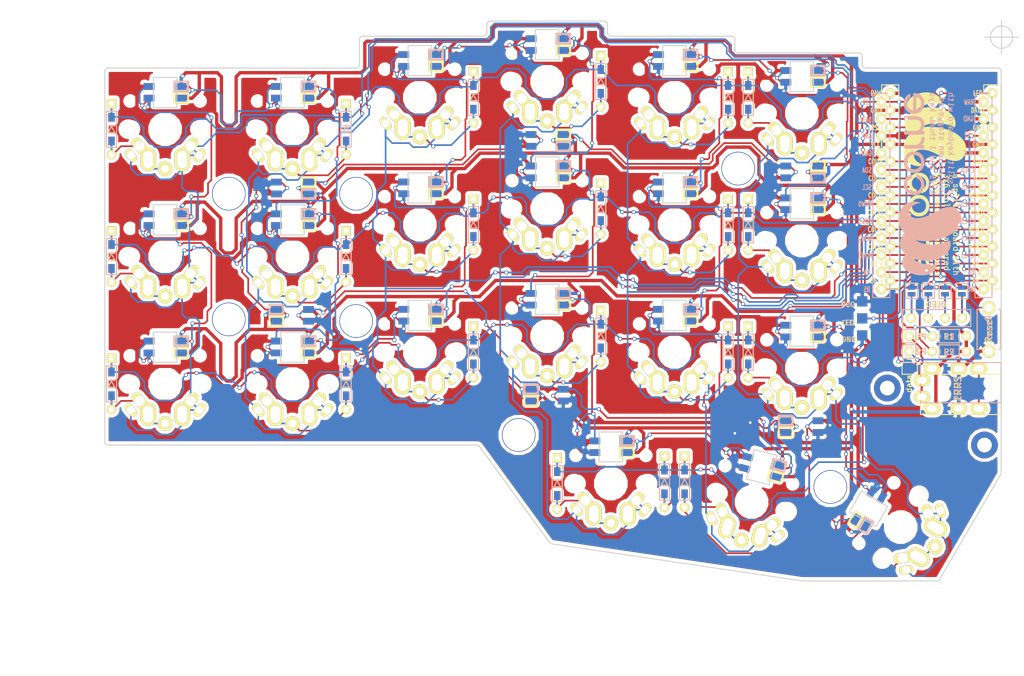
<source format=kicad_pcb>
(kicad_pcb (version 20171130) (host pcbnew "(5.0.0-3-g5ebb6b6)")
  (title_block (title Crkbd) (date 2018/05/15) (rev 1.1) (company foostan))
  (layers (0 F.Cu signal) (31 B.Cu signal hide) (34 B.Paste user) (35 F.Paste user) (36 B.SilkS user) (37 F.SilkS user) (38 B.Mask user) (39 F.Mask user) (44 Edge.Cuts user))
  (net 0 "")
  (net 1 row0)
  (net 2 "Net-(D1-Pad2)")
  (net 3 row1)
  (net 4 "Net-(D2-Pad2)")
  (net 5 row2)
  (net 6 "Net-(D3-Pad2)")
  (net 7 row3)
  (net 8 "Net-(D4-Pad2)")
  (net 9 "Net-(D5-Pad2)")
  (net 10 "Net-(D6-Pad2)")
  (net 11 "Net-(D7-Pad2)")
  (net 12 "Net-(D8-Pad2)")
  (net 13 "Net-(D9-Pad2)")
  (net 14 "Net-(D10-Pad2)")
  (net 15 "Net-(D11-Pad2)")
  (net 16 "Net-(D12-Pad2)")
  (net 17 "Net-(D13-Pad2)")
  (net 18 "Net-(D14-Pad2)")
  (net 19 "Net-(D15-Pad2)")
  (net 20 "Net-(D16-Pad2)")
  (net 21 "Net-(D17-Pad2)")
  (net 22 "Net-(D18-Pad2)")
  (net 23 "Net-(D19-Pad2)")
  (net 24 "Net-(D20-Pad2)")
  (net 25 "Net-(D21-Pad2)")
  (net 26 GND)
  (net 27 VCC)
  (net 28 col0)
  (net 29 col1)
  (net 30 col2)
  (net 31 col3)
  (net 32 col4)
  (net 33 col5)
  (net 34 LED)
  (net 35 data)
  (net 36 "Net-(L1-Pad3)")
  (net 37 "Net-(L1-Pad1)")
  (net 38 "Net-(L3-Pad3)")
  (net 39 "Net-(L10-Pad1)")
  (net 40 "Net-(L11-Pad1)")
  (net 41 "Net-(L13-Pad1)")
  (net 42 "Net-(L14-Pad3)")
  (net 43 "Net-(L10-Pad3)")
  (net 44 "Net-(L12-Pad1)")
  (net 45 "Net-(L13-Pad3)")
  (net 46 "Net-(L15-Pad3)")
  (net 47 "Net-(L16-Pad3)")
  (net 48 reset)
  (net 49 SCL)
  (net 50 SDA)
  (net 51 "Net-(L5-Pad3)")
  (net 52 "Net-(U1-Pad14)")
  (net 53 "Net-(U1-Pad13)")
  (net 54 "Net-(U1-Pad12)")
  (net 55 "Net-(U1-Pad11)")
  (net 56 "Net-(J2-Pad1)")
  (net 57 "Net-(J2-Pad2)")
  (net 58 "Net-(J2-Pad3)")
  (net 59 "Net-(J2-Pad4)")
  (net 60 "Net-(L2-Pad3)")
  (net 61 "Net-(L3-Pad1)")
  (net 62 "Net-(L11-Pad3)")
  (net 63 "Net-(L14-Pad1)")
  (net 64 "Net-(L12-Pad3)")
  (net 65 "Net-(L17-Pad1)")
  (net 66 "Net-(L18-Pad3)")
  (net 67 "Net-(L19-Pad3)")
  (net 68 "Net-(J1-PadA)")
  (net 69 "Net-(J1-PadB)")
  (net 70 "Net-(U1-Pad24)")
  (net 71 "Net-(L21-Pad3)")
  (net 72 "Net-(L22-Pad3)")
  (net 73 "Net-(L22-Pad1)")
  (net 74 "Net-(L23-Pad3)")
  (net 75 "Net-(L25-Pad1)")
  (net 76 "Net-(L26-Pad1)")
  (module kbd:SK6812MINI_underglow_rev (layer F.Cu) (at 165 121.5 180)
    (fp_text reference L27 hide)
    (fp_text value SK6812MINI hide)
    (pad 2 smd rect (at -2.4 -0.875 180) (size 1.6 1) (layers B.Cu B.Paste B.Mask) (net 26 GND))
    (pad 1 smd rect (at -2.4 0.875 180) (size 1.6 1) (layers B.Cu B.Paste B.Mask) (net 71 "Net-(L21-Pad3)"))
    (pad 4 smd rect (at 2.4 0.875 180) (size 1.6 1) (layers B.Cu B.Paste B.Mask) (net 27 VCC))
    (pad 3 smd rect (at 2.4 -0.875 180) (size 1.6 1) (layers B.Cu B.Paste B.Mask) (net 76 "Net-(L26-Pad1)"))
    (pad 2 smd rect (at -2.4 0.875 180) (size 1.6 1) (layers F.Cu F.Paste F.Mask) (net 26 GND))
    (pad 1 smd rect (at -2.4 -0.875 180) (size 1.6 1) (layers F.Cu F.Paste F.Mask) (net 71 "Net-(L21-Pad3)"))
    (pad 3 smd rect (at 2.4 0.875 180) (size 1.6 1) (layers F.Cu F.Paste F.Mask) (net 76 "Net-(L26-Pad1)"))
    (pad 4 smd rect (at 2.4 -0.875 180) (size 1.6 1) (layers F.Cu F.Paste F.Mask) (net 27 VCC))
  )
  (module kbd:SK6812MINI_underglow_rev (layer F.Cu) (at 165 83.5)
    (fp_text reference L24 hide)
    (fp_text value SK6812MINI hide)
    (pad 2 smd rect (at -2.4 -0.875) (size 1.6 1) (layers B.Cu B.Paste B.Mask) (net 26 GND))
    (pad 1 smd rect (at -2.4 0.875) (size 1.6 1) (layers B.Cu B.Paste B.Mask) (net 74 "Net-(L23-Pad3)"))
    (pad 4 smd rect (at 2.4 0.875) (size 1.6 1) (layers B.Cu B.Paste B.Mask) (net 27 VCC))
    (pad 3 smd rect (at 2.4 -0.875) (size 1.6 1) (layers B.Cu B.Paste B.Mask) (net 34 LED))
    (pad 2 smd rect (at -2.4 0.875) (size 1.6 1) (layers F.Cu F.Paste F.Mask) (net 26 GND))
    (pad 1 smd rect (at -2.4 -0.875) (size 1.6 1) (layers F.Cu F.Paste F.Mask) (net 74 "Net-(L23-Pad3)"))
    (pad 3 smd rect (at 2.4 0.875) (size 1.6 1) (layers F.Cu F.Paste F.Mask) (net 34 LED))
    (pad 4 smd rect (at 2.4 -0.875) (size 1.6 1) (layers F.Cu F.Paste F.Mask) (net 27 VCC))
  )
  (module kbd:SK6812MINI_underglow_rev (layer F.Cu) (at 127 78.8)
    (fp_text reference L23 hide)
    (fp_text value SK6812MINI hide)
    (pad 2 smd rect (at -2.4 -0.875) (size 1.6 1) (layers B.Cu B.Paste B.Mask) (net 26 GND))
    (pad 1 smd rect (at -2.4 0.875) (size 1.6 1) (layers B.Cu B.Paste B.Mask) (net 72 "Net-(L22-Pad3)"))
    (pad 4 smd rect (at 2.4 0.875) (size 1.6 1) (layers B.Cu B.Paste B.Mask) (net 27 VCC))
    (pad 3 smd rect (at 2.4 -0.875) (size 1.6 1) (layers B.Cu B.Paste B.Mask) (net 74 "Net-(L23-Pad3)"))
    (pad 2 smd rect (at -2.4 0.875) (size 1.6 1) (layers F.Cu F.Paste F.Mask) (net 26 GND))
    (pad 1 smd rect (at -2.4 -0.875) (size 1.6 1) (layers F.Cu F.Paste F.Mask) (net 72 "Net-(L22-Pad3)"))
    (pad 3 smd rect (at 2.4 0.875) (size 1.6 1) (layers F.Cu F.Paste F.Mask) (net 74 "Net-(L23-Pad3)"))
    (pad 4 smd rect (at 2.4 -0.875) (size 1.6 1) (layers F.Cu F.Paste F.Mask) (net 27 VCC))
  )
  (module kbd:SK6812MINI_underglow_rev (layer F.Cu) (at 89 85.9)
    (fp_text reference L22 hide)
    (fp_text value SK6812MINI hide)
    (pad 2 smd rect (at -2.4 -0.875) (size 1.6 1) (layers B.Cu B.Paste B.Mask) (net 26 GND))
    (pad 1 smd rect (at -2.4 0.875) (size 1.6 1) (layers B.Cu B.Paste B.Mask) (net 73 "Net-(L22-Pad1)"))
    (pad 4 smd rect (at 2.4 0.875) (size 1.6 1) (layers B.Cu B.Paste B.Mask) (net 27 VCC))
    (pad 3 smd rect (at 2.4 -0.875) (size 1.6 1) (layers B.Cu B.Paste B.Mask) (net 72 "Net-(L22-Pad3)"))
    (pad 2 smd rect (at -2.4 0.875) (size 1.6 1) (layers F.Cu F.Paste F.Mask) (net 26 GND))
    (pad 1 smd rect (at -2.4 -0.875) (size 1.6 1) (layers F.Cu F.Paste F.Mask) (net 73 "Net-(L22-Pad1)"))
    (pad 3 smd rect (at 2.4 0.875) (size 1.6 1) (layers F.Cu F.Paste F.Mask) (net 72 "Net-(L22-Pad3)"))
    (pad 4 smd rect (at 2.4 -0.875) (size 1.6 1) (layers F.Cu F.Paste F.Mask) (net 27 VCC))
  )
  (module kbd:SK6812MINI_underglow_rev (layer F.Cu) (at 89 104.9 180)
    (fp_text reference L25 hide)
    (fp_text value SK6812MINI hide)
    (pad 2 smd rect (at -2.4 -0.875 180) (size 1.6 1) (layers B.Cu B.Paste B.Mask) (net 26 GND))
    (pad 1 smd rect (at -2.4 0.875 180) (size 1.6 1) (layers B.Cu B.Paste B.Mask) (net 75 "Net-(L25-Pad1)"))
    (pad 4 smd rect (at 2.4 0.875 180) (size 1.6 1) (layers B.Cu B.Paste B.Mask) (net 27 VCC))
    (pad 3 smd rect (at 2.4 -0.875 180) (size 1.6 1) (layers B.Cu B.Paste B.Mask) (net 73 "Net-(L22-Pad1)"))
    (pad 2 smd rect (at -2.4 0.875 180) (size 1.6 1) (layers F.Cu F.Paste F.Mask) (net 26 GND))
    (pad 1 smd rect (at -2.4 -0.875 180) (size 1.6 1) (layers F.Cu F.Paste F.Mask) (net 75 "Net-(L25-Pad1)"))
    (pad 3 smd rect (at 2.4 0.875 180) (size 1.6 1) (layers F.Cu F.Paste F.Mask) (net 73 "Net-(L22-Pad1)"))
    (pad 4 smd rect (at 2.4 -0.875 180) (size 1.6 1) (layers F.Cu F.Paste F.Mask) (net 27 VCC))
  )
  (module kbd:SK6812MINI_underglow_rev (layer F.Cu) (at 127 116.8 180)
    (fp_text reference L26 hide)
    (fp_text value SK6812MINI hide)
    (pad 2 smd rect (at -2.4 -0.875 180) (size 1.6 1) (layers B.Cu B.Paste B.Mask) (net 26 GND))
    (pad 1 smd rect (at -2.4 0.875 180) (size 1.6 1) (layers B.Cu B.Paste B.Mask) (net 76 "Net-(L26-Pad1)"))
    (pad 4 smd rect (at 2.4 0.875 180) (size 1.6 1) (layers B.Cu B.Paste B.Mask) (net 27 VCC))
    (pad 3 smd rect (at 2.4 -0.875 180) (size 1.6 1) (layers B.Cu B.Paste B.Mask) (net 75 "Net-(L25-Pad1)"))
    (pad 2 smd rect (at -2.4 0.875 180) (size 1.6 1) (layers F.Cu F.Paste F.Mask) (net 26 GND))
    (pad 1 smd rect (at -2.4 -0.875 180) (size 1.6 1) (layers F.Cu F.Paste F.Mask) (net 76 "Net-(L26-Pad1)"))
    (pad 3 smd rect (at 2.4 0.875 180) (size 1.6 1) (layers F.Cu F.Paste F.Mask) (net 75 "Net-(L25-Pad1)"))
    (pad 4 smd rect (at 2.4 -0.875 180) (size 1.6 1) (layers F.Cu F.Paste F.Mask) (net 27 VCC))
  )
  (module kbd:corne (layer B.Cu) (at 184 85.25 90)
    (fp_text reference G*** hide)
    (fp_text value LOGO hide)
  )
  (module kbd:MX_ALPS_PG1350_noLed_1.75u (layer F.Cu) (at 179.75 136.5 240)
    (fp_text reference SW21 hide)
    (fp_text value SW_PUSH hide)
    (pad 1 thru_hole oval (at 5.1 -3.9 190) (size 2.2 1.25) (drill 1.2) (layers *.Cu *.Mask F.SilkS) (net 33 col5))
    (pad "" np_thru_hole circle (at 0 0 330) (size 4 4) (drill 4) (layers *.Cu *.Mask F.SilkS))
    (pad "" np_thru_hole circle (at -5.5 0 330) (size 1.9 1.9) (drill 1.9) (layers *.Cu *.Mask F.SilkS))
    (pad "" np_thru_hole circle (at 5.5 0 330) (size 1.9 1.9) (drill 1.9) (layers *.Cu *.Mask F.SilkS))
    (pad 1 thru_hole oval (at -5.1 -3.9 290) (size 2.2 1.25) (drill 1.2) (layers *.Cu *.Mask F.SilkS) (net 33 col5))
    (pad 2 thru_hole circle (at 0 -5.9 330) (size 2.2 2.2) (drill 1.2) (layers *.Cu *.Mask F.SilkS) (net 25 "Net-(D21-Pad2)"))
    (pad 2 thru_hole circle (at 2.54 -5.08 240) (size 2.4 2.4) (drill 1.5) (layers *.Cu *.Mask F.SilkS) (net 25 "Net-(D21-Pad2)"))
    (pad 1 thru_hole oval (at -3.81 -2.54 290) (size 2.8 1.55) (drill 1.5) (layers *.Cu *.Mask F.SilkS) (net 33 col5))
    (pad 1 thru_hole circle (at -2.54 -5.08 240) (size 2.4 2.4) (drill 1.5) (layers *.Cu *.Mask F.SilkS) (net 33 col5))
    (pad 2 thru_hole oval (at 3.81 -2.540001 190) (size 2.8 1.55) (drill 1.5) (layers *.Cu *.Mask F.SilkS) (net 25 "Net-(D21-Pad2)"))
    (pad 2 thru_hole circle (at 2.540001 -4.5 240) (size 2.4 2.4) (drill 1.5) (layers *.Cu *.Mask F.SilkS) (net 25 "Net-(D21-Pad2)"))
    (pad 2 thru_hole circle (at 2.54 -4.000001 240) (size 2.4 2.4) (drill 1.5) (layers *.Cu *.Mask F.SilkS) (net 25 "Net-(D21-Pad2)"))
    (pad 1 thru_hole circle (at -2.540001 -4 240) (size 2.4 2.4) (drill 1.5) (layers *.Cu *.Mask F.SilkS) (net 33 col5))
    (pad 1 thru_hole circle (at -2.54 -4.499999 240) (size 2.4 2.4) (drill 1.5) (layers *.Cu *.Mask F.SilkS) (net 33 col5))
    (pad "" np_thru_hole circle (at 5.08 0 240) (size 1.7 1.7) (drill 1.7) (layers *.Cu *.Mask F.SilkS))
    (pad "" np_thru_hole circle (at -5.08 0 240) (size 1.7 1.7) (drill 1.7) (layers *.Cu *.Mask F.SilkS))
    (pad "" np_thru_hole circle (at 5.22 4.2 240) (size 1 1) (drill 1) (layers *.Cu *.Mask F.SilkS))
    (pad "" np_thru_hole circle (at -5.22 4.2 240) (size 1 1) (drill 1) (layers *.Cu *.Mask F.SilkS))
  )
  (module kbd:ProMicro_v2 (layer F.Cu) (at 185.75 86.25)
    (fp_text reference U1 hide)
    (fp_text value ProMicro hide)
    (fp_text user "" (at -0.5 -17.25) (layer F.SilkS))
    (fp_text user "" (at -1.2065 -16.256) (layer B.SilkS) (effects (justify mirror)))
    (fp_text user RAW (at -9.7155 -14.478) (layer F.SilkS) (effects (font (size 0.75 0.5) (thickness 0.125))))
    (fp_text user LED (at 5.5 -14.478) (layer F.SilkS) (effects (font (size 0.75 0.5) (thickness 0.125))))
    (fp_text user GND (at -9.7155 -11.938) (layer F.SilkS) (effects (font (size 0.75 0.5) (thickness 0.125))))
    (fp_text user DATA (at 5.35 -11.95) (layer F.SilkS) (effects (font (size 0.75 0.5) (thickness 0.125))))
    (fp_text user RST (at -9.7155 -9.3345) (layer F.SilkS) (effects (font (size 0.75 0.5) (thickness 0.125))))
    (fp_text user GND (at 5.5245 -9.3345) (layer F.SilkS) (effects (font (size 0.75 0.5) (thickness 0.125))))
    (fp_text user VCC (at -9.7155 -6.858) (layer F.SilkS) (effects (font (size 0.75 0.5) (thickness 0.125))))
    (fp_text user GND (at 5.461 -6.7945) (layer F.SilkS) (effects (font (size 0.75 0.5) (thickness 0.125))))
    (fp_text user COL3 (at -10 3.35) (layer F.SilkS) (effects (font (size 0.75 0.5) (thickness 0.125))))
    (fp_text user ROW0 (at 5.2 0.8) (layer F.SilkS) (effects (font (size 0.75 0.5) (thickness 0.125))))
    (fp_text user COL2 (at -9.9 0.762) (layer F.SilkS) (effects (font (size 0.75 0.5) (thickness 0.125))))
    (fp_text user SCL (at 5.461 -1.778) (layer F.SilkS) (effects (font (size 0.75 0.5) (thickness 0.125))))
    (fp_text user COL1 (at -9.85 -1.778) (layer F.SilkS) (effects (font (size 0.75 0.5) (thickness 0.125))))
    (fp_text user SDA (at 5.461 -4.318) (layer F.SilkS) (effects (font (size 0.75 0.5) (thickness 0.125))))
    (fp_text user COL0 (at -9.9 -4.3) (layer F.SilkS) (effects (font (size 0.75 0.5) (thickness 0.125))))
    (fp_text user B6 (at -10.05 13.5) (layer F.SilkS) (effects (font (size 0.75 0.5) (thickness 0.125))))
    (fp_text user B5 (at 5.2 13.5255) (layer F.SilkS) (effects (font (size 0.75 0.5) (thickness 0.125))))
    (fp_text user B4 (at 5.2 10.922) (layer F.SilkS) (effects (font (size 0.75 0.5) (thickness 0.125))))
    (fp_text user B2 (at -9.95 10.95) (layer F.SilkS) (effects (font (size 0.75 0.5) (thickness 0.125))))
    (fp_text user ROW3 (at 5.2 8.4455) (layer F.SilkS) (effects (font (size 0.75 0.5) (thickness 0.125))))
    (fp_text user COL5 (at -9.95 8.4455) (layer F.SilkS) (effects (font (size 0.75 0.5) (thickness 0.125))))
    (fp_text user ROW2 (at 5.2 5.85) (layer F.SilkS) (effects (font (size 0.75 0.5) (thickness 0.125))))
    (fp_text user COL4 (at -9.95 5.85) (layer F.SilkS) (effects (font (size 0.75 0.5) (thickness 0.125))))
    (fp_text user ROW1 (at 5.25 3.302) (layer F.SilkS) (effects (font (size 0.75 0.5) (thickness 0.125))))
    (fp_text user ROW1 (at -11.3 4.6355) (layer B.SilkS) (effects (font (size 0.75 0.5) (thickness 0.125)) (justify mirror)))
    (fp_text user COL4 (at 3.95 7.112) (layer B.SilkS) (effects (font (size 0.75 0.5) (thickness 0.125)) (justify mirror)))
    (fp_text user ROW2 (at -11.3 7.239) (layer B.SilkS) (effects (font (size 0.75 0.5) (thickness 0.125)) (justify mirror)))
    (fp_text user COL5 (at 4 9.75) (layer B.SilkS) (effects (font (size 0.75 0.5) (thickness 0.125)) (justify mirror)))
    (fp_text user ROW3 (at -11.3 9.75) (layer B.SilkS) (effects (font (size 0.75 0.5) (thickness 0.125)) (justify mirror)))
    (fp_text user B2 (at 4.5085 12.1285) (layer B.SilkS) (effects (font (size 0.75 0.5) (thickness 0.125)) (justify mirror)))
    (fp_text user B4 (at -11.049 12.2555) (layer B.SilkS) (effects (font (size 0.75 0.5) (thickness 0.125)) (justify mirror)))
    (fp_text user B5 (at -11.049 14.7955) (layer B.SilkS) (effects (font (size 0.75 0.5) (thickness 0.125)) (justify mirror)))
    (fp_text user B6 (at 4.445 14.732) (layer B.SilkS) (effects (font (size 0.75 0.5) (thickness 0.125)) (justify mirror)))
    (fp_text user COL0 (at 4 -2.95) (layer B.SilkS) (effects (font (size 0.75 0.5) (thickness 0.125)) (justify mirror)))
    (fp_text user SDA (at -11.049 -2.9845) (layer B.SilkS) (effects (font (size 0.75 0.5) (thickness 0.125)) (justify mirror)))
    (fp_text user COL1 (at 4 -0.4445) (layer B.SilkS) (effects (font (size 0.75 0.5) (thickness 0.125)) (justify mirror)))
    (fp_text user SCL (at -11.049 -0.4445) (layer B.SilkS) (effects (font (size 0.75 0.5) (thickness 0.125)) (justify mirror)))
    (fp_text user COL2 (at 4 2.1) (layer B.SilkS) (effects (font (size 0.75 0.5) (thickness 0.125)) (justify mirror)))
    (fp_text user ROW0 (at -11.3 2.032) (layer B.SilkS) (effects (font (size 0.75 0.5) (thickness 0.125)) (justify mirror)))
    (fp_text user COL3 (at 4 4.6) (layer B.SilkS) (effects (font (size 0.75 0.5) (thickness 0.125)) (justify mirror)))
    (fp_text user GND (at -11.049 -5.5245) (layer B.SilkS) (effects (font (size 0.75 0.5) (thickness 0.125)) (justify mirror)))
    (fp_text user VCC (at 4.1275 -5.5245) (layer B.SilkS) (effects (font (size 0.75 0.5) (thickness 0.125)) (justify mirror)))
    (fp_text user GND (at -11.049 -8.0645) (layer B.SilkS) (effects (font (size 0.75 0.5) (thickness 0.125)) (justify mirror)))
    (fp_text user RST (at 4.191 -8.0645) (layer B.SilkS) (effects (font (size 0.75 0.5) (thickness 0.125)) (justify mirror)))
    (fp_text user DATA (at -11.2 -10.5) (layer B.SilkS) (effects (font (size 0.75 0.5) (thickness 0.125)) (justify mirror)))
    (fp_text user GND (at 4.1275 -10.668) (layer B.SilkS) (effects (font (size 0.75 0.5) (thickness 0.125)) (justify mirror)))
    (fp_text user LED (at -11.049 -13.1445) (layer B.SilkS) (effects (font (size 0.75 0.5) (thickness 0.125)) (justify mirror)))
    (fp_text user RAW (at 4.191 -13.1445) (layer B.SilkS) (effects (font (size 0.75 0.5) (thickness 0.125)) (justify mirror)))
    (pad 24 thru_hole circle (at 6.35 -13.208) (size 1.524 1.524) (drill 0.8128) (layers *.Cu *.Mask F.SilkS) (net 70 "Net-(U1-Pad24)"))
    (pad 23 thru_hole circle (at 6.35 -10.668) (size 1.524 1.524) (drill 0.8128) (layers *.Cu *.Mask F.SilkS) (net 26 GND))
    (pad 22 thru_hole circle (at 6.35 -8.128) (size 1.524 1.524) (drill 0.8128) (layers *.Cu *.Mask F.SilkS) (net 48 reset))
    (pad 21 thru_hole circle (at 6.35 -5.588) (size 1.524 1.524) (drill 0.8128) (layers *.Cu *.Mask F.SilkS) (net 27 VCC))
    (pad 20 thru_hole circle (at 6.35 -3.048) (size 1.524 1.524) (drill 0.8128) (layers *.Cu *.Mask F.SilkS) (net 28 col0))
    (pad 19 thru_hole circle (at 6.35 -0.508) (size 1.524 1.524) (drill 0.8128) (layers *.Cu *.Mask F.SilkS) (net 29 col1))
    (pad 18 thru_hole circle (at 6.35 2.032) (size 1.524 1.524) (drill 0.8128) (layers *.Cu *.Mask F.SilkS) (net 30 col2))
    (pad 17 thru_hole circle (at 6.35 4.572) (size 1.524 1.524) (drill 0.8128) (layers *.Cu *.Mask F.SilkS) (net 31 col3))
    (pad 16 thru_hole circle (at 6.35 7.112) (size 1.524 1.524) (drill 0.8128) (layers *.Cu *.Mask F.SilkS) (net 32 col4))
    (pad 15 thru_hole circle (at 6.35 9.652) (size 1.524 1.524) (drill 0.8128) (layers *.Cu *.Mask F.SilkS) (net 33 col5))
    (pad 14 thru_hole circle (at 6.35 12.192) (size 1.524 1.524) (drill 0.8128) (layers *.Cu *.Mask F.SilkS) (net 52 "Net-(U1-Pad14)"))
    (pad 13 thru_hole circle (at 6.35 14.732) (size 1.524 1.524) (drill 0.8128) (layers *.Cu *.Mask F.SilkS) (net 53 "Net-(U1-Pad13)"))
    (pad 12 thru_hole circle (at -8.89 14.732) (size 1.524 1.524) (drill 0.8128) (layers *.Cu *.Mask F.SilkS) (net 54 "Net-(U1-Pad12)"))
    (pad 11 thru_hole circle (at -8.89 12.192) (size 1.524 1.524) (drill 0.8128) (layers *.Cu *.Mask F.SilkS) (net 55 "Net-(U1-Pad11)"))
    (pad 10 thru_hole circle (at -8.89 9.652) (size 1.524 1.524) (drill 0.8128) (layers *.Cu *.Mask F.SilkS) (net 7 row3))
    (pad 9 thru_hole circle (at -8.89 7.112) (size 1.524 1.524) (drill 0.8128) (layers *.Cu *.Mask F.SilkS) (net 5 row2))
    (pad 8 thru_hole circle (at -8.89 4.572) (size 1.524 1.524) (drill 0.8128) (layers *.Cu *.Mask F.SilkS) (net 3 row1))
    (pad 7 thru_hole circle (at -8.89 2.032) (size 1.524 1.524) (drill 0.8128) (layers *.Cu *.Mask F.SilkS) (net 1 row0))
    (pad 6 thru_hole circle (at -8.89 -0.508) (size 1.524 1.524) (drill 0.8128) (layers *.Cu *.Mask F.SilkS) (net 49 SCL))
    (pad 5 thru_hole circle (at -8.89 -3.048) (size 1.524 1.524) (drill 0.8128) (layers *.Cu *.Mask F.SilkS) (net 50 SDA))
    (pad 4 thru_hole circle (at -8.89 -5.588) (size 1.524 1.524) (drill 0.8128) (layers *.Cu *.Mask F.SilkS) (net 26 GND))
    (pad 3 thru_hole circle (at -8.89 -8.128) (size 1.524 1.524) (drill 0.8128) (layers *.Cu *.Mask F.SilkS) (net 26 GND))
    (pad 2 thru_hole circle (at -8.89 -10.668) (size 1.524 1.524) (drill 0.8128) (layers *.Cu *.Mask F.SilkS) (net 35 data))
    (pad 1 thru_hole circle (at -8.89 -13.208) (size 1.524 1.524) (drill 0.8128) (layers *.Cu *.Mask F.SilkS) (net 34 LED))
    (pad 1 thru_hole circle (at 7.6564 -14.478) (size 1.524 1.524) (drill 0.8128) (layers *.Cu *.Mask F.SilkS) (net 34 LED))
    (pad 2 thru_hole circle (at 7.6564 -11.938) (size 1.524 1.524) (drill 0.8128) (layers *.Cu *.Mask F.SilkS) (net 35 data))
    (pad 3 thru_hole circle (at 7.6564 -9.398) (size 1.524 1.524) (drill 0.8128) (layers *.Cu *.Mask F.SilkS) (net 26 GND))
    (pad 4 thru_hole circle (at 7.6564 -6.858) (size 1.524 1.524) (drill 0.8128) (layers *.Cu *.Mask F.SilkS) (net 26 GND))
    (pad 5 thru_hole circle (at 7.6564 -4.318) (size 1.524 1.524) (drill 0.8128) (layers *.Cu *.Mask F.SilkS) (net 50 SDA))
    (pad 6 thru_hole circle (at 7.6564 -1.778) (size 1.524 1.524) (drill 0.8128) (layers *.Cu *.Mask F.SilkS) (net 49 SCL))
    (pad 7 thru_hole circle (at 7.6564 0.762) (size 1.524 1.524) (drill 0.8128) (layers *.Cu *.Mask F.SilkS) (net 1 row0))
    (pad 8 thru_hole circle (at 7.6564 3.302) (size 1.524 1.524) (drill 0.8128) (layers *.Cu *.Mask F.SilkS) (net 3 row1))
    (pad 9 thru_hole circle (at 7.6564 5.842) (size 1.524 1.524) (drill 0.8128) (layers *.Cu *.Mask F.SilkS) (net 5 row2))
    (pad 10 thru_hole circle (at 7.6564 8.382) (size 1.524 1.524) (drill 0.8128) (layers *.Cu *.Mask F.SilkS) (net 7 row3))
    (pad 11 thru_hole circle (at 7.6564 10.922) (size 1.524 1.524) (drill 0.8128) (layers *.Cu *.Mask F.SilkS) (net 55 "Net-(U1-Pad11)"))
    (pad 12 thru_hole circle (at 7.6564 13.462) (size 1.524 1.524) (drill 0.8128) (layers *.Cu *.Mask F.SilkS) (net 54 "Net-(U1-Pad12)"))
    (pad 13 thru_hole circle (at -7.5636 13.462) (size 1.524 1.524) (drill 0.8128) (layers *.Cu *.Mask F.SilkS) (net 53 "Net-(U1-Pad13)"))
    (pad 14 thru_hole circle (at -7.5636 10.922) (size 1.524 1.524) (drill 0.8128) (layers *.Cu *.Mask F.SilkS) (net 52 "Net-(U1-Pad14)"))
    (pad 15 thru_hole circle (at -7.5636 8.382) (size 1.524 1.524) (drill 0.8128) (layers *.Cu *.Mask F.SilkS) (net 33 col5))
    (pad 16 thru_hole circle (at -7.5636 5.842) (size 1.524 1.524) (drill 0.8128) (layers *.Cu *.Mask F.SilkS) (net 32 col4))
    (pad 17 thru_hole circle (at -7.5636 3.302) (size 1.524 1.524) (drill 0.8128) (layers *.Cu *.Mask F.SilkS) (net 31 col3))
    (pad 18 thru_hole circle (at -7.5636 0.762) (size 1.524 1.524) (drill 0.8128) (layers *.Cu *.Mask F.SilkS) (net 30 col2))
    (pad 19 thru_hole circle (at -7.5636 -1.778) (size 1.524 1.524) (drill 0.8128) (layers *.Cu *.Mask F.SilkS) (net 29 col1))
    (pad 20 thru_hole circle (at -7.5636 -4.318) (size 1.524 1.524) (drill 0.8128) (layers *.Cu *.Mask F.SilkS) (net 28 col0))
    (pad 21 thru_hole circle (at -7.5636 -6.858) (size 1.524 1.524) (drill 0.8128) (layers *.Cu *.Mask F.SilkS) (net 27 VCC))
    (pad 22 thru_hole circle (at -7.5636 -9.398) (size 1.524 1.524) (drill 0.8128) (layers *.Cu *.Mask F.SilkS) (net 48 reset))
    (pad 23 thru_hole circle (at -7.5636 -11.938) (size 1.524 1.524) (drill 0.8128) (layers *.Cu *.Mask F.SilkS) (net 26 GND))
    (pad 24 thru_hole circle (at -7.5636 -14.478) (size 1.524 1.524) (drill 0.8128) (layers *.Cu *.Mask F.SilkS) (net 70 "Net-(U1-Pad24)"))
  )
  (module kbd:SK6812MINI_rev (layer F.Cu) (at 70 71.625)
    (fp_text reference L1 hide)
    (fp_text value SK6812MINI hide)
    (pad 2 smd rect (at -2.4 0.875) (size 1.6 1) (layers B.Cu B.Paste B.Mask) (net 26 GND))
    (pad 1 smd rect (at -2.4 -0.875) (size 1.6 1) (layers B.Cu B.Paste B.Mask) (net 37 "Net-(L1-Pad1)"))
    (pad 4 smd rect (at 2.4 -0.875) (size 1.6 1) (layers B.Cu B.Paste B.Mask) (net 27 VCC))
    (pad 3 smd rect (at 2.4 0.875) (size 1.6 1) (layers B.Cu B.Paste B.Mask) (net 36 "Net-(L1-Pad3)"))
    (pad 2 smd rect (at -2.4 -0.875) (size 1.6 1) (layers F.Cu F.Paste F.Mask) (net 26 GND))
    (pad 1 smd rect (at -2.4 0.875) (size 1.6 1) (layers F.Cu F.Paste F.Mask) (net 37 "Net-(L1-Pad1)"))
    (pad 3 smd rect (at 2.4 -0.875) (size 1.6 1) (layers F.Cu F.Paste F.Mask) (net 36 "Net-(L1-Pad3)"))
    (pad 4 smd rect (at 2.4 0.875) (size 1.6 1) (layers F.Cu F.Paste F.Mask) (net 27 VCC))
  )
  (module kbd:SK6812MINI_rev (layer F.Cu) (at 89 71.625)
    (fp_text reference L2 hide)
    (fp_text value SK6812MINI hide)
    (pad 2 smd rect (at -2.4 0.875) (size 1.6 1) (layers B.Cu B.Paste B.Mask) (net 26 GND))
    (pad 1 smd rect (at -2.4 -0.875) (size 1.6 1) (layers B.Cu B.Paste B.Mask) (net 36 "Net-(L1-Pad3)"))
    (pad 4 smd rect (at 2.4 -0.875) (size 1.6 1) (layers B.Cu B.Paste B.Mask) (net 27 VCC))
    (pad 3 smd rect (at 2.4 0.875) (size 1.6 1) (layers B.Cu B.Paste B.Mask) (net 60 "Net-(L2-Pad3)"))
    (pad 2 smd rect (at -2.4 -0.875) (size 1.6 1) (layers F.Cu F.Paste F.Mask) (net 26 GND))
    (pad 1 smd rect (at -2.4 0.875) (size 1.6 1) (layers F.Cu F.Paste F.Mask) (net 36 "Net-(L1-Pad3)"))
    (pad 3 smd rect (at 2.4 -0.875) (size 1.6 1) (layers F.Cu F.Paste F.Mask) (net 60 "Net-(L2-Pad3)"))
    (pad 4 smd rect (at 2.4 0.875) (size 1.6 1) (layers F.Cu F.Paste F.Mask) (net 27 VCC))
  )
  (module kbd:SK6812MINI_rev (layer F.Cu) (at 108 66.875)
    (fp_text reference L3 hide)
    (fp_text value SK6812MINI hide)
    (pad 2 smd rect (at -2.4 0.875) (size 1.6 1) (layers B.Cu B.Paste B.Mask) (net 26 GND))
    (pad 1 smd rect (at -2.4 -0.875) (size 1.6 1) (layers B.Cu B.Paste B.Mask) (net 61 "Net-(L3-Pad1)"))
    (pad 4 smd rect (at 2.4 -0.875) (size 1.6 1) (layers B.Cu B.Paste B.Mask) (net 27 VCC))
    (pad 3 smd rect (at 2.4 0.875) (size 1.6 1) (layers B.Cu B.Paste B.Mask) (net 38 "Net-(L3-Pad3)"))
    (pad 2 smd rect (at -2.4 -0.875) (size 1.6 1) (layers F.Cu F.Paste F.Mask) (net 26 GND))
    (pad 1 smd rect (at -2.4 0.875) (size 1.6 1) (layers F.Cu F.Paste F.Mask) (net 61 "Net-(L3-Pad1)"))
    (pad 3 smd rect (at 2.4 -0.875) (size 1.6 1) (layers F.Cu F.Paste F.Mask) (net 38 "Net-(L3-Pad3)"))
    (pad 4 smd rect (at 2.4 0.875) (size 1.6 1) (layers F.Cu F.Paste F.Mask) (net 27 VCC))
  )
  (module kbd:SK6812MINI_rev (layer F.Cu) (at 127 64.5)
    (fp_text reference L4 hide)
    (fp_text value SK6812MINI hide)
    (pad 2 smd rect (at -2.4 0.875) (size 1.6 1) (layers B.Cu B.Paste B.Mask) (net 26 GND))
    (pad 1 smd rect (at -2.4 -0.875) (size 1.6 1) (layers B.Cu B.Paste B.Mask) (net 38 "Net-(L3-Pad3)"))
    (pad 4 smd rect (at 2.4 -0.875) (size 1.6 1) (layers B.Cu B.Paste B.Mask) (net 27 VCC))
    (pad 3 smd rect (at 2.4 0.875) (size 1.6 1) (layers B.Cu B.Paste B.Mask) (net 39 "Net-(L10-Pad1)"))
    (pad 2 smd rect (at -2.4 -0.875) (size 1.6 1) (layers F.Cu F.Paste F.Mask) (net 26 GND))
    (pad 1 smd rect (at -2.4 0.875) (size 1.6 1) (layers F.Cu F.Paste F.Mask) (net 38 "Net-(L3-Pad3)"))
    (pad 3 smd rect (at 2.4 -0.875) (size 1.6 1) (layers F.Cu F.Paste F.Mask) (net 39 "Net-(L10-Pad1)"))
    (pad 4 smd rect (at 2.4 0.875) (size 1.6 1) (layers F.Cu F.Paste F.Mask) (net 27 VCC))
  )
  (module kbd:SK6812MINI_rev (layer F.Cu) (at 146 66.875)
    (fp_text reference L5 hide)
    (fp_text value SK6812MINI hide)
    (pad 2 smd rect (at -2.4 0.875) (size 1.6 1) (layers B.Cu B.Paste B.Mask) (net 26 GND))
    (pad 1 smd rect (at -2.4 -0.875) (size 1.6 1) (layers B.Cu B.Paste B.Mask) (net 62 "Net-(L11-Pad3)"))
    (pad 4 smd rect (at 2.4 -0.875) (size 1.6 1) (layers B.Cu B.Paste B.Mask) (net 27 VCC))
    (pad 3 smd rect (at 2.4 0.875) (size 1.6 1) (layers B.Cu B.Paste B.Mask) (net 51 "Net-(L5-Pad3)"))
    (pad 2 smd rect (at -2.4 -0.875) (size 1.6 1) (layers F.Cu F.Paste F.Mask) (net 26 GND))
    (pad 1 smd rect (at -2.4 0.875) (size 1.6 1) (layers F.Cu F.Paste F.Mask) (net 62 "Net-(L11-Pad3)"))
    (pad 3 smd rect (at 2.4 -0.875) (size 1.6 1) (layers F.Cu F.Paste F.Mask) (net 51 "Net-(L5-Pad3)"))
    (pad 4 smd rect (at 2.4 0.875) (size 1.6 1) (layers F.Cu F.Paste F.Mask) (net 27 VCC))
  )
  (module kbd:SK6812MINI_rev (layer F.Cu) (at 165 69.25)
    (fp_text reference L6 hide)
    (fp_text value SK6812MINI hide)
    (pad 2 smd rect (at -2.4 0.875) (size 1.6 1) (layers B.Cu B.Paste B.Mask) (net 26 GND))
    (pad 1 smd rect (at -2.4 -0.875) (size 1.6 1) (layers B.Cu B.Paste B.Mask) (net 51 "Net-(L5-Pad3)"))
    (pad 4 smd rect (at 2.4 -0.875) (size 1.6 1) (layers B.Cu B.Paste B.Mask) (net 27 VCC))
    (pad 3 smd rect (at 2.4 0.875) (size 1.6 1) (layers B.Cu B.Paste B.Mask) (net 44 "Net-(L12-Pad1)"))
    (pad 2 smd rect (at -2.4 -0.875) (size 1.6 1) (layers F.Cu F.Paste F.Mask) (net 26 GND))
    (pad 1 smd rect (at -2.4 0.875) (size 1.6 1) (layers F.Cu F.Paste F.Mask) (net 51 "Net-(L5-Pad3)"))
    (pad 3 smd rect (at 2.4 -0.875) (size 1.6 1) (layers F.Cu F.Paste F.Mask) (net 44 "Net-(L12-Pad1)"))
    (pad 4 smd rect (at 2.4 0.875) (size 1.6 1) (layers F.Cu F.Paste F.Mask) (net 27 VCC))
  )
  (module kbd:SK6812MINI_rev (layer F.Cu) (at 70 90.625)
    (fp_text reference L7 hide)
    (fp_text value SK6812MINI hide)
    (pad 2 smd rect (at -2.4 0.875) (size 1.6 1) (layers B.Cu B.Paste B.Mask) (net 26 GND))
    (pad 1 smd rect (at -2.4 -0.875) (size 1.6 1) (layers B.Cu B.Paste B.Mask) (net 45 "Net-(L13-Pad3)"))
    (pad 4 smd rect (at 2.4 -0.875) (size 1.6 1) (layers B.Cu B.Paste B.Mask) (net 27 VCC))
    (pad 3 smd rect (at 2.4 0.875) (size 1.6 1) (layers B.Cu B.Paste B.Mask) (net 37 "Net-(L1-Pad1)"))
    (pad 2 smd rect (at -2.4 -0.875) (size 1.6 1) (layers F.Cu F.Paste F.Mask) (net 26 GND))
    (pad 1 smd rect (at -2.4 0.875) (size 1.6 1) (layers F.Cu F.Paste F.Mask) (net 45 "Net-(L13-Pad3)"))
    (pad 3 smd rect (at 2.4 -0.875) (size 1.6 1) (layers F.Cu F.Paste F.Mask) (net 37 "Net-(L1-Pad1)"))
    (pad 4 smd rect (at 2.4 0.875) (size 1.6 1) (layers F.Cu F.Paste F.Mask) (net 27 VCC))
  )
  (module kbd:SK6812MINI_rev (layer F.Cu) (at 89 90.625)
    (fp_text reference L8 hide)
    (fp_text value SK6812MINI hide)
    (pad 2 smd rect (at -2.4 0.875) (size 1.6 1) (layers B.Cu B.Paste B.Mask) (net 26 GND))
    (pad 1 smd rect (at -2.4 -0.875) (size 1.6 1) (layers B.Cu B.Paste B.Mask) (net 60 "Net-(L2-Pad3)"))
    (pad 4 smd rect (at 2.4 -0.875) (size 1.6 1) (layers B.Cu B.Paste B.Mask) (net 27 VCC))
    (pad 3 smd rect (at 2.4 0.875) (size 1.6 1) (layers B.Cu B.Paste B.Mask) (net 63 "Net-(L14-Pad1)"))
    (pad 2 smd rect (at -2.4 -0.875) (size 1.6 1) (layers F.Cu F.Paste F.Mask) (net 26 GND))
    (pad 1 smd rect (at -2.4 0.875) (size 1.6 1) (layers F.Cu F.Paste F.Mask) (net 60 "Net-(L2-Pad3)"))
    (pad 3 smd rect (at 2.4 -0.875) (size 1.6 1) (layers F.Cu F.Paste F.Mask) (net 63 "Net-(L14-Pad1)"))
    (pad 4 smd rect (at 2.4 0.875) (size 1.6 1) (layers F.Cu F.Paste F.Mask) (net 27 VCC))
  )
  (module kbd:SK6812MINI_rev (layer F.Cu) (at 108 85.875)
    (fp_text reference L9 hide)
    (fp_text value SK6812MINI hide)
    (pad 2 smd rect (at -2.4 0.875) (size 1.6 1) (layers B.Cu B.Paste B.Mask) (net 26 GND))
    (pad 1 smd rect (at -2.4 -0.875) (size 1.6 1) (layers B.Cu B.Paste B.Mask) (net 46 "Net-(L15-Pad3)"))
    (pad 4 smd rect (at 2.4 -0.875) (size 1.6 1) (layers B.Cu B.Paste B.Mask) (net 27 VCC))
    (pad 3 smd rect (at 2.4 0.875) (size 1.6 1) (layers B.Cu B.Paste B.Mask) (net 61 "Net-(L3-Pad1)"))
    (pad 2 smd rect (at -2.4 -0.875) (size 1.6 1) (layers F.Cu F.Paste F.Mask) (net 26 GND))
    (pad 1 smd rect (at -2.4 0.875) (size 1.6 1) (layers F.Cu F.Paste F.Mask) (net 46 "Net-(L15-Pad3)"))
    (pad 3 smd rect (at 2.4 -0.875) (size 1.6 1) (layers F.Cu F.Paste F.Mask) (net 61 "Net-(L3-Pad1)"))
    (pad 4 smd rect (at 2.4 0.875) (size 1.6 1) (layers F.Cu F.Paste F.Mask) (net 27 VCC))
  )
  (module kbd:SK6812MINI_rev (layer F.Cu) (at 127 83.5)
    (fp_text reference L10 hide)
    (fp_text value SK6812MINI hide)
    (pad 2 smd rect (at -2.4 0.875) (size 1.6 1) (layers B.Cu B.Paste B.Mask) (net 26 GND))
    (pad 1 smd rect (at -2.4 -0.875) (size 1.6 1) (layers B.Cu B.Paste B.Mask) (net 39 "Net-(L10-Pad1)"))
    (pad 4 smd rect (at 2.4 -0.875) (size 1.6 1) (layers B.Cu B.Paste B.Mask) (net 27 VCC))
    (pad 3 smd rect (at 2.4 0.875) (size 1.6 1) (layers B.Cu B.Paste B.Mask) (net 43 "Net-(L10-Pad3)"))
    (pad 2 smd rect (at -2.4 -0.875) (size 1.6 1) (layers F.Cu F.Paste F.Mask) (net 26 GND))
    (pad 1 smd rect (at -2.4 0.875) (size 1.6 1) (layers F.Cu F.Paste F.Mask) (net 39 "Net-(L10-Pad1)"))
    (pad 3 smd rect (at 2.4 -0.875) (size 1.6 1) (layers F.Cu F.Paste F.Mask) (net 43 "Net-(L10-Pad3)"))
    (pad 4 smd rect (at 2.4 0.875) (size 1.6 1) (layers F.Cu F.Paste F.Mask) (net 27 VCC))
  )
  (module kbd:SK6812MINI_rev (layer F.Cu) (at 146 85.875)
    (fp_text reference L11 hide)
    (fp_text value SK6812MINI hide)
    (pad 2 smd rect (at -2.4 0.875) (size 1.6 1) (layers B.Cu B.Paste B.Mask) (net 26 GND))
    (pad 1 smd rect (at -2.4 -0.875) (size 1.6 1) (layers B.Cu B.Paste B.Mask) (net 40 "Net-(L11-Pad1)"))
    (pad 4 smd rect (at 2.4 -0.875) (size 1.6 1) (layers B.Cu B.Paste B.Mask) (net 27 VCC))
    (pad 3 smd rect (at 2.4 0.875) (size 1.6 1) (layers B.Cu B.Paste B.Mask) (net 62 "Net-(L11-Pad3)"))
    (pad 2 smd rect (at -2.4 -0.875) (size 1.6 1) (layers F.Cu F.Paste F.Mask) (net 26 GND))
    (pad 1 smd rect (at -2.4 0.875) (size 1.6 1) (layers F.Cu F.Paste F.Mask) (net 40 "Net-(L11-Pad1)"))
    (pad 3 smd rect (at 2.4 -0.875) (size 1.6 1) (layers F.Cu F.Paste F.Mask) (net 62 "Net-(L11-Pad3)"))
    (pad 4 smd rect (at 2.4 0.875) (size 1.6 1) (layers F.Cu F.Paste F.Mask) (net 27 VCC))
  )
  (module kbd:SK6812MINI_rev (layer F.Cu) (at 165 88.25)
    (fp_text reference L12 hide)
    (fp_text value SK6812MINI hide)
    (pad 2 smd rect (at -2.4 0.875) (size 1.6 1) (layers B.Cu B.Paste B.Mask) (net 26 GND))
    (pad 1 smd rect (at -2.4 -0.875) (size 1.6 1) (layers B.Cu B.Paste B.Mask) (net 44 "Net-(L12-Pad1)"))
    (pad 4 smd rect (at 2.4 -0.875) (size 1.6 1) (layers B.Cu B.Paste B.Mask) (net 27 VCC))
    (pad 3 smd rect (at 2.4 0.875) (size 1.6 1) (layers B.Cu B.Paste B.Mask) (net 64 "Net-(L12-Pad3)"))
    (pad 2 smd rect (at -2.4 -0.875) (size 1.6 1) (layers F.Cu F.Paste F.Mask) (net 26 GND))
    (pad 1 smd rect (at -2.4 0.875) (size 1.6 1) (layers F.Cu F.Paste F.Mask) (net 44 "Net-(L12-Pad1)"))
    (pad 3 smd rect (at 2.4 -0.875) (size 1.6 1) (layers F.Cu F.Paste F.Mask) (net 64 "Net-(L12-Pad3)"))
    (pad 4 smd rect (at 2.4 0.875) (size 1.6 1) (layers F.Cu F.Paste F.Mask) (net 27 VCC))
  )
  (module kbd:SK6812MINI_rev (layer F.Cu) (at 70 109.625)
    (fp_text reference L13 hide)
    (fp_text value SK6812MINI hide)
    (pad 2 smd rect (at -2.4 0.875) (size 1.6 1) (layers B.Cu B.Paste B.Mask) (net 26 GND))
    (pad 1 smd rect (at -2.4 -0.875) (size 1.6 1) (layers B.Cu B.Paste B.Mask) (net 41 "Net-(L13-Pad1)"))
    (pad 4 smd rect (at 2.4 -0.875) (size 1.6 1) (layers B.Cu B.Paste B.Mask) (net 27 VCC))
    (pad 3 smd rect (at 2.4 0.875) (size 1.6 1) (layers B.Cu B.Paste B.Mask) (net 45 "Net-(L13-Pad3)"))
    (pad 2 smd rect (at -2.4 -0.875) (size 1.6 1) (layers F.Cu F.Paste F.Mask) (net 26 GND))
    (pad 1 smd rect (at -2.4 0.875) (size 1.6 1) (layers F.Cu F.Paste F.Mask) (net 41 "Net-(L13-Pad1)"))
    (pad 3 smd rect (at 2.4 -0.875) (size 1.6 1) (layers F.Cu F.Paste F.Mask) (net 45 "Net-(L13-Pad3)"))
    (pad 4 smd rect (at 2.4 0.875) (size 1.6 1) (layers F.Cu F.Paste F.Mask) (net 27 VCC))
  )
  (module kbd:SK6812MINI_rev (layer F.Cu) (at 89 109.625)
    (fp_text reference L14 hide)
    (fp_text value SK6812MINI hide)
    (pad 2 smd rect (at -2.4 0.875) (size 1.6 1) (layers B.Cu B.Paste B.Mask) (net 26 GND))
    (pad 1 smd rect (at -2.4 -0.875) (size 1.6 1) (layers B.Cu B.Paste B.Mask) (net 63 "Net-(L14-Pad1)"))
    (pad 4 smd rect (at 2.4 -0.875) (size 1.6 1) (layers B.Cu B.Paste B.Mask) (net 27 VCC))
    (pad 3 smd rect (at 2.4 0.875) (size 1.6 1) (layers B.Cu B.Paste B.Mask) (net 42 "Net-(L14-Pad3)"))
    (pad 2 smd rect (at -2.4 -0.875) (size 1.6 1) (layers F.Cu F.Paste F.Mask) (net 26 GND))
    (pad 1 smd rect (at -2.4 0.875) (size 1.6 1) (layers F.Cu F.Paste F.Mask) (net 63 "Net-(L14-Pad1)"))
    (pad 3 smd rect (at 2.4 -0.875) (size 1.6 1) (layers F.Cu F.Paste F.Mask) (net 42 "Net-(L14-Pad3)"))
    (pad 4 smd rect (at 2.4 0.875) (size 1.6 1) (layers F.Cu F.Paste F.Mask) (net 27 VCC))
  )
  (module kbd:SK6812MINI_rev (layer F.Cu) (at 108 104.875)
    (fp_text reference L15 hide)
    (fp_text value SK6812MINI hide)
    (pad 2 smd rect (at -2.4 0.875) (size 1.6 1) (layers B.Cu B.Paste B.Mask) (net 26 GND))
    (pad 1 smd rect (at -2.4 -0.875) (size 1.6 1) (layers B.Cu B.Paste B.Mask) (net 42 "Net-(L14-Pad3)"))
    (pad 4 smd rect (at 2.4 -0.875) (size 1.6 1) (layers B.Cu B.Paste B.Mask) (net 27 VCC))
    (pad 3 smd rect (at 2.4 0.875) (size 1.6 1) (layers B.Cu B.Paste B.Mask) (net 46 "Net-(L15-Pad3)"))
    (pad 2 smd rect (at -2.4 -0.875) (size 1.6 1) (layers F.Cu F.Paste F.Mask) (net 26 GND))
    (pad 1 smd rect (at -2.4 0.875) (size 1.6 1) (layers F.Cu F.Paste F.Mask) (net 42 "Net-(L14-Pad3)"))
    (pad 3 smd rect (at 2.4 -0.875) (size 1.6 1) (layers F.Cu F.Paste F.Mask) (net 46 "Net-(L15-Pad3)"))
    (pad 4 smd rect (at 2.4 0.875) (size 1.6 1) (layers F.Cu F.Paste F.Mask) (net 27 VCC))
  )
  (module kbd:SK6812MINI_rev (layer F.Cu) (at 127 102.5)
    (fp_text reference L16 hide)
    (fp_text value SK6812MINI hide)
    (pad 2 smd rect (at -2.4 0.875) (size 1.6 1) (layers B.Cu B.Paste B.Mask) (net 26 GND))
    (pad 1 smd rect (at -2.4 -0.875) (size 1.6 1) (layers B.Cu B.Paste B.Mask) (net 43 "Net-(L10-Pad3)"))
    (pad 4 smd rect (at 2.4 -0.875) (size 1.6 1) (layers B.Cu B.Paste B.Mask) (net 27 VCC))
    (pad 3 smd rect (at 2.4 0.875) (size 1.6 1) (layers B.Cu B.Paste B.Mask) (net 47 "Net-(L16-Pad3)"))
    (pad 2 smd rect (at -2.4 -0.875) (size 1.6 1) (layers F.Cu F.Paste F.Mask) (net 26 GND))
    (pad 1 smd rect (at -2.4 0.875) (size 1.6 1) (layers F.Cu F.Paste F.Mask) (net 43 "Net-(L10-Pad3)"))
    (pad 3 smd rect (at 2.4 -0.875) (size 1.6 1) (layers F.Cu F.Paste F.Mask) (net 47 "Net-(L16-Pad3)"))
    (pad 4 smd rect (at 2.4 0.875) (size 1.6 1) (layers F.Cu F.Paste F.Mask) (net 27 VCC))
  )
  (module kbd:SK6812MINI_rev (layer F.Cu) (at 146 104.875)
    (fp_text reference L17 hide)
    (fp_text value SK6812MINI hide)
    (pad 2 smd rect (at -2.4 0.875) (size 1.6 1) (layers B.Cu B.Paste B.Mask) (net 26 GND))
    (pad 1 smd rect (at -2.4 -0.875) (size 1.6 1) (layers B.Cu B.Paste B.Mask) (net 65 "Net-(L17-Pad1)"))
    (pad 4 smd rect (at 2.4 -0.875) (size 1.6 1) (layers B.Cu B.Paste B.Mask) (net 27 VCC))
    (pad 3 smd rect (at 2.4 0.875) (size 1.6 1) (layers B.Cu B.Paste B.Mask) (net 40 "Net-(L11-Pad1)"))
    (pad 2 smd rect (at -2.4 -0.875) (size 1.6 1) (layers F.Cu F.Paste F.Mask) (net 26 GND))
    (pad 1 smd rect (at -2.4 0.875) (size 1.6 1) (layers F.Cu F.Paste F.Mask) (net 65 "Net-(L17-Pad1)"))
    (pad 3 smd rect (at 2.4 -0.875) (size 1.6 1) (layers F.Cu F.Paste F.Mask) (net 40 "Net-(L11-Pad1)"))
    (pad 4 smd rect (at 2.4 0.875) (size 1.6 1) (layers F.Cu F.Paste F.Mask) (net 27 VCC))
  )
  (module kbd:SK6812MINI_rev (layer F.Cu) (at 165 107.25)
    (fp_text reference L18 hide)
    (fp_text value SK6812MINI hide)
    (pad 2 smd rect (at -2.4 0.875) (size 1.6 1) (layers B.Cu B.Paste B.Mask) (net 26 GND))
    (pad 1 smd rect (at -2.4 -0.875) (size 1.6 1) (layers B.Cu B.Paste B.Mask) (net 64 "Net-(L12-Pad3)"))
    (pad 4 smd rect (at 2.4 -0.875) (size 1.6 1) (layers B.Cu B.Paste B.Mask) (net 27 VCC))
    (pad 3 smd rect (at 2.4 0.875) (size 1.6 1) (layers B.Cu B.Paste B.Mask) (net 66 "Net-(L18-Pad3)"))
    (pad 2 smd rect (at -2.4 -0.875) (size 1.6 1) (layers F.Cu F.Paste F.Mask) (net 26 GND))
    (pad 1 smd rect (at -2.4 0.875) (size 1.6 1) (layers F.Cu F.Paste F.Mask) (net 64 "Net-(L12-Pad3)"))
    (pad 3 smd rect (at 2.4 -0.875) (size 1.6 1) (layers F.Cu F.Paste F.Mask) (net 66 "Net-(L18-Pad3)"))
    (pad 4 smd rect (at 2.4 0.875) (size 1.6 1) (layers F.Cu F.Paste F.Mask) (net 27 VCC))
  )
  (module kbd:SK6812MINI_rev (layer F.Cu) (at 136.5 124.5)
    (fp_text reference L19 hide)
    (fp_text value SK6812MINI hide)
    (pad 2 smd rect (at -2.4 0.875) (size 1.6 1) (layers B.Cu B.Paste B.Mask) (net 26 GND))
    (pad 1 smd rect (at -2.4 -0.875) (size 1.6 1) (layers B.Cu B.Paste B.Mask) (net 47 "Net-(L16-Pad3)"))
    (pad 4 smd rect (at 2.4 -0.875) (size 1.6 1) (layers B.Cu B.Paste B.Mask) (net 27 VCC))
    (pad 3 smd rect (at 2.4 0.875) (size 1.6 1) (layers B.Cu B.Paste B.Mask) (net 67 "Net-(L19-Pad3)"))
    (pad 2 smd rect (at -2.4 -0.875) (size 1.6 1) (layers F.Cu F.Paste F.Mask) (net 26 GND))
    (pad 1 smd rect (at -2.4 0.875) (size 1.6 1) (layers F.Cu F.Paste F.Mask) (net 47 "Net-(L16-Pad3)"))
    (pad 3 smd rect (at 2.4 -0.875) (size 1.6 1) (layers F.Cu F.Paste F.Mask) (net 67 "Net-(L19-Pad3)"))
    (pad 4 smd rect (at 2.4 0.875) (size 1.6 1) (layers F.Cu F.Paste F.Mask) (net 27 VCC))
  )
  (module kbd:SK6812MINI_rev (layer F.Cu) (at 159 127.5 345)
    (fp_text reference L20 hide)
    (fp_text value SK6812MINI hide)
    (pad 2 smd rect (at -2.4 0.875 345) (size 1.6 1) (layers B.Cu B.Paste B.Mask) (net 26 GND))
    (pad 1 smd rect (at -2.4 -0.875 345) (size 1.6 1) (layers B.Cu B.Paste B.Mask) (net 67 "Net-(L19-Pad3)"))
    (pad 4 smd rect (at 2.4 -0.875 345) (size 1.6 1) (layers B.Cu B.Paste B.Mask) (net 27 VCC))
    (pad 3 smd rect (at 2.4 0.875 345) (size 1.6 1) (layers B.Cu B.Paste B.Mask) (net 65 "Net-(L17-Pad1)"))
    (pad 2 smd rect (at -2.4 -0.875 345) (size 1.6 1) (layers F.Cu F.Paste F.Mask) (net 26 GND))
    (pad 1 smd rect (at -2.4 0.875 345) (size 1.6 1) (layers F.Cu F.Paste F.Mask) (net 67 "Net-(L19-Pad3)"))
    (pad 3 smd rect (at 2.4 -0.875 345) (size 1.6 1) (layers F.Cu F.Paste F.Mask) (net 65 "Net-(L17-Pad1)"))
    (pad 4 smd rect (at 2.4 0.875 345) (size 1.6 1) (layers F.Cu F.Paste F.Mask) (net 27 VCC))
  )
  (module kbd:SK6812MINI_rev (layer F.Cu) (at 175 133.75 240)
    (fp_text reference L21 hide)
    (fp_text value SK6812MINI hide)
    (pad 2 smd rect (at -2.4 0.875 240) (size 1.6 1) (layers B.Cu B.Paste B.Mask) (net 26 GND))
    (pad 1 smd rect (at -2.4 -0.875 240) (size 1.6 1) (layers B.Cu B.Paste B.Mask) (net 66 "Net-(L18-Pad3)"))
    (pad 4 smd rect (at 2.4 -0.875 240) (size 1.6 1) (layers B.Cu B.Paste B.Mask) (net 27 VCC))
    (pad 3 smd rect (at 2.4 0.875 240) (size 1.6 1) (layers B.Cu B.Paste B.Mask) (net 71 "Net-(L21-Pad3)"))
    (pad 2 smd rect (at -2.4 -0.875 240) (size 1.6 1) (layers F.Cu F.Paste F.Mask) (net 26 GND))
    (pad 1 smd rect (at -2.4 0.875 240) (size 1.6 1) (layers F.Cu F.Paste F.Mask) (net 66 "Net-(L18-Pad3)"))
    (pad 3 smd rect (at 2.4 -0.875 240) (size 1.6 1) (layers F.Cu F.Paste F.Mask) (net 71 "Net-(L21-Pad3)"))
    (pad 4 smd rect (at 2.4 0.875 240) (size 1.6 1) (layers F.Cu F.Paste F.Mask) (net 27 VCC))
  )
  (module kbd:D3_TH_SMD (layer F.Cu) (at 62 77.125 270)
    (fp_text reference D1 hide)
    (fp_text value D hide)
    (pad 2 smd rect (at 1.775 0 270) (size 1.3 0.95) (layers F.Cu F.Paste F.Mask) (net 2 "Net-(D1-Pad2)"))
    (pad 2 thru_hole circle (at 3.81 0 270) (size 1.397 1.397) (drill 0.8128) (layers *.Cu *.Mask F.SilkS) (net 2 "Net-(D1-Pad2)"))
    (pad 1 thru_hole rect (at -3.81 0 270) (size 1.397 1.397) (drill 0.8128) (layers *.Cu *.Mask F.SilkS) (net 1 row0))
    (pad 1 smd rect (at -1.775 0 270) (size 1.3 0.95) (layers B.Cu B.Paste B.Mask) (net 1 row0))
    (pad 2 smd rect (at 1.775 0 270) (size 1.3 0.95) (layers B.Cu B.Paste B.Mask) (net 2 "Net-(D1-Pad2)"))
    (pad 1 smd rect (at -1.775 0 270) (size 1.3 0.95) (layers F.Cu F.Paste F.Mask) (net 1 row0))
  )
  (module kbd:D3_TH_SMD (layer F.Cu) (at 97 77.125 270)
    (fp_text reference D2 hide)
    (fp_text value D hide)
    (pad 2 smd rect (at 1.775 0 270) (size 1.3 0.95) (layers F.Cu F.Paste F.Mask) (net 4 "Net-(D2-Pad2)"))
    (pad 2 thru_hole circle (at 3.81 0 270) (size 1.397 1.397) (drill 0.8128) (layers *.Cu *.Mask F.SilkS) (net 4 "Net-(D2-Pad2)"))
    (pad 1 thru_hole rect (at -3.81 0 270) (size 1.397 1.397) (drill 0.8128) (layers *.Cu *.Mask F.SilkS) (net 1 row0))
    (pad 1 smd rect (at -1.775 0 270) (size 1.3 0.95) (layers B.Cu B.Paste B.Mask) (net 1 row0))
    (pad 2 smd rect (at 1.775 0 270) (size 1.3 0.95) (layers B.Cu B.Paste B.Mask) (net 4 "Net-(D2-Pad2)"))
    (pad 1 smd rect (at -1.775 0 270) (size 1.3 0.95) (layers F.Cu F.Paste F.Mask) (net 1 row0))
  )
  (module kbd:D3_TH_SMD (layer F.Cu) (at 116 72.375 270)
    (fp_text reference D3 hide)
    (fp_text value D hide)
    (pad 2 smd rect (at 1.775 0 270) (size 1.3 0.95) (layers F.Cu F.Paste F.Mask) (net 6 "Net-(D3-Pad2)"))
    (pad 2 thru_hole circle (at 3.81 0 270) (size 1.397 1.397) (drill 0.8128) (layers *.Cu *.Mask F.SilkS) (net 6 "Net-(D3-Pad2)"))
    (pad 1 thru_hole rect (at -3.81 0 270) (size 1.397 1.397) (drill 0.8128) (layers *.Cu *.Mask F.SilkS) (net 1 row0))
    (pad 1 smd rect (at -1.775 0 270) (size 1.3 0.95) (layers B.Cu B.Paste B.Mask) (net 1 row0))
    (pad 2 smd rect (at 1.775 0 270) (size 1.3 0.95) (layers B.Cu B.Paste B.Mask) (net 6 "Net-(D3-Pad2)"))
    (pad 1 smd rect (at -1.775 0 270) (size 1.3 0.95) (layers F.Cu F.Paste F.Mask) (net 1 row0))
  )
  (module kbd:D3_TH_SMD (layer F.Cu) (at 135 70 270)
    (fp_text reference D4 hide)
    (fp_text value D hide)
    (pad 2 smd rect (at 1.775 0 270) (size 1.3 0.95) (layers F.Cu F.Paste F.Mask) (net 8 "Net-(D4-Pad2)"))
    (pad 2 thru_hole circle (at 3.81 0 270) (size 1.397 1.397) (drill 0.8128) (layers *.Cu *.Mask F.SilkS) (net 8 "Net-(D4-Pad2)"))
    (pad 1 thru_hole rect (at -3.81 0 270) (size 1.397 1.397) (drill 0.8128) (layers *.Cu *.Mask F.SilkS) (net 1 row0))
    (pad 1 smd rect (at -1.775 0 270) (size 1.3 0.95) (layers B.Cu B.Paste B.Mask) (net 1 row0))
    (pad 2 smd rect (at 1.775 0 270) (size 1.3 0.95) (layers B.Cu B.Paste B.Mask) (net 8 "Net-(D4-Pad2)"))
    (pad 1 smd rect (at -1.775 0 270) (size 1.3 0.95) (layers F.Cu F.Paste F.Mask) (net 1 row0))
  )
  (module kbd:D3_TH_SMD (layer F.Cu) (at 154 72.375 270)
    (fp_text reference D5 hide)
    (fp_text value D hide)
    (pad 2 smd rect (at 1.775 0 270) (size 1.3 0.95) (layers F.Cu F.Paste F.Mask) (net 9 "Net-(D5-Pad2)"))
    (pad 2 thru_hole circle (at 3.81 0 270) (size 1.397 1.397) (drill 0.8128) (layers *.Cu *.Mask F.SilkS) (net 9 "Net-(D5-Pad2)"))
    (pad 1 thru_hole rect (at -3.81 0 270) (size 1.397 1.397) (drill 0.8128) (layers *.Cu *.Mask F.SilkS) (net 1 row0))
    (pad 1 smd rect (at -1.775 0 270) (size 1.3 0.95) (layers B.Cu B.Paste B.Mask) (net 1 row0))
    (pad 2 smd rect (at 1.775 0 270) (size 1.3 0.95) (layers B.Cu B.Paste B.Mask) (net 9 "Net-(D5-Pad2)"))
    (pad 1 smd rect (at -1.775 0 270) (size 1.3 0.95) (layers F.Cu F.Paste F.Mask) (net 1 row0))
  )
  (module kbd:D3_TH_SMD (layer F.Cu) (at 157 72.375 270)
    (fp_text reference D6 hide)
    (fp_text value D hide)
    (pad 2 smd rect (at 1.775 0 270) (size 1.3 0.95) (layers F.Cu F.Paste F.Mask) (net 10 "Net-(D6-Pad2)"))
    (pad 2 thru_hole circle (at 3.81 0 270) (size 1.397 1.397) (drill 0.8128) (layers *.Cu *.Mask F.SilkS) (net 10 "Net-(D6-Pad2)"))
    (pad 1 thru_hole rect (at -3.81 0 270) (size 1.397 1.397) (drill 0.8128) (layers *.Cu *.Mask F.SilkS) (net 1 row0))
    (pad 1 smd rect (at -1.775 0 270) (size 1.3 0.95) (layers B.Cu B.Paste B.Mask) (net 1 row0))
    (pad 2 smd rect (at 1.775 0 270) (size 1.3 0.95) (layers B.Cu B.Paste B.Mask) (net 10 "Net-(D6-Pad2)"))
    (pad 1 smd rect (at -1.775 0 270) (size 1.3 0.95) (layers F.Cu F.Paste F.Mask) (net 1 row0))
  )
  (module kbd:D3_TH_SMD (layer F.Cu) (at 62 96.125 270)
    (fp_text reference D7 hide)
    (fp_text value D hide)
    (pad 2 smd rect (at 1.775 0 270) (size 1.3 0.95) (layers F.Cu F.Paste F.Mask) (net 11 "Net-(D7-Pad2)"))
    (pad 2 thru_hole circle (at 3.81 0 270) (size 1.397 1.397) (drill 0.8128) (layers *.Cu *.Mask F.SilkS) (net 11 "Net-(D7-Pad2)"))
    (pad 1 thru_hole rect (at -3.81 0 270) (size 1.397 1.397) (drill 0.8128) (layers *.Cu *.Mask F.SilkS) (net 3 row1))
    (pad 1 smd rect (at -1.775 0 270) (size 1.3 0.95) (layers B.Cu B.Paste B.Mask) (net 3 row1))
    (pad 2 smd rect (at 1.775 0 270) (size 1.3 0.95) (layers B.Cu B.Paste B.Mask) (net 11 "Net-(D7-Pad2)"))
    (pad 1 smd rect (at -1.775 0 270) (size 1.3 0.95) (layers F.Cu F.Paste F.Mask) (net 3 row1))
  )
  (module kbd:D3_TH_SMD (layer F.Cu) (at 97 96.125 270)
    (fp_text reference D8 hide)
    (fp_text value D hide)
    (pad 2 smd rect (at 1.775 0 270) (size 1.3 0.95) (layers F.Cu F.Paste F.Mask) (net 12 "Net-(D8-Pad2)"))
    (pad 2 thru_hole circle (at 3.81 0 270) (size 1.397 1.397) (drill 0.8128) (layers *.Cu *.Mask F.SilkS) (net 12 "Net-(D8-Pad2)"))
    (pad 1 thru_hole rect (at -3.81 0 270) (size 1.397 1.397) (drill 0.8128) (layers *.Cu *.Mask F.SilkS) (net 3 row1))
    (pad 1 smd rect (at -1.775 0 270) (size 1.3 0.95) (layers B.Cu B.Paste B.Mask) (net 3 row1))
    (pad 2 smd rect (at 1.775 0 270) (size 1.3 0.95) (layers B.Cu B.Paste B.Mask) (net 12 "Net-(D8-Pad2)"))
    (pad 1 smd rect (at -1.775 0 270) (size 1.3 0.95) (layers F.Cu F.Paste F.Mask) (net 3 row1))
  )
  (module kbd:D3_TH_SMD (layer F.Cu) (at 116 91.375 270)
    (fp_text reference D9 hide)
    (fp_text value D hide)
    (pad 2 smd rect (at 1.775 0 270) (size 1.3 0.95) (layers F.Cu F.Paste F.Mask) (net 13 "Net-(D9-Pad2)"))
    (pad 2 thru_hole circle (at 3.81 0 270) (size 1.397 1.397) (drill 0.8128) (layers *.Cu *.Mask F.SilkS) (net 13 "Net-(D9-Pad2)"))
    (pad 1 thru_hole rect (at -3.81 0 270) (size 1.397 1.397) (drill 0.8128) (layers *.Cu *.Mask F.SilkS) (net 3 row1))
    (pad 1 smd rect (at -1.775 0 270) (size 1.3 0.95) (layers B.Cu B.Paste B.Mask) (net 3 row1))
    (pad 2 smd rect (at 1.775 0 270) (size 1.3 0.95) (layers B.Cu B.Paste B.Mask) (net 13 "Net-(D9-Pad2)"))
    (pad 1 smd rect (at -1.775 0 270) (size 1.3 0.95) (layers F.Cu F.Paste F.Mask) (net 3 row1))
  )
  (module kbd:D3_TH_SMD (layer F.Cu) (at 135 89 270)
    (fp_text reference D10 hide)
    (fp_text value D hide)
    (pad 2 smd rect (at 1.775 0 270) (size 1.3 0.95) (layers F.Cu F.Paste F.Mask) (net 14 "Net-(D10-Pad2)"))
    (pad 2 thru_hole circle (at 3.81 0 270) (size 1.397 1.397) (drill 0.8128) (layers *.Cu *.Mask F.SilkS) (net 14 "Net-(D10-Pad2)"))
    (pad 1 thru_hole rect (at -3.81 0 270) (size 1.397 1.397) (drill 0.8128) (layers *.Cu *.Mask F.SilkS) (net 3 row1))
    (pad 1 smd rect (at -1.775 0 270) (size 1.3 0.95) (layers B.Cu B.Paste B.Mask) (net 3 row1))
    (pad 2 smd rect (at 1.775 0 270) (size 1.3 0.95) (layers B.Cu B.Paste B.Mask) (net 14 "Net-(D10-Pad2)"))
    (pad 1 smd rect (at -1.775 0 270) (size 1.3 0.95) (layers F.Cu F.Paste F.Mask) (net 3 row1))
  )
  (module kbd:D3_TH_SMD (layer F.Cu) (at 154 91.375 270)
    (fp_text reference D11 hide)
    (fp_text value D hide)
    (pad 2 smd rect (at 1.775 0 270) (size 1.3 0.95) (layers F.Cu F.Paste F.Mask) (net 15 "Net-(D11-Pad2)"))
    (pad 2 thru_hole circle (at 3.81 0 270) (size 1.397 1.397) (drill 0.8128) (layers *.Cu *.Mask F.SilkS) (net 15 "Net-(D11-Pad2)"))
    (pad 1 thru_hole rect (at -3.81 0 270) (size 1.397 1.397) (drill 0.8128) (layers *.Cu *.Mask F.SilkS) (net 3 row1))
    (pad 1 smd rect (at -1.775 0 270) (size 1.3 0.95) (layers B.Cu B.Paste B.Mask) (net 3 row1))
    (pad 2 smd rect (at 1.775 0 270) (size 1.3 0.95) (layers B.Cu B.Paste B.Mask) (net 15 "Net-(D11-Pad2)"))
    (pad 1 smd rect (at -1.775 0 270) (size 1.3 0.95) (layers F.Cu F.Paste F.Mask) (net 3 row1))
  )
  (module kbd:D3_TH_SMD (layer F.Cu) (at 157 91.375 270)
    (fp_text reference D12 hide)
    (fp_text value D hide)
    (pad 2 smd rect (at 1.775 0 270) (size 1.3 0.95) (layers F.Cu F.Paste F.Mask) (net 16 "Net-(D12-Pad2)"))
    (pad 2 thru_hole circle (at 3.81 0 270) (size 1.397 1.397) (drill 0.8128) (layers *.Cu *.Mask F.SilkS) (net 16 "Net-(D12-Pad2)"))
    (pad 1 thru_hole rect (at -3.81 0 270) (size 1.397 1.397) (drill 0.8128) (layers *.Cu *.Mask F.SilkS) (net 3 row1))
    (pad 1 smd rect (at -1.775 0 270) (size 1.3 0.95) (layers B.Cu B.Paste B.Mask) (net 3 row1))
    (pad 2 smd rect (at 1.775 0 270) (size 1.3 0.95) (layers B.Cu B.Paste B.Mask) (net 16 "Net-(D12-Pad2)"))
    (pad 1 smd rect (at -1.775 0 270) (size 1.3 0.95) (layers F.Cu F.Paste F.Mask) (net 3 row1))
  )
  (module kbd:D3_TH_SMD (layer F.Cu) (at 62 115.125 270)
    (fp_text reference D13 hide)
    (fp_text value D hide)
    (pad 2 smd rect (at 1.775 0 270) (size 1.3 0.95) (layers F.Cu F.Paste F.Mask) (net 17 "Net-(D13-Pad2)"))
    (pad 2 thru_hole circle (at 3.81 0 270) (size 1.397 1.397) (drill 0.8128) (layers *.Cu *.Mask F.SilkS) (net 17 "Net-(D13-Pad2)"))
    (pad 1 thru_hole rect (at -3.81 0 270) (size 1.397 1.397) (drill 0.8128) (layers *.Cu *.Mask F.SilkS) (net 5 row2))
    (pad 1 smd rect (at -1.775 0 270) (size 1.3 0.95) (layers B.Cu B.Paste B.Mask) (net 5 row2))
    (pad 2 smd rect (at 1.775 0 270) (size 1.3 0.95) (layers B.Cu B.Paste B.Mask) (net 17 "Net-(D13-Pad2)"))
    (pad 1 smd rect (at -1.775 0 270) (size 1.3 0.95) (layers F.Cu F.Paste F.Mask) (net 5 row2))
  )
  (module kbd:D3_TH_SMD (layer F.Cu) (at 97 115.125 270)
    (fp_text reference D14 hide)
    (fp_text value D hide)
    (pad 2 smd rect (at 1.775 0 270) (size 1.3 0.95) (layers F.Cu F.Paste F.Mask) (net 18 "Net-(D14-Pad2)"))
    (pad 2 thru_hole circle (at 3.81 0 270) (size 1.397 1.397) (drill 0.8128) (layers *.Cu *.Mask F.SilkS) (net 18 "Net-(D14-Pad2)"))
    (pad 1 thru_hole rect (at -3.81 0 270) (size 1.397 1.397) (drill 0.8128) (layers *.Cu *.Mask F.SilkS) (net 5 row2))
    (pad 1 smd rect (at -1.775 0 270) (size 1.3 0.95) (layers B.Cu B.Paste B.Mask) (net 5 row2))
    (pad 2 smd rect (at 1.775 0 270) (size 1.3 0.95) (layers B.Cu B.Paste B.Mask) (net 18 "Net-(D14-Pad2)"))
    (pad 1 smd rect (at -1.775 0 270) (size 1.3 0.95) (layers F.Cu F.Paste F.Mask) (net 5 row2))
  )
  (module kbd:D3_TH_SMD (layer F.Cu) (at 116 110.375 270)
    (fp_text reference D15 hide)
    (fp_text value D hide)
    (pad 2 smd rect (at 1.775 0 270) (size 1.3 0.95) (layers F.Cu F.Paste F.Mask) (net 19 "Net-(D15-Pad2)"))
    (pad 2 thru_hole circle (at 3.81 0 270) (size 1.397 1.397) (drill 0.8128) (layers *.Cu *.Mask F.SilkS) (net 19 "Net-(D15-Pad2)"))
    (pad 1 thru_hole rect (at -3.81 0 270) (size 1.397 1.397) (drill 0.8128) (layers *.Cu *.Mask F.SilkS) (net 5 row2))
    (pad 1 smd rect (at -1.775 0 270) (size 1.3 0.95) (layers B.Cu B.Paste B.Mask) (net 5 row2))
    (pad 2 smd rect (at 1.775 0 270) (size 1.3 0.95) (layers B.Cu B.Paste B.Mask) (net 19 "Net-(D15-Pad2)"))
    (pad 1 smd rect (at -1.775 0 270) (size 1.3 0.95) (layers F.Cu F.Paste F.Mask) (net 5 row2))
  )
  (module kbd:D3_TH_SMD (layer F.Cu) (at 135 108 270)
    (fp_text reference D16 hide)
    (fp_text value D hide)
    (pad 2 smd rect (at 1.775 0 270) (size 1.3 0.95) (layers F.Cu F.Paste F.Mask) (net 20 "Net-(D16-Pad2)"))
    (pad 2 thru_hole circle (at 3.81 0 270) (size 1.397 1.397) (drill 0.8128) (layers *.Cu *.Mask F.SilkS) (net 20 "Net-(D16-Pad2)"))
    (pad 1 thru_hole rect (at -3.81 0 270) (size 1.397 1.397) (drill 0.8128) (layers *.Cu *.Mask F.SilkS) (net 5 row2))
    (pad 1 smd rect (at -1.775 0 270) (size 1.3 0.95) (layers B.Cu B.Paste B.Mask) (net 5 row2))
    (pad 2 smd rect (at 1.775 0 270) (size 1.3 0.95) (layers B.Cu B.Paste B.Mask) (net 20 "Net-(D16-Pad2)"))
    (pad 1 smd rect (at -1.775 0 270) (size 1.3 0.95) (layers F.Cu F.Paste F.Mask) (net 5 row2))
  )
  (module kbd:D3_TH_SMD (layer F.Cu) (at 157 110.375 270)
    (fp_text reference D18 hide)
    (fp_text value D hide)
    (pad 2 smd rect (at 1.775 0 270) (size 1.3 0.95) (layers F.Cu F.Paste F.Mask) (net 22 "Net-(D18-Pad2)"))
    (pad 2 thru_hole circle (at 3.81 0 270) (size 1.397 1.397) (drill 0.8128) (layers *.Cu *.Mask F.SilkS) (net 22 "Net-(D18-Pad2)"))
    (pad 1 thru_hole rect (at -3.81 0 270) (size 1.397 1.397) (drill 0.8128) (layers *.Cu *.Mask F.SilkS) (net 5 row2))
    (pad 1 smd rect (at -1.775 0 270) (size 1.3 0.95) (layers B.Cu B.Paste B.Mask) (net 5 row2))
    (pad 2 smd rect (at 1.775 0 270) (size 1.3 0.95) (layers B.Cu B.Paste B.Mask) (net 22 "Net-(D18-Pad2)"))
    (pad 1 smd rect (at -1.775 0 270) (size 1.3 0.95) (layers F.Cu F.Paste F.Mask) (net 5 row2))
  )
  (module kbd:D3_TH_SMD (layer F.Cu) (at 128.5 130 270)
    (fp_text reference D19 hide)
    (fp_text value D hide)
    (pad 2 smd rect (at 1.775 0 270) (size 1.3 0.95) (layers F.Cu F.Paste F.Mask) (net 23 "Net-(D19-Pad2)"))
    (pad 2 thru_hole circle (at 3.81 0 270) (size 1.397 1.397) (drill 0.8128) (layers *.Cu *.Mask F.SilkS) (net 23 "Net-(D19-Pad2)"))
    (pad 1 thru_hole rect (at -3.81 0 270) (size 1.397 1.397) (drill 0.8128) (layers *.Cu *.Mask F.SilkS) (net 7 row3))
    (pad 1 smd rect (at -1.775 0 270) (size 1.3 0.95) (layers B.Cu B.Paste B.Mask) (net 7 row3))
    (pad 2 smd rect (at 1.775 0 270) (size 1.3 0.95) (layers B.Cu B.Paste B.Mask) (net 23 "Net-(D19-Pad2)"))
    (pad 1 smd rect (at -1.775 0 270) (size 1.3 0.95) (layers F.Cu F.Paste F.Mask) (net 7 row3))
  )
  (module kbd:D3_TH_SMD (layer F.Cu) (at 144.5 129.75 270)
    (fp_text reference D20 hide)
    (fp_text value D hide)
    (pad 2 smd rect (at 1.775 0 270) (size 1.3 0.95) (layers F.Cu F.Paste F.Mask) (net 24 "Net-(D20-Pad2)"))
    (pad 2 thru_hole circle (at 3.81 0 270) (size 1.397 1.397) (drill 0.8128) (layers *.Cu *.Mask F.SilkS) (net 24 "Net-(D20-Pad2)"))
    (pad 1 thru_hole rect (at -3.81 0 270) (size 1.397 1.397) (drill 0.8128) (layers *.Cu *.Mask F.SilkS) (net 7 row3))
    (pad 1 smd rect (at -1.775 0 270) (size 1.3 0.95) (layers B.Cu B.Paste B.Mask) (net 7 row3))
    (pad 2 smd rect (at 1.775 0 270) (size 1.3 0.95) (layers B.Cu B.Paste B.Mask) (net 24 "Net-(D20-Pad2)"))
    (pad 1 smd rect (at -1.775 0 270) (size 1.3 0.95) (layers F.Cu F.Paste F.Mask) (net 7 row3))
  )
  (module kbd:D3_TH_SMD (layer F.Cu) (at 147.5 129.75 270)
    (fp_text reference D21 hide)
    (fp_text value D hide)
    (pad 2 smd rect (at 1.775 0 270) (size 1.3 0.95) (layers F.Cu F.Paste F.Mask) (net 25 "Net-(D21-Pad2)"))
    (pad 2 thru_hole circle (at 3.81 0 270) (size 1.397 1.397) (drill 0.8128) (layers *.Cu *.Mask F.SilkS) (net 25 "Net-(D21-Pad2)"))
    (pad 1 thru_hole rect (at -3.81 0 270) (size 1.397 1.397) (drill 0.8128) (layers *.Cu *.Mask F.SilkS) (net 7 row3))
    (pad 1 smd rect (at -1.775 0 270) (size 1.3 0.95) (layers B.Cu B.Paste B.Mask) (net 7 row3))
    (pad 2 smd rect (at 1.775 0 270) (size 1.3 0.95) (layers B.Cu B.Paste B.Mask) (net 25 "Net-(D21-Pad2)"))
    (pad 1 smd rect (at -1.775 0 270) (size 1.3 0.95) (layers F.Cu F.Paste F.Mask) (net 7 row3))
  )
  (module kbd:D3_TH_SMD (layer F.Cu) (at 154 110.375 270)
    (fp_text reference D17 hide)
    (fp_text value D hide)
    (pad 2 smd rect (at 1.775 0 270) (size 1.3 0.95) (layers F.Cu F.Paste F.Mask) (net 21 "Net-(D17-Pad2)"))
    (pad 2 thru_hole circle (at 3.81 0 270) (size 1.397 1.397) (drill 0.8128) (layers *.Cu *.Mask F.SilkS) (net 21 "Net-(D17-Pad2)"))
    (pad 1 thru_hole rect (at -3.81 0 270) (size 1.397 1.397) (drill 0.8128) (layers *.Cu *.Mask F.SilkS) (net 5 row2))
    (pad 1 smd rect (at -1.775 0 270) (size 1.3 0.95) (layers B.Cu B.Paste B.Mask) (net 5 row2))
    (pad 2 smd rect (at 1.775 0 270) (size 1.3 0.95) (layers B.Cu B.Paste B.Mask) (net 21 "Net-(D17-Pad2)"))
    (pad 1 smd rect (at -1.775 0 270) (size 1.3 0.95) (layers F.Cu F.Paste F.Mask) (net 5 row2))
  )
  (module kbd:MX_ALPS_PG1350_noLed (layer F.Cu) (at 70 77.125 180)
    (fp_text reference SW1 hide)
    (fp_text value SW_PUSH hide)
    (pad "" np_thru_hole circle (at -5.22 4.2 180) (size 1 1) (drill 1) (layers *.Cu *.Mask F.SilkS))
    (pad "" np_thru_hole circle (at 5.22 4.2 180) (size 1 1) (drill 1) (layers *.Cu *.Mask F.SilkS))
    (pad "" np_thru_hole circle (at -5.08 0 180) (size 1.7 1.7) (drill 1.7) (layers *.Cu *.Mask F.SilkS))
    (pad "" np_thru_hole circle (at 5.08 0 180) (size 1.7 1.7) (drill 1.7) (layers *.Cu *.Mask F.SilkS))
    (pad 1 thru_hole circle (at -2.54 -4.5 180) (size 2.4 2.4) (drill 1.5) (layers *.Cu *.Mask F.SilkS) (net 28 col0))
    (pad 1 thru_hole circle (at -2.54 -4 180) (size 2.4 2.4) (drill 1.5) (layers *.Cu *.Mask F.SilkS) (net 28 col0))
    (pad 2 thru_hole circle (at 2.54 -4 180) (size 2.4 2.4) (drill 1.5) (layers *.Cu *.Mask F.SilkS) (net 2 "Net-(D1-Pad2)"))
    (pad 2 thru_hole circle (at 2.54 -4.5 180) (size 2.4 2.4) (drill 1.5) (layers *.Cu *.Mask F.SilkS) (net 2 "Net-(D1-Pad2)"))
    (pad 2 thru_hole oval (at 3.81 -2.54 130) (size 2.8 1.55) (drill 1.5) (layers *.Cu *.Mask F.SilkS) (net 2 "Net-(D1-Pad2)"))
    (pad 1 thru_hole circle (at -2.54 -5.08 180) (size 2.4 2.4) (drill 1.5) (layers *.Cu *.Mask F.SilkS) (net 28 col0))
    (pad 1 thru_hole oval (at -3.81 -2.54 230) (size 2.8 1.55) (drill 1.5) (layers *.Cu *.Mask F.SilkS) (net 28 col0))
    (pad 2 thru_hole circle (at 2.54 -5.08 180) (size 2.4 2.4) (drill 1.5) (layers *.Cu *.Mask F.SilkS) (net 2 "Net-(D1-Pad2)"))
    (pad 2 thru_hole circle (at 0 -5.9 270) (size 2.2 2.2) (drill 1.2) (layers *.Cu *.Mask F.SilkS) (net 2 "Net-(D1-Pad2)"))
    (pad 1 thru_hole oval (at -5.1 -3.9 230) (size 2.2 1.25) (drill 1.2) (layers *.Cu *.Mask F.SilkS) (net 28 col0))
    (pad "" np_thru_hole circle (at 5.5 0 270) (size 1.9 1.9) (drill 1.9) (layers *.Cu *.Mask F.SilkS))
    (pad "" np_thru_hole circle (at -5.5 0 270) (size 1.9 1.9) (drill 1.9) (layers *.Cu *.Mask F.SilkS))
    (pad "" np_thru_hole circle (at 0 0 270) (size 4 4) (drill 4) (layers *.Cu *.Mask F.SilkS))
    (pad 1 thru_hole oval (at 5.1 -3.9 130) (size 2.2 1.25) (drill 1.2) (layers *.Cu *.Mask F.SilkS) (net 28 col0))
  )
  (module kbd:MX_ALPS_PG1350_noLed (layer F.Cu) (at 89 77.125 180)
    (fp_text reference SW2 hide)
    (fp_text value SW_PUSH hide)
    (pad "" np_thru_hole circle (at -5.22 4.2 180) (size 1 1) (drill 1) (layers *.Cu *.Mask F.SilkS))
    (pad "" np_thru_hole circle (at 5.22 4.2 180) (size 1 1) (drill 1) (layers *.Cu *.Mask F.SilkS))
    (pad "" np_thru_hole circle (at -5.08 0 180) (size 1.7 1.7) (drill 1.7) (layers *.Cu *.Mask F.SilkS))
    (pad "" np_thru_hole circle (at 5.08 0 180) (size 1.7 1.7) (drill 1.7) (layers *.Cu *.Mask F.SilkS))
    (pad 1 thru_hole circle (at -2.54 -4.5 180) (size 2.4 2.4) (drill 1.5) (layers *.Cu *.Mask F.SilkS) (net 29 col1))
    (pad 1 thru_hole circle (at -2.54 -4 180) (size 2.4 2.4) (drill 1.5) (layers *.Cu *.Mask F.SilkS) (net 29 col1))
    (pad 2 thru_hole circle (at 2.54 -4 180) (size 2.4 2.4) (drill 1.5) (layers *.Cu *.Mask F.SilkS) (net 4 "Net-(D2-Pad2)"))
    (pad 2 thru_hole circle (at 2.54 -4.5 180) (size 2.4 2.4) (drill 1.5) (layers *.Cu *.Mask F.SilkS) (net 4 "Net-(D2-Pad2)"))
    (pad 2 thru_hole oval (at 3.81 -2.54 130) (size 2.8 1.55) (drill 1.5) (layers *.Cu *.Mask F.SilkS) (net 4 "Net-(D2-Pad2)"))
    (pad 1 thru_hole circle (at -2.54 -5.08 180) (size 2.4 2.4) (drill 1.5) (layers *.Cu *.Mask F.SilkS) (net 29 col1))
    (pad 1 thru_hole oval (at -3.81 -2.54 230) (size 2.8 1.55) (drill 1.5) (layers *.Cu *.Mask F.SilkS) (net 29 col1))
    (pad 2 thru_hole circle (at 2.54 -5.08 180) (size 2.4 2.4) (drill 1.5) (layers *.Cu *.Mask F.SilkS) (net 4 "Net-(D2-Pad2)"))
    (pad 2 thru_hole circle (at 0 -5.9 270) (size 2.2 2.2) (drill 1.2) (layers *.Cu *.Mask F.SilkS) (net 4 "Net-(D2-Pad2)"))
    (pad 1 thru_hole oval (at -5.1 -3.9 230) (size 2.2 1.25) (drill 1.2) (layers *.Cu *.Mask F.SilkS) (net 29 col1))
    (pad "" np_thru_hole circle (at 5.5 0 270) (size 1.9 1.9) (drill 1.9) (layers *.Cu *.Mask F.SilkS))
    (pad "" np_thru_hole circle (at -5.5 0 270) (size 1.9 1.9) (drill 1.9) (layers *.Cu *.Mask F.SilkS))
    (pad "" np_thru_hole circle (at 0 0 270) (size 4 4) (drill 4) (layers *.Cu *.Mask F.SilkS))
    (pad 1 thru_hole oval (at 5.1 -3.9 130) (size 2.2 1.25) (drill 1.2) (layers *.Cu *.Mask F.SilkS) (net 29 col1))
  )
  (module kbd:MX_ALPS_PG1350_noLed (layer F.Cu) (at 108 72.375 180)
    (fp_text reference SW3 hide)
    (fp_text value SW_PUSH hide)
    (pad "" np_thru_hole circle (at -5.22 4.2 180) (size 1 1) (drill 1) (layers *.Cu *.Mask F.SilkS))
    (pad "" np_thru_hole circle (at 5.22 4.2 180) (size 1 1) (drill 1) (layers *.Cu *.Mask F.SilkS))
    (pad "" np_thru_hole circle (at -5.08 0 180) (size 1.7 1.7) (drill 1.7) (layers *.Cu *.Mask F.SilkS))
    (pad "" np_thru_hole circle (at 5.08 0 180) (size 1.7 1.7) (drill 1.7) (layers *.Cu *.Mask F.SilkS))
    (pad 1 thru_hole circle (at -2.54 -4.5 180) (size 2.4 2.4) (drill 1.5) (layers *.Cu *.Mask F.SilkS) (net 30 col2))
    (pad 1 thru_hole circle (at -2.54 -4 180) (size 2.4 2.4) (drill 1.5) (layers *.Cu *.Mask F.SilkS) (net 30 col2))
    (pad 2 thru_hole circle (at 2.54 -4 180) (size 2.4 2.4) (drill 1.5) (layers *.Cu *.Mask F.SilkS) (net 6 "Net-(D3-Pad2)"))
    (pad 2 thru_hole circle (at 2.54 -4.5 180) (size 2.4 2.4) (drill 1.5) (layers *.Cu *.Mask F.SilkS) (net 6 "Net-(D3-Pad2)"))
    (pad 2 thru_hole oval (at 3.81 -2.54 130) (size 2.8 1.55) (drill 1.5) (layers *.Cu *.Mask F.SilkS) (net 6 "Net-(D3-Pad2)"))
    (pad 1 thru_hole circle (at -2.54 -5.08 180) (size 2.4 2.4) (drill 1.5) (layers *.Cu *.Mask F.SilkS) (net 30 col2))
    (pad 1 thru_hole oval (at -3.81 -2.54 230) (size 2.8 1.55) (drill 1.5) (layers *.Cu *.Mask F.SilkS) (net 30 col2))
    (pad 2 thru_hole circle (at 2.54 -5.08 180) (size 2.4 2.4) (drill 1.5) (layers *.Cu *.Mask F.SilkS) (net 6 "Net-(D3-Pad2)"))
    (pad 2 thru_hole circle (at 0 -5.9 270) (size 2.2 2.2) (drill 1.2) (layers *.Cu *.Mask F.SilkS) (net 6 "Net-(D3-Pad2)"))
    (pad 1 thru_hole oval (at -5.1 -3.9 230) (size 2.2 1.25) (drill 1.2) (layers *.Cu *.Mask F.SilkS) (net 30 col2))
    (pad "" np_thru_hole circle (at 5.5 0 270) (size 1.9 1.9) (drill 1.9) (layers *.Cu *.Mask F.SilkS))
    (pad "" np_thru_hole circle (at -5.5 0 270) (size 1.9 1.9) (drill 1.9) (layers *.Cu *.Mask F.SilkS))
    (pad "" np_thru_hole circle (at 0 0 270) (size 4 4) (drill 4) (layers *.Cu *.Mask F.SilkS))
    (pad 1 thru_hole oval (at 5.1 -3.9 130) (size 2.2 1.25) (drill 1.2) (layers *.Cu *.Mask F.SilkS) (net 30 col2))
  )
  (module kbd:MX_ALPS_PG1350_noLed (layer F.Cu) (at 127 70 180)
    (fp_text reference SW4 hide)
    (fp_text value SW_PUSH hide)
    (pad "" np_thru_hole circle (at -5.22 4.2 180) (size 1 1) (drill 1) (layers *.Cu *.Mask F.SilkS))
    (pad "" np_thru_hole circle (at 5.22 4.2 180) (size 1 1) (drill 1) (layers *.Cu *.Mask F.SilkS))
    (pad "" np_thru_hole circle (at -5.08 0 180) (size 1.7 1.7) (drill 1.7) (layers *.Cu *.Mask F.SilkS))
    (pad "" np_thru_hole circle (at 5.08 0 180) (size 1.7 1.7) (drill 1.7) (layers *.Cu *.Mask F.SilkS))
    (pad 1 thru_hole circle (at -2.54 -4.5 180) (size 2.4 2.4) (drill 1.5) (layers *.Cu *.Mask F.SilkS) (net 31 col3))
    (pad 1 thru_hole circle (at -2.54 -4 180) (size 2.4 2.4) (drill 1.5) (layers *.Cu *.Mask F.SilkS) (net 31 col3))
    (pad 2 thru_hole circle (at 2.54 -4 180) (size 2.4 2.4) (drill 1.5) (layers *.Cu *.Mask F.SilkS) (net 8 "Net-(D4-Pad2)"))
    (pad 2 thru_hole circle (at 2.54 -4.5 180) (size 2.4 2.4) (drill 1.5) (layers *.Cu *.Mask F.SilkS) (net 8 "Net-(D4-Pad2)"))
    (pad 2 thru_hole oval (at 3.81 -2.54 130) (size 2.8 1.55) (drill 1.5) (layers *.Cu *.Mask F.SilkS) (net 8 "Net-(D4-Pad2)"))
    (pad 1 thru_hole circle (at -2.54 -5.08 180) (size 2.4 2.4) (drill 1.5) (layers *.Cu *.Mask F.SilkS) (net 31 col3))
    (pad 1 thru_hole oval (at -3.81 -2.54 230) (size 2.8 1.55) (drill 1.5) (layers *.Cu *.Mask F.SilkS) (net 31 col3))
    (pad 2 thru_hole circle (at 2.54 -5.08 180) (size 2.4 2.4) (drill 1.5) (layers *.Cu *.Mask F.SilkS) (net 8 "Net-(D4-Pad2)"))
    (pad 2 thru_hole circle (at 0 -5.9 270) (size 2.2 2.2) (drill 1.2) (layers *.Cu *.Mask F.SilkS) (net 8 "Net-(D4-Pad2)"))
    (pad 1 thru_hole oval (at -5.1 -3.9 230) (size 2.2 1.25) (drill 1.2) (layers *.Cu *.Mask F.SilkS) (net 31 col3))
    (pad "" np_thru_hole circle (at 5.5 0 270) (size 1.9 1.9) (drill 1.9) (layers *.Cu *.Mask F.SilkS))
    (pad "" np_thru_hole circle (at -5.5 0 270) (size 1.9 1.9) (drill 1.9) (layers *.Cu *.Mask F.SilkS))
    (pad "" np_thru_hole circle (at 0 0 270) (size 4 4) (drill 4) (layers *.Cu *.Mask F.SilkS))
    (pad 1 thru_hole oval (at 5.1 -3.9 130) (size 2.2 1.25) (drill 1.2) (layers *.Cu *.Mask F.SilkS) (net 31 col3))
  )
  (module kbd:MX_ALPS_PG1350_noLed (layer F.Cu) (at 146 72.375 180)
    (fp_text reference SW5 hide)
    (fp_text value SW_PUSH hide)
    (pad "" np_thru_hole circle (at -5.22 4.2 180) (size 1 1) (drill 1) (layers *.Cu *.Mask F.SilkS))
    (pad "" np_thru_hole circle (at 5.22 4.2 180) (size 1 1) (drill 1) (layers *.Cu *.Mask F.SilkS))
    (pad "" np_thru_hole circle (at -5.08 0 180) (size 1.7 1.7) (drill 1.7) (layers *.Cu *.Mask F.SilkS))
    (pad "" np_thru_hole circle (at 5.08 0 180) (size 1.7 1.7) (drill 1.7) (layers *.Cu *.Mask F.SilkS))
    (pad 1 thru_hole circle (at -2.54 -4.5 180) (size 2.4 2.4) (drill 1.5) (layers *.Cu *.Mask F.SilkS) (net 32 col4))
    (pad 1 thru_hole circle (at -2.54 -4 180) (size 2.4 2.4) (drill 1.5) (layers *.Cu *.Mask F.SilkS) (net 32 col4))
    (pad 2 thru_hole circle (at 2.54 -4 180) (size 2.4 2.4) (drill 1.5) (layers *.Cu *.Mask F.SilkS) (net 9 "Net-(D5-Pad2)"))
    (pad 2 thru_hole circle (at 2.54 -4.5 180) (size 2.4 2.4) (drill 1.5) (layers *.Cu *.Mask F.SilkS) (net 9 "Net-(D5-Pad2)"))
    (pad 2 thru_hole oval (at 3.81 -2.54 130) (size 2.8 1.55) (drill 1.5) (layers *.Cu *.Mask F.SilkS) (net 9 "Net-(D5-Pad2)"))
    (pad 1 thru_hole circle (at -2.54 -5.08 180) (size 2.4 2.4) (drill 1.5) (layers *.Cu *.Mask F.SilkS) (net 32 col4))
    (pad 1 thru_hole oval (at -3.81 -2.54 230) (size 2.8 1.55) (drill 1.5) (layers *.Cu *.Mask F.SilkS) (net 32 col4))
    (pad 2 thru_hole circle (at 2.54 -5.08 180) (size 2.4 2.4) (drill 1.5) (layers *.Cu *.Mask F.SilkS) (net 9 "Net-(D5-Pad2)"))
    (pad 2 thru_hole circle (at 0 -5.9 270) (size 2.2 2.2) (drill 1.2) (layers *.Cu *.Mask F.SilkS) (net 9 "Net-(D5-Pad2)"))
    (pad 1 thru_hole oval (at -5.1 -3.9 230) (size 2.2 1.25) (drill 1.2) (layers *.Cu *.Mask F.SilkS) (net 32 col4))
    (pad "" np_thru_hole circle (at 5.5 0 270) (size 1.9 1.9) (drill 1.9) (layers *.Cu *.Mask F.SilkS))
    (pad "" np_thru_hole circle (at -5.5 0 270) (size 1.9 1.9) (drill 1.9) (layers *.Cu *.Mask F.SilkS))
    (pad "" np_thru_hole circle (at 0 0 270) (size 4 4) (drill 4) (layers *.Cu *.Mask F.SilkS))
    (pad 1 thru_hole oval (at 5.1 -3.9 130) (size 2.2 1.25) (drill 1.2) (layers *.Cu *.Mask F.SilkS) (net 32 col4))
  )
  (module kbd:MX_ALPS_PG1350_noLed (layer F.Cu) (at 165 74.75 180)
    (fp_text reference SW6 hide)
    (fp_text value SW_PUSH hide)
    (pad "" np_thru_hole circle (at -5.22 4.2 180) (size 1 1) (drill 1) (layers *.Cu *.Mask F.SilkS))
    (pad "" np_thru_hole circle (at 5.22 4.2 180) (size 1 1) (drill 1) (layers *.Cu *.Mask F.SilkS))
    (pad "" np_thru_hole circle (at -5.08 0 180) (size 1.7 1.7) (drill 1.7) (layers *.Cu *.Mask F.SilkS))
    (pad "" np_thru_hole circle (at 5.08 0 180) (size 1.7 1.7) (drill 1.7) (layers *.Cu *.Mask F.SilkS))
    (pad 1 thru_hole circle (at -2.54 -4.5 180) (size 2.4 2.4) (drill 1.5) (layers *.Cu *.Mask F.SilkS) (net 33 col5))
    (pad 1 thru_hole circle (at -2.54 -4 180) (size 2.4 2.4) (drill 1.5) (layers *.Cu *.Mask F.SilkS) (net 33 col5))
    (pad 2 thru_hole circle (at 2.54 -4 180) (size 2.4 2.4) (drill 1.5) (layers *.Cu *.Mask F.SilkS) (net 10 "Net-(D6-Pad2)"))
    (pad 2 thru_hole circle (at 2.54 -4.5 180) (size 2.4 2.4) (drill 1.5) (layers *.Cu *.Mask F.SilkS) (net 10 "Net-(D6-Pad2)"))
    (pad 2 thru_hole oval (at 3.81 -2.54 130) (size 2.8 1.55) (drill 1.5) (layers *.Cu *.Mask F.SilkS) (net 10 "Net-(D6-Pad2)"))
    (pad 1 thru_hole circle (at -2.54 -5.08 180) (size 2.4 2.4) (drill 1.5) (layers *.Cu *.Mask F.SilkS) (net 33 col5))
    (pad 1 thru_hole oval (at -3.81 -2.54 230) (size 2.8 1.55) (drill 1.5) (layers *.Cu *.Mask F.SilkS) (net 33 col5))
    (pad 2 thru_hole circle (at 2.54 -5.08 180) (size 2.4 2.4) (drill 1.5) (layers *.Cu *.Mask F.SilkS) (net 10 "Net-(D6-Pad2)"))
    (pad 2 thru_hole circle (at 0 -5.9 270) (size 2.2 2.2) (drill 1.2) (layers *.Cu *.Mask F.SilkS) (net 10 "Net-(D6-Pad2)"))
    (pad 1 thru_hole oval (at -5.1 -3.9 230) (size 2.2 1.25) (drill 1.2) (layers *.Cu *.Mask F.SilkS) (net 33 col5))
    (pad "" np_thru_hole circle (at 5.5 0 270) (size 1.9 1.9) (drill 1.9) (layers *.Cu *.Mask F.SilkS))
    (pad "" np_thru_hole circle (at -5.5 0 270) (size 1.9 1.9) (drill 1.9) (layers *.Cu *.Mask F.SilkS))
    (pad "" np_thru_hole circle (at 0 0 270) (size 4 4) (drill 4) (layers *.Cu *.Mask F.SilkS))
    (pad 1 thru_hole oval (at 5.1 -3.9 130) (size 2.2 1.25) (drill 1.2) (layers *.Cu *.Mask F.SilkS) (net 33 col5))
  )
  (module kbd:MX_ALPS_PG1350_noLed (layer F.Cu) (at 70 96.125 180)
    (fp_text reference SW7 hide)
    (fp_text value SW_PUSH hide)
    (pad "" np_thru_hole circle (at -5.22 4.2 180) (size 1 1) (drill 1) (layers *.Cu *.Mask F.SilkS))
    (pad "" np_thru_hole circle (at 5.22 4.2 180) (size 1 1) (drill 1) (layers *.Cu *.Mask F.SilkS))
    (pad "" np_thru_hole circle (at -5.08 0 180) (size 1.7 1.7) (drill 1.7) (layers *.Cu *.Mask F.SilkS))
    (pad "" np_thru_hole circle (at 5.08 0 180) (size 1.7 1.7) (drill 1.7) (layers *.Cu *.Mask F.SilkS))
    (pad 1 thru_hole circle (at -2.54 -4.5 180) (size 2.4 2.4) (drill 1.5) (layers *.Cu *.Mask F.SilkS) (net 28 col0))
    (pad 1 thru_hole circle (at -2.54 -4 180) (size 2.4 2.4) (drill 1.5) (layers *.Cu *.Mask F.SilkS) (net 28 col0))
    (pad 2 thru_hole circle (at 2.54 -4 180) (size 2.4 2.4) (drill 1.5) (layers *.Cu *.Mask F.SilkS) (net 11 "Net-(D7-Pad2)"))
    (pad 2 thru_hole circle (at 2.54 -4.5 180) (size 2.4 2.4) (drill 1.5) (layers *.Cu *.Mask F.SilkS) (net 11 "Net-(D7-Pad2)"))
    (pad 2 thru_hole oval (at 3.81 -2.54 130) (size 2.8 1.55) (drill 1.5) (layers *.Cu *.Mask F.SilkS) (net 11 "Net-(D7-Pad2)"))
    (pad 1 thru_hole circle (at -2.54 -5.08 180) (size 2.4 2.4) (drill 1.5) (layers *.Cu *.Mask F.SilkS) (net 28 col0))
    (pad 1 thru_hole oval (at -3.81 -2.54 230) (size 2.8 1.55) (drill 1.5) (layers *.Cu *.Mask F.SilkS) (net 28 col0))
    (pad 2 thru_hole circle (at 2.54 -5.08 180) (size 2.4 2.4) (drill 1.5) (layers *.Cu *.Mask F.SilkS) (net 11 "Net-(D7-Pad2)"))
    (pad 2 thru_hole circle (at 0 -5.9 270) (size 2.2 2.2) (drill 1.2) (layers *.Cu *.Mask F.SilkS) (net 11 "Net-(D7-Pad2)"))
    (pad 1 thru_hole oval (at -5.1 -3.9 230) (size 2.2 1.25) (drill 1.2) (layers *.Cu *.Mask F.SilkS) (net 28 col0))
    (pad "" np_thru_hole circle (at 5.5 0 270) (size 1.9 1.9) (drill 1.9) (layers *.Cu *.Mask F.SilkS))
    (pad "" np_thru_hole circle (at -5.5 0 270) (size 1.9 1.9) (drill 1.9) (layers *.Cu *.Mask F.SilkS))
    (pad "" np_thru_hole circle (at 0 0 270) (size 4 4) (drill 4) (layers *.Cu *.Mask F.SilkS))
    (pad 1 thru_hole oval (at 5.1 -3.9 130) (size 2.2 1.25) (drill 1.2) (layers *.Cu *.Mask F.SilkS) (net 28 col0))
  )
  (module kbd:MX_ALPS_PG1350_noLed (layer F.Cu) (at 89 96.125 180)
    (fp_text reference SW8 hide)
    (fp_text value SW_PUSH hide)
    (pad "" np_thru_hole circle (at -5.22 4.2 180) (size 1 1) (drill 1) (layers *.Cu *.Mask F.SilkS))
    (pad "" np_thru_hole circle (at 5.22 4.2 180) (size 1 1) (drill 1) (layers *.Cu *.Mask F.SilkS))
    (pad "" np_thru_hole circle (at -5.08 0 180) (size 1.7 1.7) (drill 1.7) (layers *.Cu *.Mask F.SilkS))
    (pad "" np_thru_hole circle (at 5.08 0 180) (size 1.7 1.7) (drill 1.7) (layers *.Cu *.Mask F.SilkS))
    (pad 1 thru_hole circle (at -2.54 -4.5 180) (size 2.4 2.4) (drill 1.5) (layers *.Cu *.Mask F.SilkS) (net 29 col1))
    (pad 1 thru_hole circle (at -2.54 -4 180) (size 2.4 2.4) (drill 1.5) (layers *.Cu *.Mask F.SilkS) (net 29 col1))
    (pad 2 thru_hole circle (at 2.54 -4 180) (size 2.4 2.4) (drill 1.5) (layers *.Cu *.Mask F.SilkS) (net 12 "Net-(D8-Pad2)"))
    (pad 2 thru_hole circle (at 2.54 -4.5 180) (size 2.4 2.4) (drill 1.5) (layers *.Cu *.Mask F.SilkS) (net 12 "Net-(D8-Pad2)"))
    (pad 2 thru_hole oval (at 3.81 -2.54 130) (size 2.8 1.55) (drill 1.5) (layers *.Cu *.Mask F.SilkS) (net 12 "Net-(D8-Pad2)"))
    (pad 1 thru_hole circle (at -2.54 -5.08 180) (size 2.4 2.4) (drill 1.5) (layers *.Cu *.Mask F.SilkS) (net 29 col1))
    (pad 1 thru_hole oval (at -3.81 -2.54 230) (size 2.8 1.55) (drill 1.5) (layers *.Cu *.Mask F.SilkS) (net 29 col1))
    (pad 2 thru_hole circle (at 2.54 -5.08 180) (size 2.4 2.4) (drill 1.5) (layers *.Cu *.Mask F.SilkS) (net 12 "Net-(D8-Pad2)"))
    (pad 2 thru_hole circle (at 0 -5.9 270) (size 2.2 2.2) (drill 1.2) (layers *.Cu *.Mask F.SilkS) (net 12 "Net-(D8-Pad2)"))
    (pad 1 thru_hole oval (at -5.1 -3.9 230) (size 2.2 1.25) (drill 1.2) (layers *.Cu *.Mask F.SilkS) (net 29 col1))
    (pad "" np_thru_hole circle (at 5.5 0 270) (size 1.9 1.9) (drill 1.9) (layers *.Cu *.Mask F.SilkS))
    (pad "" np_thru_hole circle (at -5.5 0 270) (size 1.9 1.9) (drill 1.9) (layers *.Cu *.Mask F.SilkS))
    (pad "" np_thru_hole circle (at 0 0 270) (size 4 4) (drill 4) (layers *.Cu *.Mask F.SilkS))
    (pad 1 thru_hole oval (at 5.1 -3.9 130) (size 2.2 1.25) (drill 1.2) (layers *.Cu *.Mask F.SilkS) (net 29 col1))
  )
  (module kbd:MX_ALPS_PG1350_noLed (layer F.Cu) (at 108 91.375 180)
    (fp_text reference SW9 hide)
    (fp_text value SW_PUSH hide)
    (pad "" np_thru_hole circle (at -5.22 4.2 180) (size 1 1) (drill 1) (layers *.Cu *.Mask F.SilkS))
    (pad "" np_thru_hole circle (at 5.22 4.2 180) (size 1 1) (drill 1) (layers *.Cu *.Mask F.SilkS))
    (pad "" np_thru_hole circle (at -5.08 0 180) (size 1.7 1.7) (drill 1.7) (layers *.Cu *.Mask F.SilkS))
    (pad "" np_thru_hole circle (at 5.08 0 180) (size 1.7 1.7) (drill 1.7) (layers *.Cu *.Mask F.SilkS))
    (pad 1 thru_hole circle (at -2.54 -4.5 180) (size 2.4 2.4) (drill 1.5) (layers *.Cu *.Mask F.SilkS) (net 30 col2))
    (pad 1 thru_hole circle (at -2.54 -4 180) (size 2.4 2.4) (drill 1.5) (layers *.Cu *.Mask F.SilkS) (net 30 col2))
    (pad 2 thru_hole circle (at 2.54 -4 180) (size 2.4 2.4) (drill 1.5) (layers *.Cu *.Mask F.SilkS) (net 13 "Net-(D9-Pad2)"))
    (pad 2 thru_hole circle (at 2.54 -4.5 180) (size 2.4 2.4) (drill 1.5) (layers *.Cu *.Mask F.SilkS) (net 13 "Net-(D9-Pad2)"))
    (pad 2 thru_hole oval (at 3.81 -2.54 130) (size 2.8 1.55) (drill 1.5) (layers *.Cu *.Mask F.SilkS) (net 13 "Net-(D9-Pad2)"))
    (pad 1 thru_hole circle (at -2.54 -5.08 180) (size 2.4 2.4) (drill 1.5) (layers *.Cu *.Mask F.SilkS) (net 30 col2))
    (pad 1 thru_hole oval (at -3.81 -2.54 230) (size 2.8 1.55) (drill 1.5) (layers *.Cu *.Mask F.SilkS) (net 30 col2))
    (pad 2 thru_hole circle (at 2.54 -5.08 180) (size 2.4 2.4) (drill 1.5) (layers *.Cu *.Mask F.SilkS) (net 13 "Net-(D9-Pad2)"))
    (pad 2 thru_hole circle (at 0 -5.9 270) (size 2.2 2.2) (drill 1.2) (layers *.Cu *.Mask F.SilkS) (net 13 "Net-(D9-Pad2)"))
    (pad 1 thru_hole oval (at -5.1 -3.9 230) (size 2.2 1.25) (drill 1.2) (layers *.Cu *.Mask F.SilkS) (net 30 col2))
    (pad "" np_thru_hole circle (at 5.5 0 270) (size 1.9 1.9) (drill 1.9) (layers *.Cu *.Mask F.SilkS))
    (pad "" np_thru_hole circle (at -5.5 0 270) (size 1.9 1.9) (drill 1.9) (layers *.Cu *.Mask F.SilkS))
    (pad "" np_thru_hole circle (at 0 0 270) (size 4 4) (drill 4) (layers *.Cu *.Mask F.SilkS))
    (pad 1 thru_hole oval (at 5.1 -3.9 130) (size 2.2 1.25) (drill 1.2) (layers *.Cu *.Mask F.SilkS) (net 30 col2))
  )
  (module kbd:MX_ALPS_PG1350_noLed (layer F.Cu) (at 127 89 180)
    (fp_text reference SW10 hide)
    (fp_text value SW_PUSH hide)
    (pad "" np_thru_hole circle (at -5.22 4.2 180) (size 1 1) (drill 1) (layers *.Cu *.Mask F.SilkS))
    (pad "" np_thru_hole circle (at 5.22 4.2 180) (size 1 1) (drill 1) (layers *.Cu *.Mask F.SilkS))
    (pad "" np_thru_hole circle (at -5.08 0 180) (size 1.7 1.7) (drill 1.7) (layers *.Cu *.Mask F.SilkS))
    (pad "" np_thru_hole circle (at 5.08 0 180) (size 1.7 1.7) (drill 1.7) (layers *.Cu *.Mask F.SilkS))
    (pad 1 thru_hole circle (at -2.54 -4.5 180) (size 2.4 2.4) (drill 1.5) (layers *.Cu *.Mask F.SilkS) (net 31 col3))
    (pad 1 thru_hole circle (at -2.54 -4 180) (size 2.4 2.4) (drill 1.5) (layers *.Cu *.Mask F.SilkS) (net 31 col3))
    (pad 2 thru_hole circle (at 2.54 -4 180) (size 2.4 2.4) (drill 1.5) (layers *.Cu *.Mask F.SilkS) (net 14 "Net-(D10-Pad2)"))
    (pad 2 thru_hole circle (at 2.54 -4.5 180) (size 2.4 2.4) (drill 1.5) (layers *.Cu *.Mask F.SilkS) (net 14 "Net-(D10-Pad2)"))
    (pad 2 thru_hole oval (at 3.81 -2.54 130) (size 2.8 1.55) (drill 1.5) (layers *.Cu *.Mask F.SilkS) (net 14 "Net-(D10-Pad2)"))
    (pad 1 thru_hole circle (at -2.54 -5.08 180) (size 2.4 2.4) (drill 1.5) (layers *.Cu *.Mask F.SilkS) (net 31 col3))
    (pad 1 thru_hole oval (at -3.81 -2.54 230) (size 2.8 1.55) (drill 1.5) (layers *.Cu *.Mask F.SilkS) (net 31 col3))
    (pad 2 thru_hole circle (at 2.54 -5.08 180) (size 2.4 2.4) (drill 1.5) (layers *.Cu *.Mask F.SilkS) (net 14 "Net-(D10-Pad2)"))
    (pad 2 thru_hole circle (at 0 -5.9 270) (size 2.2 2.2) (drill 1.2) (layers *.Cu *.Mask F.SilkS) (net 14 "Net-(D10-Pad2)"))
    (pad 1 thru_hole oval (at -5.1 -3.9 230) (size 2.2 1.25) (drill 1.2) (layers *.Cu *.Mask F.SilkS) (net 31 col3))
    (pad "" np_thru_hole circle (at 5.5 0 270) (size 1.9 1.9) (drill 1.9) (layers *.Cu *.Mask F.SilkS))
    (pad "" np_thru_hole circle (at -5.5 0 270) (size 1.9 1.9) (drill 1.9) (layers *.Cu *.Mask F.SilkS))
    (pad "" np_thru_hole circle (at 0 0 270) (size 4 4) (drill 4) (layers *.Cu *.Mask F.SilkS))
    (pad 1 thru_hole oval (at 5.1 -3.9 130) (size 2.2 1.25) (drill 1.2) (layers *.Cu *.Mask F.SilkS) (net 31 col3))
  )
  (module kbd:MX_ALPS_PG1350_noLed (layer F.Cu) (at 146 91.375 180)
    (fp_text reference SW11 hide)
    (fp_text value SW_PUSH hide)
    (pad "" np_thru_hole circle (at -5.22 4.2 180) (size 1 1) (drill 1) (layers *.Cu *.Mask F.SilkS))
    (pad "" np_thru_hole circle (at 5.22 4.2 180) (size 1 1) (drill 1) (layers *.Cu *.Mask F.SilkS))
    (pad "" np_thru_hole circle (at -5.08 0 180) (size 1.7 1.7) (drill 1.7) (layers *.Cu *.Mask F.SilkS))
    (pad "" np_thru_hole circle (at 5.08 0 180) (size 1.7 1.7) (drill 1.7) (layers *.Cu *.Mask F.SilkS))
    (pad 1 thru_hole circle (at -2.54 -4.5 180) (size 2.4 2.4) (drill 1.5) (layers *.Cu *.Mask F.SilkS) (net 32 col4))
    (pad 1 thru_hole circle (at -2.54 -4 180) (size 2.4 2.4) (drill 1.5) (layers *.Cu *.Mask F.SilkS) (net 32 col4))
    (pad 2 thru_hole circle (at 2.54 -4 180) (size 2.4 2.4) (drill 1.5) (layers *.Cu *.Mask F.SilkS) (net 15 "Net-(D11-Pad2)"))
    (pad 2 thru_hole circle (at 2.54 -4.5 180) (size 2.4 2.4) (drill 1.5) (layers *.Cu *.Mask F.SilkS) (net 15 "Net-(D11-Pad2)"))
    (pad 2 thru_hole oval (at 3.81 -2.54 130) (size 2.8 1.55) (drill 1.5) (layers *.Cu *.Mask F.SilkS) (net 15 "Net-(D11-Pad2)"))
    (pad 1 thru_hole circle (at -2.54 -5.08 180) (size 2.4 2.4) (drill 1.5) (layers *.Cu *.Mask F.SilkS) (net 32 col4))
    (pad 1 thru_hole oval (at -3.81 -2.54 230) (size 2.8 1.55) (drill 1.5) (layers *.Cu *.Mask F.SilkS) (net 32 col4))
    (pad 2 thru_hole circle (at 2.54 -5.08 180) (size 2.4 2.4) (drill 1.5) (layers *.Cu *.Mask F.SilkS) (net 15 "Net-(D11-Pad2)"))
    (pad 2 thru_hole circle (at 0 -5.9 270) (size 2.2 2.2) (drill 1.2) (layers *.Cu *.Mask F.SilkS) (net 15 "Net-(D11-Pad2)"))
    (pad 1 thru_hole oval (at -5.1 -3.9 230) (size 2.2 1.25) (drill 1.2) (layers *.Cu *.Mask F.SilkS) (net 32 col4))
    (pad "" np_thru_hole circle (at 5.5 0 270) (size 1.9 1.9) (drill 1.9) (layers *.Cu *.Mask F.SilkS))
    (pad "" np_thru_hole circle (at -5.5 0 270) (size 1.9 1.9) (drill 1.9) (layers *.Cu *.Mask F.SilkS))
    (pad "" np_thru_hole circle (at 0 0 270) (size 4 4) (drill 4) (layers *.Cu *.Mask F.SilkS))
    (pad 1 thru_hole oval (at 5.1 -3.9 130) (size 2.2 1.25) (drill 1.2) (layers *.Cu *.Mask F.SilkS) (net 32 col4))
  )
  (module kbd:MX_ALPS_PG1350_noLed (layer F.Cu) (at 165 93.75 180)
    (fp_text reference SW12 hide)
    (fp_text value SW_PUSH hide)
    (pad "" np_thru_hole circle (at -5.22 4.2 180) (size 1 1) (drill 1) (layers *.Cu *.Mask F.SilkS))
    (pad "" np_thru_hole circle (at 5.22 4.2 180) (size 1 1) (drill 1) (layers *.Cu *.Mask F.SilkS))
    (pad "" np_thru_hole circle (at -5.08 0 180) (size 1.7 1.7) (drill 1.7) (layers *.Cu *.Mask F.SilkS))
    (pad "" np_thru_hole circle (at 5.08 0 180) (size 1.7 1.7) (drill 1.7) (layers *.Cu *.Mask F.SilkS))
    (pad 1 thru_hole circle (at -2.54 -4.5 180) (size 2.4 2.4) (drill 1.5) (layers *.Cu *.Mask F.SilkS) (net 33 col5))
    (pad 1 thru_hole circle (at -2.54 -4 180) (size 2.4 2.4) (drill 1.5) (layers *.Cu *.Mask F.SilkS) (net 33 col5))
    (pad 2 thru_hole circle (at 2.54 -4 180) (size 2.4 2.4) (drill 1.5) (layers *.Cu *.Mask F.SilkS) (net 16 "Net-(D12-Pad2)"))
    (pad 2 thru_hole circle (at 2.54 -4.5 180) (size 2.4 2.4) (drill 1.5) (layers *.Cu *.Mask F.SilkS) (net 16 "Net-(D12-Pad2)"))
    (pad 2 thru_hole oval (at 3.81 -2.54 130) (size 2.8 1.55) (drill 1.5) (layers *.Cu *.Mask F.SilkS) (net 16 "Net-(D12-Pad2)"))
    (pad 1 thru_hole circle (at -2.54 -5.08 180) (size 2.4 2.4) (drill 1.5) (layers *.Cu *.Mask F.SilkS) (net 33 col5))
    (pad 1 thru_hole oval (at -3.81 -2.54 230) (size 2.8 1.55) (drill 1.5) (layers *.Cu *.Mask F.SilkS) (net 33 col5))
    (pad 2 thru_hole circle (at 2.54 -5.08 180) (size 2.4 2.4) (drill 1.5) (layers *.Cu *.Mask F.SilkS) (net 16 "Net-(D12-Pad2)"))
    (pad 2 thru_hole circle (at 0 -5.9 270) (size 2.2 2.2) (drill 1.2) (layers *.Cu *.Mask F.SilkS) (net 16 "Net-(D12-Pad2)"))
    (pad 1 thru_hole oval (at -5.1 -3.9 230) (size 2.2 1.25) (drill 1.2) (layers *.Cu *.Mask F.SilkS) (net 33 col5))
    (pad "" np_thru_hole circle (at 5.5 0 270) (size 1.9 1.9) (drill 1.9) (layers *.Cu *.Mask F.SilkS))
    (pad "" np_thru_hole circle (at -5.5 0 270) (size 1.9 1.9) (drill 1.9) (layers *.Cu *.Mask F.SilkS))
    (pad "" np_thru_hole circle (at 0 0 270) (size 4 4) (drill 4) (layers *.Cu *.Mask F.SilkS))
    (pad 1 thru_hole oval (at 5.1 -3.9 130) (size 2.2 1.25) (drill 1.2) (layers *.Cu *.Mask F.SilkS) (net 33 col5))
  )
  (module kbd:MX_ALPS_PG1350_noLed (layer F.Cu) (at 70 115.125 180)
    (fp_text reference SW13 hide)
    (fp_text value SW_PUSH hide)
    (pad "" np_thru_hole circle (at -5.22 4.2 180) (size 1 1) (drill 1) (layers *.Cu *.Mask F.SilkS))
    (pad "" np_thru_hole circle (at 5.22 4.2 180) (size 1 1) (drill 1) (layers *.Cu *.Mask F.SilkS))
    (pad "" np_thru_hole circle (at -5.08 0 180) (size 1.7 1.7) (drill 1.7) (layers *.Cu *.Mask F.SilkS))
    (pad "" np_thru_hole circle (at 5.08 0 180) (size 1.7 1.7) (drill 1.7) (layers *.Cu *.Mask F.SilkS))
    (pad 1 thru_hole circle (at -2.54 -4.5 180) (size 2.4 2.4) (drill 1.5) (layers *.Cu *.Mask F.SilkS) (net 28 col0))
    (pad 1 thru_hole circle (at -2.54 -4 180) (size 2.4 2.4) (drill 1.5) (layers *.Cu *.Mask F.SilkS) (net 28 col0))
    (pad 2 thru_hole circle (at 2.54 -4 180) (size 2.4 2.4) (drill 1.5) (layers *.Cu *.Mask F.SilkS) (net 17 "Net-(D13-Pad2)"))
    (pad 2 thru_hole circle (at 2.54 -4.5 180) (size 2.4 2.4) (drill 1.5) (layers *.Cu *.Mask F.SilkS) (net 17 "Net-(D13-Pad2)"))
    (pad 2 thru_hole oval (at 3.81 -2.54 130) (size 2.8 1.55) (drill 1.5) (layers *.Cu *.Mask F.SilkS) (net 17 "Net-(D13-Pad2)"))
    (pad 1 thru_hole circle (at -2.54 -5.08 180) (size 2.4 2.4) (drill 1.5) (layers *.Cu *.Mask F.SilkS) (net 28 col0))
    (pad 1 thru_hole oval (at -3.81 -2.54 230) (size 2.8 1.55) (drill 1.5) (layers *.Cu *.Mask F.SilkS) (net 28 col0))
    (pad 2 thru_hole circle (at 2.54 -5.08 180) (size 2.4 2.4) (drill 1.5) (layers *.Cu *.Mask F.SilkS) (net 17 "Net-(D13-Pad2)"))
    (pad 2 thru_hole circle (at 0 -5.9 270) (size 2.2 2.2) (drill 1.2) (layers *.Cu *.Mask F.SilkS) (net 17 "Net-(D13-Pad2)"))
    (pad 1 thru_hole oval (at -5.1 -3.9 230) (size 2.2 1.25) (drill 1.2) (layers *.Cu *.Mask F.SilkS) (net 28 col0))
    (pad "" np_thru_hole circle (at 5.5 0 270) (size 1.9 1.9) (drill 1.9) (layers *.Cu *.Mask F.SilkS))
    (pad "" np_thru_hole circle (at -5.5 0 270) (size 1.9 1.9) (drill 1.9) (layers *.Cu *.Mask F.SilkS))
    (pad "" np_thru_hole circle (at 0 0 270) (size 4 4) (drill 4) (layers *.Cu *.Mask F.SilkS))
    (pad 1 thru_hole oval (at 5.1 -3.9 130) (size 2.2 1.25) (drill 1.2) (layers *.Cu *.Mask F.SilkS) (net 28 col0))
  )
  (module kbd:MX_ALPS_PG1350_noLed (layer F.Cu) (at 89 115.125 180)
    (fp_text reference SW14 hide)
    (fp_text value SW_PUSH hide)
    (pad "" np_thru_hole circle (at -5.22 4.2 180) (size 1 1) (drill 1) (layers *.Cu *.Mask F.SilkS))
    (pad "" np_thru_hole circle (at 5.22 4.2 180) (size 1 1) (drill 1) (layers *.Cu *.Mask F.SilkS))
    (pad "" np_thru_hole circle (at -5.08 0 180) (size 1.7 1.7) (drill 1.7) (layers *.Cu *.Mask F.SilkS))
    (pad "" np_thru_hole circle (at 5.08 0 180) (size 1.7 1.7) (drill 1.7) (layers *.Cu *.Mask F.SilkS))
    (pad 1 thru_hole circle (at -2.54 -4.5 180) (size 2.4 2.4) (drill 1.5) (layers *.Cu *.Mask F.SilkS) (net 29 col1))
    (pad 1 thru_hole circle (at -2.54 -4 180) (size 2.4 2.4) (drill 1.5) (layers *.Cu *.Mask F.SilkS) (net 29 col1))
    (pad 2 thru_hole circle (at 2.54 -4 180) (size 2.4 2.4) (drill 1.5) (layers *.Cu *.Mask F.SilkS) (net 18 "Net-(D14-Pad2)"))
    (pad 2 thru_hole circle (at 2.54 -4.5 180) (size 2.4 2.4) (drill 1.5) (layers *.Cu *.Mask F.SilkS) (net 18 "Net-(D14-Pad2)"))
    (pad 2 thru_hole oval (at 3.81 -2.54 130) (size 2.8 1.55) (drill 1.5) (layers *.Cu *.Mask F.SilkS) (net 18 "Net-(D14-Pad2)"))
    (pad 1 thru_hole circle (at -2.54 -5.08 180) (size 2.4 2.4) (drill 1.5) (layers *.Cu *.Mask F.SilkS) (net 29 col1))
    (pad 1 thru_hole oval (at -3.81 -2.54 230) (size 2.8 1.55) (drill 1.5) (layers *.Cu *.Mask F.SilkS) (net 29 col1))
    (pad 2 thru_hole circle (at 2.54 -5.08 180) (size 2.4 2.4) (drill 1.5) (layers *.Cu *.Mask F.SilkS) (net 18 "Net-(D14-Pad2)"))
    (pad 2 thru_hole circle (at 0 -5.9 270) (size 2.2 2.2) (drill 1.2) (layers *.Cu *.Mask F.SilkS) (net 18 "Net-(D14-Pad2)"))
    (pad 1 thru_hole oval (at -5.1 -3.9 230) (size 2.2 1.25) (drill 1.2) (layers *.Cu *.Mask F.SilkS) (net 29 col1))
    (pad "" np_thru_hole circle (at 5.5 0 270) (size 1.9 1.9) (drill 1.9) (layers *.Cu *.Mask F.SilkS))
    (pad "" np_thru_hole circle (at -5.5 0 270) (size 1.9 1.9) (drill 1.9) (layers *.Cu *.Mask F.SilkS))
    (pad "" np_thru_hole circle (at 0 0 270) (size 4 4) (drill 4) (layers *.Cu *.Mask F.SilkS))
    (pad 1 thru_hole oval (at 5.1 -3.9 130) (size 2.2 1.25) (drill 1.2) (layers *.Cu *.Mask F.SilkS) (net 29 col1))
  )
  (module kbd:MX_ALPS_PG1350_noLed (layer F.Cu) (at 108 110.375 180)
    (fp_text reference SW15 hide)
    (fp_text value SW_PUSH hide)
    (pad "" np_thru_hole circle (at -5.22 4.2 180) (size 1 1) (drill 1) (layers *.Cu *.Mask F.SilkS))
    (pad "" np_thru_hole circle (at 5.22 4.2 180) (size 1 1) (drill 1) (layers *.Cu *.Mask F.SilkS))
    (pad "" np_thru_hole circle (at -5.08 0 180) (size 1.7 1.7) (drill 1.7) (layers *.Cu *.Mask F.SilkS))
    (pad "" np_thru_hole circle (at 5.08 0 180) (size 1.7 1.7) (drill 1.7) (layers *.Cu *.Mask F.SilkS))
    (pad 1 thru_hole circle (at -2.54 -4.5 180) (size 2.4 2.4) (drill 1.5) (layers *.Cu *.Mask F.SilkS) (net 30 col2))
    (pad 1 thru_hole circle (at -2.54 -4 180) (size 2.4 2.4) (drill 1.5) (layers *.Cu *.Mask F.SilkS) (net 30 col2))
    (pad 2 thru_hole circle (at 2.54 -4 180) (size 2.4 2.4) (drill 1.5) (layers *.Cu *.Mask F.SilkS) (net 19 "Net-(D15-Pad2)"))
    (pad 2 thru_hole circle (at 2.54 -4.5 180) (size 2.4 2.4) (drill 1.5) (layers *.Cu *.Mask F.SilkS) (net 19 "Net-(D15-Pad2)"))
    (pad 2 thru_hole oval (at 3.81 -2.54 130) (size 2.8 1.55) (drill 1.5) (layers *.Cu *.Mask F.SilkS) (net 19 "Net-(D15-Pad2)"))
    (pad 1 thru_hole circle (at -2.54 -5.08 180) (size 2.4 2.4) (drill 1.5) (layers *.Cu *.Mask F.SilkS) (net 30 col2))
    (pad 1 thru_hole oval (at -3.81 -2.54 230) (size 2.8 1.55) (drill 1.5) (layers *.Cu *.Mask F.SilkS) (net 30 col2))
    (pad 2 thru_hole circle (at 2.54 -5.08 180) (size 2.4 2.4) (drill 1.5) (layers *.Cu *.Mask F.SilkS) (net 19 "Net-(D15-Pad2)"))
    (pad 2 thru_hole circle (at 0 -5.9 270) (size 2.2 2.2) (drill 1.2) (layers *.Cu *.Mask F.SilkS) (net 19 "Net-(D15-Pad2)"))
    (pad 1 thru_hole oval (at -5.1 -3.9 230) (size 2.2 1.25) (drill 1.2) (layers *.Cu *.Mask F.SilkS) (net 30 col2))
    (pad "" np_thru_hole circle (at 5.5 0 270) (size 1.9 1.9) (drill 1.9) (layers *.Cu *.Mask F.SilkS))
    (pad "" np_thru_hole circle (at -5.5 0 270) (size 1.9 1.9) (drill 1.9) (layers *.Cu *.Mask F.SilkS))
    (pad "" np_thru_hole circle (at 0 0 270) (size 4 4) (drill 4) (layers *.Cu *.Mask F.SilkS))
    (pad 1 thru_hole oval (at 5.1 -3.9 130) (size 2.2 1.25) (drill 1.2) (layers *.Cu *.Mask F.SilkS) (net 30 col2))
  )
  (module kbd:MX_ALPS_PG1350_noLed (layer F.Cu) (at 146 110.375 180)
    (fp_text reference SW17 hide)
    (fp_text value SW_PUSH hide)
    (pad "" np_thru_hole circle (at -5.22 4.2 180) (size 1 1) (drill 1) (layers *.Cu *.Mask F.SilkS))
    (pad "" np_thru_hole circle (at 5.22 4.2 180) (size 1 1) (drill 1) (layers *.Cu *.Mask F.SilkS))
    (pad "" np_thru_hole circle (at -5.08 0 180) (size 1.7 1.7) (drill 1.7) (layers *.Cu *.Mask F.SilkS))
    (pad "" np_thru_hole circle (at 5.08 0 180) (size 1.7 1.7) (drill 1.7) (layers *.Cu *.Mask F.SilkS))
    (pad 1 thru_hole circle (at -2.54 -4.5 180) (size 2.4 2.4) (drill 1.5) (layers *.Cu *.Mask F.SilkS) (net 32 col4))
    (pad 1 thru_hole circle (at -2.54 -4 180) (size 2.4 2.4) (drill 1.5) (layers *.Cu *.Mask F.SilkS) (net 32 col4))
    (pad 2 thru_hole circle (at 2.54 -4 180) (size 2.4 2.4) (drill 1.5) (layers *.Cu *.Mask F.SilkS) (net 21 "Net-(D17-Pad2)"))
    (pad 2 thru_hole circle (at 2.54 -4.5 180) (size 2.4 2.4) (drill 1.5) (layers *.Cu *.Mask F.SilkS) (net 21 "Net-(D17-Pad2)"))
    (pad 2 thru_hole oval (at 3.81 -2.54 130) (size 2.8 1.55) (drill 1.5) (layers *.Cu *.Mask F.SilkS) (net 21 "Net-(D17-Pad2)"))
    (pad 1 thru_hole circle (at -2.54 -5.08 180) (size 2.4 2.4) (drill 1.5) (layers *.Cu *.Mask F.SilkS) (net 32 col4))
    (pad 1 thru_hole oval (at -3.81 -2.54 230) (size 2.8 1.55) (drill 1.5) (layers *.Cu *.Mask F.SilkS) (net 32 col4))
    (pad 2 thru_hole circle (at 2.54 -5.08 180) (size 2.4 2.4) (drill 1.5) (layers *.Cu *.Mask F.SilkS) (net 21 "Net-(D17-Pad2)"))
    (pad 2 thru_hole circle (at 0 -5.9 270) (size 2.2 2.2) (drill 1.2) (layers *.Cu *.Mask F.SilkS) (net 21 "Net-(D17-Pad2)"))
    (pad 1 thru_hole oval (at -5.1 -3.9 230) (size 2.2 1.25) (drill 1.2) (layers *.Cu *.Mask F.SilkS) (net 32 col4))
    (pad "" np_thru_hole circle (at 5.5 0 270) (size 1.9 1.9) (drill 1.9) (layers *.Cu *.Mask F.SilkS))
    (pad "" np_thru_hole circle (at -5.5 0 270) (size 1.9 1.9) (drill 1.9) (layers *.Cu *.Mask F.SilkS))
    (pad "" np_thru_hole circle (at 0 0 270) (size 4 4) (drill 4) (layers *.Cu *.Mask F.SilkS))
    (pad 1 thru_hole oval (at 5.1 -3.9 130) (size 2.2 1.25) (drill 1.2) (layers *.Cu *.Mask F.SilkS) (net 32 col4))
  )
  (module kbd:MX_ALPS_PG1350_noLed (layer F.Cu) (at 165 112.75 180)
    (fp_text reference SW18 hide)
    (fp_text value SW_PUSH hide)
    (pad "" np_thru_hole circle (at -5.22 4.2 180) (size 1 1) (drill 1) (layers *.Cu *.Mask F.SilkS))
    (pad "" np_thru_hole circle (at 5.22 4.2 180) (size 1 1) (drill 1) (layers *.Cu *.Mask F.SilkS))
    (pad "" np_thru_hole circle (at -5.08 0 180) (size 1.7 1.7) (drill 1.7) (layers *.Cu *.Mask F.SilkS))
    (pad "" np_thru_hole circle (at 5.08 0 180) (size 1.7 1.7) (drill 1.7) (layers *.Cu *.Mask F.SilkS))
    (pad 1 thru_hole circle (at -2.54 -4.5 180) (size 2.4 2.4) (drill 1.5) (layers *.Cu *.Mask F.SilkS) (net 33 col5))
    (pad 1 thru_hole circle (at -2.54 -4 180) (size 2.4 2.4) (drill 1.5) (layers *.Cu *.Mask F.SilkS) (net 33 col5))
    (pad 2 thru_hole circle (at 2.54 -4 180) (size 2.4 2.4) (drill 1.5) (layers *.Cu *.Mask F.SilkS) (net 22 "Net-(D18-Pad2)"))
    (pad 2 thru_hole circle (at 2.54 -4.5 180) (size 2.4 2.4) (drill 1.5) (layers *.Cu *.Mask F.SilkS) (net 22 "Net-(D18-Pad2)"))
    (pad 2 thru_hole oval (at 3.81 -2.54 130) (size 2.8 1.55) (drill 1.5) (layers *.Cu *.Mask F.SilkS) (net 22 "Net-(D18-Pad2)"))
    (pad 1 thru_hole circle (at -2.54 -5.08 180) (size 2.4 2.4) (drill 1.5) (layers *.Cu *.Mask F.SilkS) (net 33 col5))
    (pad 1 thru_hole oval (at -3.81 -2.54 230) (size 2.8 1.55) (drill 1.5) (layers *.Cu *.Mask F.SilkS) (net 33 col5))
    (pad 2 thru_hole circle (at 2.54 -5.08 180) (size 2.4 2.4) (drill 1.5) (layers *.Cu *.Mask F.SilkS) (net 22 "Net-(D18-Pad2)"))
    (pad 2 thru_hole circle (at 0 -5.9 270) (size 2.2 2.2) (drill 1.2) (layers *.Cu *.Mask F.SilkS) (net 22 "Net-(D18-Pad2)"))
    (pad 1 thru_hole oval (at -5.1 -3.9 230) (size 2.2 1.25) (drill 1.2) (layers *.Cu *.Mask F.SilkS) (net 33 col5))
    (pad "" np_thru_hole circle (at 5.5 0 270) (size 1.9 1.9) (drill 1.9) (layers *.Cu *.Mask F.SilkS))
    (pad "" np_thru_hole circle (at -5.5 0 270) (size 1.9 1.9) (drill 1.9) (layers *.Cu *.Mask F.SilkS))
    (pad "" np_thru_hole circle (at 0 0 270) (size 4 4) (drill 4) (layers *.Cu *.Mask F.SilkS))
    (pad 1 thru_hole oval (at 5.1 -3.9 130) (size 2.2 1.25) (drill 1.2) (layers *.Cu *.Mask F.SilkS) (net 33 col5))
  )
  (module kbd:MX_ALPS_PG1350_noLed (layer F.Cu) (at 136.5 130 180)
    (fp_text reference SW19 hide)
    (fp_text value SW_PUSH hide)
    (pad "" np_thru_hole circle (at -5.22 4.2 180) (size 1 1) (drill 1) (layers *.Cu *.Mask F.SilkS))
    (pad "" np_thru_hole circle (at 5.22 4.2 180) (size 1 1) (drill 1) (layers *.Cu *.Mask F.SilkS))
    (pad "" np_thru_hole circle (at -5.08 0 180) (size 1.7 1.7) (drill 1.7) (layers *.Cu *.Mask F.SilkS))
    (pad "" np_thru_hole circle (at 5.08 0 180) (size 1.7 1.7) (drill 1.7) (layers *.Cu *.Mask F.SilkS))
    (pad 1 thru_hole circle (at -2.54 -4.5 180) (size 2.4 2.4) (drill 1.5) (layers *.Cu *.Mask F.SilkS) (net 31 col3))
    (pad 1 thru_hole circle (at -2.54 -4 180) (size 2.4 2.4) (drill 1.5) (layers *.Cu *.Mask F.SilkS) (net 31 col3))
    (pad 2 thru_hole circle (at 2.54 -4 180) (size 2.4 2.4) (drill 1.5) (layers *.Cu *.Mask F.SilkS) (net 23 "Net-(D19-Pad2)"))
    (pad 2 thru_hole circle (at 2.54 -4.5 180) (size 2.4 2.4) (drill 1.5) (layers *.Cu *.Mask F.SilkS) (net 23 "Net-(D19-Pad2)"))
    (pad 2 thru_hole oval (at 3.81 -2.54 130) (size 2.8 1.55) (drill 1.5) (layers *.Cu *.Mask F.SilkS) (net 23 "Net-(D19-Pad2)"))
    (pad 1 thru_hole circle (at -2.54 -5.08 180) (size 2.4 2.4) (drill 1.5) (layers *.Cu *.Mask F.SilkS) (net 31 col3))
    (pad 1 thru_hole oval (at -3.81 -2.54 230) (size 2.8 1.55) (drill 1.5) (layers *.Cu *.Mask F.SilkS) (net 31 col3))
    (pad 2 thru_hole circle (at 2.54 -5.08 180) (size 2.4 2.4) (drill 1.5) (layers *.Cu *.Mask F.SilkS) (net 23 "Net-(D19-Pad2)"))
    (pad 2 thru_hole circle (at 0 -5.9 270) (size 2.2 2.2) (drill 1.2) (layers *.Cu *.Mask F.SilkS) (net 23 "Net-(D19-Pad2)"))
    (pad 1 thru_hole oval (at -5.1 -3.9 230) (size 2.2 1.25) (drill 1.2) (layers *.Cu *.Mask F.SilkS) (net 31 col3))
    (pad "" np_thru_hole circle (at 5.5 0 270) (size 1.9 1.9) (drill 1.9) (layers *.Cu *.Mask F.SilkS))
    (pad "" np_thru_hole circle (at -5.5 0 270) (size 1.9 1.9) (drill 1.9) (layers *.Cu *.Mask F.SilkS))
    (pad "" np_thru_hole circle (at 0 0 270) (size 4 4) (drill 4) (layers *.Cu *.Mask F.SilkS))
    (pad 1 thru_hole oval (at 5.1 -3.9 130) (size 2.2 1.25) (drill 1.2) (layers *.Cu *.Mask F.SilkS) (net 31 col3))
  )
  (module kbd:MX_ALPS_PG1350_noLed (layer F.Cu) (at 157.5 132.75 165)
    (fp_text reference SW20 hide)
    (fp_text value SW_PUSH hide)
    (pad "" np_thru_hole circle (at -5.22 4.2 165) (size 1 1) (drill 1) (layers *.Cu *.Mask F.SilkS))
    (pad "" np_thru_hole circle (at 5.22 4.2 165) (size 1 1) (drill 1) (layers *.Cu *.Mask F.SilkS))
    (pad "" np_thru_hole circle (at -5.08 0 165) (size 1.7 1.7) (drill 1.7) (layers *.Cu *.Mask F.SilkS))
    (pad "" np_thru_hole circle (at 5.08 0 165) (size 1.7 1.7) (drill 1.7) (layers *.Cu *.Mask F.SilkS))
    (pad 1 thru_hole circle (at -2.54 -4.5 165) (size 2.4 2.4) (drill 1.5) (layers *.Cu *.Mask F.SilkS) (net 32 col4))
    (pad 1 thru_hole circle (at -2.54 -4 165) (size 2.4 2.4) (drill 1.5) (layers *.Cu *.Mask F.SilkS) (net 32 col4))
    (pad 2 thru_hole circle (at 2.54 -4 165) (size 2.4 2.4) (drill 1.5) (layers *.Cu *.Mask F.SilkS) (net 24 "Net-(D20-Pad2)"))
    (pad 2 thru_hole circle (at 2.54 -4.5 165) (size 2.4 2.4) (drill 1.5) (layers *.Cu *.Mask F.SilkS) (net 24 "Net-(D20-Pad2)"))
    (pad 2 thru_hole oval (at 3.81 -2.54 115) (size 2.8 1.55) (drill 1.5) (layers *.Cu *.Mask F.SilkS) (net 24 "Net-(D20-Pad2)"))
    (pad 1 thru_hole circle (at -2.54 -5.08 165) (size 2.4 2.4) (drill 1.5) (layers *.Cu *.Mask F.SilkS) (net 32 col4))
    (pad 1 thru_hole oval (at -3.81 -2.54 215) (size 2.8 1.55) (drill 1.5) (layers *.Cu *.Mask F.SilkS) (net 32 col4))
    (pad 2 thru_hole circle (at 2.54 -5.08 165) (size 2.4 2.4) (drill 1.5) (layers *.Cu *.Mask F.SilkS) (net 24 "Net-(D20-Pad2)"))
    (pad 2 thru_hole circle (at 0 -5.9 255) (size 2.2 2.2) (drill 1.2) (layers *.Cu *.Mask F.SilkS) (net 24 "Net-(D20-Pad2)"))
    (pad 1 thru_hole oval (at -5.1 -3.9 215) (size 2.2 1.25) (drill 1.2) (layers *.Cu *.Mask F.SilkS) (net 32 col4))
    (pad "" np_thru_hole circle (at 5.5 0 255) (size 1.9 1.9) (drill 1.9) (layers *.Cu *.Mask F.SilkS))
    (pad "" np_thru_hole circle (at -5.5 0 255) (size 1.9 1.9) (drill 1.9) (layers *.Cu *.Mask F.SilkS))
    (pad "" np_thru_hole circle (at 0 0 255) (size 4 4) (drill 4) (layers *.Cu *.Mask F.SilkS))
    (pad 1 thru_hole oval (at 5.1 -3.9 115) (size 2.2 1.25) (drill 1.2) (layers *.Cu *.Mask F.SilkS) (net 32 col4))
  )
  (module kbd:MX_ALPS_PG1350_noLed (layer F.Cu) (at 127 108 180)
    (fp_text reference SW16 hide)
    (fp_text value SW_PUSH hide)
    (pad "" np_thru_hole circle (at -5.22 4.2 180) (size 1 1) (drill 1) (layers *.Cu *.Mask F.SilkS))
    (pad "" np_thru_hole circle (at 5.22 4.2 180) (size 1 1) (drill 1) (layers *.Cu *.Mask F.SilkS))
    (pad "" np_thru_hole circle (at -5.08 0 180) (size 1.7 1.7) (drill 1.7) (layers *.Cu *.Mask F.SilkS))
    (pad "" np_thru_hole circle (at 5.08 0 180) (size 1.7 1.7) (drill 1.7) (layers *.Cu *.Mask F.SilkS))
    (pad 1 thru_hole circle (at -2.54 -4.5 180) (size 2.4 2.4) (drill 1.5) (layers *.Cu *.Mask F.SilkS) (net 31 col3))
    (pad 1 thru_hole circle (at -2.54 -4 180) (size 2.4 2.4) (drill 1.5) (layers *.Cu *.Mask F.SilkS) (net 31 col3))
    (pad 2 thru_hole circle (at 2.54 -4 180) (size 2.4 2.4) (drill 1.5) (layers *.Cu *.Mask F.SilkS) (net 20 "Net-(D16-Pad2)"))
    (pad 2 thru_hole circle (at 2.54 -4.5 180) (size 2.4 2.4) (drill 1.5) (layers *.Cu *.Mask F.SilkS) (net 20 "Net-(D16-Pad2)"))
    (pad 2 thru_hole oval (at 3.81 -2.54 130) (size 2.8 1.55) (drill 1.5) (layers *.Cu *.Mask F.SilkS) (net 20 "Net-(D16-Pad2)"))
    (pad 1 thru_hole circle (at -2.54 -5.08 180) (size 2.4 2.4) (drill 1.5) (layers *.Cu *.Mask F.SilkS) (net 31 col3))
    (pad 1 thru_hole oval (at -3.81 -2.54 230) (size 2.8 1.55) (drill 1.5) (layers *.Cu *.Mask F.SilkS) (net 31 col3))
    (pad 2 thru_hole circle (at 2.54 -5.08 180) (size 2.4 2.4) (drill 1.5) (layers *.Cu *.Mask F.SilkS) (net 20 "Net-(D16-Pad2)"))
    (pad 2 thru_hole circle (at 0 -5.9 270) (size 2.2 2.2) (drill 1.2) (layers *.Cu *.Mask F.SilkS) (net 20 "Net-(D16-Pad2)"))
    (pad 1 thru_hole oval (at -5.1 -3.9 230) (size 2.2 1.25) (drill 1.2) (layers *.Cu *.Mask F.SilkS) (net 31 col3))
    (pad "" np_thru_hole circle (at 5.5 0 270) (size 1.9 1.9) (drill 1.9) (layers *.Cu *.Mask F.SilkS))
    (pad "" np_thru_hole circle (at -5.5 0 270) (size 1.9 1.9) (drill 1.9) (layers *.Cu *.Mask F.SilkS))
    (pad "" np_thru_hole circle (at 0 0 270) (size 4 4) (drill 4) (layers *.Cu *.Mask F.SilkS))
    (pad 1 thru_hole oval (at 5.1 -3.9 130) (size 2.2 1.25) (drill 1.2) (layers *.Cu *.Mask F.SilkS) (net 31 col3))
  )
  (module kbd:R (layer F.Cu) (at 187 108 180)
    (fp_text reference R1 (at 0.05 -0.08 180) (layer F.SilkS) (effects (font (size 0.8128 0.8128))))
    (fp_text value R hide)
    (fp_text user R1 (at 0 -0.0635 180) (layer B.SilkS) (effects (font (size 0.8128 0.8128)) (justify mirror)))
    (pad 1 thru_hole circle (at -2.54 0 180) (size 1.397 1.397) (drill 0.8128) (layers *.Cu *.Mask F.SilkS) (net 27 VCC))
    (pad 2 thru_hole circle (at 2.54 0 180) (size 1.397 1.397) (drill 0.8128) (layers *.Cu *.Mask F.SilkS) (net 50 SDA))
  )
  (module kbd:R (layer F.Cu) (at 187 110.3 180)
    (fp_text reference R2 (at 0.05 -0.08 180) (layer F.SilkS) (effects (font (size 0.8128 0.8128))))
    (fp_text value R hide)
    (fp_text user R2 (at 0 -0.0635 180) (layer B.SilkS) (effects (font (size 0.8128 0.8128)) (justify mirror)))
    (pad 1 thru_hole circle (at -2.54 0 180) (size 1.397 1.397) (drill 0.8128) (layers *.Cu *.Mask F.SilkS) (net 27 VCC))
    (pad 2 thru_hole circle (at 2.54 0 180) (size 1.397 1.397) (drill 0.8128) (layers *.Cu *.Mask F.SilkS) (net 49 SCL))
  )
  (module kbd:Jumper (layer F.Cu) (at 188.875 101.25 270)
    (fp_text reference JP2 hide)
    (fp_text value " " (at -2.25 -0.125 270) (layer F.SilkS) (effects (font (size 0.8128 0.8128))))
    (pad 1 smd rect (at -0.50038 0 270) (size 0.635 1.143) (layers F.Cu F.Paste F.Mask) (net 26 GND) (clearance 0.1905))
    (pad 2 smd rect (at 0.50038 0 270) (size 0.635 1.143) (layers F.Cu F.Paste F.Mask) (net 59 "Net-(J2-Pad4)") (clearance 0.1905))
  )
  (module kbd:Jumper (layer F.Cu) (at 186.375 101.25 270)
    (fp_text reference JP3 hide)
    (fp_text value " " (at -2.25 0.125 270) (layer F.SilkS) (effects (font (size 0.8128 0.8128))))
    (pad 1 smd rect (at -0.50038 0 270) (size 0.635 1.143) (layers F.Cu F.Paste F.Mask) (net 27 VCC) (clearance 0.1905))
    (pad 2 smd rect (at 0.50038 0 270) (size 0.635 1.143) (layers F.Cu F.Paste F.Mask) (net 58 "Net-(J2-Pad3)") (clearance 0.1905))
  )
  (module kbd:Jumper (layer F.Cu) (at 183.875 101.25 270)
    (fp_text reference JP4 hide)
    (fp_text value " " (at -2.5 -0.125 270) (layer F.SilkS) (effects (font (size 0.8128 0.8128))))
    (pad 1 smd rect (at -0.50038 0 270) (size 0.635 1.143) (layers F.Cu F.Paste F.Mask) (net 49 SCL) (clearance 0.1905))
    (pad 2 smd rect (at 0.50038 0 270) (size 0.635 1.143) (layers F.Cu F.Paste F.Mask) (net 57 "Net-(J2-Pad2)") (clearance 0.1905))
  )
  (module kbd:Jumper (layer F.Cu) (at 181.375 101.25 270)
    (fp_text reference JP5 hide)
    (fp_text value " " (at -2.25 -0.125 270) (layer F.SilkS) (effects (font (size 0.8128 0.8128))))
    (pad 1 smd rect (at -0.50038 0 270) (size 0.635 1.143) (layers F.Cu F.Paste F.Mask) (net 50 SDA) (clearance 0.1905))
    (pad 2 smd rect (at 0.50038 0 270) (size 0.635 1.143) (layers F.Cu F.Paste F.Mask) (net 56 "Net-(J2-Pad1)") (clearance 0.1905))
  )
  (module kbd:Jumper (layer B.Cu) (at 188.875 101.25 270)
    (fp_text reference JP6 hide)
    (fp_text value " " (at -2.794 0 270) (layer B.SilkS) (effects (font (size 0.8128 0.8128)) (justify mirror)))
    (pad 1 smd rect (at -0.50038 0 270) (size 0.635 1.143) (layers B.Cu B.Paste B.Mask) (net 50 SDA) (clearance 0.1905))
    (pad 2 smd rect (at 0.50038 0 270) (size 0.635 1.143) (layers B.Cu B.Paste B.Mask) (net 59 "Net-(J2-Pad4)") (clearance 0.1905))
  )
  (module kbd:Jumper (layer B.Cu) (at 186.375 101.25 270)
    (fp_text reference JP7 hide)
    (fp_text value " " (at -2.794 0 270) (layer B.SilkS) (effects (font (size 0.8128 0.8128)) (justify mirror)))
    (pad 1 smd rect (at -0.50038 0 270) (size 0.635 1.143) (layers B.Cu B.Paste B.Mask) (net 49 SCL) (clearance 0.1905))
    (pad 2 smd rect (at 0.50038 0 270) (size 0.635 1.143) (layers B.Cu B.Paste B.Mask) (net 58 "Net-(J2-Pad3)") (clearance 0.1905))
  )
  (module kbd:Jumper (layer B.Cu) (at 183.875 101.25 270)
    (fp_text reference JP8 hide)
    (fp_text value " " (at -2.794 0 270) (layer B.SilkS) (effects (font (size 0.8128 0.8128)) (justify mirror)))
    (pad 1 smd rect (at -0.50038 0 270) (size 0.635 1.143) (layers B.Cu B.Paste B.Mask) (net 27 VCC) (clearance 0.1905))
    (pad 2 smd rect (at 0.50038 0 270) (size 0.635 1.143) (layers B.Cu B.Paste B.Mask) (net 57 "Net-(J2-Pad2)") (clearance 0.1905))
  )
  (module kbd:Jumper (layer B.Cu) (at 181.375 101.25 270)
    (fp_text reference JP9 hide)
    (fp_text value " " (at -2.794 0 270) (layer B.SilkS) (effects (font (size 0.8128 0.8128)) (justify mirror)))
    (pad 1 smd rect (at -0.50038 0 270) (size 0.635 1.143) (layers B.Cu B.Paste B.Mask) (net 26 GND) (clearance 0.1905))
    (pad 2 smd rect (at 0.50038 0 270) (size 0.635 1.143) (layers B.Cu B.Paste B.Mask) (net 56 "Net-(J2-Pad1)") (clearance 0.1905))
  )
  (module kbd:StripLED_rev (layer F.Cu) (at 174 107.9 180)
    (fp_text reference J3 hide)
    (fp_text value LED hide)
    (pad 3 smd rect (at 0 5.08 180) (size 1.524 1.524) (layers F.Cu F.Paste F.Mask) (net 27 VCC))
    (pad 2 smd rect (at 0 2.54 180) (size 1.524 1.524) (layers F.Cu F.Paste F.Mask) (net 34 LED))
    (pad 1 smd rect (at 0 0 180) (size 1.524 1.524) (layers F.Cu F.Paste F.Mask) (net 26 GND))
    (pad 1 smd rect (at 0 5.08 180) (size 1.524 1.524) (layers B.Cu B.Paste B.Mask) (net 26 GND))
    (pad 2 smd rect (at 0 2.54 180) (size 1.524 1.524) (layers B.Cu B.Paste B.Mask) (net 34 LED))
    (pad 3 smd rect (at 0 0 180) (size 1.524 1.524) (layers B.Cu B.Paste B.Mask) (net 27 VCC))
  )
  (module kbd:JPC2 (layer F.Cu) (at 181.1 112.8)
    (fp_text reference data (at -0.1 2.3 270) (layer F.SilkS) (effects (font (size 0.8128 0.8128) (thickness 0.1524))))
    (fp_text value " " hide)
    (pad 1 smd rect (at -0.50038 0) (size 0.635 1.143) (layers F.Cu F.Paste F.Mask) (net 35 data) (clearance 0.1905))
    (pad 2 smd rect (at 0.50038 0) (size 0.635 1.143) (layers F.Cu F.Paste F.Mask) (net 69 "Net-(J1-PadB)") (clearance 0.1905))
    (pad "" smd rect (at 0 0 90) (size 0.381 0.381) (layers F.Cu F.Paste F.Mask) (clearance 0.00254))
  )
  (module kbd:OLED (layer F.Cu) (at 181.3 105.3)
    (fp_text reference OLED (at 3.7 -2 180) (layer F.SilkS) (effects (font (size 0.8128 0.8128))))
    (fp_text value OLED hide)
    (pad 1 thru_hole circle (at 0 0) (size 1.397 1.397) (drill 0.8128) (layers *.Cu *.Mask F.SilkS) (net 56 "Net-(J2-Pad1)"))
    (pad 2 thru_hole circle (at 2.54 0) (size 1.397 1.397) (drill 0.8128) (layers *.Cu *.Mask F.SilkS) (net 57 "Net-(J2-Pad2)"))
    (pad 3 thru_hole circle (at 5.08 0) (size 1.397 1.397) (drill 0.8128) (layers *.Cu *.Mask F.SilkS) (net 58 "Net-(J2-Pad3)"))
    (pad 4 thru_hole circle (at 7.62 0) (size 1.397 1.397) (drill 0.8128) (layers *.Cu *.Mask F.SilkS) (net 59 "Net-(J2-Pad4)"))
  )
  (module kbd:LEGO_HOLE (layer F.Cu) (at 79.5 105.5)
    (fp_text reference "" (at 0 -3.2) (layer F.SilkS))
    (fp_text value "")
    (pad "" thru_hole circle (at 0 0) (size 5 5) (drill 4.8) (layers *.Cu *.Mask))
  )
  (module kbd:LEGO_HOLE (layer F.Cu) (at 177.75 115.75)
    (fp_text reference "" (at 0 -3.2) (layer F.SilkS))
    (fp_text value "")
    (pad "" thru_hole circle (at 0 0) (size 4 4) (drill 2.2) (layers *.Cu *.Mask))
  )
  (module kbd:LEGO_HOLE (layer F.Cu) (at 192.25 124.25)
    (fp_text reference "" (at 0 -3.2) (layer F.SilkS))
    (fp_text value "")
    (pad "" thru_hole circle (at 0 0) (size 4 4) (drill 2.2) (layers *.Cu *.Mask))
  )
  (module kbd:LEGO_HOLE (layer F.Cu) (at 79.5 86.75)
    (fp_text reference "" (at 0 -3.2) (layer F.SilkS))
    (fp_text value "")
    (pad "" thru_hole circle (at 0 0) (size 5 5) (drill 4.8) (layers *.Cu *.Mask))
  )
  (module kbd:LEGO_HOLE (layer F.Cu) (at 98.5 86.75)
    (fp_text reference "" (at 0 -3.2) (layer F.SilkS))
    (fp_text value "")
    (pad "" thru_hole circle (at 0 0) (size 5 5) (drill 4.8) (layers *.Cu *.Mask))
  )
  (module kbd:LEGO_HOLE (layer F.Cu) (at 98.5 105.75)
    (fp_text reference "" (at 0 -3.2) (layer F.SilkS))
    (fp_text value "")
    (pad "" thru_hole circle (at 0 0) (size 5 5) (drill 4.8) (layers *.Cu *.Mask))
  )
  (module kbd:LEGO_HOLE (layer F.Cu) (at 155.5 83)
    (fp_text reference "" (at 0 -3.2) (layer F.SilkS))
    (fp_text value "")
    (pad "" thru_hole circle (at 0 0) (size 5 5) (drill 4.8) (layers *.Cu *.Mask))
  )
  (module kbd:LEGO_HOLE (layer F.Cu) (at 122.75 122.75)
    (fp_text reference "" (at 0 -3.2) (layer F.SilkS))
    (fp_text value "")
    (pad "" thru_hole circle (at 0 0) (size 5 5) (drill 4.8) (layers *.Cu *.Mask))
  )
  (module kbd:LEGO_HOLE (layer F.Cu) (at 169.25 130.5)
    (fp_text reference "" (at 0 -3.2) (layer F.SilkS))
    (fp_text value "")
    (pad "" thru_hole circle (at 0 0) (size 5 5) (drill 4.8) (layers *.Cu *.Mask))
  )
  (module kbd:1pin_conn (layer F.Cu) (at 181 108)
    (fp_text reference P1 (at 1.9 0.1) (layer F.SilkS) (effects (font (size 0.8128 0.8128))))
    (fp_text value i2c-pin hide)
    (fp_text user P1 (at 1.8 0.1) (layer B.SilkS) (effects (font (size 0.8128 0.8128)) (justify mirror)))
    (pad 1 thru_hole circle (at 0 0) (size 1.397 1.397) (drill 0.8128) (layers *.Cu *.Mask F.SilkS) (net 68 "Net-(J1-PadA)"))
  )
  (module kbd:1pin_conn (layer F.Cu) (at 181 110.3)
    (fp_text reference P2 (at 1.8 0) (layer F.SilkS) (effects (font (size 0.8128 0.8128))))
    (fp_text value i2c-pin hide)
    (fp_text user P2 (at 1.8 0) (layer B.SilkS) (effects (font (size 0.8128 0.8128)) (justify mirror)))
    (pad 1 thru_hole circle (at 0 0) (size 1.397 1.397) (drill 0.8128) (layers *.Cu *.Mask F.SilkS) (net 69 "Net-(J1-PadB)"))
  )
  (module kbd:ResetSW (layer F.Cu) (at 192.9 107 90)
    (fp_text reference RSW1 hide)
    (fp_text value Reset (at 0 0 270) (layer F.SilkS))
    (fp_text user Reset (at 0.127 0 90) (layer B.SilkS) (effects (justify mirror)))
    (pad 1 thru_hole circle (at 3.25 0 90) (size 2 2) (drill 1.3) (layers *.Cu *.Mask F.SilkS) (net 48 reset))
    (pad 2 thru_hole circle (at -3.25 0 90) (size 2 2) (drill 1.3) (layers *.Cu *.Mask F.SilkS) (net 26 GND))
  )
  (module kbd:MJ-4PP-9 (layer F.Cu) (at 194.7 116.7 270)
    (fp_text reference TRRS (at -0.889 6.4135 270) (layer F.SilkS))
    (fp_text value MJ-4PP-9 hide)
    (fp_text user TRRS (at -0.8255 6.4135 270) (layer B.SilkS) (effects (justify mirror)))
    (pad "" np_thru_hole circle (at -1.75 8.5 270) (size 1.2 1.2) (drill 1.2) (layers *.Cu *.Mask F.SilkS))
    (pad "" np_thru_hole circle (at -1.75 1.5 270) (size 1.2 1.2) (drill 1.2) (layers *.Cu *.Mask F.SilkS))
    (pad D thru_hole oval (at -3.85 10.3 270) (size 1.7 2.5) (drill oval 1 1.5) (layers *.Cu *.Mask F.SilkS) (net 27 VCC) (clearance 0.15))
    (pad A thru_hole oval (at 0.35 11.8 270) (size 1.7 2.5) (drill oval 1 1.5) (layers *.Cu *.Mask F.SilkS) (net 68 "Net-(J1-PadA)") (clearance 0.15))
    (pad B thru_hole oval (at -3.85 3.3 270) (size 1.7 2.5) (drill oval 1 1.5) (layers *.Cu *.Mask F.SilkS) (net 69 "Net-(J1-PadB)"))
    (pad C thru_hole oval (at -3.85 6.3 270) (size 1.7 2.5) (drill oval 1 1.5) (layers *.Cu *.Mask F.SilkS) (net 26 GND))
    (pad "" np_thru_hole circle (at 0 1.5 270) (size 1.2 1.2) (drill 1.2) (layers *.Cu *.Mask F.SilkS))
    (pad "" np_thru_hole circle (at 0 8.5 270) (size 1.2 1.2) (drill 1.2) (layers *.Cu *.Mask F.SilkS))
    (pad B thru_hole oval (at 2.1 3.3 270) (size 1.7 2.5) (drill oval 1 1.5) (layers *.Cu *.Mask F.SilkS) (net 69 "Net-(J1-PadB)"))
    (pad C thru_hole oval (at 2.1 6.3 270) (size 1.7 2.5) (drill oval 1 1.5) (layers *.Cu *.Mask F.SilkS) (net 26 GND))
    (pad D thru_hole oval (at 2.1 10.3 270) (size 1.7 2.5) (drill oval 1 1.5) (layers *.Cu *.Mask F.SilkS) (net 27 VCC) (clearance 0.15))
    (pad A thru_hole oval (at -2.1 11.8 270) (size 1.7 2.5) (drill oval 1 1.5) (layers *.Cu *.Mask F.SilkS) (net 68 "Net-(J1-PadA)") (clearance 0.15))
  )
  (module kbd:corne (layer F.Cu) (at 184.725 85.325 270)
    (fp_text reference G*** hide)
    (fp_text value LOGO hide)
  )
  (gr_text OLED (at 185.1 103.3) (layer B.SilkS) (effects (font (size 0.8128 0.8128)) (justify mirror)))
  (gr_text LED (at 171.9 106) (layer F.SilkS) (effects (font (size 0.7 0.7) (thickness 0.125))))
  (gr_text LED (at 172 106) (layer B.SilkS) (effects (font (size 0.7 0.7) (thickness 0.125)) (justify mirror)))
  (gr_text GND (at 172 108.5) (layer F.SilkS) (effects (font (size 0.7 0.7) (thickness 0.125))))
  (gr_text VCC (at 172 108.5) (layer B.SilkS) (effects (font (size 0.7 0.7) (thickness 0.125)) (justify mirror)))
  (gr_text GND (at 171.9 103.3) (layer B.SilkS) (effects (font (size 0.7 0.7) (thickness 0.125)) (justify mirror)))
  (gr_text VCC (at 171.9 103.3) (layer F.SilkS) (effects (font (size 0.7 0.7) (thickness 0.125))))
  (target plus (at 194.8 63.4) (size 5) (width 0.15) (layer Edge.Cuts))
  (gr_line (start 174 66.25) (end 174 67.5) (angle 90) (layer Edge.Cuts) (width 0.15))
  (gr_arc (start 173.5 66.25) (end 173.5 65.75) (angle 90) (layer Edge.Cuts) (width 0.15))
  (gr_arc (start 174.5 67.5) (end 174.5 68) (angle 90) (layer Edge.Cuts) (width 0.15))
  (gr_line (start 194.25 68) (end 174.5 68) (angle 90) (layer Edge.Cuts) (width 0.15))
  (gr_arc (start 127.75 138.5) (end 127.75 139) (angle 45) (layer Edge.Cuts) (width 0.15))
  (gr_arc (start 116.5 124.75) (end 116.5 124.25) (angle 45) (layer Edge.Cuts) (width 0.15))
  (gr_line (start 116.85 124.4) (end 127.4 138.85) (angle 90) (layer Edge.Cuts) (width 0.15))
  (gr_arc (start 61.5 123.75) (end 61.5 124.25) (angle 90) (layer Edge.Cuts) (width 0.15))
  (gr_arc (start 61.5 68.5) (end 61 68.5) (angle 90) (layer Edge.Cuts) (width 0.15))
  (gr_arc (start 98.5 67.5) (end 99 67.5) (angle 90) (layer Edge.Cuts) (width 0.15))
  (gr_arc (start 99.5 63.75) (end 99 63.75) (angle 90) (layer Edge.Cuts) (width 0.15))
  (gr_arc (start 117.5 62.75) (end 118 62.75) (angle 90) (layer Edge.Cuts) (width 0.15))
  (gr_arc (start 118.5 61.5) (end 118 61.5) (angle 90) (layer Edge.Cuts) (width 0.15))
  (gr_arc (start 135.5 61.5) (end 135.5 61) (angle 90) (layer Edge.Cuts) (width 0.15))
  (gr_arc (start 136.5 62.75) (end 136.5 63.25) (angle 90) (layer Edge.Cuts) (width 0.15))
  (gr_arc (start 154.5 63.75) (end 154.5 63.25) (angle 90) (layer Edge.Cuts) (width 0.15))
  (gr_arc (start 155.5 65.25) (end 155.5 65.75) (angle 90) (layer Edge.Cuts) (width 0.15))
  (gr_arc (start 194.25 68.5) (end 194.25 68) (angle 90) (layer Edge.Cuts) (width 0.15))
  (gr_line (start 185.42 144.526) (end 194.75 128.5) (angle 90) (layer Edge.Cuts) (width 0.15))
  (gr_line (start 165.1 144.526) (end 185.42 144.526) (angle 90) (layer Edge.Cuts) (width 0.15))
  (gr_line (start 127.75 139) (end 165.1 144.526) (angle 90) (layer Edge.Cuts) (width 0.15))
  (gr_line (start 138.25 122.3) (end 134.75 122.3) (angle 90) (layer Edge.Cuts) (width 0.15))
  (gr_line (start 194.75 68.5) (end 194.75 128.5) (angle 90) (layer Edge.Cuts) (width 0.15))
  (gr_line (start 116.5 124.25) (end 61.50356 124.25172) (angle 90) (layer Edge.Cuts) (width 0.15))
  (gr_line (start 173.9 131.1) (end 172.1 134.2) (angle 90) (layer Edge.Cuts) (width 0.15))
  (gr_line (start 177.8 133.4) (end 173.9 131.1) (angle 90) (layer Edge.Cuts) (width 0.15))
  (gr_line (start 176.1 136.4) (end 177.8 133.4) (angle 90) (layer Edge.Cuts) (width 0.15))
  (gr_line (start 172.1 134.2) (end 176.1 136.4) (angle 90) (layer Edge.Cuts) (width 0.15))
  (gr_line (start 161.3 125.8) (end 157.9 124.9) (angle 90) (layer Edge.Cuts) (width 0.15))
  (gr_line (start 160.1 130.2) (end 161.3 125.8) (angle 90) (layer Edge.Cuts) (width 0.15))
  (gr_line (start 156.7 129.3) (end 160.1 130.2) (angle 90) (layer Edge.Cuts) (width 0.15))
  (gr_line (start 157.9 124.9) (end 156.7 129.3) (angle 90) (layer Edge.Cuts) (width 0.15))
  (gr_line (start 138.25 126.75) (end 138.25 122.3) (angle 90) (layer Edge.Cuts) (width 0.15))
  (gr_line (start 134.75 126.75) (end 138.25 126.75) (angle 90) (layer Edge.Cuts) (width 0.15))
  (gr_line (start 134.75 122.35) (end 134.75 126.75) (angle 90) (layer Edge.Cuts) (width 0.15))
  (gr_line (start 166.75 105) (end 163.25 105) (angle 90) (layer Edge.Cuts) (width 0.15))
  (gr_line (start 166.75 109.5) (end 166.75 105) (angle 90) (layer Edge.Cuts) (width 0.15))
  (gr_line (start 163.25 109.5) (end 166.75 109.5) (angle 90) (layer Edge.Cuts) (width 0.15))
  (gr_line (start 163.25 105) (end 163.25 109.5) (angle 90) (layer Edge.Cuts) (width 0.15))
  (gr_line (start 147.75 102.65) (end 144.25 102.65) (angle 90) (layer Edge.Cuts) (width 0.15))
  (gr_line (start 147.75 107.15) (end 147.75 102.65) (angle 90) (layer Edge.Cuts) (width 0.15))
  (gr_line (start 144.25 107.15) (end 147.75 107.15) (angle 90) (layer Edge.Cuts) (width 0.15))
  (gr_line (start 144.25 102.65) (end 144.25 107.1) (angle 90) (layer Edge.Cuts) (width 0.15))
  (gr_line (start 128.75 100.25) (end 125.25 100.25) (angle 90) (layer Edge.Cuts) (width 0.15))
  (gr_line (start 128.75 104.75) (end 128.75 100.3) (angle 90) (layer Edge.Cuts) (width 0.15))
  (gr_line (start 125.25 104.75) (end 128.75 104.75) (angle 90) (layer Edge.Cuts) (width 0.15))
  (gr_line (start 125.25 100.3) (end 125.25 104.75) (angle 90) (layer Edge.Cuts) (width 0.15))
  (gr_line (start 109.75 102.65) (end 106.25 102.65) (angle 90) (layer Edge.Cuts) (width 0.15))
  (gr_line (start 109.75 107.15) (end 109.75 102.65) (angle 90) (layer Edge.Cuts) (width 0.15))
  (gr_line (start 106.25 107.15) (end 109.75 107.15) (angle 90) (layer Edge.Cuts) (width 0.15))
  (gr_line (start 106.25 102.65) (end 106.25 107.1) (angle 90) (layer Edge.Cuts) (width 0.15))
  (gr_line (start 166.75 86) (end 163.25 86) (angle 90) (layer Edge.Cuts) (width 0.15))
  (gr_line (start 166.75 90.5) (end 166.75 86) (angle 90) (layer Edge.Cuts) (width 0.15))
  (gr_line (start 163.25 90.5) (end 166.75 90.5) (angle 90) (layer Edge.Cuts) (width 0.15))
  (gr_line (start 163.25 86) (end 163.25 90.5) (angle 90) (layer Edge.Cuts) (width 0.15))
  (gr_line (start 147.75 83.65) (end 144.25 83.65) (angle 90) (layer Edge.Cuts) (width 0.15))
  (gr_line (start 147.75 88.15) (end 147.75 83.65) (angle 90) (layer Edge.Cuts) (width 0.15))
  (gr_line (start 144.25 88.15) (end 147.75 88.15) (angle 90) (layer Edge.Cuts) (width 0.15))
  (gr_line (start 144.25 83.65) (end 144.25 88.1) (angle 90) (layer Edge.Cuts) (width 0.15))
  (gr_line (start 128.75 81.25) (end 125.25 81.25) (angle 90) (layer Edge.Cuts) (width 0.15))
  (gr_line (start 128.75 85.75) (end 128.75 81.3) (angle 90) (layer Edge.Cuts) (width 0.15))
  (gr_line (start 125.25 85.75) (end 128.75 85.75) (angle 90) (layer Edge.Cuts) (width 0.15))
  (gr_line (start 125.25 81.3) (end 125.25 85.75) (angle 90) (layer Edge.Cuts) (width 0.15))
  (gr_line (start 109.75 83.65) (end 106.25 83.65) (angle 90) (layer Edge.Cuts) (width 0.15))
  (gr_line (start 109.75 88.15) (end 109.75 83.65) (angle 90) (layer Edge.Cuts) (width 0.15))
  (gr_line (start 106.25 88.15) (end 109.75 88.15) (angle 90) (layer Edge.Cuts) (width 0.15))
  (gr_line (start 106.25 83.65) (end 106.25 88.1) (angle 90) (layer Edge.Cuts) (width 0.15))
  (gr_line (start 166.75 67) (end 163.25 67) (angle 90) (layer Edge.Cuts) (width 0.15))
  (gr_line (start 166.75 71.5) (end 166.75 67) (angle 90) (layer Edge.Cuts) (width 0.15))
  (gr_line (start 163.25 71.5) (end 166.75 71.5) (angle 90) (layer Edge.Cuts) (width 0.15))
  (gr_line (start 163.25 67) (end 163.25 71.5) (angle 90) (layer Edge.Cuts) (width 0.15))
  (gr_line (start 147.75 64.65) (end 144.25 64.65) (angle 90) (layer Edge.Cuts) (width 0.15))
  (gr_line (start 147.75 69.15) (end 147.75 64.65) (angle 90) (layer Edge.Cuts) (width 0.15))
  (gr_line (start 144.25 69.15) (end 147.75 69.15) (angle 90) (layer Edge.Cuts) (width 0.15))
  (gr_line (start 144.25 64.65) (end 144.25 69.1) (angle 90) (layer Edge.Cuts) (width 0.15))
  (gr_line (start 128.75 62.25) (end 125.25 62.25) (angle 90) (layer Edge.Cuts) (width 0.15))
  (gr_line (start 128.75 66.75) (end 128.75 62.25) (angle 90) (layer Edge.Cuts) (width 0.15))
  (gr_line (start 125.25 66.75) (end 128.75 66.75) (angle 90) (layer Edge.Cuts) (width 0.15))
  (gr_line (start 125.25 62.25) (end 125.25 66.7) (angle 90) (layer Edge.Cuts) (width 0.15))
  (gr_line (start 109.75 64.65) (end 106.25 64.65) (angle 90) (layer Edge.Cuts) (width 0.15))
  (gr_line (start 109.75 69.15) (end 109.75 64.65) (angle 90) (layer Edge.Cuts) (width 0.15))
  (gr_line (start 106.25 69.15) (end 109.75 69.15) (angle 90) (layer Edge.Cuts) (width 0.15))
  (gr_line (start 106.25 64.65) (end 106.25 69.1) (angle 90) (layer Edge.Cuts) (width 0.15))
  (gr_line (start 90.75 107.4) (end 87.25 107.4) (angle 90) (layer Edge.Cuts) (width 0.15))
  (gr_line (start 90.75 111.9) (end 90.75 107.4) (angle 90) (layer Edge.Cuts) (width 0.15))
  (gr_line (start 87.25 111.9) (end 90.75 111.9) (angle 90) (layer Edge.Cuts) (width 0.15))
  (gr_line (start 87.25 107.4) (end 87.25 111.9) (angle 90) (layer Edge.Cuts) (width 0.15))
  (gr_line (start 71.75 107.4) (end 68.25 107.4) (angle 90) (layer Edge.Cuts) (width 0.15))
  (gr_line (start 71.75 111.9) (end 71.75 107.4) (angle 90) (layer Edge.Cuts) (width 0.15))
  (gr_line (start 68.25 111.9) (end 71.75 111.9) (angle 90) (layer Edge.Cuts) (width 0.15))
  (gr_line (start 68.25 107.4) (end 68.25 111.9) (angle 90) (layer Edge.Cuts) (width 0.15))
  (gr_line (start 90.75 88.4) (end 87.25 88.4) (angle 90) (layer Edge.Cuts) (width 0.15))
  (gr_line (start 90.75 92.9) (end 90.75 88.4) (angle 90) (layer Edge.Cuts) (width 0.15))
  (gr_line (start 87.25 92.9) (end 90.75 92.9) (angle 90) (layer Edge.Cuts) (width 0.15))
  (gr_line (start 87.25 88.4) (end 87.25 92.9) (angle 90) (layer Edge.Cuts) (width 0.15))
  (gr_line (start 71.75 88.4) (end 68.25 88.4) (angle 90) (layer Edge.Cuts) (width 0.15))
  (gr_line (start 71.75 92.9) (end 71.75 88.4) (angle 90) (layer Edge.Cuts) (width 0.15))
  (gr_line (start 68.25 92.9) (end 71.75 92.9) (angle 90) (layer Edge.Cuts) (width 0.15))
  (gr_line (start 68.25 88.4) (end 68.25 92.9) (angle 90) (layer Edge.Cuts) (width 0.15))
  (gr_line (start 90.75 69.4) (end 87.25 69.4) (angle 90) (layer Edge.Cuts) (width 0.15))
  (gr_line (start 90.75 73.9) (end 90.75 69.4) (angle 90) (layer Edge.Cuts) (width 0.15))
  (gr_line (start 87.25 73.9) (end 90.75 73.9) (angle 90) (layer Edge.Cuts) (width 0.15))
  (gr_line (start 87.25 69.4) (end 87.25 73.9) (angle 90) (layer Edge.Cuts) (width 0.15))
  (gr_line (start 71.75 69.4) (end 68.25 69.4) (angle 90) (layer Edge.Cuts) (width 0.15))
  (gr_line (start 71.75 73.9) (end 71.75 69.4) (angle 90) (layer Edge.Cuts) (width 0.15))
  (gr_line (start 68.25 73.9) (end 71.75 73.9) (angle 90) (layer Edge.Cuts) (width 0.15))
  (gr_line (start 68.25 69.4) (end 68.25 73.9) (angle 90) (layer Edge.Cuts) (width 0.15))
  (gr_line (start 61 68.5) (end 61 123.75) (angle 90) (layer Edge.Cuts) (width 0.15))
  (gr_line (start 98.5 68) (end 61.49594 68.00088) (angle 90) (layer Edge.Cuts) (width 0.15))
  (gr_line (start 99 63.75) (end 99 67.5) (angle 90) (layer Edge.Cuts) (width 0.15))
  (gr_line (start 117.5 63.25) (end 99.5 63.25) (angle 90) (layer Edge.Cuts) (width 0.15))
  (gr_line (start 118 61.5) (end 118 62.75) (angle 90) (layer Edge.Cuts) (width 0.15))
  (gr_line (start 135.5 61) (end 118.5 61) (angle 90) (layer Edge.Cuts) (width 0.15))
  (gr_line (start 136 62.75) (end 136 61.5) (angle 90) (layer Edge.Cuts) (width 0.15))
  (gr_line (start 154.5 63.25) (end 136.5 63.25) (angle 90) (layer Edge.Cuts) (width 0.15))
  (gr_line (start 155 65.25) (end 155 63.75) (angle 90) (layer Edge.Cuts) (width 0.15))
  (gr_line (start 173.5 65.75) (end 155.5 65.75) (angle 90) (layer Edge.Cuts) (width 0.15))
  (segment (start 176.86 88.282) (end 187.518 88.282) (width 0.25) (layer F.Cu) (net 1))
  (segment (start 188.788 87.012) (end 193.4064 87.012) (width 0.25) (layer F.Cu) (net 1))
  (segment (start 187.518 88.282) (end 188.788 87.012) (width 0.25) (layer F.Cu) (net 1))
  (segment (start 154 70.6) (end 154 68.565) (width 0.25) (layer F.Cu) (net 1))
  (segment (start 173.5 76.2) (end 174.4 76.2) (width 0.25) (layer B.Cu) (net 1))
  (segment (start 174.1 80.775002) (end 173.775002 81.1) (width 0.25) (layer F.Cu) (net 1))
  (segment (start 173.775002 81.1) (end 173.775002 87.875002) (width 0.25) (layer F.Cu) (net 1))
  (segment (start 173.775002 87.875002) (end 174.182 88.282) (width 0.25) (layer F.Cu) (net 1))
  (segment (start 176.86 88.282) (end 174.182 88.282) (width 0.25) (layer F.Cu) (net 1))
  (segment (start 158.2 70.6) (end 157 70.6) (width 0.25) (layer B.Cu) (net 1))
  (via (at 174.1 80.2) (size 0.6) (drill 0.4) (layers F.Cu B.Cu) (net 1))
  (segment (start 174.1 78.5) (end 174.1 80.2) (width 0.25) (layer B.Cu) (net 1))
  (via (at 174.1 78.5) (size 0.6) (drill 0.4) (layers F.Cu B.Cu) (net 1))
  (segment (start 174.3 78.3) (end 174.1 78.5) (width 0.25) (layer F.Cu) (net 1))
  (segment (start 174.3 78.1) (end 174.3 78.3) (width 0.25) (layer F.Cu) (net 1))
  (segment (start 174.8 77.6) (end 174.3 78.1) (width 0.25) (layer F.Cu) (net 1))
  (segment (start 174.8 77) (end 174.8 77.6) (width 0.25) (layer F.Cu) (net 1))
  (via (at 174.8 77) (size 0.6) (drill 0.4) (layers F.Cu B.Cu) (net 1))
  (segment (start 173.1 75.8) (end 173.5 76.2) (width 0.25) (layer B.Cu) (net 1))
  (segment (start 173.1 74.2) (end 173.1 75.8) (width 0.25) (layer B.Cu) (net 1))
  (segment (start 171.9 73) (end 173.1 74.2) (width 0.25) (layer B.Cu) (net 1))
  (segment (start 169.1 73) (end 171.9 73) (width 0.25) (layer B.Cu) (net 1))
  (segment (start 168.1 74) (end 169.1 73) (width 0.25) (layer B.Cu) (net 1))
  (segment (start 168.1 75.5) (end 168.1 74) (width 0.25) (layer B.Cu) (net 1))
  (segment (start 166.3 77.3) (end 168.1 75.5) (width 0.25) (layer B.Cu) (net 1))
  (segment (start 163.8 77.3) (end 166.3 77.3) (width 0.25) (layer B.Cu) (net 1))
  (segment (start 161.9 75.4) (end 163.8 77.3) (width 0.25) (layer B.Cu) (net 1))
  (segment (start 161.9 74.3) (end 161.9 75.4) (width 0.25) (layer B.Cu) (net 1))
  (segment (start 158.2 70.6) (end 161.9 74.3) (width 0.25) (layer B.Cu) (net 1))
  (segment (start 174.1 80.2) (end 174.1 80.775002) (width 0.25) (layer F.Cu) (net 1))
  (segment (start 174.8 76.6) (end 174.8 77) (width 0.25) (layer B.Cu) (net 1))
  (segment (start 174.4 76.2) (end 174.8 76.6) (width 0.25) (layer B.Cu) (net 1))
  (segment (start 154 70.6) (end 157 70.6) (width 0.25) (layer B.Cu) (net 1))
  (segment (start 154 70.6) (end 150.3 70.6) (width 0.25) (layer B.Cu) (net 1))
  (segment (start 137.375 70.6) (end 135 68.225) (width 0.25) (layer B.Cu) (net 1))
  (segment (start 142.2 70.6) (end 137.375 70.6) (width 0.25) (layer B.Cu) (net 1))
  (segment (start 143.1 71.5) (end 142.2 70.6) (width 0.25) (layer B.Cu) (net 1))
  (segment (start 143.1 73.5) (end 143.1 71.5) (width 0.25) (layer B.Cu) (net 1))
  (segment (start 144.5 74.9) (end 143.1 73.5) (width 0.25) (layer B.Cu) (net 1))
  (segment (start 147.2 74.9) (end 144.5 74.9) (width 0.25) (layer B.Cu) (net 1))
  (segment (start 148.8 73.3) (end 147.2 74.9) (width 0.25) (layer B.Cu) (net 1))
  (segment (start 148.8 72.1) (end 148.8 73.3) (width 0.25) (layer B.Cu) (net 1))
  (segment (start 150.3 70.6) (end 148.8 72.1) (width 0.25) (layer B.Cu) (net 1))
  (segment (start 135 68.225) (end 131.175 68.225) (width 0.25) (layer B.Cu) (net 1))
  (segment (start 131.175 68.225) (end 129.9 69.5) (width 0.25) (layer B.Cu) (net 1))
  (segment (start 129.9 69.5) (end 129.9 70.9) (width 0.25) (layer B.Cu) (net 1))
  (segment (start 129.9 70.9) (end 128.2 72.6) (width 0.25) (layer B.Cu) (net 1))
  (segment (start 128.2 72.6) (end 125.6 72.6) (width 0.25) (layer B.Cu) (net 1))
  (segment (start 125.6 72.6) (end 123.8 70.8) (width 0.25) (layer B.Cu) (net 1))
  (segment (start 123.8 70.8) (end 123.8 69.2) (width 0.25) (layer B.Cu) (net 1))
  (segment (start 123.8 69.2) (end 122.7 68.1) (width 0.25) (layer B.Cu) (net 1))
  (segment (start 122.7 68.1) (end 120.8 68.1) (width 0.25) (layer B.Cu) (net 1))
  (segment (start 120.8 68.1) (end 119.5 69.4) (width 0.25) (layer B.Cu) (net 1))
  (segment (start 119.5 69.4) (end 117.2 69.4) (width 0.25) (layer B.Cu) (net 1))
  (segment (start 117.2 69.4) (end 116 70.6) (width 0.25) (layer B.Cu) (net 1))
  (segment (start 97 75.35) (end 97.85 75.35) (width 0.25) (layer B.Cu) (net 1))
  (segment (start 112.1 70.8) (end 115.8 70.8) (width 0.25) (layer B.Cu) (net 1))
  (segment (start 111 71.9) (end 112.1 70.8) (width 0.25) (layer B.Cu) (net 1))
  (segment (start 111 73.1) (end 111 71.9) (width 0.25) (layer B.Cu) (net 1))
  (segment (start 109.2 74.9) (end 111 73.1) (width 0.25) (layer B.Cu) (net 1))
  (segment (start 106.6 74.9) (end 109.2 74.9) (width 0.25) (layer B.Cu) (net 1))
  (segment (start 104.9 73.2) (end 106.6 74.9) (width 0.25) (layer B.Cu) (net 1))
  (segment (start 104.9 72.3) (end 104.9 73.2) (width 0.25) (layer B.Cu) (net 1))
  (segment (start 103.4 70.8) (end 104.9 72.3) (width 0.25) (layer B.Cu) (net 1))
  (segment (start 101.4 70.8) (end 103.4 70.8) (width 0.25) (layer B.Cu) (net 1))
  (segment (start 100.8 71.4) (end 101.4 70.8) (width 0.25) (layer B.Cu) (net 1))
  (segment (start 100.8 72.4) (end 100.8 71.4) (width 0.25) (layer B.Cu) (net 1))
  (segment (start 97.85 75.35) (end 100.8 72.4) (width 0.25) (layer B.Cu) (net 1))
  (segment (start 115.8 70.8) (end 116 70.6) (width 0.25) (layer B.Cu) (net 1))
  (segment (start 66.8 76.9) (end 65.2 75.3) (width 0.25) (layer B.Cu) (net 1))
  (segment (start 66.8 76.9) (end 66.8 78.1) (width 0.25) (layer B.Cu) (net 1))
  (segment (start 66.8 78.1) (end 68.5 79.8) (width 0.25) (layer B.Cu) (net 1))
  (segment (start 68.5 79.8) (end 71.4 79.8) (width 0.25) (layer B.Cu) (net 1))
  (segment (start 71.4 79.8) (end 73.1 78.1) (width 0.25) (layer B.Cu) (net 1))
  (segment (start 73.1 78.1) (end 73.1 76.9) (width 0.25) (layer B.Cu) (net 1))
  (segment (start 73.1 76.9) (end 74.4 75.6) (width 0.25) (layer B.Cu) (net 1))
  (segment (start 74.4 75.6) (end 76.2 75.6) (width 0.25) (layer B.Cu) (net 1))
  (segment (start 76.2 75.6) (end 77.6 77) (width 0.25) (layer B.Cu) (net 1))
  (segment (start 77.6 77) (end 80.8 77) (width 0.25) (layer B.Cu) (net 1))
  (segment (start 80.8 77) (end 81.4 76.4) (width 0.25) (layer B.Cu) (net 1))
  (segment (start 81.4 76.4) (end 81.4 75.2) (width 0.25) (layer B.Cu) (net 1))
  (segment (start 81.4 75.2) (end 81.6 75) (width 0.25) (layer B.Cu) (net 1))
  (segment (start 81.6 75) (end 87.4 75) (width 0.25) (layer B.Cu) (net 1))
  (segment (start 87.4 75) (end 87.9 74.5) (width 0.25) (layer B.Cu) (net 1))
  (segment (start 87.9 74.5) (end 90.2 74.5) (width 0.25) (layer B.Cu) (net 1))
  (segment (start 90.2 74.5) (end 90.8 75.1) (width 0.25) (layer B.Cu) (net 1))
  (segment (start 90.8 75.1) (end 95 75.1) (width 0.25) (layer B.Cu) (net 1))
  (segment (start 95 75.1) (end 95.25 75.35) (width 0.25) (layer B.Cu) (net 1))
  (segment (start 97 75.35) (end 95.25 75.35) (width 0.25) (layer B.Cu) (net 1))
  (segment (start 65.2 75.3) (end 62.05 75.3) (width 0.25) (layer B.Cu) (net 1))
  (segment (start 62.05 75.3) (end 62 75.35) (width 0.25) (layer B.Cu) (net 1))
  (segment (start 157 70.6) (end 157 68.565) (width 0.25) (layer F.Cu) (net 1))
  (segment (start 135 66.19) (end 135 68.225) (width 0.25) (layer F.Cu) (net 1))
  (segment (start 116 70.6) (end 116 68.565) (width 0.25) (layer F.Cu) (net 1))
  (segment (start 97 73.315) (end 97 75.35) (width 0.25) (layer F.Cu) (net 1))
  (segment (start 62 73.315) (end 62 75.35) (width 0.25) (layer F.Cu) (net 1))
  (segment (start 157 68.565) (end 157 70.6) (width 0.25) (layer B.Cu) (net 1))
  (segment (start 154 68.565) (end 154 70.6) (width 0.25) (layer B.Cu) (net 1))
  (segment (start 135 66.19) (end 135 68.225) (width 0.25) (layer B.Cu) (net 1))
  (segment (start 116 70.6) (end 116 68.565) (width 0.25) (layer B.Cu) (net 1))
  (segment (start 97 73.315) (end 97 75.35) (width 0.25) (layer B.Cu) (net 1))
  (segment (start 62 73.315) (end 62 75.35) (width 0.25) (layer B.Cu) (net 1))
  (segment (start 62 80.935) (end 62.165 80.935) (width 0.25) (layer F.Cu) (net 2))
  (segment (start 62.165 80.935) (end 63.435 79.665) (width 0.25) (layer F.Cu) (net 2))
  (segment (start 63.435 79.665) (end 66.19 79.665) (width 0.25) (layer F.Cu) (net 2))
  (segment (start 70 83.025) (end 68.28 83.025) (width 0.25) (layer B.Cu) (net 2))
  (segment (start 68.28 83.025) (end 67.46 82.205) (width 0.25) (layer B.Cu) (net 2))
  (segment (start 67.46 82.205) (end 67.46 80.935) (width 0.25) (layer B.Cu) (net 2))
  (segment (start 67.46 80.935) (end 66.19 79.665) (width 0.25) (layer B.Cu) (net 2))
  (segment (start 62 78.9) (end 62 80.935) (width 0.25) (layer F.Cu) (net 2))
  (segment (start 62 78.9) (end 62 80.935) (width 0.25) (layer B.Cu) (net 2))
  (segment (start 176.86 90.822) (end 182.478 90.822) (width 0.25) (layer F.Cu) (net 3))
  (segment (start 183.748 89.552) (end 193.4064 89.552) (width 0.25) (layer F.Cu) (net 3))
  (segment (start 182.478 90.822) (end 183.748 89.552) (width 0.25) (layer F.Cu) (net 3))
  (segment (start 157 89.6) (end 157.7 89.6) (width 0.25) (layer B.Cu) (net 3))
  (segment (start 174.222 90.822) (end 176.86 90.822) (width 0.25) (layer F.Cu) (net 3))
  (segment (start 174 90.6) (end 174.222 90.822) (width 0.25) (layer F.Cu) (net 3))
  (via (at 174 90.6) (size 0.6) (drill 0.4) (layers F.Cu B.Cu) (net 3))
  (segment (start 170.6 90.6) (end 174 90.6) (width 0.25) (layer B.Cu) (net 3))
  (segment (start 170.1 91.1) (end 170.6 90.6) (width 0.25) (layer B.Cu) (net 3))
  (segment (start 159.2 91.1) (end 170.1 91.1) (width 0.25) (layer B.Cu) (net 3))
  (segment (start 157.7 89.6) (end 159.2 91.1) (width 0.25) (layer B.Cu) (net 3))
  (segment (start 154 89.6) (end 157 89.6) (width 0.25) (layer F.Cu) (net 3))
  (segment (start 154 89.6) (end 153.3 89.6) (width 0.25) (layer B.Cu) (net 3))
  (segment (start 135.925 87.225) (end 135 87.225) (width 0.25) (layer B.Cu) (net 3))
  (segment (start 138.2 89.5) (end 135.925 87.225) (width 0.25) (layer B.Cu) (net 3))
  (via (at 138.2 89.5) (size 0.6) (drill 0.4) (layers F.Cu B.Cu) (net 3))
  (segment (start 139.9 89.5) (end 138.2 89.5) (width 0.25) (layer F.Cu) (net 3))
  (via (at 139.9 89.5) (size 0.6) (drill 0.4) (layers F.Cu B.Cu) (net 3))
  (segment (start 142.2 89.5) (end 139.9 89.5) (width 0.25) (layer B.Cu) (net 3))
  (segment (start 143.1 90.4) (end 142.2 89.5) (width 0.25) (layer B.Cu) (net 3))
  (segment (start 143.1 92.3) (end 143.1 90.4) (width 0.25) (layer B.Cu) (net 3))
  (segment (start 144.9 94.1) (end 143.1 92.3) (width 0.25) (layer B.Cu) (net 3))
  (segment (start 147.1 94.1) (end 144.9 94.1) (width 0.25) (layer B.Cu) (net 3))
  (segment (start 148.9 92.3) (end 147.1 94.1) (width 0.25) (layer B.Cu) (net 3))
  (segment (start 148.9 90.5) (end 148.9 92.3) (width 0.25) (layer B.Cu) (net 3))
  (segment (start 149.8 89.6) (end 148.9 90.5) (width 0.25) (layer B.Cu) (net 3))
  (segment (start 152 89.6) (end 149.8 89.6) (width 0.25) (layer B.Cu) (net 3))
  (segment (start 152.6 90.2) (end 152 89.6) (width 0.25) (layer B.Cu) (net 3))
  (segment (start 152.7 90.2) (end 152.6 90.2) (width 0.25) (layer B.Cu) (net 3))
  (segment (start 153.3 89.6) (end 152.7 90.2) (width 0.25) (layer B.Cu) (net 3))
  (segment (start 135 87.225) (end 134.275 87.225) (width 0.25) (layer B.Cu) (net 3))
  (segment (start 134.275 87.225) (end 133.8 87.7) (width 0.25) (layer B.Cu) (net 3))
  (segment (start 133.8 87.7) (end 133.4 87.7) (width 0.25) (layer B.Cu) (net 3))
  (segment (start 133.4 87.7) (end 133.2 87.5) (width 0.25) (layer B.Cu) (net 3))
  (segment (start 133.2 87.5) (end 131.4 87.5) (width 0.25) (layer B.Cu) (net 3))
  (segment (start 131.4 87.5) (end 129.9 89) (width 0.25) (layer B.Cu) (net 3))
  (segment (start 129.9 89) (end 129.9 89.9) (width 0.25) (layer B.Cu) (net 3))
  (segment (start 129.9 89.9) (end 128.3 91.5) (width 0.25) (layer B.Cu) (net 3))
  (segment (start 128.3 91.5) (end 125.7 91.5) (width 0.25) (layer B.Cu) (net 3))
  (segment (start 125.7 91.5) (end 123.9 89.7) (width 0.25) (layer B.Cu) (net 3))
  (segment (start 123.9 89.7) (end 123.9 88.1) (width 0.25) (layer B.Cu) (net 3))
  (segment (start 123.9 88.1) (end 123.1 87.3) (width 0.25) (layer B.Cu) (net 3))
  (segment (start 123.1 87.3) (end 121 87.3) (width 0.25) (layer B.Cu) (net 3))
  (via (at 121 87.3) (size 0.6) (drill 0.4) (layers F.Cu B.Cu) (net 3))
  (segment (start 121 87.3) (end 119 87.3) (width 0.25) (layer F.Cu) (net 3))
  (via (at 119 87.3) (size 0.6) (drill 0.4) (layers F.Cu B.Cu) (net 3))
  (segment (start 119 87.3) (end 118.2 88.1) (width 0.25) (layer B.Cu) (net 3))
  (segment (start 118.2 88.1) (end 118.2 89) (width 0.25) (layer B.Cu) (net 3))
  (segment (start 118.2 89) (end 117.6 89.6) (width 0.25) (layer B.Cu) (net 3))
  (segment (start 117.6 89.6) (end 116 89.6) (width 0.25) (layer B.Cu) (net 3))
  (segment (start 116 89.6) (end 115.6 89.6) (width 0.25) (layer B.Cu) (net 3))
  (segment (start 115.6 89.6) (end 115.1 90.1) (width 0.25) (layer B.Cu) (net 3))
  (segment (start 100.2 91.4) (end 97.25 94.35) (width 0.25) (layer B.Cu) (net 3))
  (via (at 100.2 91.4) (size 0.6) (drill 0.4) (layers F.Cu B.Cu) (net 3))
  (segment (start 101.9 89.7) (end 100.2 91.4) (width 0.25) (layer F.Cu) (net 3))
  (segment (start 102.4 89.7) (end 101.9 89.7) (width 0.25) (layer F.Cu) (net 3))
  (segment (start 102.5 89.6) (end 102.4 89.7) (width 0.25) (layer F.Cu) (net 3))
  (via (at 102.5 89.6) (size 0.6) (drill 0.4) (layers F.Cu B.Cu) (net 3))
  (segment (start 103.9 89.6) (end 102.5 89.6) (width 0.25) (layer B.Cu) (net 3))
  (segment (start 105.1 90.8) (end 103.9 89.6) (width 0.25) (layer B.Cu) (net 3))
  (segment (start 105.1 92.3) (end 105.1 90.8) (width 0.25) (layer B.Cu) (net 3))
  (segment (start 106.8 94) (end 105.1 92.3) (width 0.25) (layer B.Cu) (net 3))
  (segment (start 109.1 94) (end 106.8 94) (width 0.25) (layer B.Cu) (net 3))
  (segment (start 110.9 92.2) (end 109.1 94) (width 0.25) (layer B.Cu) (net 3))
  (segment (start 110.9 90.8) (end 110.9 92.2) (width 0.25) (layer B.Cu) (net 3))
  (segment (start 112 89.7) (end 110.9 90.8) (width 0.25) (layer B.Cu) (net 3))
  (segment (start 114.2 89.7) (end 112 89.7) (width 0.25) (layer B.Cu) (net 3))
  (segment (start 114.6 90.1) (end 114.2 89.7) (width 0.25) (layer B.Cu) (net 3))
  (segment (start 115.1 90.1) (end 114.6 90.1) (width 0.25) (layer B.Cu) (net 3))
  (segment (start 97.25 94.35) (end 97 94.35) (width 0.25) (layer B.Cu) (net 3))
  (segment (start 80.7 97.2) (end 79.5 96) (width 0.25) (layer B.Cu) (net 3))
  (via (at 82.9 94.6) (size 0.6) (drill 0.4) (layers F.Cu B.Cu) (net 3))
  (segment (start 82.9 94.6) (end 82.3 95.2) (width 0.25) (layer F.Cu) (net 3))
  (segment (start 82.3 95.2) (end 82.3 95.6) (width 0.25) (layer F.Cu) (net 3))
  (segment (start 82.3 95.6) (end 80.7 97.2) (width 0.25) (layer F.Cu) (net 3))
  (via (at 80.7 97.2) (size 0.6) (drill 0.4) (layers F.Cu B.Cu) (net 3))
  (segment (start 96.65 94.35) (end 95.9 95.1) (width 0.25) (layer B.Cu) (net 3))
  (segment (start 86 95.8) (end 84.8 94.6) (width 0.25) (layer B.Cu) (net 3))
  (segment (start 86 97.1) (end 86 95.8) (width 0.25) (layer B.Cu) (net 3))
  (segment (start 87.7 98.8) (end 86 97.1) (width 0.25) (layer B.Cu) (net 3))
  (segment (start 90.1 98.8) (end 87.7 98.8) (width 0.25) (layer B.Cu) (net 3))
  (segment (start 92.2 96.7) (end 90.1 98.8) (width 0.25) (layer B.Cu) (net 3))
  (segment (start 92.2 95.7) (end 92.2 96.7) (width 0.25) (layer B.Cu) (net 3))
  (segment (start 93.2 94.7) (end 92.2 95.7) (width 0.25) (layer B.Cu) (net 3))
  (segment (start 95.3 94.7) (end 93.2 94.7) (width 0.25) (layer B.Cu) (net 3))
  (segment (start 95.7 95.1) (end 95.3 94.7) (width 0.25) (layer B.Cu) (net 3))
  (segment (start 95.9 95.1) (end 95.7 95.1) (width 0.25) (layer B.Cu) (net 3))
  (segment (start 84.8 94.6) (end 82.9 94.6) (width 0.25) (layer B.Cu) (net 3))
  (segment (start 65.65 94.35) (end 62 94.35) (width 0.25) (layer B.Cu) (net 3))
  (segment (start 67.1 95.8) (end 65.65 94.35) (width 0.25) (layer B.Cu) (net 3))
  (segment (start 67.1 97) (end 67.1 95.8) (width 0.25) (layer B.Cu) (net 3))
  (segment (start 68.8 98.7) (end 67.1 97) (width 0.25) (layer B.Cu) (net 3))
  (segment (start 71.2 98.7) (end 68.8 98.7) (width 0.25) (layer B.Cu) (net 3))
  (segment (start 72.7 97.2) (end 71.2 98.7) (width 0.25) (layer B.Cu) (net 3))
  (segment (start 72.7 95.4) (end 72.7 97.2) (width 0.25) (layer B.Cu) (net 3))
  (segment (start 72.9 95.2) (end 72.7 95.4) (width 0.25) (layer B.Cu) (net 3))
  (via (at 72.9 95.2) (size 0.6) (drill 0.4) (layers F.Cu B.Cu) (net 3))
  (segment (start 73.9 95.2) (end 72.9 95.2) (width 0.25) (layer F.Cu) (net 3))
  (segment (start 74.3 94.8) (end 73.9 95.2) (width 0.25) (layer F.Cu) (net 3))
  (via (at 74.3 94.8) (size 0.6) (drill 0.4) (layers F.Cu B.Cu) (net 3))
  (segment (start 76.6 94.8) (end 74.3 94.8) (width 0.25) (layer B.Cu) (net 3))
  (segment (start 77.8 96) (end 76.6 94.8) (width 0.25) (layer B.Cu) (net 3))
  (segment (start 79.5 96) (end 77.8 96) (width 0.25) (layer B.Cu) (net 3))
  (segment (start 97 94.35) (end 96.65 94.35) (width 0.25) (layer B.Cu) (net 3))
  (segment (start 154 89.6) (end 154 87.565) (width 0.25) (layer F.Cu) (net 3))
  (segment (start 157 89.6) (end 157 87.565) (width 0.25) (layer F.Cu) (net 3))
  (segment (start 135 87.225) (end 135 85.19) (width 0.25) (layer F.Cu) (net 3))
  (segment (start 116 89.6) (end 116 87.565) (width 0.25) (layer F.Cu) (net 3))
  (segment (start 97 92.315) (end 97 94.35) (width 0.25) (layer F.Cu) (net 3))
  (segment (start 62 92.315) (end 62 94.35) (width 0.25) (layer F.Cu) (net 3))
  (segment (start 157 87.565) (end 157 89.6) (width 0.25) (layer B.Cu) (net 3))
  (segment (start 154 89.6) (end 154 87.565) (width 0.25) (layer B.Cu) (net 3))
  (segment (start 135 85.19) (end 135 87.225) (width 0.25) (layer B.Cu) (net 3))
  (segment (start 116 89.6) (end 116 87.565) (width 0.25) (layer B.Cu) (net 3))
  (segment (start 97 92.315) (end 97 94.35) (width 0.25) (layer B.Cu) (net 3))
  (segment (start 62 92.315) (end 62 94.35) (width 0.25) (layer B.Cu) (net 3))
  (segment (start 97 80.935) (end 97 81.3) (width 0.25) (layer F.Cu) (net 4))
  (segment (start 97 81.3) (end 94.3 84) (width 0.25) (layer F.Cu) (net 4))
  (segment (start 89.975 84) (end 89 83.025) (width 0.25) (layer F.Cu) (net 4))
  (segment (start 94.3 84) (end 89.975 84) (width 0.25) (layer F.Cu) (net 4))
  (segment (start 89 83.025) (end 87.28 83.025) (width 0.25) (layer B.Cu) (net 4))
  (segment (start 87.28 83.025) (end 86.46 82.205) (width 0.25) (layer B.Cu) (net 4))
  (segment (start 86.46 82.205) (end 86.46 80.935) (width 0.25) (layer B.Cu) (net 4))
  (segment (start 86.46 80.935) (end 85.19 79.665) (width 0.25) (layer B.Cu) (net 4))
  (segment (start 97 78.9) (end 97 80.935) (width 0.25) (layer F.Cu) (net 4))
  (segment (start 97 78.9) (end 97 80.935) (width 0.25) (layer B.Cu) (net 4))
  (segment (start 176.86 93.362) (end 181.938 93.362) (width 0.25) (layer F.Cu) (net 5))
  (segment (start 183.208 92.092) (end 193.4064 92.092) (width 0.25) (layer F.Cu) (net 5))
  (segment (start 181.938 93.362) (end 183.208 92.092) (width 0.25) (layer F.Cu) (net 5))
  (segment (start 173.9 100.6) (end 173.9 93.6) (width 0.25) (layer F.Cu) (net 5))
  (segment (start 157.6 108.6) (end 159.3 110.3) (width 0.25) (layer B.Cu) (net 5))
  (segment (start 159.3 110.3) (end 160 110.3) (width 0.25) (layer B.Cu) (net 5))
  (segment (start 160 110.3) (end 162.1 112.4) (width 0.25) (layer B.Cu) (net 5))
  (segment (start 162.1 112.4) (end 162.1 113.6) (width 0.25) (layer B.Cu) (net 5))
  (segment (start 162.1 113.6) (end 163.9 115.4) (width 0.25) (layer B.Cu) (net 5))
  (segment (start 163.9 115.4) (end 166.3 115.4) (width 0.25) (layer B.Cu) (net 5))
  (segment (start 166.3 115.4) (end 168.1 113.6) (width 0.25) (layer B.Cu) (net 5))
  (segment (start 168.1 113.6) (end 168.1 112.2) (width 0.25) (layer B.Cu) (net 5))
  (segment (start 168.1 112.2) (end 169.1 111.2) (width 0.25) (layer B.Cu) (net 5))
  (segment (start 169.1 111.2) (end 172.2 111.2) (width 0.25) (layer B.Cu) (net 5))
  (segment (start 172.2 111.2) (end 172.9 111.9) (width 0.25) (layer B.Cu) (net 5))
  (segment (start 172.9 111.9) (end 174.3 111.9) (width 0.25) (layer B.Cu) (net 5))
  (via (at 174.3 111.9) (size 0.6) (drill 0.4) (layers F.Cu B.Cu) (net 5))
  (segment (start 174.3 111.9) (end 175.7 110.5) (width 0.25) (layer F.Cu) (net 5))
  (segment (start 175.7 110.5) (end 175.7 108.4) (width 0.25) (layer F.Cu) (net 5))
  (segment (start 175.7 108.4) (end 176.6 107.5) (width 0.25) (layer F.Cu) (net 5))
  (segment (start 176.6 107.5) (end 176.6 103.9) (width 0.25) (layer F.Cu) (net 5))
  (segment (start 176.6 103.9) (end 175.3 102.6) (width 0.25) (layer F.Cu) (net 5))
  (segment (start 175.3 102.6) (end 175.3 102) (width 0.25) (layer F.Cu) (net 5))
  (segment (start 175.3 102) (end 173.9 100.6) (width 0.25) (layer F.Cu) (net 5))
  (segment (start 157 108.6) (end 157.6 108.6) (width 0.25) (layer B.Cu) (net 5))
  (segment (start 174.138 93.362) (end 176.86 93.362) (width 0.25) (layer F.Cu) (net 5))
  (segment (start 173.9 93.6) (end 174.138 93.362) (width 0.25) (layer F.Cu) (net 5))
  (segment (start 154 108.6) (end 157 108.6) (width 0.25) (layer F.Cu) (net 5))
  (segment (start 154 108.6) (end 150.2 108.6) (width 0.25) (layer B.Cu) (net 5))
  (segment (start 135.725 106.225) (end 135 106.225) (width 0.25) (layer B.Cu) (net 5))
  (segment (start 137.9 108.4) (end 135.725 106.225) (width 0.25) (layer B.Cu) (net 5))
  (via (at 137.9 108.4) (size 0.6) (drill 0.4) (layers F.Cu B.Cu) (net 5))
  (segment (start 140 108.4) (end 137.9 108.4) (width 0.25) (layer F.Cu) (net 5))
  (via (at 140 108.4) (size 0.6) (drill 0.4) (layers F.Cu B.Cu) (net 5))
  (segment (start 142 108.4) (end 140 108.4) (width 0.25) (layer B.Cu) (net 5))
  (segment (start 142.9 109.3) (end 142 108.4) (width 0.25) (layer B.Cu) (net 5))
  (segment (start 142.9 111.3) (end 142.9 109.3) (width 0.25) (layer B.Cu) (net 5))
  (segment (start 144.6 113) (end 142.9 111.3) (width 0.25) (layer B.Cu) (net 5))
  (segment (start 147 113) (end 144.6 113) (width 0.25) (layer B.Cu) (net 5))
  (segment (start 149 111) (end 147 113) (width 0.25) (layer B.Cu) (net 5))
  (segment (start 149 109.8) (end 149 111) (width 0.25) (layer B.Cu) (net 5))
  (segment (start 150.2 108.6) (end 149 109.8) (width 0.25) (layer B.Cu) (net 5))
  (segment (start 135 106.225) (end 131.375 106.225) (width 0.25) (layer B.Cu) (net 5))
  (segment (start 131.375 106.225) (end 130.1 107.5) (width 0.25) (layer B.Cu) (net 5))
  (segment (start 130.1 107.5) (end 130.1 108.7) (width 0.25) (layer B.Cu) (net 5))
  (segment (start 130.1 108.7) (end 128.1 110.7) (width 0.25) (layer B.Cu) (net 5))
  (segment (start 128.1 110.7) (end 125.9 110.7) (width 0.25) (layer B.Cu) (net 5))
  (segment (start 125.9 110.7) (end 124 108.8) (width 0.25) (layer B.Cu) (net 5))
  (segment (start 124 108.8) (end 124 107.1) (width 0.25) (layer B.Cu) (net 5))
  (segment (start 124 107.1) (end 123.2 106.3) (width 0.25) (layer B.Cu) (net 5))
  (segment (start 123.2 106.3) (end 121 106.3) (width 0.25) (layer B.Cu) (net 5))
  (via (at 121 106.3) (size 0.6) (drill 0.4) (layers F.Cu B.Cu) (net 5))
  (segment (start 121 106.3) (end 119 106.3) (width 0.25) (layer F.Cu) (net 5))
  (via (at 119 106.3) (size 0.6) (drill 0.4) (layers F.Cu B.Cu) (net 5))
  (segment (start 119 106.3) (end 116.7 108.6) (width 0.25) (layer B.Cu) (net 5))
  (segment (start 116.7 108.6) (end 116 108.6) (width 0.25) (layer B.Cu) (net 5))
  (segment (start 116 108.6) (end 112.4 108.6) (width 0.25) (layer B.Cu) (net 5))
  (segment (start 112.4 108.6) (end 110.9 110.1) (width 0.25) (layer B.Cu) (net 5))
  (segment (start 110.9 110.1) (end 110.9 111.1) (width 0.25) (layer B.Cu) (net 5))
  (segment (start 110.9 111.1) (end 109.1 112.9) (width 0.25) (layer B.Cu) (net 5))
  (segment (start 109.1 112.9) (end 106.6 112.9) (width 0.25) (layer B.Cu) (net 5))
  (segment (start 106.6 112.9) (end 104.8 111.1) (width 0.25) (layer B.Cu) (net 5))
  (segment (start 104.8 111.1) (end 104.8 109.4) (width 0.25) (layer B.Cu) (net 5))
  (via (at 104.8 109.4) (size 0.6) (drill 0.4) (layers F.Cu B.Cu) (net 5))
  (segment (start 104.8 109.4) (end 104.7 109.3) (width 0.25) (layer F.Cu) (net 5))
  (segment (start 104.7 109.3) (end 103.8 109.3) (width 0.25) (layer F.Cu) (net 5))
  (segment (start 103.8 109.3) (end 103.5 109) (width 0.25) (layer F.Cu) (net 5))
  (segment (start 103.5 109) (end 101.9 109) (width 0.25) (layer F.Cu) (net 5))
  (segment (start 101.9 109) (end 99.4 111.5) (width 0.25) (layer F.Cu) (net 5))
  (via (at 99.4 111.5) (size 0.6) (drill 0.4) (layers F.Cu B.Cu) (net 5))
  (segment (start 99.4 111.5) (end 97.55 113.35) (width 0.25) (layer B.Cu) (net 5))
  (segment (start 97.55 113.35) (end 97 113.35) (width 0.25) (layer B.Cu) (net 5))
  (segment (start 62 113.35) (end 65.45 113.35) (width 0.25) (layer B.Cu) (net 5))
  (segment (start 65.45 113.35) (end 66.9 114.8) (width 0.25) (layer B.Cu) (net 5))
  (segment (start 66.9 114.8) (end 66.9 115.8) (width 0.25) (layer B.Cu) (net 5))
  (segment (start 66.9 115.8) (end 68.7 117.6) (width 0.25) (layer B.Cu) (net 5))
  (segment (start 68.7 117.6) (end 71.3 117.6) (width 0.25) (layer B.Cu) (net 5))
  (segment (start 71.3 117.6) (end 72.7 116.2) (width 0.25) (layer B.Cu) (net 5))
  (segment (start 72.7 116.2) (end 72.7 114.2) (width 0.25) (layer B.Cu) (net 5))
  (segment (start 72.7 114.2) (end 73.1 113.8) (width 0.25) (layer B.Cu) (net 5))
  (via (at 73.1 113.8) (size 0.6) (drill 0.4) (layers F.Cu B.Cu) (net 5))
  (segment (start 73.1 113.8) (end 73.4 113.5) (width 0.25) (layer F.Cu) (net 5))
  (segment (start 73.4 113.5) (end 74.7 113.5) (width 0.25) (layer F.Cu) (net 5))
  (via (at 74.7 113.5) (size 0.6) (drill 0.4) (layers F.Cu B.Cu) (net 5))
  (segment (start 74.7 113.5) (end 77.5 113.5) (width 0.25) (layer B.Cu) (net 5))
  (segment (start 77.5 113.5) (end 78.5 114.5) (width 0.25) (layer B.Cu) (net 5))
  (segment (start 78.5 114.5) (end 79.9 114.5) (width 0.25) (layer B.Cu) (net 5))
  (segment (start 79.9 114.5) (end 81.1 115.7) (width 0.25) (layer B.Cu) (net 5))
  (via (at 81.1 115.7) (size 0.6) (drill 0.4) (layers F.Cu B.Cu) (net 5))
  (segment (start 81.1 115.7) (end 82.1 114.7) (width 0.25) (layer F.Cu) (net 5))
  (segment (start 82.1 114.7) (end 82.1 114) (width 0.25) (layer F.Cu) (net 5))
  (segment (start 82.1 114) (end 82.7 113.4) (width 0.25) (layer F.Cu) (net 5))
  (segment (start 82.7 113.4) (end 83.3 113.4) (width 0.25) (layer F.Cu) (net 5))
  (via (at 83.3 113.4) (size 0.6) (drill 0.4) (layers F.Cu B.Cu) (net 5))
  (segment (start 83.3 113.4) (end 84.6 113.4) (width 0.25) (layer B.Cu) (net 5))
  (segment (start 84.6 113.4) (end 85.9 114.7) (width 0.25) (layer B.Cu) (net 5))
  (segment (start 85.9 114.7) (end 85.9 115.9) (width 0.25) (layer B.Cu) (net 5))
  (segment (start 85.9 115.9) (end 87.7 117.7) (width 0.25) (layer B.Cu) (net 5))
  (segment (start 87.7 117.7) (end 90.2 117.7) (width 0.25) (layer B.Cu) (net 5))
  (segment (start 90.2 117.7) (end 92.1 115.8) (width 0.25) (layer B.Cu) (net 5))
  (segment (start 92.1 115.8) (end 92.1 114.4) (width 0.25) (layer B.Cu) (net 5))
  (segment (start 92.1 114.4) (end 93.15 113.35) (width 0.25) (layer B.Cu) (net 5))
  (segment (start 93.15 113.35) (end 97 113.35) (width 0.25) (layer B.Cu) (net 5))
  (segment (start 157 106.565) (end 157 108.6) (width 0.25) (layer F.Cu) (net 5))
  (segment (start 154 108.6) (end 154 106.565) (width 0.25) (layer F.Cu) (net 5))
  (segment (start 135 104.19) (end 135 106.225) (width 0.25) (layer F.Cu) (net 5))
  (segment (start 116 108.6) (end 116 106.565) (width 0.25) (layer F.Cu) (net 5))
  (segment (start 97 113.35) (end 97 111.315) (width 0.25) (layer F.Cu) (net 5))
  (segment (start 62 111.315) (end 62 113.35) (width 0.25) (layer F.Cu) (net 5))
  (segment (start 157 108.6) (end 157 106.565) (width 0.25) (layer B.Cu) (net 5))
  (segment (start 154 106.565) (end 154 108.6) (width 0.25) (layer B.Cu) (net 5))
  (segment (start 135 104.19) (end 135 106.225) (width 0.25) (layer B.Cu) (net 5))
  (segment (start 116 108.6) (end 116 106.565) (width 0.25) (layer B.Cu) (net 5))
  (segment (start 97 111.315) (end 97 113.35) (width 0.25) (layer B.Cu) (net 5))
  (segment (start 62 111.315) (end 62 113.35) (width 0.25) (layer B.Cu) (net 5))
  (segment (start 108 78.275) (end 108.575 78.275) (width 0.25) (layer F.Cu) (net 6))
  (segment (start 108.575 78.275) (end 110 79.7) (width 0.25) (layer F.Cu) (net 6))
  (segment (start 112.685 79.5) (end 116 76.185) (width 0.25) (layer B.Cu) (net 6))
  (segment (start 110.2 79.5) (end 112.685 79.5) (width 0.25) (layer B.Cu) (net 6))
  (segment (start 110 79.7) (end 110.2 79.5) (width 0.25) (layer B.Cu) (net 6))
  (via (at 110 79.7) (size 0.6) (drill 0.4) (layers F.Cu B.Cu) (net 6))
  (segment (start 116 76.185) (end 116 76.2) (width 0.25) (layer F.Cu) (net 6))
  (segment (start 108 78.275) (end 106.28 78.275) (width 0.25) (layer B.Cu) (net 6))
  (segment (start 106.28 78.275) (end 105.46 77.455) (width 0.25) (layer B.Cu) (net 6))
  (segment (start 105.46 77.455) (end 105.46 76.185) (width 0.25) (layer B.Cu) (net 6))
  (segment (start 105.46 76.185) (end 104.19 74.915) (width 0.25) (layer B.Cu) (net 6))
  (segment (start 116 76.185) (end 116 74.15) (width 0.25) (layer F.Cu) (net 6))
  (segment (start 116 76.185) (end 116 74.15) (width 0.25) (layer B.Cu) (net 6))
  (segment (start 176.86 95.902) (end 181.398 95.902) (width 0.25) (layer F.Cu) (net 7))
  (segment (start 182.668 94.632) (end 193.4064 94.632) (width 0.25) (layer F.Cu) (net 7))
  (segment (start 181.398 95.902) (end 182.668 94.632) (width 0.25) (layer F.Cu) (net 7))
  (via (at 174.3 126.8) (size 0.6) (drill 0.4) (layers F.Cu B.Cu) (net 7))
  (segment (start 149.825 127.975) (end 149.9 127.9) (width 0.25) (layer B.Cu) (net 7))
  (via (at 149.9 127.9) (size 0.6) (drill 0.4) (layers F.Cu B.Cu) (net 7))
  (segment (start 149.9 127.9) (end 151.5 127.9) (width 0.25) (layer F.Cu) (net 7))
  (via (at 151.5 127.9) (size 0.6) (drill 0.4) (layers F.Cu B.Cu) (net 7))
  (segment (start 151.5 127.9) (end 154.7 131.1) (width 0.25) (layer B.Cu) (net 7))
  (segment (start 154.7 131.1) (end 154.7 134.1) (width 0.25) (layer B.Cu) (net 7))
  (segment (start 154.7 134.1) (end 156 135.4) (width 0.25) (layer B.Cu) (net 7))
  (segment (start 156 135.4) (end 159 135.4) (width 0.25) (layer B.Cu) (net 7))
  (segment (start 159 135.4) (end 160.5 133.9) (width 0.25) (layer B.Cu) (net 7))
  (segment (start 160.5 133.9) (end 160.5 132.4) (width 0.25) (layer B.Cu) (net 7))
  (segment (start 160.5 132.4) (end 161.5 131.4) (width 0.25) (layer B.Cu) (net 7))
  (segment (start 161.5 131.4) (end 165.2 131.4) (width 0.25) (layer B.Cu) (net 7))
  (segment (start 165.2 131.4) (end 166.1 130.5) (width 0.25) (layer B.Cu) (net 7))
  (segment (start 166.1 130.5) (end 166.1 128.2) (width 0.25) (layer B.Cu) (net 7))
  (segment (start 166.1 128.2) (end 167.5 126.8) (width 0.25) (layer B.Cu) (net 7))
  (segment (start 167.5 126.8) (end 174.3 126.8) (width 0.25) (layer B.Cu) (net 7))
  (segment (start 147.5 127.975) (end 149.825 127.975) (width 0.25) (layer B.Cu) (net 7))
  (segment (start 174.798 95.902) (end 176.86 95.902) (width 0.25) (layer F.Cu) (net 7))
  (segment (start 174.4 96.3) (end 174.798 95.902) (width 0.25) (layer F.Cu) (net 7))
  (segment (start 174.4 100.449998) (end 174.4 96.3) (width 0.25) (layer F.Cu) (net 7))
  (segment (start 175.9 101.949998) (end 174.4 100.449998) (width 0.25) (layer F.Cu) (net 7))
  (segment (start 175.9 102.563602) (end 175.9 101.949998) (width 0.25) (layer F.Cu) (net 7))
  (segment (start 177.1 103.763602) (end 175.9 102.563602) (width 0.25) (layer F.Cu) (net 7))
  (segment (start 177.1 107.8) (end 177.1 103.763602) (width 0.25) (layer F.Cu) (net 7))
  (segment (start 176.3 108.6) (end 177.1 107.8) (width 0.25) (layer F.Cu) (net 7))
  (segment (start 176.3 111) (end 176.3 108.6) (width 0.25) (layer F.Cu) (net 7))
  (segment (start 176.118199 111.181801) (end 176.3 111) (width 0.25) (layer F.Cu) (net 7))
  (segment (start 174.1 113.2) (end 176.118199 111.181801) (width 0.25) (layer F.Cu) (net 7))
  (segment (start 174.1 126.6) (end 174.1 113.2) (width 0.25) (layer F.Cu) (net 7))
  (segment (start 174.3 126.8) (end 174.1 126.6) (width 0.25) (layer F.Cu) (net 7))
  (segment (start 144.5 127.975) (end 147.5 127.975) (width 0.25) (layer B.Cu) (net 7))
  (segment (start 128.5 128.225) (end 134.375 128.225) (width 0.25) (layer B.Cu) (net 7))
  (segment (start 138.475 127.975) (end 144.5 127.975) (width 0.25) (layer B.Cu) (net 7))
  (segment (start 138 127.5) (end 138.475 127.975) (width 0.25) (layer B.Cu) (net 7))
  (segment (start 135.1 127.5) (end 138 127.5) (width 0.25) (layer B.Cu) (net 7))
  (segment (start 134.375 128.225) (end 135.1 127.5) (width 0.25) (layer B.Cu) (net 7))
  (segment (start 147.5 127.975) (end 147.5 125.94) (width 0.25) (layer F.Cu) (net 7))
  (segment (start 144.5 125.94) (end 144.5 127.975) (width 0.25) (layer F.Cu) (net 7))
  (segment (start 128.5 126.19) (end 128.5 128.225) (width 0.25) (layer F.Cu) (net 7))
  (segment (start 147.5 125.94) (end 147.5 127.975) (width 0.25) (layer B.Cu) (net 7))
  (segment (start 144.5 125.94) (end 144.5 127.975) (width 0.25) (layer B.Cu) (net 7))
  (segment (start 128.5 126.19) (end 128.5 128.225) (width 0.25) (layer B.Cu) (net 7))
  (segment (start 128 76.9) (end 130.4 76.9) (width 0.25) (layer F.Cu) (net 8))
  (segment (start 127 75.9) (end 128 76.9) (width 0.25) (layer F.Cu) (net 8))
  (segment (start 132.2 76.7) (end 135 73.9) (width 0.25) (layer B.Cu) (net 8))
  (segment (start 130.6 76.7) (end 132.2 76.7) (width 0.25) (layer B.Cu) (net 8))
  (via (at 130.6 76.7) (size 0.6) (drill 0.4) (layers F.Cu B.Cu) (net 8))
  (segment (start 130.4 76.9) (end 130.6 76.7) (width 0.25) (layer F.Cu) (net 8))
  (segment (start 135 73.9) (end 135 73.81) (width 0.25) (layer B.Cu) (net 8))
  (segment (start 135 73.81) (end 135 74.3) (width 0.25) (layer F.Cu) (net 8))
  (segment (start 127 75.9) (end 125.28 75.9) (width 0.25) (layer B.Cu) (net 8))
  (segment (start 125.28 75.9) (end 124.46 75.08) (width 0.25) (layer B.Cu) (net 8))
  (segment (start 124.46 75.08) (end 124.46 73.81) (width 0.25) (layer B.Cu) (net 8))
  (segment (start 124.46 73.81) (end 123.19 72.54) (width 0.25) (layer B.Cu) (net 8))
  (segment (start 135 71.775) (end 135 73.81) (width 0.25) (layer F.Cu) (net 8))
  (segment (start 135 71.775) (end 135 73.81) (width 0.25) (layer B.Cu) (net 8))
  (segment (start 154 74.15) (end 154 76.185) (width 0.25) (layer F.Cu) (net 9))
  (segment (start 154 76.185) (end 154 76.8) (width 0.25) (layer B.Cu) (net 9))
  (segment (start 154 76.8) (end 151.4 79.4) (width 0.25) (layer B.Cu) (net 9))
  (segment (start 147.2 79.4) (end 146.075 78.275) (width 0.25) (layer F.Cu) (net 9))
  (segment (start 148.4 79.4) (end 147.2 79.4) (width 0.25) (layer F.Cu) (net 9))
  (via (at 148.4 79.4) (size 0.6) (drill 0.4) (layers F.Cu B.Cu) (net 9))
  (segment (start 151.4 79.4) (end 148.4 79.4) (width 0.25) (layer B.Cu) (net 9))
  (segment (start 146.075 78.275) (end 146 78.275) (width 0.25) (layer F.Cu) (net 9))
  (segment (start 146 78.275) (end 144.28 78.275) (width 0.25) (layer B.Cu) (net 9))
  (segment (start 144.28 78.275) (end 143.46 77.455) (width 0.25) (layer B.Cu) (net 9))
  (segment (start 143.46 77.455) (end 143.46 76.185) (width 0.25) (layer B.Cu) (net 9))
  (segment (start 143.46 76.185) (end 142.19 74.915) (width 0.25) (layer B.Cu) (net 9))
  (segment (start 154 76.185) (end 154 74.15) (width 0.25) (layer B.Cu) (net 9))
  (segment (start 157 76.185) (end 160.085 76.185) (width 0.25) (layer F.Cu) (net 10))
  (segment (start 160.085 76.185) (end 161.19 77.29) (width 0.25) (layer F.Cu) (net 10))
  (segment (start 165 80.65) (end 163.28 80.65) (width 0.25) (layer B.Cu) (net 10))
  (segment (start 163.28 80.65) (end 162.46 79.83) (width 0.25) (layer B.Cu) (net 10))
  (segment (start 162.46 79.83) (end 162.46 78.56) (width 0.25) (layer B.Cu) (net 10))
  (segment (start 162.46 78.56) (end 161.19 77.29) (width 0.25) (layer B.Cu) (net 10))
  (segment (start 157 76.185) (end 157 74.15) (width 0.25) (layer F.Cu) (net 10))
  (segment (start 157 74.15) (end 157 76.185) (width 0.25) (layer B.Cu) (net 10))
  (segment (start 62 99.935) (end 62.065 99.935) (width 0.25) (layer F.Cu) (net 11))
  (segment (start 62.065 99.935) (end 63.335 98.665) (width 0.25) (layer F.Cu) (net 11))
  (segment (start 63.335 98.665) (end 66.19 98.665) (width 0.25) (layer F.Cu) (net 11))
  (segment (start 70 102.025) (end 68.28 102.025) (width 0.25) (layer B.Cu) (net 11))
  (segment (start 68.28 102.025) (end 67.46 101.205) (width 0.25) (layer B.Cu) (net 11))
  (segment (start 67.46 101.205) (end 67.46 99.935) (width 0.25) (layer B.Cu) (net 11))
  (segment (start 67.46 99.935) (end 66.19 98.665) (width 0.25) (layer B.Cu) (net 11))
  (segment (start 62 97.9) (end 62 99.935) (width 0.25) (layer F.Cu) (net 11))
  (segment (start 62 97.9) (end 62 99.935) (width 0.25) (layer B.Cu) (net 11))
  (segment (start 97 99.935) (end 97 100) (width 0.25) (layer F.Cu) (net 12))
  (segment (start 97 100) (end 94 103) (width 0.25) (layer F.Cu) (net 12))
  (segment (start 89.975 103) (end 89 102.025) (width 0.25) (layer F.Cu) (net 12))
  (segment (start 94 103) (end 89.975 103) (width 0.25) (layer F.Cu) (net 12))
  (segment (start 89 102.025) (end 87.28 102.025) (width 0.25) (layer B.Cu) (net 12))
  (segment (start 87.28 102.025) (end 86.46 101.205) (width 0.25) (layer B.Cu) (net 12))
  (segment (start 86.46 101.205) (end 86.46 99.935) (width 0.25) (layer B.Cu) (net 12))
  (segment (start 86.46 99.935) (end 85.19 98.665) (width 0.25) (layer B.Cu) (net 12))
  (segment (start 97 97.9) (end 97 99.935) (width 0.25) (layer F.Cu) (net 12))
  (segment (start 97 97.9) (end 97 99.935) (width 0.25) (layer B.Cu) (net 12))
  (segment (start 116 95.185) (end 116 95.3) (width 0.25) (layer B.Cu) (net 13))
  (segment (start 116 95.3) (end 112.9 98.4) (width 0.25) (layer B.Cu) (net 13))
  (segment (start 109.1 98.4) (end 108 97.3) (width 0.25) (layer F.Cu) (net 13))
  (segment (start 110.5 98.4) (end 109.1 98.4) (width 0.25) (layer F.Cu) (net 13))
  (via (at 110.5 98.4) (size 0.6) (drill 0.4) (layers F.Cu B.Cu) (net 13))
  (segment (start 112.9 98.4) (end 110.5 98.4) (width 0.25) (layer B.Cu) (net 13))
  (segment (start 108 97.3) (end 108 97.275) (width 0.25) (layer F.Cu) (net 13))
  (segment (start 116 95.185) (end 116 95.5) (width 0.25) (layer F.Cu) (net 13))
  (segment (start 108 97.275) (end 106.28 97.275) (width 0.25) (layer B.Cu) (net 13))
  (segment (start 106.28 97.275) (end 105.46 96.455) (width 0.25) (layer B.Cu) (net 13))
  (segment (start 105.46 96.455) (end 105.46 95.185) (width 0.25) (layer B.Cu) (net 13))
  (segment (start 105.46 95.185) (end 104.19 93.915) (width 0.25) (layer B.Cu) (net 13))
  (segment (start 116 95.185) (end 116 93.15) (width 0.25) (layer F.Cu) (net 13))
  (segment (start 116 95.185) (end 116 93.15) (width 0.25) (layer B.Cu) (net 13))
  (segment (start 128.2 96.1) (end 129.7 96.1) (width 0.25) (layer F.Cu) (net 14))
  (segment (start 127 94.9) (end 128.2 96.1) (width 0.25) (layer F.Cu) (net 14))
  (segment (start 132.3 96.1) (end 135 93.4) (width 0.25) (layer B.Cu) (net 14))
  (segment (start 129.7 96.1) (end 132.3 96.1) (width 0.25) (layer B.Cu) (net 14))
  (via (at 129.7 96.1) (size 0.6) (drill 0.4) (layers F.Cu B.Cu) (net 14))
  (segment (start 135 93.4) (end 135 92.81) (width 0.25) (layer B.Cu) (net 14))
  (segment (start 135 92.81) (end 134.89 92.81) (width 0.25) (layer F.Cu) (net 14))
  (segment (start 127 94.9) (end 125.28 94.9) (width 0.25) (layer B.Cu) (net 14))
  (segment (start 125.28 94.9) (end 124.46 94.08) (width 0.25) (layer B.Cu) (net 14))
  (segment (start 124.46 94.08) (end 124.46 92.81) (width 0.25) (layer B.Cu) (net 14))
  (segment (start 124.46 92.81) (end 123.19 91.54) (width 0.25) (layer B.Cu) (net 14))
  (segment (start 135 90.775) (end 135 92.81) (width 0.25) (layer F.Cu) (net 14))
  (segment (start 135 90.775) (end 135 92.81) (width 0.25) (layer B.Cu) (net 14))
  (segment (start 146 97.275) (end 146.075 97.275) (width 0.25) (layer F.Cu) (net 15))
  (segment (start 146.075 97.275) (end 147.3 98.5) (width 0.25) (layer F.Cu) (net 15))
  (segment (start 154 96) (end 154 95.185) (width 0.25) (layer B.Cu) (net 15))
  (segment (start 151.5 98.5) (end 154 96) (width 0.25) (layer B.Cu) (net 15))
  (segment (start 148.3 98.5) (end 151.5 98.5) (width 0.25) (layer B.Cu) (net 15))
  (via (at 148.3 98.5) (size 0.6) (drill 0.4) (layers F.Cu B.Cu) (net 15))
  (segment (start 147.3 98.5) (end 148.3 98.5) (width 0.25) (layer F.Cu) (net 15))
  (segment (start 154 95.185) (end 154 95.6) (width 0.25) (layer F.Cu) (net 15))
  (segment (start 146 97.275) (end 144.28 97.275) (width 0.25) (layer B.Cu) (net 15))
  (segment (start 144.28 97.275) (end 143.46 96.455) (width 0.25) (layer B.Cu) (net 15))
  (segment (start 143.46 96.455) (end 143.46 95.185) (width 0.25) (layer B.Cu) (net 15))
  (segment (start 143.46 95.185) (end 142.19 93.915) (width 0.25) (layer B.Cu) (net 15))
  (segment (start 154 95.185) (end 154 93.15) (width 0.25) (layer F.Cu) (net 15))
  (segment (start 154 95.185) (end 154 93.15) (width 0.25) (layer B.Cu) (net 15))
  (segment (start 157 95.185) (end 160.085 95.185) (width 0.25) (layer F.Cu) (net 16))
  (segment (start 160.085 95.185) (end 161.19 96.29) (width 0.25) (layer F.Cu) (net 16))
  (segment (start 165 99.65) (end 163.28 99.65) (width 0.25) (layer B.Cu) (net 16))
  (segment (start 163.28 99.65) (end 162.46 98.83) (width 0.25) (layer B.Cu) (net 16))
  (segment (start 162.46 98.83) (end 162.46 97.56) (width 0.25) (layer B.Cu) (net 16))
  (segment (start 162.46 97.56) (end 161.19 96.29) (width 0.25) (layer B.Cu) (net 16))
  (segment (start 157 93.15) (end 157 95.185) (width 0.25) (layer F.Cu) (net 16))
  (segment (start 157 93.15) (end 157 95.185) (width 0.25) (layer B.Cu) (net 16))
  (segment (start 62 118.935) (end 62.165 118.935) (width 0.25) (layer F.Cu) (net 17))
  (segment (start 62.165 118.935) (end 63.435 117.665) (width 0.25) (layer F.Cu) (net 17))
  (segment (start 63.435 117.665) (end 66.19 117.665) (width 0.25) (layer F.Cu) (net 17))
  (segment (start 70 121.025) (end 68.28 121.025) (width 0.25) (layer B.Cu) (net 17))
  (segment (start 68.28 121.025) (end 67.46 120.205) (width 0.25) (layer B.Cu) (net 17))
  (segment (start 67.46 120.205) (end 67.46 118.935) (width 0.25) (layer B.Cu) (net 17))
  (segment (start 67.46 118.935) (end 66.19 117.665) (width 0.25) (layer B.Cu) (net 17))
  (segment (start 62 116.9) (end 62 118.935) (width 0.25) (layer F.Cu) (net 17))
  (segment (start 62 116.9) (end 62 118.935) (width 0.25) (layer B.Cu) (net 17))
  (segment (start 97 118.935) (end 97 119) (width 0.25) (layer F.Cu) (net 18))
  (segment (start 97 119) (end 93.9 122.1) (width 0.25) (layer F.Cu) (net 18))
  (segment (start 90.075 122.1) (end 89 121.025) (width 0.25) (layer F.Cu) (net 18))
  (segment (start 93.9 122.1) (end 90.075 122.1) (width 0.25) (layer F.Cu) (net 18))
  (segment (start 89 121.025) (end 87.28 121.025) (width 0.25) (layer B.Cu) (net 18))
  (segment (start 87.28 121.025) (end 86.46 120.205) (width 0.25) (layer B.Cu) (net 18))
  (segment (start 86.46 120.205) (end 86.46 118.935) (width 0.25) (layer B.Cu) (net 18))
  (segment (start 86.46 118.935) (end 85.19 117.665) (width 0.25) (layer B.Cu) (net 18))
  (segment (start 97 116.9) (end 97 118.935) (width 0.25) (layer F.Cu) (net 18))
  (segment (start 97 116.9) (end 97 118.935) (width 0.25) (layer B.Cu) (net 18))
  (segment (start 108 116.275) (end 108 116.3) (width 0.25) (layer F.Cu) (net 19))
  (segment (start 108 116.3) (end 109.2 117.5) (width 0.25) (layer F.Cu) (net 19))
  (segment (start 112.8 117.5) (end 116 114.3) (width 0.25) (layer B.Cu) (net 19))
  (segment (start 110.8 117.5) (end 112.8 117.5) (width 0.25) (layer B.Cu) (net 19))
  (via (at 110.8 117.5) (size 0.6) (drill 0.4) (layers F.Cu B.Cu) (net 19))
  (segment (start 109.2 117.5) (end 110.8 117.5) (width 0.25) (layer F.Cu) (net 19))
  (segment (start 116 114.3) (end 116 114.185) (width 0.25) (layer B.Cu) (net 19))
  (segment (start 116 114.185) (end 116 114.4) (width 0.25) (layer F.Cu) (net 19))
  (segment (start 108 116.275) (end 106.28 116.275) (width 0.25) (layer B.Cu) (net 19))
  (segment (start 106.28 116.275) (end 105.46 115.455) (width 0.25) (layer B.Cu) (net 19))
  (segment (start 105.46 115.455) (end 105.46 114.185) (width 0.25) (layer B.Cu) (net 19))
  (segment (start 105.46 114.185) (end 104.19 112.915) (width 0.25) (layer B.Cu) (net 19))
  (segment (start 116 114.185) (end 116 112.15) (width 0.25) (layer F.Cu) (net 19))
  (segment (start 116 114.185) (end 116 112.15) (width 0.25) (layer B.Cu) (net 19))
  (segment (start 128 114.9) (end 129.4 114.9) (width 0.25) (layer F.Cu) (net 20))
  (segment (start 127 113.9) (end 128 114.9) (width 0.25) (layer F.Cu) (net 20))
  (segment (start 131.81 115) (end 135 111.81) (width 0.25) (layer B.Cu) (net 20))
  (segment (start 129.5 115) (end 131.81 115) (width 0.25) (layer B.Cu) (net 20))
  (segment (start 129.4 114.9) (end 129.5 115) (width 0.25) (layer B.Cu) (net 20))
  (via (at 129.4 114.9) (size 0.6) (drill 0.4) (layers F.Cu B.Cu) (net 20))
  (segment (start 135 111.81) (end 134.99 111.81) (width 0.25) (layer F.Cu) (net 20))
  (segment (start 127 113.9) (end 125.28 113.9) (width 0.25) (layer B.Cu) (net 20))
  (segment (start 125.28 113.9) (end 124.46 113.08) (width 0.25) (layer B.Cu) (net 20))
  (segment (start 124.46 113.08) (end 124.46 111.81) (width 0.25) (layer B.Cu) (net 20))
  (segment (start 124.46 111.81) (end 123.19 110.54) (width 0.25) (layer B.Cu) (net 20))
  (segment (start 135 109.775) (end 135 111.81) (width 0.25) (layer F.Cu) (net 20))
  (segment (start 135 109.775) (end 135 111.81) (width 0.25) (layer B.Cu) (net 20))
  (segment (start 147.2125 117.4875) (end 148.3875 117.4875) (width 0.25) (layer F.Cu) (net 21))
  (segment (start 151 117.5) (end 154 114.5) (width 0.25) (layer B.Cu) (net 21))
  (segment (start 148.4 117.5) (end 151 117.5) (width 0.25) (layer B.Cu) (net 21))
  (via (at 148.4 117.5) (size 0.6) (drill 0.4) (layers F.Cu B.Cu) (net 21))
  (segment (start 148.3875 117.4875) (end 148.4 117.5) (width 0.25) (layer F.Cu) (net 21))
  (segment (start 154 114.5) (end 154 114.185) (width 0.25) (layer B.Cu) (net 21))
  (segment (start 154 114.185) (end 154 114.5) (width 0.25) (layer F.Cu) (net 21))
  (segment (start 147.225 117.5) (end 147.2125 117.4875) (width 0.25) (layer F.Cu) (net 21))
  (segment (start 147.2125 117.4875) (end 146 116.275) (width 0.25) (layer F.Cu) (net 21))
  (segment (start 146 116.275) (end 144.28 116.275) (width 0.25) (layer B.Cu) (net 21))
  (segment (start 144.28 116.275) (end 143.46 115.455) (width 0.25) (layer B.Cu) (net 21))
  (segment (start 143.46 115.455) (end 143.46 114.185) (width 0.25) (layer B.Cu) (net 21))
  (segment (start 143.46 114.185) (end 142.19 112.915) (width 0.25) (layer B.Cu) (net 21))
  (segment (start 154 114.185) (end 154 112.15) (width 0.25) (layer F.Cu) (net 21))
  (segment (start 154 112.15) (end 154 114.185) (width 0.25) (layer B.Cu) (net 21))
  (segment (start 157 114.185) (end 160.085 114.185) (width 0.25) (layer F.Cu) (net 22))
  (segment (start 160.085 114.185) (end 161.19 115.29) (width 0.25) (layer F.Cu) (net 22))
  (segment (start 165 118.65) (end 163.28 118.65) (width 0.25) (layer B.Cu) (net 22))
  (segment (start 163.28 118.65) (end 162.46 117.83) (width 0.25) (layer B.Cu) (net 22))
  (segment (start 162.46 117.83) (end 162.46 116.56) (width 0.25) (layer B.Cu) (net 22))
  (segment (start 162.46 116.56) (end 161.19 115.29) (width 0.25) (layer B.Cu) (net 22))
  (segment (start 157 112.15) (end 157 114.185) (width 0.25) (layer F.Cu) (net 22))
  (segment (start 157 114.185) (end 157 112.15) (width 0.25) (layer B.Cu) (net 22))
  (segment (start 128.5 133.81) (end 128.5 133.7) (width 0.25) (layer F.Cu) (net 23))
  (segment (start 128.5 133.7) (end 129.66 132.54) (width 0.25) (layer F.Cu) (net 23))
  (segment (start 129.66 132.54) (end 132.69 132.54) (width 0.25) (layer F.Cu) (net 23))
  (segment (start 136.5 135.9) (end 134.78 135.9) (width 0.25) (layer B.Cu) (net 23))
  (segment (start 134.78 135.9) (end 133.96 135.08) (width 0.25) (layer B.Cu) (net 23))
  (segment (start 133.96 135.08) (end 133.96 133.81) (width 0.25) (layer B.Cu) (net 23))
  (segment (start 133.96 133.81) (end 132.69 132.54) (width 0.25) (layer B.Cu) (net 23))
  (segment (start 128.5 131.775) (end 128.5 133.81) (width 0.25) (layer F.Cu) (net 23))
  (segment (start 128.5 131.775) (end 128.5 133.81) (width 0.25) (layer B.Cu) (net 23))
  (segment (start 144.5 133.56) (end 144.74 133.56) (width 0.25) (layer F.Cu) (net 24))
  (segment (start 144.74 133.56) (end 146.1 132.2) (width 0.25) (layer F.Cu) (net 24))
  (segment (start 150.1 133.5) (end 152.445071 133.5) (width 0.25) (layer F.Cu) (net 24))
  (segment (start 148.8 132.2) (end 150.1 133.5) (width 0.25) (layer F.Cu) (net 24))
  (segment (start 148.8 130.6) (end 148.8 132.2) (width 0.25) (layer F.Cu) (net 24))
  (segment (start 148 129.8) (end 148.8 130.6) (width 0.25) (layer F.Cu) (net 24))
  (segment (start 146.8 129.8) (end 148 129.8) (width 0.25) (layer F.Cu) (net 24))
  (segment (start 146.1 130.5) (end 146.8 129.8) (width 0.25) (layer F.Cu) (net 24))
  (segment (start 146.1 132.2) (end 146.1 130.5) (width 0.25) (layer F.Cu) (net 24))
  (segment (start 152.445071 133.5) (end 153.162422 134.217351) (width 0.25) (layer F.Cu) (net 24))
  (segment (start 155.972968 138.448962) (end 155.181207 138.448962) (width 0.25) (layer B.Cu) (net 24))
  (segment (start 155.181207 138.448962) (end 154.011272 137.279027) (width 0.25) (layer B.Cu) (net 24))
  (segment (start 154.011272 137.279027) (end 154.011272 135.066201) (width 0.25) (layer B.Cu) (net 24))
  (segment (start 154.011272 135.066201) (end 153.162422 134.217351) (width 0.25) (layer B.Cu) (net 24))
  (segment (start 144.5 131.525) (end 144.5 133.56) (width 0.25) (layer F.Cu) (net 24))
  (segment (start 144.5 131.525) (end 144.5 133.56) (width 0.25) (layer B.Cu) (net 24))
  (segment (start 184.85955 139.45) (end 184.669114 139.45) (width 0.25) (layer B.Cu) (net 25))
  (segment (start 184.669114 139.45) (end 182.879409 141.239705) (width 0.25) (layer B.Cu) (net 25))
  (segment (start 182.879409 141.239705) (end 182.484102 141.239705) (width 0.25) (layer B.Cu) (net 25))
  (segment (start 182.484102 141.239705) (end 181.944102 140.699705) (width 0.25) (layer B.Cu) (net 25))
  (segment (start 181.944102 140.699705) (end 180.414557 140.699705) (width 0.25) (layer B.Cu) (net 25))
  (segment (start 180.414557 140.699705) (end 180.044705 141.069557) (width 0.25) (layer B.Cu) (net 25))
  (segment (start 147.5 133.56) (end 147.5 134.2) (width 0.25) (layer F.Cu) (net 25))
  (segment (start 147.5 134.2) (end 153.7 140.4) (width 0.25) (layer F.Cu) (net 25))
  (segment (start 178.114262 143) (end 180.044705 141.069557) (width 0.25) (layer F.Cu) (net 25))
  (segment (start 176.1 143) (end 178.114262 143) (width 0.25) (layer F.Cu) (net 25))
  (segment (start 170.8 137.7) (end 176.1 143) (width 0.25) (layer F.Cu) (net 25))
  (segment (start 163.4 137.7) (end 170.8 137.7) (width 0.25) (layer F.Cu) (net 25))
  (segment (start 160.7 140.4) (end 163.4 137.7) (width 0.25) (layer F.Cu) (net 25))
  (segment (start 153.7 140.4) (end 160.7 140.4) (width 0.25) (layer F.Cu) (net 25))
  (segment (start 147.5 133.56) (end 147.5 131.525) (width 0.25) (layer F.Cu) (net 25))
  (segment (start 147.5 131.525) (end 147.5 133.56) (width 0.25) (layer B.Cu) (net 25))
  (via (at 99.2 109.9) (size 0.6) (drill 0.4) (layers F.Cu B.Cu) (net 26))
  (via (at 100.2 112.5) (size 0.6) (drill 0.4) (layers F.Cu B.Cu) (net 26))
  (segment (start 100.2 112.5) (end 100.2 110.9) (width 0.5) (layer B.Cu) (net 26))
  (segment (start 100.2 110.9) (end 99.2 109.9) (width 0.5) (layer B.Cu) (net 26))
  (segment (start 167.4 122.375) (end 168.125 122.375) (width 0.5) (layer B.Cu) (net 26))
  (segment (start 168.125 122.375) (end 169.2 121.3) (width 0.5) (layer B.Cu) (net 26))
  (via (at 169.2 121.3) (size 0.6) (drill 0.4) (layers F.Cu B.Cu) (net 26))
  (segment (start 169.2 123.9) (end 169.2 121.3) (width 0.5) (layer F.Cu) (net 26))
  (segment (start 168.525 120.625) (end 167.4 120.625) (width 0.5) (layer F.Cu) (net 26))
  (segment (start 169.2 121.3) (end 168.525 120.625) (width 0.5) (layer F.Cu) (net 26))
  (segment (start 130.95 116.75) (end 131 116.8) (width 0.5) (layer F.Cu) (net 26))
  (via (at 131 116.8) (size 0.6) (drill 0.4) (layers F.Cu B.Cu) (net 26))
  (segment (start 131 116.8) (end 130.125 117.675) (width 0.5) (layer B.Cu) (net 26))
  (segment (start 130.125 117.675) (end 129.4 117.675) (width 0.5) (layer B.Cu) (net 26))
  (segment (start 132.8 120.9) (end 131 119.1) (width 0.5) (layer F.Cu) (net 26))
  (segment (start 130.95 116.75) (end 130.125 115.925) (width 0.5) (layer F.Cu) (net 26))
  (segment (start 131 119.1) (end 131 116.8) (width 0.5) (layer F.Cu) (net 26))
  (segment (start 130.125 115.925) (end 129.4 115.925) (width 0.5) (layer F.Cu) (net 26))
  (segment (start 92.9 105) (end 92.3 105.6) (width 0.5) (layer B.Cu) (net 26))
  (segment (start 92.3 105.6) (end 91.575 105.6) (width 0.5) (layer B.Cu) (net 26))
  (segment (start 91.575 105.6) (end 91.4 105.775) (width 0.5) (layer B.Cu) (net 26))
  (segment (start 96.1 109.9) (end 95.2 109) (width 0.5) (layer F.Cu) (net 26))
  (segment (start 92.9 105) (end 91.925 104.025) (width 0.5) (layer F.Cu) (net 26))
  (via (at 92.9 105) (size 0.6) (drill 0.4) (layers F.Cu B.Cu) (net 26))
  (segment (start 92.9 105.4) (end 92.9 105) (width 0.5) (layer B.Cu) (net 26))
  (segment (start 95.2 107.7) (end 92.9 105.4) (width 0.5) (layer B.Cu) (net 26))
  (via (at 95.2 107.7) (size 0.6) (drill 0.4) (layers F.Cu B.Cu) (net 26))
  (segment (start 95.2 109) (end 95.2 107.7) (width 0.5) (layer F.Cu) (net 26))
  (segment (start 91.925 104.025) (end 91.4 104.025) (width 0.5) (layer F.Cu) (net 26))
  (segment (start 84.8 90.4) (end 84.8 88.7) (width 0.5) (layer F.Cu) (net 26))
  (segment (start 85.1 86.7) (end 85.1 85.9) (width 0.5) (layer B.Cu) (net 26))
  (segment (start 84.8 87) (end 85.1 86.7) (width 0.5) (layer B.Cu) (net 26))
  (segment (start 84.8 88.7) (end 84.8 87) (width 0.5) (layer B.Cu) (net 26))
  (via (at 84.8 88.7) (size 0.6) (drill 0.4) (layers F.Cu B.Cu) (net 26))
  (segment (start 86.6 85.025) (end 85.975 85.025) (width 0.5) (layer B.Cu) (net 26))
  (segment (start 85.975 85.025) (end 85.1 85.9) (width 0.5) (layer B.Cu) (net 26))
  (via (at 85.1 85.9) (size 0.6) (drill 0.4) (layers F.Cu B.Cu) (net 26))
  (segment (start 85.1 85.9) (end 85.975 86.775) (width 0.5) (layer F.Cu) (net 26))
  (segment (start 85.975 86.775) (end 86.6 86.775) (width 0.5) (layer F.Cu) (net 26))
  (via (at 123 78.5) (size 0.6) (drill 0.4) (layers F.Cu B.Cu) (net 26))
  (segment (start 123 78.5) (end 124.175 79.675) (width 0.5) (layer F.Cu) (net 26))
  (segment (start 124.175 79.675) (end 124.6 79.675) (width 0.5) (layer F.Cu) (net 26))
  (segment (start 123 81.6) (end 123 78.5) (width 0.5) (layer B.Cu) (net 26))
  (via (at 123 81.6) (size 0.6) (drill 0.4) (layers F.Cu B.Cu) (net 26))
  (segment (start 123.575 77.925) (end 124.6 77.925) (width 0.5) (layer B.Cu) (net 26))
  (segment (start 123 78.5) (end 123.575 77.925) (width 0.5) (layer B.Cu) (net 26))
  (via (at 161 83.9) (size 0.6) (drill 0.4) (layers F.Cu B.Cu) (net 26))
  (segment (start 162.6 84.375) (end 161.475 84.375) (width 0.5) (layer F.Cu) (net 26))
  (segment (start 161.475 84.375) (end 161 83.9) (width 0.5) (layer F.Cu) (net 26))
  (segment (start 161 83.9) (end 161 83.2) (width 0.5) (layer B.Cu) (net 26))
  (segment (start 161 86.3) (end 161 83.9) (width 0.5) (layer B.Cu) (net 26))
  (via (at 161 86.3) (size 0.6) (drill 0.4) (layers F.Cu B.Cu) (net 26))
  (segment (start 161 86.9) (end 161 86.3) (width 0.5) (layer F.Cu) (net 26))
  (segment (start 161.575 82.625) (end 162.6 82.625) (width 0.5) (layer B.Cu) (net 26))
  (segment (start 161 83.2) (end 161.575 82.625) (width 0.5) (layer B.Cu) (net 26))
  (segment (start 176.86 80.662) (end 176.86 78.122) (width 0.5) (layer B.Cu) (net 26))
  (segment (start 186.1 75.582) (end 186.082 75.582) (width 0.5) (layer F.Cu) (net 26))
  (via (at 186.082 75.582) (size 0.6) (drill 0.4) (layers F.Cu B.Cu) (net 26))
  (segment (start 185.7 79.392) (end 185.692 79.392) (width 0.5) (layer F.Cu) (net 26))
  (segment (start 185.7 79.4) (end 185.7 79.392) (width 0.5) (layer F.Cu) (net 26))
  (via (at 185.7 79.4) (size 0.6) (drill 0.4) (layers F.Cu B.Cu) (net 26))
  (segment (start 185.7 75.964) (end 185.7 79.4) (width 0.5) (layer B.Cu) (net 26))
  (segment (start 186.082 75.582) (end 185.7 75.964) (width 0.5) (layer B.Cu) (net 26))
  (segment (start 178.1864 74.312) (end 184.812 74.312) (width 0.5) (layer F.Cu) (net 26))
  (segment (start 186.1 75.582) (end 192.1 75.582) (width 0.5) (layer F.Cu) (net 26))
  (segment (start 184.812 74.312) (end 186.082 75.582) (width 0.5) (layer F.Cu) (net 26))
  (segment (start 176.86 78.122) (end 184.422 78.122) (width 0.5) (layer F.Cu) (net 26))
  (segment (start 185.692 79.392) (end 193.4064 79.392) (width 0.5) (layer F.Cu) (net 26))
  (segment (start 184.422 78.122) (end 185.692 79.392) (width 0.5) (layer F.Cu) (net 26))
  (segment (start 188.875 100.74962) (end 189.74962 100.74962) (width 0.5) (layer F.Cu) (net 26))
  (segment (start 191.1 108.45) (end 192.9 110.25) (width 0.5) (layer F.Cu) (net 26))
  (segment (start 191.1 102.1) (end 191.1 108.45) (width 0.5) (layer F.Cu) (net 26))
  (segment (start 189.74962 100.74962) (end 191.1 102.1) (width 0.5) (layer F.Cu) (net 26))
  (segment (start 181.375 100.74962) (end 181.375 100.425) (width 0.5) (layer B.Cu) (net 26))
  (segment (start 186.4 98.2) (end 188.875 100.675) (width 0.5) (layer F.Cu) (net 26))
  (segment (start 183.6 98.2) (end 186.4 98.2) (width 0.5) (layer F.Cu) (net 26))
  (via (at 183.6 98.2) (size 0.6) (drill 0.4) (layers F.Cu B.Cu) (net 26))
  (segment (start 183.6 98.2) (end 183.6 98.2) (width 0.5) (layer B.Cu) (net 26))
  (segment (start 181.375 100.425) (end 183.6 98.2) (width 0.5) (layer B.Cu) (net 26))
  (segment (start 188.875 100.675) (end 188.875 100.74962) (width 0.5) (layer F.Cu) (net 26))
  (via (at 173.4 120.3) (size 0.6) (drill 0.4) (layers F.Cu B.Cu) (net 26))
  (segment (start 188.4 118.8) (end 186.6 120.6) (width 0.5) (layer B.Cu) (net 26))
  (segment (start 173.7 120.6) (end 186.6 120.6) (width 0.5) (layer B.Cu) (net 26))
  (segment (start 173.7 120.6) (end 173.4 120.3) (width 0.5) (layer B.Cu) (net 26))
  (segment (start 188.4 112.85) (end 188.95 112.85) (width 0.5) (layer F.Cu) (net 26))
  (segment (start 188.95 112.85) (end 191.55 110.25) (width 0.5) (layer F.Cu) (net 26))
  (segment (start 191.55 110.25) (end 192.9 110.25) (width 0.5) (layer F.Cu) (net 26))
  (segment (start 188.4 112.85) (end 188.4 118.8) (width 0.5) (layer F.Cu) (net 26))
  (segment (start 67.6 110.5) (end 67.6 111.6) (width 0.5) (layer B.Cu) (net 26))
  (segment (start 67.9 111.9) (end 67.9 112.5) (width 0.5) (layer F.Cu) (net 26))
  (segment (start 67.7 111.7) (end 67.9 111.9) (width 0.5) (layer F.Cu) (net 26))
  (via (at 67.7 111.7) (size 0.6) (drill 0.4) (layers F.Cu B.Cu) (net 26))
  (segment (start 67.6 111.6) (end 67.7 111.7) (width 0.5) (layer B.Cu) (net 26))
  (segment (start 67.6 89.75) (end 66.65 89.75) (width 0.5) (layer F.Cu) (net 26))
  (segment (start 66.5 93.5) (end 68 93.5) (width 0.5) (layer F.Cu) (net 26))
  (segment (start 65.8 92.8) (end 66.5 93.5) (width 0.5) (layer F.Cu) (net 26))
  (segment (start 65.8 90.6) (end 65.8 92.8) (width 0.5) (layer F.Cu) (net 26))
  (segment (start 66.65 89.75) (end 65.8 90.6) (width 0.5) (layer F.Cu) (net 26))
  (segment (start 85.2 110.5) (end 85.1 110.5) (width 0.5) (layer F.Cu) (net 26))
  (segment (start 84.75 108.75) (end 86.6 108.75) (width 0.5) (layer F.Cu) (net 26))
  (segment (start 84.4 109.1) (end 84.75 108.75) (width 0.5) (layer F.Cu) (net 26))
  (segment (start 84.4 109.8) (end 84.4 109.1) (width 0.5) (layer F.Cu) (net 26))
  (segment (start 85.1 110.5) (end 84.4 109.8) (width 0.5) (layer F.Cu) (net 26))
  (segment (start 85.2 110.5) (end 85.2 111.9) (width 0.5) (layer F.Cu) (net 26))
  (segment (start 85.2 111.9) (end 84.7 112.4) (width 0.5) (layer F.Cu) (net 26))
  (segment (start 105.6 104) (end 104.1 104) (width 0.5) (layer F.Cu) (net 26))
  (segment (start 103.8 105.7) (end 103.8 107.7) (width 0.5) (layer F.Cu) (net 26))
  (segment (start 103.3 105.2) (end 103.8 105.7) (width 0.5) (layer F.Cu) (net 26))
  (segment (start 103.3 104.8) (end 103.3 105.2) (width 0.5) (layer F.Cu) (net 26))
  (segment (start 104.1 104) (end 103.3 104.8) (width 0.5) (layer F.Cu) (net 26))
  (segment (start 105.6 105.75) (end 105.6 106.9) (width 0.5) (layer B.Cu) (net 26))
  (segment (start 105.6 106.9) (end 105.6 107.7) (width 0.5) (layer F.Cu) (net 26))
  (via (at 105.6 106.9) (size 0.6) (drill 0.4) (layers F.Cu B.Cu) (net 26))
  (segment (start 105.6 107.7) (end 105.6 107.6) (width 0.5) (layer F.Cu) (net 26))
  (segment (start 105.6 107.6) (end 105.6 107.7) (width 0.5) (layer F.Cu) (net 26))
  (segment (start 105.6 85) (end 103.3 85) (width 0.5) (layer F.Cu) (net 26))
  (segment (start 103.9 86.6) (end 103.9 88.7) (width 0.5) (layer F.Cu) (net 26))
  (segment (start 103 85.7) (end 103.9 86.6) (width 0.5) (layer F.Cu) (net 26))
  (segment (start 103 85.3) (end 103 85.7) (width 0.5) (layer F.Cu) (net 26))
  (segment (start 103.3 85) (end 103 85.3) (width 0.5) (layer F.Cu) (net 26))
  (segment (start 124.6 63.625) (end 122.975 63.625) (width 0.5) (layer F.Cu) (net 26))
  (segment (start 122.8 66.7) (end 122.2 67.3) (width 0.5) (layer F.Cu) (net 26))
  (segment (start 122.8 65.4) (end 122.8 66.7) (width 0.5) (layer F.Cu) (net 26))
  (segment (start 122.2 64.8) (end 122.8 65.4) (width 0.5) (layer F.Cu) (net 26))
  (segment (start 122.2 64.4) (end 122.2 64.8) (width 0.5) (layer F.Cu) (net 26))
  (segment (start 122.975 63.625) (end 122.2 64.4) (width 0.5) (layer F.Cu) (net 26))
  (segment (start 124.275 84.375) (end 124.6 84.375) (width 0.25) (layer B.Cu) (net 26))
  (segment (start 123 81.6) (end 123.575 81.6) (width 0.5) (layer F.Cu) (net 26))
  (segment (start 123.575 81.6) (end 124.6 82.625) (width 0.5) (layer F.Cu) (net 26))
  (segment (start 123 81.6) (end 123 81.9) (width 0.5) (layer F.Cu) (net 26))
  (segment (start 123.7 86.3) (end 123 85.6) (width 0.5) (layer F.Cu) (net 26))
  (segment (start 123 84.3) (end 123 85.6) (width 0.5) (layer F.Cu) (net 26))
  (segment (start 122.4 83.7) (end 123 84.3) (width 0.5) (layer F.Cu) (net 26))
  (segment (start 122.4 82.5) (end 122.4 83.7) (width 0.5) (layer F.Cu) (net 26))
  (segment (start 123 81.9) (end 122.4 82.5) (width 0.5) (layer F.Cu) (net 26))
  (segment (start 122.9 103.4) (end 122.2 102.7) (width 0.5) (layer F.Cu) (net 26))
  (segment (start 122.575 101.625) (end 123.875 101.625) (width 0.5) (layer F.Cu) (net 26))
  (segment (start 122.2 102) (end 122.575 101.625) (width 0.5) (layer F.Cu) (net 26))
  (segment (start 122.2 102.7) (end 122.2 102) (width 0.5) (layer F.Cu) (net 26))
  (segment (start 123.875 101.625) (end 124.6 101.625) (width 0.5) (layer F.Cu) (net 26))
  (segment (start 124.6 103.375) (end 122.925 103.375) (width 0.5) (layer B.Cu) (net 26))
  (segment (start 122.9 104.5) (end 123.7 105.3) (width 0.5) (layer F.Cu) (net 26))
  (segment (start 122.9 103.4) (end 122.9 104.5) (width 0.5) (layer F.Cu) (net 26))
  (via (at 122.9 103.4) (size 0.6) (drill 0.4) (layers F.Cu B.Cu) (net 26))
  (segment (start 122.925 103.375) (end 122.9 103.4) (width 0.5) (layer B.Cu) (net 26))
  (segment (start 143.6 104) (end 141.3 104) (width 0.5) (layer F.Cu) (net 26))
  (segment (start 141.3 104) (end 140.8 104.5) (width 0.5) (layer F.Cu) (net 26))
  (segment (start 142.5 85) (end 142.1 85) (width 0.5) (layer F.Cu) (net 26))
  (segment (start 143.6 85) (end 142.5 85) (width 0.5) (layer F.Cu) (net 26))
  (segment (start 142.1 85) (end 141.1 86) (width 0.5) (layer F.Cu) (net 26))
  (segment (start 142.1 66) (end 142 66) (width 0.5) (layer F.Cu) (net 26))
  (segment (start 143.6 66) (end 142.1 66) (width 0.5) (layer F.Cu) (net 26))
  (segment (start 142 66) (end 141.1 66.9) (width 0.5) (layer F.Cu) (net 26))
  (segment (start 158.4 68.8) (end 158.4 67.8) (width 0.5) (layer F.Cu) (net 26))
  (segment (start 158.4 68.8) (end 159.1 69.5) (width 0.5) (layer F.Cu) (net 26))
  (segment (start 151.4 69.7) (end 152.6 68.5) (width 0.5) (layer F.Cu) (net 26))
  (segment (start 143.9 69.7) (end 151.4 69.7) (width 0.5) (layer F.Cu) (net 26))
  (segment (start 159.1 69.5) (end 160.2 69.5) (width 0.5) (layer F.Cu) (net 26))
  (segment (start 152.6 67.8) (end 152.6 68.5) (width 0.5) (layer F.Cu) (net 26))
  (segment (start 153 67.4) (end 152.6 67.8) (width 0.5) (layer F.Cu) (net 26))
  (segment (start 158 67.4) (end 153 67.4) (width 0.5) (layer F.Cu) (net 26))
  (segment (start 158.4 67.8) (end 158 67.4) (width 0.5) (layer F.Cu) (net 26))
  (segment (start 162.6 68.375) (end 162.6 68.1) (width 0.25) (layer F.Cu) (net 26))
  (segment (start 162.6 68.375) (end 161.325 68.375) (width 0.5) (layer F.Cu) (net 26))
  (segment (start 161.325 68.375) (end 160.2 69.5) (width 0.5) (layer F.Cu) (net 26))
  (segment (start 170.9 72.1) (end 172.8 72.1) (width 0.5) (layer B.Cu) (net 26))
  (segment (start 163 72.1) (end 170.9 72.1) (width 0.5) (layer F.Cu) (net 26))
  (via (at 170.9 72.1) (size 0.6) (drill 0.4) (layers F.Cu B.Cu) (net 26))
  (segment (start 173.812 74.312) (end 173.788 74.312) (width 0.5) (layer F.Cu) (net 26))
  (segment (start 173.2 73.7) (end 173.812 74.312) (width 0.5) (layer F.Cu) (net 26))
  (segment (start 173.2 72.5) (end 173.2 73.7) (width 0.5) (layer F.Cu) (net 26))
  (via (at 173.2 72.5) (size 0.6) (drill 0.4) (layers F.Cu B.Cu) (net 26))
  (segment (start 172.8 72.1) (end 173.2 72.5) (width 0.5) (layer B.Cu) (net 26))
  (segment (start 178.1864 74.312) (end 173.788 74.312) (width 0.5) (layer F.Cu) (net 26))
  (segment (start 173.2 80.7) (end 173.2 91.4) (width 0.5) (layer F.Cu) (net 26))
  (segment (start 173.788 74.312) (end 173.2 74.9) (width 0.5) (layer F.Cu) (net 26))
  (segment (start 173.2 74.9) (end 173.2 78.1) (width 0.5) (layer F.Cu) (net 26))
  (via (at 173.2 78.1) (size 0.6) (drill 0.4) (layers F.Cu B.Cu) (net 26))
  (segment (start 173.2 78.1) (end 173.2 80.7) (width 0.5) (layer B.Cu) (net 26))
  (via (at 173.2 80.7) (size 0.6) (drill 0.4) (layers F.Cu B.Cu) (net 26))
  (segment (start 160.05 87.25) (end 160.65 87.25) (width 0.5) (layer F.Cu) (net 26))
  (segment (start 160.65 87.25) (end 161 86.9) (width 0.5) (layer F.Cu) (net 26))
  (segment (start 161.3 90.6) (end 161.3 89.5) (width 0.5) (layer F.Cu) (net 26))
  (segment (start 144 88.7) (end 151.9 88.7) (width 0.5) (layer F.Cu) (net 26))
  (segment (start 152.5 88.1) (end 151.9 88.7) (width 0.5) (layer F.Cu) (net 26))
  (segment (start 152.5 86.8) (end 152.5 88.1) (width 0.5) (layer F.Cu) (net 26))
  (segment (start 153.1 86.2) (end 152.5 86.8) (width 0.5) (layer F.Cu) (net 26))
  (segment (start 159 86.2) (end 153.1 86.2) (width 0.5) (layer F.Cu) (net 26))
  (segment (start 161.8 91.1) (end 161.3 90.6) (width 0.5) (layer F.Cu) (net 26))
  (segment (start 161.8 91.1) (end 162.9 91.1) (width 0.5) (layer F.Cu) (net 26))
  (segment (start 160.1 87.3) (end 160.05 87.25) (width 0.5) (layer F.Cu) (net 26))
  (segment (start 160.05 87.25) (end 159 86.2) (width 0.5) (layer F.Cu) (net 26))
  (segment (start 160.1 88.3) (end 160.1 87.3) (width 0.5) (layer F.Cu) (net 26))
  (segment (start 161.3 89.5) (end 160.1 88.3) (width 0.5) (layer F.Cu) (net 26))
  (segment (start 161.7 106.375) (end 159.875 106.375) (width 0.5) (layer F.Cu) (net 26))
  (segment (start 159.875 106.375) (end 159.45 105.95) (width 0.5) (layer F.Cu) (net 26))
  (segment (start 161.3 109.2) (end 161.3 108.4) (width 0.5) (layer F.Cu) (net 26))
  (segment (start 161.3 108.4) (end 159.45 106.55) (width 0.5) (layer F.Cu) (net 26))
  (segment (start 159.45 106.55) (end 159.45 105.95) (width 0.5) (layer F.Cu) (net 26))
  (segment (start 162.2 110.1) (end 162.3 110.1) (width 0.5) (layer F.Cu) (net 26))
  (segment (start 162.2 110.1) (end 161.3 109.2) (width 0.5) (layer F.Cu) (net 26))
  (segment (start 158.6 105.1) (end 153.2 105.1) (width 0.5) (layer F.Cu) (net 26))
  (segment (start 159.45 105.95) (end 158.6 105.1) (width 0.5) (layer F.Cu) (net 26))
  (segment (start 143.7 107.7) (end 151.8 107.7) (width 0.5) (layer F.Cu) (net 26))
  (segment (start 152.4 107.1) (end 151.8 107.7) (width 0.5) (layer F.Cu) (net 26))
  (segment (start 152.4 105.9) (end 152.4 107.1) (width 0.5) (layer F.Cu) (net 26))
  (segment (start 153.2 105.1) (end 152.4 105.9) (width 0.5) (layer F.Cu) (net 26))
  (segment (start 176.8 130.3) (end 177.4 130.9) (width 0.5) (layer F.Cu) (net 26))
  (segment (start 177.4 130.9) (end 177.4 131.666811) (width 0.5) (layer F.Cu) (net 26))
  (segment (start 177.4 131.666811) (end 176.957772 132.109039) (width 0.5) (layer F.Cu) (net 26))
  (segment (start 174.3 129.5) (end 176 129.5) (width 0.5) (layer F.Cu) (net 26))
  (segment (start 173.4 122.9) (end 173.4 128.6) (width 0.5) (layer F.Cu) (net 26))
  (segment (start 173.4 128.6) (end 174.3 129.5) (width 0.5) (layer F.Cu) (net 26))
  (segment (start 176.8 130.3) (end 175.865961 131.234039) (width 0.5) (layer B.Cu) (net 26))
  (via (at 176.8 130.3) (size 0.6) (drill 0.4) (layers F.Cu B.Cu) (net 26))
  (segment (start 176 129.5) (end 176.8 130.3) (width 0.5) (layer F.Cu) (net 26))
  (segment (start 175.865961 131.234039) (end 175.442228 131.234039) (width 0.5) (layer B.Cu) (net 26))
  (via (at 132.4 124.6) (size 0.6) (drill 0.4) (layers F.Cu B.Cu) (net 26))
  (segment (start 132.4 124.6) (end 133.375 123.625) (width 0.5) (layer F.Cu) (net 26))
  (segment (start 133.375 123.625) (end 134.1 123.625) (width 0.5) (layer F.Cu) (net 26))
  (via (at 132.8 120.9) (size 0.6) (drill 0.4) (layers F.Cu B.Cu) (net 26))
  (segment (start 134.1 125.375) (end 133.175 125.375) (width 0.5) (layer B.Cu) (net 26))
  (segment (start 132.4 124.6) (end 133.175 125.375) (width 0.5) (layer B.Cu) (net 26))
  (segment (start 132.4 121.3) (end 132.4 124.6) (width 0.5) (layer B.Cu) (net 26))
  (segment (start 132.4 121.3) (end 132.8 120.9) (width 0.5) (layer B.Cu) (net 26))
  (via (at 157.3 120.9) (size 0.6) (drill 0.4) (layers F.Cu B.Cu) (net 26))
  (segment (start 155 125.4) (end 155 122.5) (width 0.5) (layer F.Cu) (net 26))
  (via (at 155 122.5) (size 0.6) (drill 0.4) (layers F.Cu B.Cu) (net 26))
  (segment (start 155.7 122.5) (end 155 122.5) (width 0.5) (layer B.Cu) (net 26))
  (segment (start 155.7 122.5) (end 157.3 120.9) (width 0.5) (layer B.Cu) (net 26))
  (segment (start 156.455311 127.724019) (end 155.924019 127.724019) (width 0.5) (layer B.Cu) (net 26))
  (segment (start 155.924019 127.724019) (end 155 126.8) (width 0.5) (layer B.Cu) (net 26))
  (segment (start 155 126.8) (end 155 125.4) (width 0.5) (layer B.Cu) (net 26))
  (via (at 155 125.4) (size 0.6) (drill 0.4) (layers F.Cu B.Cu) (net 26))
  (segment (start 155 125.4) (end 155.633649 126.033649) (width 0.5) (layer F.Cu) (net 26))
  (segment (start 155.633649 126.033649) (end 156.908245 126.033649) (width 0.5) (layer F.Cu) (net 26))
  (segment (start 173.4 122.9) (end 172.4 123.9) (width 0.5) (layer F.Cu) (net 26))
  (segment (start 157.3 120.9) (end 132.8 120.9) (width 0.5) (layer F.Cu) (net 26))
  (segment (start 160.3 123.9) (end 157.3 120.9) (width 0.5) (layer F.Cu) (net 26))
  (segment (start 163.2 123.9) (end 160.3 123.9) (width 0.5) (layer F.Cu) (net 26))
  (segment (start 172.4 123.9) (end 169.2 123.9) (width 0.5) (layer F.Cu) (net 26))
  (segment (start 161.7 106.375) (end 162.6 106.375) (width 0.5) (layer F.Cu) (net 26))
  (segment (start 162.3 109.6) (end 162.3 110.1) (width 0.5) (layer F.Cu) (net 26))
  (segment (start 162.6 108.125) (end 162.6 109.3) (width 0.5) (layer B.Cu) (net 26))
  (via (at 162.6 109.3) (size 0.6) (drill 0.4) (layers F.Cu B.Cu) (net 26))
  (segment (start 162.6 109.3) (end 162.3 109.6) (width 0.5) (layer F.Cu) (net 26))
  (segment (start 143.7 107.7) (end 143.7 107.3) (width 0.5) (layer F.Cu) (net 26))
  (segment (start 143.6 106.8) (end 143.6 105.75) (width 0.5) (layer B.Cu) (net 26))
  (segment (start 143.4 107) (end 143.6 106.8) (width 0.5) (layer B.Cu) (net 26))
  (via (at 143.4 107) (size 0.6) (drill 0.4) (layers F.Cu B.Cu) (net 26))
  (segment (start 143.7 107.3) (end 143.4 107) (width 0.5) (layer F.Cu) (net 26))
  (segment (start 105.6 104) (end 104.9 104) (width 0.5) (layer F.Cu) (net 26))
  (segment (start 172.4 110.2) (end 171 110.2) (width 0.5) (layer B.Cu) (net 26))
  (segment (start 170.9 110.1) (end 162.3 110.1) (width 0.5) (layer F.Cu) (net 26))
  (segment (start 171 110.2) (end 170.9 110.1) (width 0.5) (layer F.Cu) (net 26))
  (via (at 171 110.2) (size 0.6) (drill 0.4) (layers F.Cu B.Cu) (net 26))
  (segment (start 143.7 107.7) (end 142.9 107.7) (width 0.5) (layer F.Cu) (net 26))
  (segment (start 142 105.7) (end 140.8 104.5) (width 0.5) (layer F.Cu) (net 26))
  (segment (start 142 106.8) (end 142 105.7) (width 0.5) (layer F.Cu) (net 26))
  (segment (start 142.9 107.7) (end 142 106.8) (width 0.5) (layer F.Cu) (net 26))
  (segment (start 140.8 104.5) (end 139.1 102.8) (width 0.5) (layer F.Cu) (net 26))
  (segment (start 139.1 102.8) (end 134 102.8) (width 0.5) (layer F.Cu) (net 26))
  (segment (start 134 102.8) (end 133.4 103.4) (width 0.5) (layer F.Cu) (net 26))
  (segment (start 133.4 103.4) (end 133.4 104.6) (width 0.5) (layer F.Cu) (net 26))
  (segment (start 133.4 104.6) (end 132.7 105.3) (width 0.5) (layer F.Cu) (net 26))
  (segment (start 132.7 105.3) (end 123.7 105.3) (width 0.5) (layer F.Cu) (net 26))
  (segment (start 113.7 107.7) (end 105.6 107.7) (width 0.5) (layer F.Cu) (net 26))
  (segment (start 105.6 107.7) (end 104.7 107.7) (width 0.5) (layer F.Cu) (net 26))
  (segment (start 104.7 107.7) (end 103.8 107.7) (width 0.5) (layer F.Cu) (net 26))
  (segment (start 114.4 107) (end 113.7 107.7) (width 0.5) (layer F.Cu) (net 26))
  (segment (start 114.4 105.6) (end 114.4 107) (width 0.5) (layer F.Cu) (net 26))
  (segment (start 114.9 105.1) (end 114.4 105.6) (width 0.5) (layer F.Cu) (net 26))
  (segment (start 117 105.1) (end 114.9 105.1) (width 0.5) (layer F.Cu) (net 26))
  (segment (start 117.2 105.3) (end 117 105.1) (width 0.5) (layer F.Cu) (net 26))
  (segment (start 123.7 105.3) (end 117.2 105.3) (width 0.5) (layer F.Cu) (net 26))
  (segment (start 103.8 107.7) (end 101.4 107.7) (width 0.5) (layer F.Cu) (net 26))
  (segment (start 99.2 109.9) (end 96.1 109.9) (width 0.5) (layer F.Cu) (net 26))
  (segment (start 101.4 107.7) (end 99.2 109.9) (width 0.5) (layer F.Cu) (net 26))
  (segment (start 65.8 112) (end 65.8 110) (width 0.5) (layer F.Cu) (net 26))
  (segment (start 66.3 112.5) (end 65.8 112) (width 0.5) (layer F.Cu) (net 26))
  (segment (start 76.6 112.5) (end 67.9 112.5) (width 0.5) (layer F.Cu) (net 26))
  (segment (start 67.9 112.5) (end 66.3 112.5) (width 0.5) (layer F.Cu) (net 26))
  (segment (start 77.4 113.3) (end 76.6 112.5) (width 0.5) (layer F.Cu) (net 26))
  (segment (start 77.4 114.2) (end 77.4 113.3) (width 0.5) (layer F.Cu) (net 26))
  (segment (start 78.8 115.6) (end 77.4 114.2) (width 0.5) (layer F.Cu) (net 26))
  (segment (start 80.1 115.6) (end 78.8 115.6) (width 0.5) (layer F.Cu) (net 26))
  (segment (start 81.5 114.2) (end 80.1 115.6) (width 0.5) (layer F.Cu) (net 26))
  (segment (start 81.5 113.1) (end 81.5 114.2) (width 0.5) (layer F.Cu) (net 26))
  (segment (start 82.2 112.4) (end 81.5 113.1) (width 0.5) (layer F.Cu) (net 26))
  (segment (start 84.7 112.4) (end 82.2 112.4) (width 0.5) (layer F.Cu) (net 26))
  (segment (start 96.1 109.9) (end 95.5 110.5) (width 0.5) (layer F.Cu) (net 26))
  (segment (start 95.5 110.5) (end 95.5 111.7) (width 0.5) (layer F.Cu) (net 26))
  (segment (start 95.5 111.7) (end 94.8 112.4) (width 0.5) (layer F.Cu) (net 26))
  (segment (start 94.8 112.4) (end 84.7 112.4) (width 0.5) (layer F.Cu) (net 26))
  (segment (start 85.2 110.5) (end 86.6 110.5) (width 0.5) (layer B.Cu) (net 26))
  (via (at 85.2 110.5) (size 0.6) (drill 0.4) (layers F.Cu B.Cu) (net 26))
  (segment (start 161.5 87.375) (end 161.475 87.375) (width 0.5) (layer F.Cu) (net 26))
  (segment (start 161.475 87.375) (end 161 86.9) (width 0.5) (layer F.Cu) (net 26))
  (segment (start 170.4 91.1) (end 162.9 91.1) (width 0.5) (layer F.Cu) (net 26))
  (via (at 170.8 91.4) (size 0.6) (drill 0.4) (layers F.Cu B.Cu) (net 26))
  (segment (start 170.8 91.4) (end 173.2 91.4) (width 0.5) (layer B.Cu) (net 26))
  (via (at 173.2 91.4) (size 0.6) (drill 0.4) (layers F.Cu B.Cu) (net 26))
  (segment (start 170.8 91.4) (end 170.4 91.1) (width 0.5) (layer F.Cu) (net 26))
  (segment (start 161.425 87.375) (end 161.5 87.375) (width 0.5) (layer F.Cu) (net 26))
  (segment (start 161.5 87.375) (end 162.6 87.375) (width 0.5) (layer F.Cu) (net 26))
  (segment (start 162.6 89.125) (end 162.6 90) (width 0.5) (layer B.Cu) (net 26))
  (segment (start 162.6 90) (end 162.3 90.3) (width 0.5) (layer B.Cu) (net 26))
  (via (at 162.3 90.3) (size 0.6) (drill 0.4) (layers F.Cu B.Cu) (net 26))
  (segment (start 162.3 90.3) (end 162.9 90.9) (width 0.5) (layer F.Cu) (net 26))
  (segment (start 162.9 90.9) (end 162.9 91.1) (width 0.5) (layer F.Cu) (net 26))
  (segment (start 144 88.7) (end 143.3 88) (width 0.5) (layer F.Cu) (net 26))
  (segment (start 143.6 87.7) (end 143.6 86.75) (width 0.5) (layer B.Cu) (net 26))
  (segment (start 143.3 88) (end 143.6 87.7) (width 0.5) (layer B.Cu) (net 26))
  (via (at 143.3 88) (size 0.6) (drill 0.4) (layers F.Cu B.Cu) (net 26))
  (segment (start 124.6 84.375) (end 124.6 85.3) (width 0.5) (layer B.Cu) (net 26))
  (segment (start 125.1 86.2) (end 125.1 86.3) (width 0.5) (layer F.Cu) (net 26))
  (segment (start 124.4 85.5) (end 125.1 86.2) (width 0.5) (layer F.Cu) (net 26))
  (via (at 124.4 85.5) (size 0.6) (drill 0.4) (layers F.Cu B.Cu) (net 26))
  (segment (start 124.6 85.3) (end 124.4 85.5) (width 0.5) (layer B.Cu) (net 26))
  (segment (start 106.3 88.7) (end 106.1 88.7) (width 0.5) (layer F.Cu) (net 26))
  (segment (start 105.6 87.8) (end 105.6 86.75) (width 0.5) (layer B.Cu) (net 26))
  (segment (start 105.4 88) (end 105.6 87.8) (width 0.5) (layer B.Cu) (net 26))
  (via (at 105.4 88) (size 0.6) (drill 0.4) (layers F.Cu B.Cu) (net 26))
  (segment (start 106.1 88.7) (end 105.4 88) (width 0.5) (layer F.Cu) (net 26))
  (segment (start 85.4 93.5) (end 84.8 92.9) (width 0.5) (layer F.Cu) (net 26))
  (segment (start 85.45 89.75) (end 86.6 89.75) (width 0.5) (layer F.Cu) (net 26))
  (segment (start 84.8 90.4) (end 85.45 89.75) (width 0.5) (layer F.Cu) (net 26))
  (segment (start 84.8 92.9) (end 84.8 90.4) (width 0.5) (layer F.Cu) (net 26))
  (segment (start 86.6 91.5) (end 86.6 92.5) (width 0.5) (layer B.Cu) (net 26))
  (segment (start 86.9 93.2) (end 86.9 93.5) (width 0.5) (layer F.Cu) (net 26))
  (segment (start 86.4 92.7) (end 86.9 93.2) (width 0.5) (layer F.Cu) (net 26))
  (via (at 86.4 92.7) (size 0.6) (drill 0.4) (layers F.Cu B.Cu) (net 26))
  (segment (start 86.6 92.5) (end 86.4 92.7) (width 0.5) (layer B.Cu) (net 26))
  (segment (start 68 93.5) (end 68 93.3) (width 0.5) (layer F.Cu) (net 26))
  (segment (start 68 93.3) (end 67.5 92.8) (width 0.5) (layer F.Cu) (net 26))
  (via (at 67.5 92.8) (size 0.6) (drill 0.4) (layers F.Cu B.Cu) (net 26))
  (segment (start 67.5 92.8) (end 67.6 92.7) (width 0.5) (layer B.Cu) (net 26))
  (segment (start 67.6 92.7) (end 67.6 91.5) (width 0.5) (layer B.Cu) (net 26))
  (segment (start 144 88.7) (end 142.7 88.7) (width 0.5) (layer F.Cu) (net 26))
  (segment (start 142.7 88.7) (end 142 88) (width 0.5) (layer F.Cu) (net 26))
  (segment (start 142 88) (end 142 86.9) (width 0.5) (layer F.Cu) (net 26))
  (segment (start 142 86.9) (end 141.1 86) (width 0.5) (layer F.Cu) (net 26))
  (segment (start 141.1 86) (end 138.8 83.7) (width 0.5) (layer F.Cu) (net 26))
  (segment (start 138.8 83.7) (end 134.1 83.7) (width 0.5) (layer F.Cu) (net 26))
  (segment (start 134.1 83.7) (end 133.5 84.3) (width 0.5) (layer F.Cu) (net 26))
  (segment (start 133.5 84.3) (end 133.5 85.6) (width 0.5) (layer F.Cu) (net 26))
  (segment (start 133.5 85.6) (end 132.8 86.3) (width 0.5) (layer F.Cu) (net 26))
  (segment (start 132.8 86.3) (end 125.1 86.3) (width 0.5) (layer F.Cu) (net 26))
  (segment (start 125.1 86.3) (end 123.7 86.3) (width 0.5) (layer F.Cu) (net 26))
  (segment (start 123.7 86.3) (end 117.4 86.3) (width 0.5) (layer F.Cu) (net 26))
  (segment (start 117.4 86.3) (end 117 85.9) (width 0.5) (layer F.Cu) (net 26))
  (segment (start 117 85.9) (end 114.7 85.9) (width 0.5) (layer F.Cu) (net 26))
  (segment (start 114.7 85.9) (end 114.4 86.2) (width 0.5) (layer F.Cu) (net 26))
  (segment (start 114.4 86.2) (end 114.4 88.3) (width 0.5) (layer F.Cu) (net 26))
  (segment (start 114.4 88.3) (end 114 88.7) (width 0.5) (layer F.Cu) (net 26))
  (segment (start 114 88.7) (end 106.3 88.7) (width 0.5) (layer F.Cu) (net 26))
  (segment (start 106.3 88.7) (end 104.5 88.7) (width 0.5) (layer F.Cu) (net 26))
  (segment (start 104.5 88.7) (end 103.9 88.7) (width 0.5) (layer F.Cu) (net 26))
  (segment (start 103.9 88.7) (end 101.3 88.7) (width 0.5) (layer F.Cu) (net 26))
  (segment (start 101.3 88.7) (end 99.1 90.9) (width 0.5) (layer F.Cu) (net 26))
  (segment (start 99.1 90.9) (end 96.1 90.9) (width 0.5) (layer F.Cu) (net 26))
  (segment (start 96.1 90.9) (end 95.6 91.4) (width 0.5) (layer F.Cu) (net 26))
  (segment (start 95.6 91.4) (end 95.6 93.2) (width 0.5) (layer F.Cu) (net 26))
  (segment (start 95.6 93.2) (end 95.3 93.5) (width 0.5) (layer F.Cu) (net 26))
  (segment (start 95.3 93.5) (end 86.9 93.5) (width 0.5) (layer F.Cu) (net 26))
  (segment (start 76.8 93.5) (end 68 93.5) (width 0.5) (layer F.Cu) (net 26))
  (segment (start 77.4 94.1) (end 76.8 93.5) (width 0.5) (layer F.Cu) (net 26))
  (segment (start 77.4 95.1) (end 77.4 94.1) (width 0.5) (layer F.Cu) (net 26))
  (segment (start 78.7 96.4) (end 77.4 95.1) (width 0.5) (layer F.Cu) (net 26))
  (segment (start 80.3 96.4) (end 78.7 96.4) (width 0.5) (layer F.Cu) (net 26))
  (segment (start 81.4 95.3) (end 80.3 96.4) (width 0.5) (layer F.Cu) (net 26))
  (segment (start 81.4 94.1) (end 81.4 95.3) (width 0.5) (layer F.Cu) (net 26))
  (segment (start 82 93.5) (end 81.4 94.1) (width 0.5) (layer F.Cu) (net 26))
  (segment (start 85.4 93.5) (end 82 93.5) (width 0.5) (layer F.Cu) (net 26))
  (segment (start 86.9 93.5) (end 85.4 93.5) (width 0.5) (layer F.Cu) (net 26))
  (segment (start 66.95 89.75) (end 67.6 89.75) (width 0.5) (layer F.Cu) (net 26))
  (segment (start 173.3 111.1) (end 175 109.4) (width 0.5) (layer F.Cu) (net 26))
  (segment (start 175 108.9) (end 174 107.9) (width 0.5) (layer F.Cu) (net 26))
  (segment (start 175 109.4) (end 175 108.9) (width 0.5) (layer F.Cu) (net 26))
  (segment (start 172.4 102.3) (end 172.4 102.4) (width 0.5) (layer B.Cu) (net 26))
  (segment (start 172.82 102.82) (end 174 102.82) (width 0.5) (layer B.Cu) (net 26))
  (segment (start 172.4 102.4) (end 172.82 102.82) (width 0.5) (layer B.Cu) (net 26))
  (segment (start 175.034039 131.234039) (end 175.442228 131.234039) (width 0.5) (layer B.Cu) (net 26))
  (segment (start 173.4 111.2) (end 173.4 120.3) (width 0.5) (layer F.Cu) (net 26))
  (segment (start 173.3 111.1) (end 173.4 111.2) (width 0.5) (layer F.Cu) (net 26))
  (segment (start 173.4 120.3) (end 173.4 122.9) (width 0.5) (layer F.Cu) (net 26))
  (via (at 173.3 111.1) (size 0.6) (drill 0.4) (layers F.Cu B.Cu) (net 26))
  (segment (start 172.4 110.2) (end 173.3 111.1) (width 0.5) (layer B.Cu) (net 26))
  (segment (start 172.4 101) (end 172.4 102.3) (width 0.5) (layer B.Cu) (net 26))
  (segment (start 173.2 91.4) (end 173.2 100.2) (width 0.5) (layer F.Cu) (net 26))
  (via (at 173.2 100.2) (size 0.6) (drill 0.4) (layers F.Cu B.Cu) (net 26))
  (segment (start 173.2 100.2) (end 172.4 101) (width 0.5) (layer B.Cu) (net 26))
  (segment (start 172.4 102.3) (end 172.4 110.2) (width 0.5) (layer B.Cu) (net 26))
  (segment (start 162.6 70.125) (end 162.6 71.1) (width 0.5) (layer B.Cu) (net 26))
  (segment (start 162.3 71.4) (end 163 72.1) (width 0.5) (layer F.Cu) (net 26))
  (via (at 162.3 71.4) (size 0.6) (drill 0.4) (layers F.Cu B.Cu) (net 26))
  (segment (start 162.6 71.1) (end 162.3 71.4) (width 0.5) (layer B.Cu) (net 26))
  (segment (start 143.9 69.7) (end 143.9 69.5) (width 0.5) (layer F.Cu) (net 26))
  (segment (start 143.6 68.8) (end 143.6 67.75) (width 0.5) (layer B.Cu) (net 26))
  (segment (start 143.4 69) (end 143.6 68.8) (width 0.5) (layer B.Cu) (net 26))
  (via (at 143.4 69) (size 0.6) (drill 0.4) (layers F.Cu B.Cu) (net 26))
  (segment (start 143.9 69.5) (end 143.4 69) (width 0.5) (layer F.Cu) (net 26))
  (segment (start 124.6 65.375) (end 124.6 66.3) (width 0.5) (layer B.Cu) (net 26))
  (segment (start 124.3 66.6) (end 125 67.3) (width 0.5) (layer F.Cu) (net 26))
  (via (at 124.3 66.6) (size 0.6) (drill 0.4) (layers F.Cu B.Cu) (net 26))
  (segment (start 124.6 66.3) (end 124.3 66.6) (width 0.5) (layer B.Cu) (net 26))
  (segment (start 125 67.3) (end 125 67.4) (width 0.5) (layer F.Cu) (net 26))
  (segment (start 125 67.4) (end 125 67.3) (width 0.5) (layer F.Cu) (net 26))
  (segment (start 106 69.7) (end 106 69.6) (width 0.5) (layer F.Cu) (net 26))
  (segment (start 105.6 68.8) (end 105.6 67.75) (width 0.5) (layer B.Cu) (net 26))
  (segment (start 105.4 69) (end 105.6 68.8) (width 0.5) (layer B.Cu) (net 26))
  (via (at 105.4 69) (size 0.6) (drill 0.4) (layers F.Cu B.Cu) (net 26))
  (segment (start 106 69.6) (end 105.4 69) (width 0.5) (layer F.Cu) (net 26))
  (segment (start 86.6 72.5) (end 86.6 73.5) (width 0.5) (layer B.Cu) (net 26))
  (segment (start 86.8 73.7) (end 86.8 74.4) (width 0.5) (layer F.Cu) (net 26))
  (via (at 86.8 73.7) (size 0.6) (drill 0.4) (layers F.Cu B.Cu) (net 26))
  (segment (start 86.6 73.5) (end 86.8 73.7) (width 0.5) (layer B.Cu) (net 26))
  (segment (start 86.8 74.4) (end 86.8 74.3) (width 0.5) (layer F.Cu) (net 26))
  (segment (start 86.8 74.3) (end 86.8 74.4) (width 0.5) (layer F.Cu) (net 26))
  (segment (start 68.2 74.4) (end 68 74.4) (width 0.5) (layer F.Cu) (net 26))
  (segment (start 67.6 73.6) (end 67.6 72.5) (width 0.5) (layer B.Cu) (net 26))
  (segment (start 67.4 73.8) (end 67.6 73.6) (width 0.5) (layer B.Cu) (net 26))
  (via (at 67.4 73.8) (size 0.6) (drill 0.4) (layers F.Cu B.Cu) (net 26))
  (segment (start 68 74.4) (end 67.4 73.8) (width 0.5) (layer F.Cu) (net 26))
  (segment (start 84.2 74.4) (end 84.8 73.8) (width 0.5) (layer F.Cu) (net 26))
  (segment (start 85.75 70.75) (end 86.6 70.75) (width 0.5) (layer F.Cu) (net 26))
  (segment (start 86.6 70.75) (end 85.75 70.75) (width 0.5) (layer F.Cu) (net 26))
  (segment (start 84.8 71.7) (end 84.8 73.8) (width 0.5) (layer F.Cu) (net 26))
  (segment (start 85.75 70.75) (end 84.8 71.7) (width 0.5) (layer F.Cu) (net 26))
  (segment (start 105.6 66) (end 104.8 66) (width 0.5) (layer F.Cu) (net 26))
  (segment (start 104.8 66) (end 103.8 67) (width 0.5) (layer F.Cu) (net 26))
  (segment (start 103.8 68.9) (end 103 69.7) (width 0.5) (layer F.Cu) (net 26))
  (segment (start 103.8 67) (end 103.8 68.9) (width 0.5) (layer F.Cu) (net 26))
  (segment (start 81.9 74.4) (end 84.2 74.4) (width 0.5) (layer F.Cu) (net 26))
  (segment (start 66.65 70.75) (end 65.8 71.6) (width 0.5) (layer F.Cu) (net 26))
  (segment (start 65.8 71.6) (end 65.8 73.9) (width 0.5) (layer F.Cu) (net 26))
  (segment (start 65.8 73.9) (end 66.3 74.4) (width 0.5) (layer F.Cu) (net 26))
  (segment (start 66.3 74.4) (end 68.2 74.4) (width 0.5) (layer F.Cu) (net 26))
  (segment (start 68.2 74.4) (end 77.2 74.4) (width 0.5) (layer F.Cu) (net 26))
  (segment (start 77.2 74.4) (end 77.699998 74.899998) (width 0.5) (layer F.Cu) (net 26))
  (segment (start 77.699998 74.899998) (end 77.699998 76.299998) (width 0.5) (layer F.Cu) (net 26))
  (segment (start 77.699998 76.299998) (end 78.8 77.4) (width 0.5) (layer F.Cu) (net 26))
  (segment (start 78.8 77.4) (end 80.4 77.4) (width 0.5) (layer F.Cu) (net 26))
  (segment (start 80.4 77.4) (end 81.4 76.4) (width 0.5) (layer F.Cu) (net 26))
  (segment (start 81.4 76.4) (end 81.4 74.9) (width 0.5) (layer F.Cu) (net 26))
  (segment (start 81.4 74.9) (end 81.9 74.4) (width 0.5) (layer F.Cu) (net 26))
  (segment (start 67.6 70.75) (end 66.65 70.75) (width 0.5) (layer F.Cu) (net 26))
  (segment (start 84.2 74.4) (end 86.8 74.4) (width 0.5) (layer F.Cu) (net 26))
  (segment (start 86.8 74.4) (end 94.6 74.4) (width 0.5) (layer F.Cu) (net 26))
  (segment (start 94.6 74.4) (end 95.5 73.5) (width 0.5) (layer F.Cu) (net 26))
  (segment (start 95.5 73.5) (end 95.5 70.4) (width 0.5) (layer F.Cu) (net 26))
  (segment (start 95.5 70.4) (end 96.2 69.7) (width 0.5) (layer F.Cu) (net 26))
  (segment (start 96.2 69.7) (end 103 69.7) (width 0.5) (layer F.Cu) (net 26))
  (segment (start 103 69.7) (end 106 69.7) (width 0.5) (layer F.Cu) (net 26))
  (segment (start 106 69.7) (end 113.7 69.7) (width 0.5) (layer F.Cu) (net 26))
  (segment (start 114.9 67.3) (end 122.2 67.3) (width 0.5) (layer F.Cu) (net 26))
  (segment (start 114.5 67.7) (end 114.9 67.3) (width 0.5) (layer F.Cu) (net 26))
  (segment (start 114.5 68.9) (end 114.5 67.7) (width 0.5) (layer F.Cu) (net 26))
  (segment (start 113.7 69.7) (end 114.5 68.9) (width 0.5) (layer F.Cu) (net 26))
  (segment (start 161.7 72.1) (end 163 72.1) (width 0.5) (layer F.Cu) (net 26))
  (segment (start 160.2 69.5) (end 161.2 70.5) (width 0.5) (layer F.Cu) (net 26))
  (segment (start 161.2 70.5) (end 161.2 71.6) (width 0.5) (layer F.Cu) (net 26))
  (segment (start 161.2 71.6) (end 161.7 72.1) (width 0.5) (layer F.Cu) (net 26))
  (segment (start 142.6 69.7) (end 143.9 69.7) (width 0.5) (layer F.Cu) (net 26))
  (segment (start 141.1 66.9) (end 141.8 67.6) (width 0.5) (layer F.Cu) (net 26))
  (segment (start 141.8 67.6) (end 141.8 68.9) (width 0.5) (layer F.Cu) (net 26))
  (segment (start 141.8 68.9) (end 142.6 69.7) (width 0.5) (layer F.Cu) (net 26))
  (segment (start 137 66.9) (end 141.1 66.9) (width 0.5) (layer F.Cu) (net 26))
  (segment (start 125 67.3) (end 132.5 67.3) (width 0.5) (layer F.Cu) (net 26))
  (segment (start 132.5 67.3) (end 133.5 66.3) (width 0.5) (layer F.Cu) (net 26))
  (segment (start 133.5 66.3) (end 133.5 65.2) (width 0.5) (layer F.Cu) (net 26))
  (segment (start 133.5 65.2) (end 134 64.7) (width 0.5) (layer F.Cu) (net 26))
  (segment (start 134 64.7) (end 136 64.7) (width 0.5) (layer F.Cu) (net 26))
  (segment (start 136 64.7) (end 136.3 65) (width 0.5) (layer F.Cu) (net 26))
  (segment (start 136.3 65) (end 136.3 66.2) (width 0.5) (layer F.Cu) (net 26))
  (segment (start 136.3 66.2) (end 137 66.9) (width 0.5) (layer F.Cu) (net 26))
  (segment (start 122.2 67.3) (end 125 67.3) (width 0.5) (layer F.Cu) (net 26))
  (segment (start 67.6 108.75) (end 67.05 108.75) (width 0.5) (layer F.Cu) (net 26))
  (segment (start 67.05 108.75) (end 65.8 110) (width 0.5) (layer F.Cu) (net 26))
  (segment (start 86.6 110.5) (end 85.8 110.5) (width 0.5) (layer B.Cu) (net 26))
  (segment (start 85.95 108.75) (end 86.6 108.75) (width 0.5) (layer F.Cu) (net 26))
  (segment (start 105.6 104) (end 105 104) (width 0.5) (layer F.Cu) (net 26))
  (segment (start 124.6 103.375) (end 123.875 103.375) (width 0.5) (layer B.Cu) (net 26))
  (segment (start 123.875 101.625) (end 124.6 101.625) (width 0.5) (layer F.Cu) (net 26))
  (segment (start 143.6 104) (end 142.9 104) (width 0.5) (layer F.Cu) (net 26))
  (segment (start 161.925 106.375) (end 161.7 106.375) (width 0.5) (layer F.Cu) (net 26))
  (segment (start 162.6 87.375) (end 162.025 87.375) (width 0.5) (layer F.Cu) (net 26))
  (segment (start 86.6 89.75) (end 86.05 89.75) (width 0.5) (layer F.Cu) (net 26))
  (segment (start 67.6 89.75) (end 66.95 89.75) (width 0.5) (layer F.Cu) (net 26))
  (segment (start 67 91.5) (end 67.6 91.5) (width 0.5) (layer B.Cu) (net 26))
  (segment (start 67.05 70.75) (end 67.6 70.75) (width 0.5) (layer F.Cu) (net 26))
  (segment (start 86.6 70.75) (end 85.95 70.75) (width 0.5) (layer F.Cu) (net 26))
  (segment (start 105.6 67.75) (end 104.95 67.75) (width 0.5) (layer B.Cu) (net 26))
  (segment (start 105 66) (end 105.6 66) (width 0.5) (layer F.Cu) (net 26))
  (segment (start 124.6 63.625) (end 123.975 63.625) (width 0.5) (layer F.Cu) (net 26))
  (segment (start 123.975 65.375) (end 124.6 65.375) (width 0.5) (layer B.Cu) (net 26))
  (segment (start 143.6 67.75) (end 143.05 67.75) (width 0.5) (layer B.Cu) (net 26))
  (segment (start 143.1 66) (end 143.6 66) (width 0.5) (layer F.Cu) (net 26))
  (segment (start 162.6 68.375) (end 161.925 68.375) (width 0.5) (layer F.Cu) (net 26))
  (segment (start 162.025 70.125) (end 162.6 70.125) (width 0.5) (layer B.Cu) (net 26))
  (segment (start 167.6 123.9) (end 163.2 123.9) (width 0.5) (layer F.Cu) (net 26))
  (segment (start 169.2 123.9) (end 167.6 123.9) (width 0.5) (layer F.Cu) (net 26))
  (segment (start 90.775 104.025) (end 91.4 104.025) (width 0.25) (layer F.Cu) (net 26))
  (segment (start 129.4 115.925) (end 129.825002 115.925) (width 0.25) (layer F.Cu) (net 26))
  (segment (start 129.4 117.675) (end 128.775 117.675) (width 0.25) (layer B.Cu) (net 26))
  (segment (start 128.775 115.925) (end 129.4 115.925) (width 0.25) (layer F.Cu) (net 26))
  (segment (start 161.1 121.5) (end 161.1 121.2) (width 0.5) (layer B.Cu) (net 27))
  (segment (start 161.675 120.625) (end 162.6 120.625) (width 0.5) (layer B.Cu) (net 27))
  (segment (start 161.1 121.2) (end 161.675 120.625) (width 0.5) (layer B.Cu) (net 27))
  (via (at 162.1 124.9) (size 0.6) (drill 0.4) (layers F.Cu B.Cu) (net 27))
  (segment (start 161.975 122.375) (end 161.1 121.5) (width 0.5) (layer F.Cu) (net 27))
  (via (at 161.1 121.5) (size 0.6) (drill 0.4) (layers F.Cu B.Cu) (net 27))
  (segment (start 161.1 123.9) (end 161.1 121.5) (width 0.5) (layer B.Cu) (net 27))
  (segment (start 161.1 123.9) (end 162.1 124.9) (width 0.5) (layer B.Cu) (net 27))
  (segment (start 161.975 122.375) (end 162.6 122.375) (width 0.5) (layer F.Cu) (net 27))
  (segment (start 139.8 121.7) (end 132.4 121.7) (width 0.5) (layer F.Cu) (net 27))
  (segment (start 128.6 119.2) (end 126.3 116.9) (width 0.5) (layer F.Cu) (net 27))
  (segment (start 129.9 119.2) (end 128.6 119.2) (width 0.5) (layer F.Cu) (net 27))
  (segment (start 132.4 121.7) (end 129.9 119.2) (width 0.5) (layer F.Cu) (net 27))
  (segment (start 124.6 117.675) (end 125.525 117.675) (width 0.5) (layer F.Cu) (net 27))
  (segment (start 125.525 117.675) (end 126.3 116.9) (width 0.5) (layer F.Cu) (net 27))
  (segment (start 126.3 116.9) (end 125.325 115.925) (width 0.5) (layer B.Cu) (net 27))
  (via (at 126.3 116.9) (size 0.6) (drill 0.4) (layers F.Cu B.Cu) (net 27))
  (segment (start 125.325 115.925) (end 124.6 115.925) (width 0.5) (layer B.Cu) (net 27))
  (segment (start 85 104.9) (end 85.7 105.6) (width 0.5) (layer F.Cu) (net 27))
  (segment (start 85.7 105.6) (end 86.425 105.6) (width 0.5) (layer F.Cu) (net 27))
  (segment (start 86.425 105.6) (end 86.6 105.775) (width 0.5) (layer F.Cu) (net 27))
  (segment (start 85 107) (end 85 104.9) (width 0.5) (layer F.Cu) (net 27))
  (segment (start 85 104.9) (end 85.875 104.025) (width 0.5) (layer B.Cu) (net 27))
  (via (at 85 104.9) (size 0.6) (drill 0.4) (layers F.Cu B.Cu) (net 27))
  (segment (start 85.875 104.025) (end 86.6 104.025) (width 0.5) (layer B.Cu) (net 27))
  (via (at 93.2 87) (size 0.6) (drill 0.4) (layers F.Cu B.Cu) (net 27))
  (segment (start 91.4 86.775) (end 92.975 86.775) (width 0.5) (layer B.Cu) (net 27))
  (segment (start 92.975 86.775) (end 93.2 87) (width 0.5) (layer B.Cu) (net 27))
  (segment (start 94.05 86.15) (end 93.65 86.15) (width 0.5) (layer F.Cu) (net 27))
  (segment (start 92.525 85.025) (end 91.4 85.025) (width 0.5) (layer F.Cu) (net 27))
  (segment (start 93.65 86.15) (end 92.525 85.025) (width 0.5) (layer F.Cu) (net 27))
  (via (at 131.2 78.7) (size 0.6) (drill 0.4) (layers F.Cu B.Cu) (net 27))
  (segment (start 129.4 79.675) (end 130.225 79.675) (width 0.5) (layer B.Cu) (net 27))
  (segment (start 130.225 79.675) (end 131.2 78.7) (width 0.5) (layer B.Cu) (net 27))
  (segment (start 131.2 80.7) (end 131.2 78.7) (width 0.5) (layer F.Cu) (net 27))
  (segment (start 130.425 77.925) (end 129.4 77.925) (width 0.5) (layer F.Cu) (net 27))
  (segment (start 131.2 78.7) (end 130.425 77.925) (width 0.5) (layer F.Cu) (net 27))
  (segment (start 169 82.4) (end 169 83.7) (width 0.5) (layer B.Cu) (net 27))
  (via (at 169 82.4) (size 0.6) (drill 0.4) (layers F.Cu B.Cu) (net 27))
  (segment (start 168.325 84.375) (end 167.4 84.375) (width 0.5) (layer B.Cu) (net 27))
  (segment (start 169 83.7) (end 168.325 84.375) (width 0.5) (layer B.Cu) (net 27))
  (segment (start 167.625 82.4) (end 169 82.4) (width 0.5) (layer F.Cu) (net 27))
  (segment (start 171.6 82.4) (end 169 82.4) (width 0.5) (layer F.Cu) (net 27))
  (segment (start 172.4 81.6) (end 171.6 82.4) (width 0.5) (layer F.Cu) (net 27))
  (segment (start 172.4 81.6) (end 172.4 81.5) (width 0.5) (layer F.Cu) (net 27))
  (segment (start 167.625 82.4) (end 167.4 82.625) (width 0.5) (layer F.Cu) (net 27))
  (segment (start 186.375 100.74962) (end 187.04962 100.74962) (width 0.5) (layer F.Cu) (net 27))
  (segment (start 187.7 106.16) (end 189.54 108) (width 0.5) (layer F.Cu) (net 27))
  (segment (start 187.7 101.4) (end 187.7 106.16) (width 0.5) (layer F.Cu) (net 27))
  (segment (start 187.04962 100.74962) (end 187.7 101.4) (width 0.5) (layer F.Cu) (net 27))
  (segment (start 183.875 100.74962) (end 185.05038 100.74962) (width 0.5) (layer B.Cu) (net 27))
  (segment (start 185.14962 100.74962) (end 186.375 100.74962) (width 0.5) (layer F.Cu) (net 27))
  (segment (start 185.1 100.7) (end 185.14962 100.74962) (width 0.5) (layer F.Cu) (net 27))
  (via (at 185.1 100.7) (size 0.6) (drill 0.4) (layers F.Cu B.Cu) (net 27))
  (segment (start 185.05038 100.74962) (end 185.1 100.7) (width 0.5) (layer B.Cu) (net 27))
  (via (at 172.4 118.9) (size 0.6) (drill 0.4) (layers F.Cu B.Cu) (net 27))
  (segment (start 183.9 119.3) (end 172.8 119.3) (width 0.5) (layer B.Cu) (net 27))
  (segment (start 172.8 119.3) (end 172.4 118.9) (width 0.5) (layer B.Cu) (net 27))
  (segment (start 183.9 119.3) (end 184.4 118.8) (width 0.5) (layer B.Cu) (net 27))
  (segment (start 178.1864 79.392) (end 184.192 79.392) (width 0.5) (layer F.Cu) (net 27))
  (segment (start 185.462 80.662) (end 192.1 80.662) (width 0.5) (layer F.Cu) (net 27))
  (segment (start 184.192 79.392) (end 185.462 80.662) (width 0.5) (layer F.Cu) (net 27))
  (segment (start 189.54 110.3) (end 189.54 108) (width 0.5) (layer F.Cu) (net 27))
  (segment (start 184.4 112.85) (end 185.15 112.85) (width 0.5) (layer F.Cu) (net 27))
  (segment (start 185.15 112.85) (end 187.7 110.3) (width 0.5) (layer F.Cu) (net 27))
  (segment (start 187.7 110.3) (end 189.54 110.3) (width 0.5) (layer F.Cu) (net 27))
  (segment (start 184.4 112.85) (end 184.4 113.1) (width 0.5) (layer F.Cu) (net 27))
  (segment (start 184.4 113.1) (end 185 113.7) (width 0.5) (layer F.Cu) (net 27))
  (segment (start 185 113.7) (end 185 118.2) (width 0.5) (layer F.Cu) (net 27))
  (segment (start 185 118.2) (end 184.4 118.8) (width 0.5) (layer F.Cu) (net 27))
  (segment (start 75.1 68.7) (end 75.1 71.4) (width 0.5) (layer F.Cu) (net 27))
  (segment (start 74 72.5) (end 72.4 72.5) (width 0.5) (layer F.Cu) (net 27))
  (segment (start 75.1 71.4) (end 74 72.5) (width 0.5) (layer F.Cu) (net 27))
  (segment (start 94.4 68.7) (end 94.4 71) (width 0.5) (layer F.Cu) (net 27))
  (segment (start 92.9 72.5) (end 91.4 72.5) (width 0.5) (layer F.Cu) (net 27))
  (segment (start 94.4 71) (end 92.9 72.5) (width 0.5) (layer F.Cu) (net 27))
  (segment (start 132.2 61.7) (end 132.2 63.5) (width 0.5) (layer F.Cu) (net 27))
  (segment (start 131.025 65.375) (end 129.4 65.375) (width 0.5) (layer F.Cu) (net 27))
  (segment (start 131.7 64.7) (end 131.025 65.375) (width 0.5) (layer F.Cu) (net 27))
  (segment (start 131.7 64) (end 131.7 64.7) (width 0.5) (layer F.Cu) (net 27))
  (segment (start 132.2 63.5) (end 131.7 64) (width 0.5) (layer F.Cu) (net 27))
  (segment (start 129.4 84.375) (end 131.125 84.375) (width 0.5) (layer F.Cu) (net 27))
  (segment (start 132 83.5) (end 132 80.7) (width 0.5) (layer F.Cu) (net 27))
  (segment (start 131.125 84.375) (end 132 83.5) (width 0.5) (layer F.Cu) (net 27))
  (segment (start 130.3 99.7) (end 130.3 100.2) (width 0.5) (layer F.Cu) (net 27))
  (via (at 131.7 101.6) (size 0.6) (drill 0.4) (layers F.Cu B.Cu) (net 27))
  (segment (start 131.025 103.375) (end 129.4 103.375) (width 0.5) (layer F.Cu) (net 27))
  (segment (start 131.8 102.6) (end 131.025 103.375) (width 0.5) (layer F.Cu) (net 27))
  (segment (start 131.8 101.7) (end 131.8 102.6) (width 0.5) (layer F.Cu) (net 27))
  (segment (start 130.3 100.2) (end 131.8 101.7) (width 0.5) (layer F.Cu) (net 27))
  (segment (start 138.9 125.375) (end 140.525 125.375) (width 0.5) (layer F.Cu) (net 27))
  (segment (start 141.4 122.5) (end 140.6 121.7) (width 0.5) (layer F.Cu) (net 27))
  (segment (start 141.4 124.5) (end 141.4 122.5) (width 0.5) (layer F.Cu) (net 27))
  (segment (start 140.525 125.375) (end 141.4 124.5) (width 0.5) (layer F.Cu) (net 27))
  (segment (start 162.1 126.3) (end 162.1 124.9) (width 0.5) (layer F.Cu) (net 27))
  (segment (start 161.544689 126.855311) (end 162.1 126.3) (width 0.5) (layer B.Cu) (net 27))
  (via (at 162.1 126.3) (size 0.6) (drill 0.4) (layers F.Cu B.Cu) (net 27))
  (segment (start 162.1 124.9) (end 162.2 124.8) (width 0.5) (layer F.Cu) (net 27))
  (segment (start 164.5 124.8) (end 164.5 128.3) (width 0.5) (layer F.Cu) (net 27))
  (segment (start 163.833649 128.966351) (end 161.091755 128.966351) (width 0.5) (layer F.Cu) (net 27))
  (segment (start 164.5 128.3) (end 163.833649 128.966351) (width 0.5) (layer F.Cu) (net 27))
  (segment (start 168.8 67.5) (end 168.8 67.3) (width 0.5) (layer F.Cu) (net 27))
  (segment (start 167.4 67.5) (end 168.8 67.5) (width 0.5) (layer B.Cu) (net 27))
  (via (at 168.8 67.5) (size 0.6) (drill 0.4) (layers F.Cu B.Cu) (net 27))
  (segment (start 167.4 68.375) (end 167.4 67.5) (width 0.5) (layer B.Cu) (net 27))
  (segment (start 168.8 67.3) (end 166.9 66.2) (width 0.5) (layer F.Cu) (net 27))
  (segment (start 169.6 69.3) (end 169.6 66.9) (width 0.5) (layer F.Cu) (net 27))
  (segment (start 168.775 70.125) (end 169.6 69.3) (width 0.5) (layer F.Cu) (net 27))
  (segment (start 167.4 70.125) (end 168.775 70.125) (width 0.5) (layer F.Cu) (net 27))
  (segment (start 169.6 66.9) (end 168.9 66.2) (width 0.5) (layer F.Cu) (net 27))
  (segment (start 172.4 67.5) (end 171.1 66.2) (width 0.5) (layer F.Cu) (net 27))
  (segment (start 173.392 79.4) (end 173.2 79.4) (width 0.5) (layer F.Cu) (net 27))
  (segment (start 172.4 78.6) (end 172.4 67.5) (width 0.5) (layer F.Cu) (net 27))
  (segment (start 173.2 79.4) (end 172.4 78.6) (width 0.5) (layer F.Cu) (net 27))
  (segment (start 155 66.2) (end 154.3 65.5) (width 0.5) (layer F.Cu) (net 27))
  (segment (start 171.1 66.2) (end 168.9 66.2) (width 0.5) (layer F.Cu) (net 27))
  (segment (start 168.9 66.2) (end 166.9 66.2) (width 0.5) (layer F.Cu) (net 27))
  (segment (start 166.9 66.2) (end 155 66.2) (width 0.5) (layer F.Cu) (net 27))
  (segment (start 154.3 64.6) (end 153.6 63.9) (width 0.5) (layer F.Cu) (net 27))
  (segment (start 153.6 63.9) (end 151.2 63.9) (width 0.5) (layer F.Cu) (net 27))
  (segment (start 154.3 65.5) (end 154.3 64.6) (width 0.5) (layer F.Cu) (net 27))
  (segment (start 171 136.4) (end 171.6 136.4) (width 0.5) (layer F.Cu) (net 27))
  (segment (start 173.6 137.2) (end 174.534039 136.265961) (width 0.5) (layer B.Cu) (net 27))
  (segment (start 172.4 137.2) (end 173.6 137.2) (width 0.5) (layer B.Cu) (net 27))
  (via (at 172.4 137.2) (size 0.6) (drill 0.4) (layers F.Cu B.Cu) (net 27))
  (segment (start 171.6 136.4) (end 172.4 137.2) (width 0.5) (layer F.Cu) (net 27))
  (segment (start 174.534039 136.265961) (end 174.557772 136.265961) (width 0.5) (layer B.Cu) (net 27))
  (segment (start 161.544689 126.855311) (end 161.544689 127.275981) (width 0.5) (layer B.Cu) (net 27))
  (segment (start 156.908245 122.108245) (end 159.6 124.8) (width 0.5) (layer F.Cu) (net 27))
  (segment (start 152.7 121.7) (end 140.6 121.7) (width 0.5) (layer F.Cu) (net 27))
  (segment (start 140.6 121.7) (end 139.8 121.7) (width 0.5) (layer F.Cu) (net 27))
  (segment (start 156.908245 122.108245) (end 156.5 121.7) (width 0.5) (layer F.Cu) (net 27))
  (segment (start 156.5 121.7) (end 152.7 121.7) (width 0.5) (layer F.Cu) (net 27))
  (segment (start 159.6 124.8) (end 162.2 124.8) (width 0.5) (layer F.Cu) (net 27))
  (segment (start 172.2 124.8) (end 172.4 125) (width 0.5) (layer F.Cu) (net 27))
  (segment (start 162.2 124.8) (end 164.5 124.8) (width 0.5) (layer F.Cu) (net 27))
  (segment (start 164.5 124.8) (end 172.2 124.8) (width 0.5) (layer F.Cu) (net 27))
  (via (at 172.4 122.1) (size 0.6) (drill 0.4) (layers F.Cu B.Cu) (net 27))
  (segment (start 172.4 118.9) (end 172.4 122.1) (width 0.5) (layer F.Cu) (net 27))
  (via (at 172.4 125) (size 0.6) (drill 0.4) (layers F.Cu B.Cu) (net 27))
  (segment (start 172.4 122.1) (end 172.4 125) (width 0.5) (layer B.Cu) (net 27))
  (segment (start 172.4 110.1) (end 172.4 118.9) (width 0.5) (layer F.Cu) (net 27))
  (segment (start 171 133.6) (end 171 136.4) (width 0.5) (layer F.Cu) (net 27))
  (segment (start 172.4 125) (end 172.4 132.2) (width 0.5) (layer F.Cu) (net 27))
  (segment (start 172.4 132.2) (end 171 133.6) (width 0.5) (layer F.Cu) (net 27))
  (segment (start 131.675 101.625) (end 129.4 101.625) (width 0.5) (layer B.Cu) (net 27))
  (segment (start 131.7 101.6) (end 131.675 101.625) (width 0.5) (layer B.Cu) (net 27))
  (segment (start 76.1 106.9) (end 75.5 106.9) (width 0.5) (layer F.Cu) (net 27))
  (segment (start 78.3 109.1) (end 76.1 106.9) (width 0.5) (layer F.Cu) (net 27))
  (segment (start 78.3 113.8) (end 78.3 109.1) (width 0.5) (layer F.Cu) (net 27))
  (segment (start 79.2 114.7) (end 78.3 113.8) (width 0.5) (layer F.Cu) (net 27))
  (segment (start 75.9 88) (end 75.2 88) (width 0.5) (layer F.Cu) (net 27))
  (segment (start 78.3 90.4) (end 75.9 88) (width 0.5) (layer F.Cu) (net 27))
  (segment (start 78.3 95) (end 78.3 90.4) (width 0.5) (layer F.Cu) (net 27))
  (segment (start 78.9 95.6) (end 78.3 95) (width 0.5) (layer F.Cu) (net 27))
  (segment (start 80 95.6) (end 78.9 95.6) (width 0.5) (layer F.Cu) (net 27))
  (segment (start 80.6 95) (end 80 95.6) (width 0.5) (layer F.Cu) (net 27))
  (segment (start 130.3 80.7) (end 130.3 81.1) (width 0.5) (layer F.Cu) (net 27))
  (segment (start 129.4 82) (end 129.4 82.625) (width 0.5) (layer B.Cu) (net 27))
  (segment (start 129.9 81.5) (end 129.4 82) (width 0.5) (layer B.Cu) (net 27))
  (via (at 129.9 81.5) (size 0.6) (drill 0.4) (layers F.Cu B.Cu) (net 27))
  (segment (start 130.3 81.1) (end 129.9 81.5) (width 0.5) (layer F.Cu) (net 27))
  (segment (start 138.5 82.9) (end 136.3 80.7) (width 0.5) (layer F.Cu) (net 27))
  (segment (start 149.4 82.9) (end 138.5 82.9) (width 0.5) (layer F.Cu) (net 27))
  (segment (start 136.3 80.7) (end 132 80.7) (width 0.5) (layer F.Cu) (net 27))
  (segment (start 132 80.7) (end 131.2 80.7) (width 0.5) (layer F.Cu) (net 27))
  (segment (start 131.2 80.7) (end 130.3 80.7) (width 0.5) (layer F.Cu) (net 27))
  (segment (start 168.8 85.5) (end 168.8 86) (width 0.5) (layer F.Cu) (net 27))
  (segment (start 168.4 86.4) (end 167.425 87.375) (width 0.5) (layer B.Cu) (net 27))
  (via (at 168.4 86.4) (size 0.6) (drill 0.4) (layers F.Cu B.Cu) (net 27))
  (segment (start 168.8 86) (end 168.4 86.4) (width 0.5) (layer F.Cu) (net 27))
  (segment (start 167.425 87.375) (end 167.4 87.375) (width 0.5) (layer B.Cu) (net 27))
  (segment (start 169.7 86.3) (end 169.7 88.1) (width 0.5) (layer F.Cu) (net 27))
  (segment (start 168.675 89.125) (end 167.4 89.125) (width 0.5) (layer F.Cu) (net 27))
  (segment (start 169.7 88.1) (end 168.675 89.125) (width 0.5) (layer F.Cu) (net 27))
  (segment (start 159.8 85.1) (end 158.6 83.9) (width 0.5) (layer F.Cu) (net 27))
  (segment (start 158.6 83.9) (end 158.6 81.2) (width 0.5) (layer F.Cu) (net 27))
  (segment (start 158.6 81.2) (end 157.2 79.8) (width 0.5) (layer F.Cu) (net 27))
  (segment (start 157.2 79.8) (end 153.8 79.8) (width 0.5) (layer F.Cu) (net 27))
  (segment (start 153.8 79.8) (end 152.4 81.2) (width 0.5) (layer F.Cu) (net 27))
  (segment (start 152.4 81.2) (end 152.4 82.2) (width 0.5) (layer F.Cu) (net 27))
  (segment (start 152.4 82.2) (end 151.7 82.9) (width 0.5) (layer F.Cu) (net 27))
  (segment (start 151.7 82.9) (end 151.3 82.9) (width 0.5) (layer F.Cu) (net 27))
  (segment (start 160.2 85.5) (end 159.8 85.1) (width 0.5) (layer F.Cu) (net 27))
  (segment (start 168.9 85.5) (end 168.8 85.5) (width 0.5) (layer F.Cu) (net 27))
  (segment (start 168.8 85.5) (end 160.2 85.5) (width 0.5) (layer F.Cu) (net 27))
  (segment (start 148.4 86.75) (end 149.55 86.75) (width 0.5) (layer F.Cu) (net 27))
  (segment (start 149.55 86.75) (end 150.7 85.6) (width 0.5) (layer F.Cu) (net 27))
  (segment (start 150.7 85.6) (end 150.7 83.5) (width 0.5) (layer F.Cu) (net 27))
  (segment (start 150.7 83.5) (end 151.3 82.9) (width 0.5) (layer F.Cu) (net 27))
  (segment (start 151.3 82.9) (end 149.4 82.9) (width 0.5) (layer F.Cu) (net 27))
  (segment (start 167.4 108.125) (end 168.675 108.125) (width 0.5) (layer F.Cu) (net 27))
  (segment (start 169.8 104.9) (end 170.4 104.3) (width 0.5) (layer F.Cu) (net 27))
  (segment (start 169.8 107) (end 169.8 104.9) (width 0.5) (layer F.Cu) (net 27))
  (segment (start 168.675 108.125) (end 169.8 107) (width 0.5) (layer F.Cu) (net 27))
  (segment (start 167.4 106.375) (end 167.4 105.3) (width 0.5) (layer B.Cu) (net 27))
  (segment (start 167.6 105.1) (end 168.4 104.3) (width 0.5) (layer F.Cu) (net 27))
  (via (at 167.6 105.1) (size 0.6) (drill 0.4) (layers F.Cu B.Cu) (net 27))
  (segment (start 167.4 105.3) (end 167.6 105.1) (width 0.5) (layer B.Cu) (net 27))
  (segment (start 149.5 102) (end 149.3 102) (width 0.5) (layer F.Cu) (net 27))
  (segment (start 148.4 102.9) (end 148.4 104) (width 0.5) (layer B.Cu) (net 27))
  (segment (start 148.6 102.7) (end 148.4 102.9) (width 0.5) (layer B.Cu) (net 27))
  (via (at 148.6 102.7) (size 0.6) (drill 0.4) (layers F.Cu B.Cu) (net 27))
  (segment (start 149.3 102) (end 148.6 102.7) (width 0.5) (layer F.Cu) (net 27))
  (segment (start 148.4 105.75) (end 149.85 105.75) (width 0.5) (layer F.Cu) (net 27))
  (segment (start 150.9 102.6) (end 151.5 102) (width 0.5) (layer F.Cu) (net 27))
  (segment (start 150.9 104.7) (end 150.9 102.6) (width 0.5) (layer F.Cu) (net 27))
  (segment (start 149.85 105.75) (end 150.9 104.7) (width 0.5) (layer F.Cu) (net 27))
  (segment (start 110.4 105.75) (end 111.75 105.75) (width 0.5) (layer F.Cu) (net 27))
  (segment (start 113.1 102.8) (end 113.8 102.1) (width 0.5) (layer F.Cu) (net 27))
  (segment (start 113.1 104.4) (end 113.1 102.8) (width 0.5) (layer F.Cu) (net 27))
  (segment (start 111.75 105.75) (end 113.1 104.4) (width 0.5) (layer F.Cu) (net 27))
  (segment (start 110.4 104) (end 110.4 103.3) (width 0.5) (layer B.Cu) (net 27))
  (segment (start 110.8 102.9) (end 111.6 102.1) (width 0.5) (layer F.Cu) (net 27))
  (via (at 110.8 102.9) (size 0.6) (drill 0.4) (layers F.Cu B.Cu) (net 27))
  (segment (start 110.4 103.3) (end 110.8 102.9) (width 0.5) (layer B.Cu) (net 27))
  (segment (start 91.4 107.7) (end 91.4 108.75) (width 0.5) (layer B.Cu) (net 27))
  (segment (start 91.4 110.5) (end 92.8 110.5) (width 0.5) (layer F.Cu) (net 27))
  (segment (start 92.8 110.5) (end 94.2 109.1) (width 0.5) (layer F.Cu) (net 27))
  (segment (start 72.4 110.5) (end 73.6 110.5) (width 0.5) (layer F.Cu) (net 27))
  (segment (start 73.6 110.5) (end 74.8 109.3) (width 0.5) (layer F.Cu) (net 27))
  (segment (start 74.8 109.3) (end 74.8 107.6) (width 0.5) (layer F.Cu) (net 27))
  (segment (start 74.8 107.6) (end 75.5 106.9) (width 0.5) (layer F.Cu) (net 27))
  (segment (start 172.4 103.9) (end 172.3 103.9) (width 0.5) (layer F.Cu) (net 27))
  (segment (start 72.4 107.6) (end 72.4 108.75) (width 0.5) (layer B.Cu) (net 27))
  (segment (start 75.5 106.9) (end 73.1 106.9) (width 0.5) (layer F.Cu) (net 27))
  (segment (start 73.1 106.9) (end 72.6 107.4) (width 0.5) (layer F.Cu) (net 27))
  (via (at 72.6 107.4) (size 0.6) (drill 0.4) (layers F.Cu B.Cu) (net 27))
  (segment (start 72.6 107.4) (end 72.4 107.6) (width 0.5) (layer B.Cu) (net 27))
  (segment (start 116.9 102.1) (end 113.8 102.1) (width 0.5) (layer F.Cu) (net 27))
  (segment (start 130.3 99.7) (end 119.3 99.7) (width 0.5) (layer F.Cu) (net 27))
  (segment (start 119.3 99.7) (end 116.9 102.1) (width 0.5) (layer F.Cu) (net 27))
  (segment (start 113.8 102.1) (end 111.6 102.1) (width 0.5) (layer F.Cu) (net 27))
  (segment (start 135.1 99.7) (end 130.3 99.7) (width 0.5) (layer F.Cu) (net 27))
  (segment (start 149.5 102) (end 137.4 102) (width 0.5) (layer F.Cu) (net 27))
  (segment (start 137.4 102) (end 135.1 99.7) (width 0.5) (layer F.Cu) (net 27))
  (segment (start 153.1 102) (end 151.5 102) (width 0.5) (layer F.Cu) (net 27))
  (segment (start 151.5 102) (end 149.5 102) (width 0.5) (layer F.Cu) (net 27))
  (segment (start 155.4 104.3) (end 153.1 102) (width 0.5) (layer F.Cu) (net 27))
  (segment (start 171.9 104.3) (end 170.4 104.3) (width 0.5) (layer F.Cu) (net 27))
  (segment (start 170.4 104.3) (end 168.4 104.3) (width 0.5) (layer F.Cu) (net 27))
  (segment (start 168.4 104.3) (end 155.4 104.3) (width 0.5) (layer F.Cu) (net 27))
  (segment (start 172.3 103.9) (end 171.9 104.3) (width 0.5) (layer F.Cu) (net 27))
  (segment (start 148.4 85) (end 148.4 84) (width 0.5) (layer B.Cu) (net 27))
  (segment (start 148.4 84) (end 148.6 83.8) (width 0.5) (layer B.Cu) (net 27))
  (via (at 148.6 83.8) (size 0.6) (drill 0.4) (layers F.Cu B.Cu) (net 27))
  (segment (start 148.6 83.8) (end 149.4 83) (width 0.5) (layer F.Cu) (net 27))
  (segment (start 149.4 83) (end 149.4 82.9) (width 0.5) (layer F.Cu) (net 27))
  (segment (start 110.4 86.75) (end 111.85 86.75) (width 0.5) (layer F.Cu) (net 27))
  (segment (start 111.85 86.75) (end 112.8 85.8) (width 0.5) (layer F.Cu) (net 27))
  (segment (start 112.8 85.8) (end 112.8 83.7) (width 0.5) (layer F.Cu) (net 27))
  (segment (start 112.8 83.7) (end 113.5 83) (width 0.5) (layer F.Cu) (net 27))
  (segment (start 110.4 85) (end 110.4 84.1) (width 0.5) (layer B.Cu) (net 27))
  (segment (start 110.7 83.8) (end 111.5 83) (width 0.5) (layer F.Cu) (net 27))
  (via (at 110.7 83.8) (size 0.6) (drill 0.4) (layers F.Cu B.Cu) (net 27))
  (segment (start 110.4 84.1) (end 110.7 83.8) (width 0.5) (layer B.Cu) (net 27))
  (segment (start 91.4 88.8) (end 91.4 89.75) (width 0.5) (layer B.Cu) (net 27))
  (segment (start 91.4 91.5) (end 92.8 91.5) (width 0.5) (layer F.Cu) (net 27))
  (segment (start 92.8 91.5) (end 93.8 90.5) (width 0.5) (layer F.Cu) (net 27))
  (segment (start 72.4 91.5) (end 73.8 91.5) (width 0.5) (layer F.Cu) (net 27))
  (segment (start 73.8 91.5) (end 74.8 90.5) (width 0.5) (layer F.Cu) (net 27))
  (segment (start 74.8 90.5) (end 74.8 88.4) (width 0.5) (layer F.Cu) (net 27))
  (segment (start 74.8 88.4) (end 75.2 88) (width 0.5) (layer F.Cu) (net 27))
  (segment (start 72.4 88.7) (end 72.4 89.75) (width 0.5) (layer B.Cu) (net 27))
  (segment (start 75.2 88) (end 73.1 88) (width 0.5) (layer F.Cu) (net 27))
  (segment (start 73.1 88) (end 72.6 88.5) (width 0.5) (layer F.Cu) (net 27))
  (via (at 72.6 88.5) (size 0.6) (drill 0.4) (layers F.Cu B.Cu) (net 27))
  (segment (start 72.6 88.5) (end 72.4 88.7) (width 0.5) (layer B.Cu) (net 27))
  (segment (start 113.5 83) (end 111.5 83) (width 0.5) (layer F.Cu) (net 27))
  (segment (start 111.5 83) (end 97.2 83) (width 0.5) (layer F.Cu) (net 27))
  (segment (start 172.4 101) (end 173.4 101) (width 0.5) (layer F.Cu) (net 27))
  (segment (start 174 101.6) (end 174 102.82) (width 0.5) (layer F.Cu) (net 27))
  (segment (start 173.4 101) (end 174 101.6) (width 0.5) (layer F.Cu) (net 27))
  (segment (start 174 107.9) (end 174 109.2) (width 0.5) (layer B.Cu) (net 27))
  (segment (start 173.1 110.1) (end 172.4 110.1) (width 0.5) (layer F.Cu) (net 27))
  (segment (start 173.5 109.7) (end 173.1 110.1) (width 0.5) (layer F.Cu) (net 27))
  (via (at 173.5 109.7) (size 0.6) (drill 0.4) (layers F.Cu B.Cu) (net 27))
  (segment (start 174 109.2) (end 173.5 109.7) (width 0.5) (layer B.Cu) (net 27))
  (segment (start 173.042228 135.390961) (end 172.009039 135.390961) (width 0.5) (layer F.Cu) (net 27))
  (segment (start 172.009039 135.390961) (end 171 136.4) (width 0.5) (layer F.Cu) (net 27))
  (segment (start 174.334039 136.265961) (end 174.557772 136.265961) (width 0.5) (layer B.Cu) (net 27))
  (segment (start 173.392 79.392) (end 173.392 79.4) (width 0.5) (layer F.Cu) (net 27))
  (segment (start 173.392 79.4) (end 173.392 79.408) (width 0.5) (layer F.Cu) (net 27))
  (segment (start 172.4 80.4) (end 172.4 81.5) (width 0.5) (layer F.Cu) (net 27))
  (segment (start 173.392 79.408) (end 172.4 80.4) (width 0.5) (layer F.Cu) (net 27))
  (segment (start 138.9 122.6) (end 138.9 123.625) (width 0.5) (layer B.Cu) (net 27))
  (segment (start 139.8 121.7) (end 139.2 122.3) (width 0.5) (layer F.Cu) (net 27))
  (via (at 139.2 122.3) (size 0.6) (drill 0.4) (layers F.Cu B.Cu) (net 27))
  (segment (start 139.2 122.3) (end 138.9 122.6) (width 0.5) (layer B.Cu) (net 27))
  (segment (start 172.4 101) (end 172.4 103.9) (width 0.5) (layer F.Cu) (net 27))
  (segment (start 172.4 103.9) (end 172.4 110.1) (width 0.5) (layer F.Cu) (net 27))
  (segment (start 149.4 63.9) (end 148.6 64.9) (width 0.5) (layer F.Cu) (net 27))
  (segment (start 148.4 65.1) (end 148.4 66) (width 0.5) (layer B.Cu) (net 27))
  (segment (start 148.6 64.9) (end 148.4 65.1) (width 0.5) (layer B.Cu) (net 27))
  (via (at 148.6 64.9) (size 0.6) (drill 0.4) (layers F.Cu B.Cu) (net 27))
  (segment (start 148.4 67.75) (end 149.75 67.75) (width 0.5) (layer F.Cu) (net 27))
  (segment (start 149.75 67.75) (end 150.7 66.8) (width 0.5) (layer F.Cu) (net 27))
  (segment (start 150.7 66.8) (end 150.7 64.4) (width 0.5) (layer F.Cu) (net 27))
  (segment (start 150.7 64.4) (end 151.2 63.9) (width 0.5) (layer F.Cu) (net 27))
  (segment (start 129.4 63.625) (end 129.4 62.8) (width 0.5) (layer B.Cu) (net 27))
  (segment (start 129.7 62.5) (end 130.5 61.7) (width 0.5) (layer F.Cu) (net 27))
  (via (at 129.7 62.5) (size 0.6) (drill 0.4) (layers F.Cu B.Cu) (net 27))
  (segment (start 129.4 62.8) (end 129.7 62.5) (width 0.5) (layer B.Cu) (net 27))
  (segment (start 111.7 64) (end 111.4 64) (width 0.5) (layer F.Cu) (net 27))
  (segment (start 110.4 65) (end 110.4 66) (width 0.5) (layer B.Cu) (net 27))
  (segment (start 110.6 64.8) (end 110.4 65) (width 0.5) (layer B.Cu) (net 27))
  (via (at 110.6 64.8) (size 0.6) (drill 0.4) (layers F.Cu B.Cu) (net 27))
  (segment (start 111.4 64) (end 110.6 64.8) (width 0.5) (layer F.Cu) (net 27))
  (segment (start 110.4 67.75) (end 111.45 67.75) (width 0.5) (layer F.Cu) (net 27))
  (segment (start 112.5 65) (end 113.5 64) (width 0.5) (layer F.Cu) (net 27))
  (segment (start 112.5 66.7) (end 112.5 65) (width 0.5) (layer F.Cu) (net 27))
  (segment (start 111.45 67.75) (end 112.5 66.7) (width 0.5) (layer F.Cu) (net 27))
  (segment (start 92.4 68.7) (end 91.6 69.5) (width 0.5) (layer F.Cu) (net 27))
  (segment (start 91.4 69.7) (end 91.4 70.75) (width 0.5) (layer B.Cu) (net 27))
  (segment (start 91.6 69.5) (end 91.4 69.7) (width 0.5) (layer B.Cu) (net 27))
  (via (at 91.6 69.5) (size 0.6) (drill 0.4) (layers F.Cu B.Cu) (net 27))
  (via (at 72.6 69.2) (size 0.6) (drill 0.4) (layers F.Cu B.Cu) (net 27))
  (segment (start 80.6 76) (end 80 76.6) (width 0.5) (layer F.Cu) (net 27))
  (segment (start 80 76.6) (end 79.1 76.6) (width 0.5) (layer F.Cu) (net 27))
  (segment (start 79.1 76.6) (end 78.4 75.9) (width 0.5) (layer F.Cu) (net 27))
  (segment (start 78.4 75.9) (end 78.4 69.3) (width 0.5) (layer F.Cu) (net 27))
  (segment (start 78.4 69.3) (end 77.8 68.7) (width 0.5) (layer F.Cu) (net 27))
  (segment (start 77.8 68.7) (end 75.1 68.7) (width 0.5) (layer F.Cu) (net 27))
  (segment (start 75.1 68.7) (end 73.1 68.7) (width 0.5) (layer F.Cu) (net 27))
  (segment (start 73.1 68.7) (end 72.6 69.2) (width 0.5) (layer F.Cu) (net 27))
  (segment (start 178.1864 79.392) (end 173.392 79.392) (width 0.5) (layer F.Cu) (net 27))
  (segment (start 80.6 69.3) (end 80.6 74.9) (width 0.5) (layer F.Cu) (net 27))
  (segment (start 81.2 68.7) (end 80.6 69.3) (width 0.5) (layer F.Cu) (net 27))
  (segment (start 99.3 68.7) (end 94.4 68.7) (width 0.5) (layer F.Cu) (net 27))
  (segment (start 94.4 68.7) (end 92.4 68.7) (width 0.5) (layer F.Cu) (net 27))
  (segment (start 92.4 68.7) (end 81.2 68.7) (width 0.5) (layer F.Cu) (net 27))
  (segment (start 99.8 68.2) (end 99.3 68.7) (width 0.5) (layer F.Cu) (net 27))
  (segment (start 99.8 64.3) (end 99.8 68.2) (width 0.5) (layer F.Cu) (net 27))
  (segment (start 100.1 64) (end 99.8 64.3) (width 0.5) (layer F.Cu) (net 27))
  (segment (start 118.3 64) (end 113.5 64) (width 0.5) (layer F.Cu) (net 27))
  (segment (start 113.5 64) (end 111.7 64) (width 0.5) (layer F.Cu) (net 27))
  (segment (start 111.7 64) (end 100.1 64) (width 0.5) (layer F.Cu) (net 27))
  (segment (start 118.9 63.4) (end 118.3 64) (width 0.5) (layer F.Cu) (net 27))
  (segment (start 118.9 62) (end 118.9 63.4) (width 0.5) (layer F.Cu) (net 27))
  (segment (start 119.2 61.7) (end 118.9 62) (width 0.5) (layer F.Cu) (net 27))
  (segment (start 134.8 61.7) (end 132.2 61.7) (width 0.5) (layer F.Cu) (net 27))
  (segment (start 132.2 61.7) (end 130.5 61.7) (width 0.5) (layer F.Cu) (net 27))
  (segment (start 130.5 61.7) (end 119.2 61.7) (width 0.5) (layer F.Cu) (net 27))
  (segment (start 135.2 62.1) (end 134.8 61.7) (width 0.5) (layer F.Cu) (net 27))
  (segment (start 135.2 63.3) (end 135.2 62.1) (width 0.5) (layer F.Cu) (net 27))
  (segment (start 135.8 63.9) (end 135.2 63.3) (width 0.5) (layer F.Cu) (net 27))
  (segment (start 151.2 63.9) (end 149.4 63.9) (width 0.5) (layer F.Cu) (net 27))
  (segment (start 149.4 63.9) (end 135.8 63.9) (width 0.5) (layer F.Cu) (net 27))
  (segment (start 80.6 74.9) (end 80.6 76) (width 0.5) (layer F.Cu) (net 27))
  (segment (start 72.4 69.4) (end 72.4 70.75) (width 0.5) (layer B.Cu) (net 27))
  (segment (start 72.6 69.2) (end 72.4 69.4) (width 0.5) (layer B.Cu) (net 27))
  (segment (start 167.4 82.625) (end 167.4 82.5) (width 0.25) (layer F.Cu) (net 27))
  (segment (start 172.4 86.3) (end 169.7 86.3) (width 0.5) (layer F.Cu) (net 27))
  (segment (start 169.7 86.3) (end 168.9 85.5) (width 0.5) (layer F.Cu) (net 27))
  (segment (start 172.4 81.5) (end 172.4 86.3) (width 0.5) (layer F.Cu) (net 27))
  (segment (start 172.4 86.3) (end 172.4 101) (width 0.5) (layer F.Cu) (net 27))
  (segment (start 114.7 83) (end 113.5 83) (width 0.5) (layer F.Cu) (net 27))
  (segment (start 117 80.7) (end 114.7 83) (width 0.5) (layer F.Cu) (net 27))
  (segment (start 130.3 80.7) (end 129.8 80.7) (width 0.5) (layer F.Cu) (net 27))
  (segment (start 91.7 88.5) (end 91.4 88.8) (width 0.5) (layer B.Cu) (net 27))
  (segment (start 93.2 87) (end 92.5 87.7) (width 0.5) (layer F.Cu) (net 27))
  (segment (start 93.8 87.6) (end 93.2 87) (width 0.5) (layer F.Cu) (net 27))
  (segment (start 93.8 90.5) (end 93.8 87.6) (width 0.5) (layer F.Cu) (net 27))
  (segment (start 97.2 83) (end 94.05 86.15) (width 0.5) (layer F.Cu) (net 27))
  (segment (start 94.05 86.15) (end 93.2 87) (width 0.5) (layer F.Cu) (net 27))
  (segment (start 129.8 80.7) (end 117 80.7) (width 0.5) (layer F.Cu) (net 27))
  (via (at 91.7 88.5) (size 0.6) (drill 0.4) (layers F.Cu B.Cu) (net 27))
  (segment (start 92.5 87.7) (end 91.7 88.5) (width 0.5) (layer F.Cu) (net 27))
  (segment (start 91.4 107.7) (end 91.4 107.5) (width 0.5) (layer F.Cu) (net 27))
  (segment (start 91.4 107.5) (end 90.9 107) (width 0.5) (layer F.Cu) (net 27))
  (via (at 91.4 107.7) (size 0.6) (drill 0.4) (layers F.Cu B.Cu) (net 27))
  (segment (start 94.2 105.7) (end 93.85 105.35) (width 0.5) (layer F.Cu) (net 27))
  (segment (start 94.2 109.1) (end 94.2 105.7) (width 0.5) (layer F.Cu) (net 27))
  (segment (start 97.1 102.1) (end 93.85 105.35) (width 0.5) (layer F.Cu) (net 27))
  (segment (start 93.85 105.35) (end 91.4 107.7) (width 0.5) (layer F.Cu) (net 27))
  (segment (start 111.6 102.1) (end 97.1 102.1) (width 0.5) (layer F.Cu) (net 27))
  (segment (start 91.7 88.5) (end 91.1 87.9) (width 0.5) (layer F.Cu) (net 27))
  (segment (start 90.9 107) (end 85 107) (width 0.5) (layer F.Cu) (net 27))
  (segment (start 85 107) (end 84.7 107) (width 0.5) (layer F.Cu) (net 27))
  (segment (start 80.6 90.4) (end 80.6 95) (width 0.5) (layer F.Cu) (net 27))
  (segment (start 83.1 87.9) (end 80.6 90.4) (width 0.5) (layer F.Cu) (net 27))
  (segment (start 91.1 87.9) (end 83.1 87.9) (width 0.5) (layer F.Cu) (net 27))
  (segment (start 80.6 109) (end 80.6 114) (width 0.5) (layer F.Cu) (net 27))
  (segment (start 84.7 107) (end 82.6 107) (width 0.5) (layer F.Cu) (net 27))
  (segment (start 82.6 107) (end 80.6 109) (width 0.5) (layer F.Cu) (net 27))
  (segment (start 79.9 114.7) (end 79.2 114.7) (width 0.5) (layer F.Cu) (net 27))
  (segment (start 80.6 114) (end 79.9 114.7) (width 0.5) (layer F.Cu) (net 27))
  (via (at 185 83.3) (size 0.6) (drill 0.4) (layers F.Cu B.Cu) (net 28))
  (segment (start 184.032 81.932) (end 184.2 82.1) (width 0.25) (layer F.Cu) (net 28))
  (via (at 184.2 82.1) (size 0.6) (drill 0.4) (layers F.Cu B.Cu) (net 28))
  (segment (start 184.2 82.1) (end 185 82.9) (width 0.25) (layer B.Cu) (net 28))
  (segment (start 185 82.9) (end 185 83.3) (width 0.25) (layer B.Cu) (net 28))
  (segment (start 178.1864 81.932) (end 184.032 81.932) (width 0.25) (layer F.Cu) (net 28))
  (segment (start 185.5 82.8) (end 191.698 82.8) (width 0.25) (layer F.Cu) (net 28))
  (segment (start 185 83.3) (end 185.5 82.8) (width 0.25) (layer F.Cu) (net 28))
  (segment (start 191.698 82.8) (end 192.1 83.202) (width 0.25) (layer F.Cu) (net 28))
  (segment (start 175.7 76) (end 175.7 72.3) (width 0.25) (layer B.Cu) (net 28))
  (segment (start 175.7 76) (end 176 76.3) (width 0.25) (layer B.Cu) (net 28))
  (segment (start 176 76.3) (end 176 77.4) (width 0.25) (layer B.Cu) (net 28))
  (segment (start 176 77.4) (end 175.7 77.7) (width 0.25) (layer B.Cu) (net 28))
  (segment (start 175.7 77.7) (end 175.7 81.5) (width 0.25) (layer B.Cu) (net 28))
  (segment (start 169.2 66.2) (end 169.4 66.2) (width 0.25) (layer B.Cu) (net 28))
  (segment (start 153.5 63.7) (end 154.3 64.5) (width 0.25) (layer B.Cu) (net 28))
  (segment (start 154.3 64.5) (end 154.3 65.6) (width 0.25) (layer B.Cu) (net 28))
  (segment (start 154.3 65.6) (end 154.9 66.2) (width 0.25) (layer B.Cu) (net 28))
  (segment (start 154.9 66.2) (end 169.2 66.2) (width 0.25) (layer B.Cu) (net 28))
  (segment (start 99.4 69) (end 99.4 68.8) (width 0.25) (layer B.Cu) (net 28))
  (segment (start 99.35 74.85) (end 99.4 74.8) (width 0.25) (layer B.Cu) (net 28))
  (via (at 99.4 74.8) (size 0.6) (drill 0.4) (layers F.Cu B.Cu) (net 28))
  (segment (start 99.4 74.8) (end 99.2 74.6) (width 0.25) (layer F.Cu) (net 28))
  (segment (start 99.2 74.6) (end 99.2 73.1) (width 0.25) (layer F.Cu) (net 28))
  (via (at 99.2 73.1) (size 0.6) (drill 0.4) (layers F.Cu B.Cu) (net 28))
  (segment (start 99.2 73.1) (end 99.4 72.9) (width 0.25) (layer B.Cu) (net 28))
  (segment (start 99.4 72.9) (end 99.4 69) (width 0.25) (layer B.Cu) (net 28))
  (segment (start 99.35 75.15) (end 99.35 74.85) (width 0.25) (layer B.Cu) (net 28))
  (segment (start 136.031801 63.731801) (end 153.4 63.7) (width 0.25) (layer B.Cu) (net 28))
  (segment (start 135.4 63.1) (end 136.031801 63.731801) (width 0.25) (layer B.Cu) (net 28))
  (segment (start 135.4 62.1) (end 135.4 63.1) (width 0.25) (layer B.Cu) (net 28))
  (segment (start 134.649998 61.349998) (end 135.4 62.1) (width 0.25) (layer B.Cu) (net 28))
  (segment (start 119.150002 61.349998) (end 134.649998 61.349998) (width 0.25) (layer B.Cu) (net 28))
  (segment (start 118.6 61.9) (end 119.150002 61.349998) (width 0.25) (layer B.Cu) (net 28))
  (segment (start 118.6 63.1) (end 118.6 61.9) (width 0.25) (layer B.Cu) (net 28))
  (segment (start 118.050002 63.649998) (end 118.6 63.1) (width 0.25) (layer B.Cu) (net 28))
  (segment (start 101.350002 63.649998) (end 118.050002 63.649998) (width 0.25) (layer B.Cu) (net 28))
  (segment (start 100.4 64.6) (end 101.350002 63.649998) (width 0.25) (layer B.Cu) (net 28))
  (segment (start 100.4 67.8) (end 100.4 64.6) (width 0.25) (layer B.Cu) (net 28))
  (segment (start 99.4 68.8) (end 100.4 67.8) (width 0.25) (layer B.Cu) (net 28))
  (segment (start 153.4 63.7) (end 153.5 63.7) (width 0.25) (layer B.Cu) (net 28))
  (segment (start 176.132 81.932) (end 178.1864 81.932) (width 0.25) (layer B.Cu) (net 28))
  (segment (start 175.7 81.5) (end 176.132 81.932) (width 0.25) (layer B.Cu) (net 28))
  (segment (start 170.1 67.3) (end 170.349998 67.549998) (width 0.25) (layer B.Cu) (net 28))
  (segment (start 170.1 66.9) (end 170.1 67.3) (width 0.25) (layer B.Cu) (net 28))
  (segment (start 169.4 66.2) (end 170.1 66.9) (width 0.25) (layer B.Cu) (net 28))
  (segment (start 171.349998 67.549998) (end 170.349998 67.549998) (width 0.25) (layer B.Cu) (net 28))
  (segment (start 172.4 68.6) (end 171.349998 67.549998) (width 0.25) (layer B.Cu) (net 28))
  (segment (start 172.4 70.549998) (end 172.4 68.6) (width 0.25) (layer B.Cu) (net 28))
  (segment (start 172.8 70.949998) (end 172.4 70.549998) (width 0.25) (layer B.Cu) (net 28))
  (segment (start 174.349998 70.949998) (end 172.8 70.949998) (width 0.25) (layer B.Cu) (net 28))
  (segment (start 175.7 72.3) (end 174.349998 70.949998) (width 0.25) (layer B.Cu) (net 28))
  (segment (start 82.2 76) (end 82.749998 75.450002) (width 0.25) (layer B.Cu) (net 28))
  (segment (start 73.81 79.665) (end 75.635 79.665) (width 0.25) (layer B.Cu) (net 28))
  (segment (start 97.5 77) (end 99.35 75.15) (width 0.25) (layer B.Cu) (net 28))
  (segment (start 99.35 75.15) (end 99.4 75.1) (width 0.25) (layer B.Cu) (net 28))
  (segment (start 96.3 77) (end 97.5 77) (width 0.25) (layer B.Cu) (net 28))
  (segment (start 96 76.7) (end 96.3 77) (width 0.25) (layer B.Cu) (net 28))
  (segment (start 96 76.2) (end 96 76.7) (width 0.25) (layer B.Cu) (net 28))
  (segment (start 95.7 75.9) (end 96 76.2) (width 0.25) (layer B.Cu) (net 28))
  (segment (start 95.1 75.9) (end 95.7 75.9) (width 0.25) (layer B.Cu) (net 28))
  (segment (start 94.8 75.6) (end 95.1 75.9) (width 0.25) (layer B.Cu) (net 28))
  (segment (start 93.1 75.6) (end 94.8 75.6) (width 0.25) (layer B.Cu) (net 28))
  (segment (start 92.3 76.4) (end 93.1 75.6) (width 0.25) (layer B.Cu) (net 28))
  (segment (start 92.3 77.8) (end 92.3 76.4) (width 0.25) (layer B.Cu) (net 28))
  (segment (start 90.5 79.6) (end 92.3 77.8) (width 0.25) (layer B.Cu) (net 28))
  (segment (start 87.4 79.6) (end 90.5 79.6) (width 0.25) (layer B.Cu) (net 28))
  (segment (start 85.9 78.1) (end 87.4 79.6) (width 0.25) (layer B.Cu) (net 28))
  (segment (start 85.9 76.4) (end 85.9 78.1) (width 0.25) (layer B.Cu) (net 28))
  (segment (start 84.950002 75.450002) (end 85.9 76.4) (width 0.25) (layer B.Cu) (net 28))
  (segment (start 82.749998 75.450002) (end 84.950002 75.450002) (width 0.25) (layer B.Cu) (net 28))
  (segment (start 82.2 76.5) (end 82.2 76) (width 0.25) (layer B.Cu) (net 28))
  (segment (start 81.1 77.6) (end 82.2 76.5) (width 0.25) (layer B.Cu) (net 28))
  (segment (start 77.7 77.6) (end 81.1 77.6) (width 0.25) (layer B.Cu) (net 28))
  (segment (start 75.635 79.665) (end 77.7 77.6) (width 0.25) (layer B.Cu) (net 28))
  (segment (start 72.54 101.205) (end 72.54 104.74) (width 0.25) (layer B.Cu) (net 28))
  (segment (start 73.81 110.79) (end 73.81 117.665) (width 0.25) (layer B.Cu) (net 28))
  (segment (start 75.1 109.5) (end 73.81 110.79) (width 0.25) (layer B.Cu) (net 28))
  (segment (start 75.1 105.8) (end 75.1 109.5) (width 0.25) (layer B.Cu) (net 28))
  (segment (start 74.6 105.3) (end 75.1 105.8) (width 0.25) (layer B.Cu) (net 28))
  (segment (start 73.1 105.3) (end 74.6 105.3) (width 0.25) (layer B.Cu) (net 28))
  (segment (start 72.54 104.74) (end 73.1 105.3) (width 0.25) (layer B.Cu) (net 28))
  (segment (start 72.54 82.205) (end 72.54 85.84) (width 0.25) (layer B.Cu) (net 28))
  (segment (start 73.6 91.7) (end 73.6 98.865) (width 0.25) (layer B.Cu) (net 28))
  (segment (start 74.9 90.4) (end 73.6 91.7) (width 0.25) (layer B.Cu) (net 28))
  (segment (start 74.9 86.7) (end 74.9 90.4) (width 0.25) (layer B.Cu) (net 28))
  (segment (start 74.6 86.4) (end 74.9 86.7) (width 0.25) (layer B.Cu) (net 28))
  (segment (start 73.1 86.4) (end 74.6 86.4) (width 0.25) (layer B.Cu) (net 28))
  (segment (start 72.54 85.84) (end 73.1 86.4) (width 0.25) (layer B.Cu) (net 28))
  (segment (start 72.54 120.205) (end 72.54 121.26) (width 0.25) (layer B.Cu) (net 28))
  (segment (start 72.54 121.26) (end 71.1 122.7) (width 0.25) (layer B.Cu) (net 28))
  (segment (start 64.9 121.1) (end 64.9 119.025) (width 0.25) (layer B.Cu) (net 28))
  (segment (start 65.8 122) (end 64.9 121.1) (width 0.25) (layer B.Cu) (net 28))
  (segment (start 68.2 122) (end 65.8 122) (width 0.25) (layer B.Cu) (net 28))
  (segment (start 68.9 122.7) (end 68.2 122) (width 0.25) (layer B.Cu) (net 28))
  (segment (start 71.1 122.7) (end 68.9 122.7) (width 0.25) (layer B.Cu) (net 28))
  (segment (start 73.81 117.665) (end 73.81 117.735) (width 0.25) (layer B.Cu) (net 28))
  (segment (start 73.81 117.735) (end 75.1 119.025) (width 0.25) (layer B.Cu) (net 28))
  (segment (start 75.1 119.025) (end 73.72 119.025) (width 0.25) (layer B.Cu) (net 28))
  (segment (start 73.72 119.025) (end 72.54 120.205) (width 0.25) (layer B.Cu) (net 28))
  (segment (start 72.54 101.205) (end 72.54 101.96) (width 0.25) (layer B.Cu) (net 28))
  (segment (start 72.54 101.96) (end 70.8 103.7) (width 0.25) (layer B.Cu) (net 28))
  (segment (start 64.9 101.9) (end 64.9 100.025) (width 0.25) (layer B.Cu) (net 28))
  (segment (start 65.9 102.9) (end 64.9 101.9) (width 0.25) (layer B.Cu) (net 28))
  (segment (start 68.4 102.9) (end 65.9 102.9) (width 0.25) (layer B.Cu) (net 28))
  (segment (start 69.2 103.7) (end 68.4 102.9) (width 0.25) (layer B.Cu) (net 28))
  (segment (start 70.8 103.7) (end 69.2 103.7) (width 0.25) (layer B.Cu) (net 28))
  (segment (start 73.81 98.665) (end 73.81 98.735) (width 0.25) (layer B.Cu) (net 28))
  (segment (start 73.81 98.735) (end 75.1 100.025) (width 0.25) (layer B.Cu) (net 28))
  (segment (start 75.1 100.025) (end 73.72 100.025) (width 0.25) (layer B.Cu) (net 28))
  (segment (start 73.72 100.025) (end 72.54 101.205) (width 0.25) (layer B.Cu) (net 28))
  (segment (start 72.54 82.205) (end 72.54 83.06) (width 0.25) (layer B.Cu) (net 28))
  (segment (start 72.54 83.06) (end 71 84.6) (width 0.25) (layer B.Cu) (net 28))
  (segment (start 64.9 83) (end 64.9 81.025) (width 0.25) (layer B.Cu) (net 28))
  (segment (start 65.8 83.9) (end 64.9 83) (width 0.25) (layer B.Cu) (net 28))
  (segment (start 68.3 83.9) (end 65.8 83.9) (width 0.25) (layer B.Cu) (net 28))
  (segment (start 69 84.6) (end 68.3 83.9) (width 0.25) (layer B.Cu) (net 28))
  (segment (start 71 84.6) (end 69 84.6) (width 0.25) (layer B.Cu) (net 28))
  (segment (start 73.81 79.665) (end 73.81 79.735) (width 0.25) (layer B.Cu) (net 28))
  (segment (start 73.81 79.735) (end 75.1 81.025) (width 0.25) (layer B.Cu) (net 28))
  (segment (start 75.1 81.025) (end 73.72 81.025) (width 0.25) (layer B.Cu) (net 28))
  (segment (start 73.72 81.025) (end 72.54 82.205) (width 0.25) (layer B.Cu) (net 28))
  (segment (start 153.8 64.9) (end 153.8 65.8) (width 0.25) (layer B.Cu) (net 29))
  (segment (start 148.2 64.2) (end 153.1 64.2) (width 0.25) (layer B.Cu) (net 29))
  (segment (start 153.1 64.2) (end 153.8 64.9) (width 0.25) (layer B.Cu) (net 29))
  (segment (start 153.8 65.8) (end 154.7 66.7) (width 0.25) (layer B.Cu) (net 29))
  (segment (start 154.7 66.7) (end 167 66.7) (width 0.25) (layer B.Cu) (net 29))
  (segment (start 178.1864 84.472) (end 185.028 84.472) (width 0.25) (layer F.Cu) (net 29))
  (segment (start 189.742 85.742) (end 192.1 85.742) (width 0.25) (layer F.Cu) (net 29))
  (segment (start 189.3 85.3) (end 189.742 85.742) (width 0.25) (layer F.Cu) (net 29))
  (via (at 189.3 85.3) (size 0.6) (drill 0.4) (layers F.Cu B.Cu) (net 29))
  (segment (start 189.3 84.1) (end 189.3 85.3) (width 0.25) (layer B.Cu) (net 29))
  (segment (start 188.9 83.7) (end 189.3 84.1) (width 0.25) (layer B.Cu) (net 29))
  (via (at 188.9 83.7) (size 0.6) (drill 0.4) (layers F.Cu B.Cu) (net 29))
  (segment (start 185.8 83.7) (end 188.9 83.7) (width 0.25) (layer F.Cu) (net 29))
  (segment (start 185.028 84.472) (end 185.8 83.7) (width 0.25) (layer F.Cu) (net 29))
  (segment (start 178.1864 84.472) (end 176.172 84.472) (width 0.25) (layer B.Cu) (net 29))
  (segment (start 176.172 84.472) (end 175.249998 83.549998) (width 0.25) (layer B.Cu) (net 29))
  (segment (start 175.249998 83.549998) (end 175.249998 77.513604) (width 0.25) (layer B.Cu) (net 29))
  (segment (start 175.249998 77.513604) (end 175.549998 77.213604) (width 0.25) (layer B.Cu) (net 29))
  (segment (start 175.549998 77.213604) (end 175.549998 76.549998) (width 0.25) (layer B.Cu) (net 29))
  (segment (start 175.549998 76.549998) (end 175.2 76.2) (width 0.25) (layer B.Cu) (net 29))
  (segment (start 175.2 76.2) (end 175.2 72.5) (width 0.25) (layer B.Cu) (net 29))
  (segment (start 175.2 72.5) (end 174.1 71.4) (width 0.25) (layer B.Cu) (net 29))
  (segment (start 174.1 71.4) (end 172.5 71.4) (width 0.25) (layer B.Cu) (net 29))
  (segment (start 172.5 71.4) (end 171.9 70.8) (width 0.25) (layer B.Cu) (net 29))
  (segment (start 171.9 70.8) (end 171.9 68.8) (width 0.25) (layer B.Cu) (net 29))
  (segment (start 171.9 68.8) (end 171.1 68) (width 0.25) (layer B.Cu) (net 29))
  (segment (start 169.9 68) (end 171.1 68) (width 0.25) (layer B.Cu) (net 29))
  (segment (start 169.6 67.7) (end 169.9 68) (width 0.25) (layer B.Cu) (net 29))
  (segment (start 169.6 67.1) (end 169.6 67.7) (width 0.25) (layer B.Cu) (net 29))
  (segment (start 169.2 66.7) (end 169.6 67.1) (width 0.25) (layer B.Cu) (net 29))
  (segment (start 169.2 66.7) (end 167 66.7) (width 0.25) (layer B.Cu) (net 29))
  (segment (start 100.45 74.95) (end 100.45 73.85) (width 0.25) (layer B.Cu) (net 29))
  (segment (start 94.235 79.665) (end 96.3 77.6) (width 0.25) (layer B.Cu) (net 29))
  (segment (start 96.3 77.6) (end 97.8 77.6) (width 0.25) (layer B.Cu) (net 29))
  (segment (start 97.8 77.6) (end 100.45 74.95) (width 0.25) (layer B.Cu) (net 29))
  (segment (start 92.81 79.665) (end 94.235 79.665) (width 0.25) (layer B.Cu) (net 29))
  (segment (start 167 66.7) (end 167 66.7) (width 0.25) (layer B.Cu) (net 29))
  (segment (start 148.2 64.2) (end 148.2 64.2) (width 0.25) (layer B.Cu) (net 29))
  (segment (start 135.8 64.2) (end 148.2 64.2) (width 0.25) (layer B.Cu) (net 29))
  (segment (start 134.9 63.3) (end 135.8 64.2) (width 0.25) (layer B.Cu) (net 29))
  (segment (start 134.9 62.3) (end 134.9 63.3) (width 0.25) (layer B.Cu) (net 29))
  (segment (start 134.4 61.8) (end 134.9 62.3) (width 0.25) (layer B.Cu) (net 29))
  (segment (start 129.4 61.8) (end 134.4 61.8) (width 0.25) (layer B.Cu) (net 29))
  (segment (start 129.4 61.8) (end 129.4 61.8) (width 0.25) (layer B.Cu) (net 29))
  (segment (start 119.5 61.8) (end 129.4 61.8) (width 0.25) (layer B.Cu) (net 29))
  (segment (start 119.1 62.2) (end 119.5 61.8) (width 0.25) (layer B.Cu) (net 29))
  (segment (start 119.1 63.4) (end 119.1 62.2) (width 0.25) (layer B.Cu) (net 29))
  (segment (start 118.4 64.1) (end 119.1 63.4) (width 0.25) (layer B.Cu) (net 29))
  (segment (start 110.3 64.1) (end 118.4 64.1) (width 0.25) (layer B.Cu) (net 29))
  (segment (start 110.3 64.1) (end 110.3 64.1) (width 0.25) (layer B.Cu) (net 29))
  (segment (start 101.6 64.1) (end 110.3 64.1) (width 0.25) (layer B.Cu) (net 29))
  (segment (start 100.9 64.8) (end 101.6 64.1) (width 0.25) (layer B.Cu) (net 29))
  (segment (start 100.9 68.2) (end 100.9 64.8) (width 0.25) (layer B.Cu) (net 29))
  (segment (start 100.3 68.8) (end 100.9 68.2) (width 0.25) (layer B.Cu) (net 29))
  (segment (start 100.3 71.9) (end 100.3 68.8) (width 0.25) (layer B.Cu) (net 29))
  (segment (start 100.1 72.1) (end 100.3 71.9) (width 0.25) (layer B.Cu) (net 29))
  (via (at 100.1 72.1) (size 0.6) (drill 0.4) (layers F.Cu B.Cu) (net 29))
  (segment (start 100.1 73.5) (end 100.1 72.1) (width 0.25) (layer F.Cu) (net 29))
  (segment (start 100.4 73.8) (end 100.1 73.5) (width 0.25) (layer F.Cu) (net 29))
  (via (at 100.4 73.8) (size 0.6) (drill 0.4) (layers F.Cu B.Cu) (net 29))
  (segment (start 100.45 73.85) (end 100.4 73.8) (width 0.25) (layer B.Cu) (net 29))
  (segment (start 83.9 81.025) (end 83.9 83.1) (width 0.25) (layer B.Cu) (net 29))
  (segment (start 83.9 83.1) (end 82.5 84.5) (width 0.25) (layer B.Cu) (net 29))
  (segment (start 82.2 98.325) (end 83.9 100.025) (width 0.25) (layer B.Cu) (net 29))
  (segment (start 82.2 89) (end 82.2 98.325) (width 0.25) (layer B.Cu) (net 29))
  (segment (start 82.5 88.7) (end 82.2 89) (width 0.25) (layer B.Cu) (net 29))
  (segment (start 82.5 84.5) (end 82.5 88.7) (width 0.25) (layer B.Cu) (net 29))
  (segment (start 83.9 102.1) (end 83.9 102.7) (width 0.25) (layer B.Cu) (net 29))
  (segment (start 82 117.125) (end 83.9 119.025) (width 0.25) (layer B.Cu) (net 29))
  (segment (start 82 107.6) (end 82 117.125) (width 0.25) (layer B.Cu) (net 29))
  (segment (start 82.5 107.1) (end 82 107.6) (width 0.25) (layer B.Cu) (net 29))
  (segment (start 82.5 104.1) (end 82.5 107.1) (width 0.25) (layer B.Cu) (net 29))
  (segment (start 83.9 102.7) (end 82.5 104.1) (width 0.25) (layer B.Cu) (net 29))
  (segment (start 91.54 82.205) (end 92.505 82.205) (width 0.25) (layer B.Cu) (net 29))
  (segment (start 91.54 120.205) (end 91.54 121.26) (width 0.25) (layer B.Cu) (net 29))
  (segment (start 91.54 121.26) (end 90.1 122.7) (width 0.25) (layer B.Cu) (net 29))
  (segment (start 90.1 122.7) (end 88 122.7) (width 0.25) (layer B.Cu) (net 29))
  (segment (start 88 122.7) (end 87.2 121.9) (width 0.25) (layer B.Cu) (net 29))
  (segment (start 87.2 121.9) (end 85 121.9) (width 0.25) (layer B.Cu) (net 29))
  (segment (start 85 121.9) (end 83.9 120.8) (width 0.25) (layer B.Cu) (net 29))
  (segment (start 83.9 120.8) (end 83.9 119.025) (width 0.25) (layer B.Cu) (net 29))
  (segment (start 94.1 119.025) (end 92.72 119.025) (width 0.25) (layer B.Cu) (net 29))
  (segment (start 92.72 119.025) (end 91.54 120.205) (width 0.25) (layer B.Cu) (net 29))
  (segment (start 92.81 117.665) (end 92.81 117.735) (width 0.25) (layer B.Cu) (net 29))
  (segment (start 92.81 117.735) (end 94.1 119.025) (width 0.25) (layer B.Cu) (net 29))
  (segment (start 91.54 101.205) (end 91.54 101.86) (width 0.25) (layer B.Cu) (net 29))
  (segment (start 91.54 101.86) (end 89.8 103.6) (width 0.25) (layer B.Cu) (net 29))
  (segment (start 83.9 102.1) (end 83.9 100.025) (width 0.25) (layer B.Cu) (net 29))
  (segment (start 84.7 102.9) (end 83.9 102.1) (width 0.25) (layer B.Cu) (net 29))
  (segment (start 87.4 102.9) (end 84.7 102.9) (width 0.25) (layer B.Cu) (net 29))
  (segment (start 88.1 103.6) (end 87.4 102.9) (width 0.25) (layer B.Cu) (net 29))
  (segment (start 89.8 103.6) (end 88.1 103.6) (width 0.25) (layer B.Cu) (net 29))
  (segment (start 92.81 98.665) (end 92.81 98.735) (width 0.25) (layer B.Cu) (net 29))
  (segment (start 92.81 98.735) (end 94.1 100.025) (width 0.25) (layer B.Cu) (net 29))
  (segment (start 94.1 100.025) (end 92.72 100.025) (width 0.25) (layer B.Cu) (net 29))
  (segment (start 92.72 100.025) (end 91.54 101.205) (width 0.25) (layer B.Cu) (net 29))
  (segment (start 91.54 82.205) (end 91.54 82.96) (width 0.25) (layer B.Cu) (net 29))
  (segment (start 91.54 82.96) (end 89.8 84.7) (width 0.25) (layer B.Cu) (net 29))
  (segment (start 84.6 83.8) (end 83.9 83.1) (width 0.25) (layer B.Cu) (net 29))
  (segment (start 87.3 83.8) (end 84.6 83.8) (width 0.25) (layer B.Cu) (net 29))
  (segment (start 88.2 84.7) (end 87.3 83.8) (width 0.25) (layer B.Cu) (net 29))
  (segment (start 89.8 84.7) (end 88.2 84.7) (width 0.25) (layer B.Cu) (net 29))
  (segment (start 92.81 79.665) (end 92.81 79.735) (width 0.25) (layer B.Cu) (net 29))
  (segment (start 92.81 79.735) (end 94.1 81.025) (width 0.25) (layer B.Cu) (net 29))
  (segment (start 94.1 81.025) (end 92.72 81.025) (width 0.25) (layer B.Cu) (net 29))
  (segment (start 92.72 81.025) (end 91.54 82.205) (width 0.25) (layer B.Cu) (net 29))
  (segment (start 178.1864 87.012) (end 187.388 87.012) (width 0.25) (layer F.Cu) (net 30))
  (segment (start 189.682 88.282) (end 192.1 88.282) (width 0.25) (layer F.Cu) (net 30))
  (segment (start 189.3 87.9) (end 189.682 88.282) (width 0.25) (layer F.Cu) (net 30))
  (via (at 189.3 87.9) (size 0.6) (drill 0.4) (layers F.Cu B.Cu) (net 30))
  (segment (start 188.3 87.9) (end 189.3 87.9) (width 0.25) (layer B.Cu) (net 30))
  (segment (start 187.4 87) (end 188.3 87.9) (width 0.25) (layer B.Cu) (net 30))
  (via (at 187.4 87) (size 0.6) (drill 0.4) (layers F.Cu B.Cu) (net 30))
  (segment (start 187.388 87.012) (end 187.4 87) (width 0.25) (layer F.Cu) (net 30))
  (segment (start 170.9 98.8) (end 169.9 99.8) (width 0.25) (layer F.Cu) (net 30))
  (via (at 170.9 98.8) (size 0.6) (drill 0.4) (layers F.Cu B.Cu) (net 30))
  (segment (start 170.9 98.8) (end 171.7 98) (width 0.25) (layer B.Cu) (net 30))
  (segment (start 171.7 98) (end 172.1 98) (width 0.25) (layer B.Cu) (net 30))
  (segment (start 178.1864 87.012) (end 175.988 87.012) (width 0.25) (layer B.Cu) (net 30))
  (segment (start 175.988 87.012) (end 175.1 87.9) (width 0.25) (layer B.Cu) (net 30))
  (segment (start 175.1 87.9) (end 175.1 91.5) (width 0.25) (layer B.Cu) (net 30))
  (segment (start 175.1 91.5) (end 174 92.6) (width 0.25) (layer B.Cu) (net 30))
  (segment (start 174 92.6) (end 174 97.7) (width 0.25) (layer B.Cu) (net 30))
  (segment (start 174 97.7) (end 173.7 98) (width 0.25) (layer B.Cu) (net 30))
  (segment (start 173.7 98) (end 172.1 98) (width 0.25) (layer B.Cu) (net 30))
  (segment (start 111.4 100.9) (end 102.9 100.9) (width 0.25) (layer B.Cu) (net 30))
  (segment (start 156 100.8) (end 157.5 102.3) (width 0.25) (layer F.Cu) (net 30))
  (segment (start 154.9 100.8) (end 156 100.8) (width 0.25) (layer F.Cu) (net 30))
  (segment (start 154.8 100.7) (end 154.9 100.8) (width 0.25) (layer F.Cu) (net 30))
  (via (at 154.8 100.7) (size 0.6) (drill 0.4) (layers F.Cu B.Cu) (net 30))
  (segment (start 153.5 99.4) (end 154.8 100.7) (width 0.25) (layer B.Cu) (net 30))
  (segment (start 149.5 99.4) (end 153.5 99.4) (width 0.25) (layer B.Cu) (net 30))
  (segment (start 148.6 100.3) (end 149.5 99.4) (width 0.25) (layer B.Cu) (net 30))
  (segment (start 140.5 100.3) (end 148.6 100.3) (width 0.25) (layer B.Cu) (net 30))
  (segment (start 139.8 99.6) (end 140.5 100.3) (width 0.25) (layer B.Cu) (net 30))
  (via (at 139.8 99.6) (size 0.6) (drill 0.4) (layers F.Cu B.Cu) (net 30))
  (segment (start 138.4 99.6) (end 139.8 99.6) (width 0.25) (layer F.Cu) (net 30))
  (segment (start 138.3 99.5) (end 138.4 99.6) (width 0.25) (layer F.Cu) (net 30))
  (via (at 138.3 99.5) (size 0.6) (drill 0.4) (layers F.Cu B.Cu) (net 30))
  (segment (start 136.5 97.7) (end 138.3 99.5) (width 0.25) (layer B.Cu) (net 30))
  (segment (start 124 97.7) (end 136.5 97.7) (width 0.25) (layer B.Cu) (net 30))
  (segment (start 123.2 98.5) (end 124 97.7) (width 0.25) (layer B.Cu) (net 30))
  (segment (start 120.9 98.5) (end 123.2 98.5) (width 0.25) (layer B.Cu) (net 30))
  (via (at 120.9 98.5) (size 0.6) (drill 0.4) (layers F.Cu B.Cu) (net 30))
  (segment (start 119.3 98.5) (end 120.9 98.5) (width 0.25) (layer F.Cu) (net 30))
  (via (at 119.3 98.5) (size 0.6) (drill 0.4) (layers F.Cu B.Cu) (net 30))
  (segment (start 119.1 98.5) (end 119.3 98.5) (width 0.25) (layer B.Cu) (net 30))
  (segment (start 117.9 99.7) (end 119.1 98.5) (width 0.25) (layer B.Cu) (net 30))
  (segment (start 112.6 99.7) (end 117.9 99.7) (width 0.25) (layer B.Cu) (net 30))
  (segment (start 111.4 100.9) (end 112.6 99.7) (width 0.25) (layer B.Cu) (net 30))
  (segment (start 169.4 102.3) (end 157.5 102.3) (width 0.25) (layer F.Cu) (net 30))
  (segment (start 169.9 101.8) (end 169.4 102.3) (width 0.25) (layer F.Cu) (net 30))
  (segment (start 169.9 99.8) (end 169.9 101.8) (width 0.25) (layer F.Cu) (net 30))
  (segment (start 102.9 95.275) (end 102.9 100.9) (width 0.25) (layer B.Cu) (net 30))
  (segment (start 102.9 100.9) (end 102.9 104.1) (width 0.25) (layer B.Cu) (net 30))
  (segment (start 101 112.375) (end 102.9 114.275) (width 0.25) (layer B.Cu) (net 30))
  (segment (start 101 109.6) (end 101 112.375) (width 0.25) (layer B.Cu) (net 30))
  (segment (start 101.7 108.9) (end 101 109.6) (width 0.25) (layer B.Cu) (net 30))
  (segment (start 101.7 105.3) (end 101.7 108.9) (width 0.25) (layer B.Cu) (net 30))
  (segment (start 102.9 104.1) (end 101.7 105.3) (width 0.25) (layer B.Cu) (net 30))
  (segment (start 102.9 76.275) (end 102.9 85.1) (width 0.25) (layer B.Cu) (net 30))
  (segment (start 101 93.375) (end 102.9 95.275) (width 0.25) (layer B.Cu) (net 30))
  (segment (start 101 90.6) (end 101 93.375) (width 0.25) (layer B.Cu) (net 30))
  (segment (start 101.6 90) (end 101 90.6) (width 0.25) (layer B.Cu) (net 30))
  (segment (start 101.6 86.4) (end 101.6 90) (width 0.25) (layer B.Cu) (net 30))
  (segment (start 102.9 85.1) (end 101.6 86.4) (width 0.25) (layer B.Cu) (net 30))
  (segment (start 110.54 115.455) (end 110.54 116.46) (width 0.25) (layer B.Cu) (net 30))
  (segment (start 110.54 116.46) (end 109 118) (width 0.25) (layer B.Cu) (net 30))
  (segment (start 109 118) (end 106.8 118) (width 0.25) (layer B.Cu) (net 30))
  (segment (start 106.8 118) (end 106.2 117.4) (width 0.25) (layer B.Cu) (net 30))
  (segment (start 106.2 117.4) (end 104.2 117.4) (width 0.25) (layer B.Cu) (net 30))
  (segment (start 104.2 117.4) (end 102.9 116.1) (width 0.25) (layer B.Cu) (net 30))
  (segment (start 102.9 116.1) (end 102.9 114.275) (width 0.25) (layer B.Cu) (net 30))
  (segment (start 111.81 112.915) (end 111.81 112.985) (width 0.25) (layer B.Cu) (net 30))
  (segment (start 111.81 112.985) (end 113.1 114.275) (width 0.25) (layer B.Cu) (net 30))
  (segment (start 113.1 114.275) (end 111.72 114.275) (width 0.25) (layer B.Cu) (net 30))
  (segment (start 111.72 114.275) (end 110.54 115.455) (width 0.25) (layer B.Cu) (net 30))
  (segment (start 110.54 96.455) (end 110.54 97.16) (width 0.25) (layer B.Cu) (net 30))
  (segment (start 110.54 97.16) (end 108.9 98.8) (width 0.25) (layer B.Cu) (net 30))
  (segment (start 108.9 98.8) (end 106.8 98.8) (width 0.25) (layer B.Cu) (net 30))
  (segment (start 106.8 98.8) (end 106.1 98.1) (width 0.25) (layer B.Cu) (net 30))
  (segment (start 106.1 98.1) (end 103.8 98.1) (width 0.25) (layer B.Cu) (net 30))
  (segment (start 103.8 98.1) (end 102.9 97.2) (width 0.25) (layer B.Cu) (net 30))
  (segment (start 102.9 97.2) (end 102.9 95.275) (width 0.25) (layer B.Cu) (net 30))
  (segment (start 111.81 93.915) (end 111.81 93.985) (width 0.25) (layer B.Cu) (net 30))
  (segment (start 111.81 93.985) (end 113.1 95.275) (width 0.25) (layer B.Cu) (net 30))
  (segment (start 113.1 95.275) (end 111.72 95.275) (width 0.25) (layer B.Cu) (net 30))
  (segment (start 111.72 95.275) (end 110.54 96.455) (width 0.25) (layer B.Cu) (net 30))
  (segment (start 110.54 77.455) (end 110.54 78.26) (width 0.25) (layer B.Cu) (net 30))
  (segment (start 110.54 78.26) (end 109 79.8) (width 0.25) (layer B.Cu) (net 30))
  (segment (start 102.9 78.2) (end 102.9 76.275) (width 0.25) (layer B.Cu) (net 30))
  (segment (start 103.9 79.2) (end 102.9 78.2) (width 0.25) (layer B.Cu) (net 30))
  (segment (start 106.4 79.2) (end 103.9 79.2) (width 0.25) (layer B.Cu) (net 30))
  (segment (start 107 79.8) (end 106.4 79.2) (width 0.25) (layer B.Cu) (net 30))
  (segment (start 109 79.8) (end 107 79.8) (width 0.25) (layer B.Cu) (net 30))
  (segment (start 111.81 74.915) (end 111.81 74.985) (width 0.25) (layer B.Cu) (net 30))
  (segment (start 111.81 74.985) (end 113.1 76.275) (width 0.25) (layer B.Cu) (net 30))
  (segment (start 113.1 76.275) (end 111.72 76.275) (width 0.25) (layer B.Cu) (net 30))
  (segment (start 111.72 76.275) (end 110.54 77.455) (width 0.25) (layer B.Cu) (net 30))
  (segment (start 125.8 119.3) (end 123.7 119.3) (width 0.25) (layer B.Cu) (net 31))
  (segment (start 125.8 119.3) (end 127 120.5) (width 0.25) (layer B.Cu) (net 31))
  (segment (start 127 120.5) (end 127 134.5) (width 0.25) (layer B.Cu) (net 31))
  (segment (start 127 134.5) (end 127.8 135.3) (width 0.25) (layer B.Cu) (net 31))
  (segment (start 127.8 135.3) (end 130 135.3) (width 0.25) (layer B.Cu) (net 31))
  (segment (start 131.4 133.9) (end 130 135.3) (width 0.25) (layer B.Cu) (net 31))
  (segment (start 121.9 117.5) (end 121.9 113.7) (width 0.25) (layer B.Cu) (net 31))
  (segment (start 123.7 119.3) (end 121.9 117.5) (width 0.25) (layer B.Cu) (net 31))
  (segment (start 178.1864 89.552) (end 182.848 89.552) (width 0.25) (layer F.Cu) (net 31))
  (segment (start 189.622 90.822) (end 192.1 90.822) (width 0.25) (layer F.Cu) (net 31))
  (segment (start 189.3 90.5) (end 189.622 90.822) (width 0.25) (layer F.Cu) (net 31))
  (via (at 189.3 90.5) (size 0.6) (drill 0.4) (layers F.Cu B.Cu) (net 31))
  (segment (start 189.3 89.7) (end 189.3 90.5) (width 0.25) (layer B.Cu) (net 31))
  (segment (start 188.4 88.8) (end 189.3 89.7) (width 0.25) (layer B.Cu) (net 31))
  (via (at 188.5 88.7) (size 0.6) (drill 0.4) (layers F.Cu B.Cu) (net 31))
  (segment (start 183.6 88.8) (end 188.5 88.8) (width 0.25) (layer F.Cu) (net 31))
  (segment (start 182.848 89.552) (end 183.6 88.8) (width 0.25) (layer F.Cu) (net 31))
  (segment (start 170.6 100.3) (end 170.6 101.849998) (width 0.25) (layer B.Cu) (net 31))
  (segment (start 176.248 89.552) (end 175.6 90.2) (width 0.25) (layer B.Cu) (net 31))
  (segment (start 175.6 90.2) (end 175.6 92) (width 0.25) (layer B.Cu) (net 31))
  (segment (start 175.6 92) (end 174.5 93.1) (width 0.25) (layer B.Cu) (net 31))
  (segment (start 174.5 93.1) (end 174.5 98.2) (width 0.25) (layer B.Cu) (net 31))
  (segment (start 174.5 98.2) (end 174.100004 98.599996) (width 0.25) (layer B.Cu) (net 31))
  (segment (start 174.100004 98.599996) (end 172.300004 98.599996) (width 0.25) (layer B.Cu) (net 31))
  (segment (start 172.300004 98.599996) (end 170.6 100.3) (width 0.25) (layer B.Cu) (net 31))
  (segment (start 178.1864 89.552) (end 176.248 89.552) (width 0.25) (layer B.Cu) (net 31))
  (segment (start 123.5 99.2) (end 120 99.2) (width 0.25) (layer B.Cu) (net 31))
  (segment (start 124.5 98.2) (end 123.5 99.2) (width 0.25) (layer B.Cu) (net 31))
  (segment (start 135.9 98.2) (end 124.5 98.2) (width 0.25) (layer B.Cu) (net 31))
  (segment (start 138.3 100.6) (end 135.9 98.2) (width 0.25) (layer B.Cu) (net 31))
  (via (at 138.3 100.6) (size 0.6) (drill 0.4) (layers F.Cu B.Cu) (net 31))
  (segment (start 139.7 100.6) (end 138.3 100.6) (width 0.25) (layer F.Cu) (net 31))
  (via (at 139.7 100.6) (size 0.6) (drill 0.4) (layers F.Cu B.Cu) (net 31))
  (segment (start 139.9 100.8) (end 139.7 100.6) (width 0.25) (layer B.Cu) (net 31))
  (segment (start 148.9 100.8) (end 139.9 100.8) (width 0.25) (layer B.Cu) (net 31))
  (segment (start 149.8 99.9) (end 148.9 100.8) (width 0.25) (layer B.Cu) (net 31))
  (segment (start 153 99.9) (end 149.8 99.9) (width 0.25) (layer B.Cu) (net 31))
  (segment (start 154.8 101.7) (end 153 99.9) (width 0.25) (layer B.Cu) (net 31))
  (via (at 154.8 101.7) (size 0.6) (drill 0.4) (layers F.Cu B.Cu) (net 31))
  (segment (start 155.9 101.7) (end 154.8 101.7) (width 0.25) (layer F.Cu) (net 31))
  (segment (start 156.4 102.2) (end 155.9 101.7) (width 0.25) (layer F.Cu) (net 31))
  (via (at 156.4 102.2) (size 0.6) (drill 0.4) (layers F.Cu B.Cu) (net 31))
  (segment (start 157.1 102.9) (end 156.4 102.2) (width 0.25) (layer B.Cu) (net 31))
  (segment (start 161.6 102.9) (end 157.1 102.9) (width 0.25) (layer B.Cu) (net 31))
  (segment (start 162.7 101.8) (end 161.6 102.9) (width 0.25) (layer B.Cu) (net 31))
  (segment (start 164.1 101.8) (end 162.7 101.8) (width 0.25) (layer B.Cu) (net 31))
  (segment (start 164.549998 102.249998) (end 164.1 101.8) (width 0.25) (layer B.Cu) (net 31))
  (segment (start 170.2 102.249998) (end 164.549998 102.249998) (width 0.25) (layer B.Cu) (net 31))
  (segment (start 170.6 101.849998) (end 170.2 102.249998) (width 0.25) (layer B.Cu) (net 31))
  (segment (start 121.9 92.9) (end 121.9 94) (width 0.25) (layer B.Cu) (net 31))
  (segment (start 120 110) (end 121.9 111.9) (width 0.25) (layer B.Cu) (net 31))
  (segment (start 120 95.9) (end 120 99.2) (width 0.25) (layer B.Cu) (net 31))
  (segment (start 120 99.2) (end 120 110) (width 0.25) (layer B.Cu) (net 31))
  (segment (start 121.9 94) (end 120 95.9) (width 0.25) (layer B.Cu) (net 31))
  (segment (start 121.9 73.9) (end 121.9 75.1) (width 0.25) (layer B.Cu) (net 31))
  (segment (start 120 91) (end 121.9 92.9) (width 0.25) (layer B.Cu) (net 31))
  (segment (start 120 77) (end 120 91) (width 0.25) (layer B.Cu) (net 31))
  (segment (start 121.9 75.1) (end 120 77) (width 0.25) (layer B.Cu) (net 31))
  (segment (start 139.04 135.08) (end 139.04 136.06) (width 0.25) (layer B.Cu) (net 31))
  (segment (start 139.04 136.06) (end 137.5 137.6) (width 0.25) (layer B.Cu) (net 31))
  (segment (start 137.5 137.6) (end 135.3 137.6) (width 0.25) (layer B.Cu) (net 31))
  (segment (start 135.3 137.6) (end 134.4 136.7) (width 0.25) (layer B.Cu) (net 31))
  (segment (start 134.4 136.7) (end 132.5 136.7) (width 0.25) (layer B.Cu) (net 31))
  (segment (start 132.5 136.7) (end 131.4 135.6) (width 0.25) (layer B.Cu) (net 31))
  (segment (start 131.4 135.6) (end 131.4 133.9) (width 0.25) (layer B.Cu) (net 31))
  (segment (start 140.31 132.54) (end 140.31 132.61) (width 0.25) (layer B.Cu) (net 31))
  (segment (start 140.31 132.61) (end 141.6 133.9) (width 0.25) (layer B.Cu) (net 31))
  (segment (start 141.6 133.9) (end 140.22 133.9) (width 0.25) (layer B.Cu) (net 31))
  (segment (start 140.22 133.9) (end 139.04 135.08) (width 0.25) (layer B.Cu) (net 31))
  (segment (start 129.54 113.08) (end 129.54 113.66) (width 0.25) (layer B.Cu) (net 31))
  (segment (start 129.54 113.66) (end 127.6 115.6) (width 0.25) (layer B.Cu) (net 31))
  (segment (start 123.1 114.9) (end 121.9 113.7) (width 0.25) (layer B.Cu) (net 31))
  (segment (start 125.5 114.9) (end 123.1 114.9) (width 0.25) (layer B.Cu) (net 31))
  (segment (start 126.2 115.6) (end 125.5 114.9) (width 0.25) (layer B.Cu) (net 31))
  (segment (start 127.6 115.6) (end 126.2 115.6) (width 0.25) (layer B.Cu) (net 31))
  (segment (start 121.9 113.7) (end 121.9 111.9) (width 0.25) (layer B.Cu) (net 31))
  (segment (start 130.81 110.54) (end 130.81 110.61) (width 0.25) (layer B.Cu) (net 31))
  (segment (start 130.81 110.61) (end 132.1 111.9) (width 0.25) (layer B.Cu) (net 31))
  (segment (start 132.1 111.9) (end 130.72 111.9) (width 0.25) (layer B.Cu) (net 31))
  (segment (start 130.72 111.9) (end 129.54 113.08) (width 0.25) (layer B.Cu) (net 31))
  (segment (start 129.54 94.08) (end 129.54 95.26) (width 0.25) (layer B.Cu) (net 31))
  (segment (start 129.54 95.26) (end 128.1 96.7) (width 0.25) (layer B.Cu) (net 31))
  (segment (start 128.1 96.7) (end 126.2 96.7) (width 0.25) (layer B.Cu) (net 31))
  (segment (start 126.2 96.7) (end 125.2 95.7) (width 0.25) (layer B.Cu) (net 31))
  (segment (start 125.2 95.7) (end 122.7 95.7) (width 0.25) (layer B.Cu) (net 31))
  (segment (start 122.7 95.7) (end 121.9 94.9) (width 0.25) (layer B.Cu) (net 31))
  (segment (start 121.9 94.9) (end 121.9 92.9) (width 0.25) (layer B.Cu) (net 31))
  (segment (start 130.81 91.54) (end 130.81 91.61) (width 0.25) (layer B.Cu) (net 31))
  (segment (start 130.81 91.61) (end 132.1 92.9) (width 0.25) (layer B.Cu) (net 31))
  (segment (start 132.1 92.9) (end 130.72 92.9) (width 0.25) (layer B.Cu) (net 31))
  (segment (start 130.72 92.9) (end 129.54 94.08) (width 0.25) (layer B.Cu) (net 31))
  (segment (start 129.54 75.08) (end 129.54 75.76) (width 0.25) (layer B.Cu) (net 31))
  (segment (start 129.54 75.76) (end 127.8 77.5) (width 0.25) (layer B.Cu) (net 31))
  (segment (start 121.9 75.6) (end 121.9 73.9) (width 0.25) (layer B.Cu) (net 31))
  (segment (start 123.1 76.8) (end 121.9 75.6) (width 0.25) (layer B.Cu) (net 31))
  (segment (start 125.5 76.8) (end 123.1 76.8) (width 0.25) (layer B.Cu) (net 31))
  (segment (start 126.2 77.5) (end 125.5 76.8) (width 0.25) (layer B.Cu) (net 31))
  (segment (start 127.8 77.5) (end 126.2 77.5) (width 0.25) (layer B.Cu) (net 31))
  (segment (start 130.81 72.54) (end 130.81 72.61) (width 0.25) (layer B.Cu) (net 31))
  (segment (start 130.81 72.61) (end 132.1 73.9) (width 0.25) (layer B.Cu) (net 31))
  (segment (start 132.1 73.9) (end 130.72 73.9) (width 0.25) (layer B.Cu) (net 31))
  (segment (start 130.72 73.9) (end 129.54 75.08) (width 0.25) (layer B.Cu) (net 31))
  (segment (start 178.1864 92.092) (end 182.308 92.092) (width 0.25) (layer F.Cu) (net 32))
  (segment (start 189.662 93.362) (end 192.1 93.362) (width 0.25) (layer F.Cu) (net 32))
  (segment (start 189.2 92.9) (end 189.662 93.362) (width 0.25) (layer F.Cu) (net 32))
  (via (at 189.2 92.9) (size 0.6) (drill 0.4) (layers F.Cu B.Cu) (net 32))
  (segment (start 189.2 92.1) (end 189.2 92.9) (width 0.25) (layer B.Cu) (net 32))
  (segment (start 188.5 91.4) (end 189.2 92.1) (width 0.25) (layer B.Cu) (net 32))
  (via (at 188.5 91.4) (size 0.6) (drill 0.4) (layers F.Cu B.Cu) (net 32))
  (segment (start 183 91.4) (end 188.5 91.4) (width 0.25) (layer F.Cu) (net 32))
  (segment (start 182.308 92.092) (end 183 91.4) (width 0.25) (layer F.Cu) (net 32))
  (segment (start 171.1 100.5) (end 171.1 102.2) (width 0.25) (layer B.Cu) (net 32))
  (segment (start 176.308 92.092) (end 175.181801 93.218199) (width 0.25) (layer B.Cu) (net 32))
  (segment (start 175.181801 93.218199) (end 175.181801 95.118199) (width 0.25) (layer B.Cu) (net 32))
  (segment (start 175.181801 95.118199) (end 175 95.3) (width 0.25) (layer B.Cu) (net 32))
  (segment (start 175 95.3) (end 175 98.649998) (width 0.25) (layer B.Cu) (net 32))
  (segment (start 175 98.649998) (end 174.6 99.049998) (width 0.25) (layer B.Cu) (net 32))
  (segment (start 174.6 99.049998) (end 172.550002 99.049998) (width 0.25) (layer B.Cu) (net 32))
  (segment (start 172.550002 99.049998) (end 171.1 100.5) (width 0.25) (layer B.Cu) (net 32))
  (segment (start 178.1864 92.092) (end 176.308 92.092) (width 0.25) (layer B.Cu) (net 32))
  (segment (start 149.1 101.4) (end 139 101.4) (width 0.25) (layer B.Cu) (net 32))
  (segment (start 150 100.5) (end 149.1 101.4) (width 0.25) (layer B.Cu) (net 32))
  (segment (start 152.7 100.5) (end 150 100.5) (width 0.25) (layer B.Cu) (net 32))
  (segment (start 154.8 102.6) (end 152.7 100.5) (width 0.25) (layer B.Cu) (net 32))
  (via (at 154.8 102.6) (size 0.6) (drill 0.4) (layers F.Cu B.Cu) (net 32))
  (segment (start 155.6 102.6) (end 154.8 102.6) (width 0.25) (layer F.Cu) (net 32))
  (segment (start 156.2 103.2) (end 155.6 102.6) (width 0.25) (layer F.Cu) (net 32))
  (via (at 156.2 103.2) (size 0.6) (drill 0.4) (layers F.Cu B.Cu) (net 32))
  (segment (start 156.449998 103.449998) (end 156.2 103.2) (width 0.25) (layer B.Cu) (net 32))
  (segment (start 161.750002 103.449998) (end 156.449998 103.449998) (width 0.25) (layer B.Cu) (net 32))
  (segment (start 162.9 102.3) (end 161.750002 103.449998) (width 0.25) (layer B.Cu) (net 32))
  (segment (start 163.7 102.3) (end 162.9 102.3) (width 0.25) (layer B.Cu) (net 32))
  (segment (start 164.1 102.7) (end 163.7 102.3) (width 0.25) (layer B.Cu) (net 32))
  (segment (start 170.6 102.7) (end 164.1 102.7) (width 0.25) (layer B.Cu) (net 32))
  (segment (start 171.1 102.2) (end 170.6 102.7) (width 0.25) (layer B.Cu) (net 32))
  (segment (start 151.1 114.275) (end 151.1 116.3) (width 0.25) (layer B.Cu) (net 32))
  (segment (start 150.7 134.33275) (end 151.564384 135.197134) (width 0.25) (layer B.Cu) (net 32))
  (segment (start 150.7 118.6) (end 150.7 134.33275) (width 0.25) (layer B.Cu) (net 32))
  (segment (start 150.4 118.3) (end 150.7 118.6) (width 0.25) (layer B.Cu) (net 32))
  (via (at 150.4 118.3) (size 0.6) (drill 0.4) (layers F.Cu B.Cu) (net 32))
  (segment (start 150.4 117) (end 150.4 118.3) (width 0.25) (layer F.Cu) (net 32))
  (segment (start 150.8 116.6) (end 150.4 117) (width 0.25) (layer F.Cu) (net 32))
  (via (at 150.8 116.6) (size 0.6) (drill 0.4) (layers F.Cu B.Cu) (net 32))
  (segment (start 151.1 116.3) (end 150.8 116.6) (width 0.25) (layer B.Cu) (net 32))
  (segment (start 140.9 95.275) (end 140.9 96.5) (width 0.25) (layer B.Cu) (net 32))
  (segment (start 139 112.375) (end 140.9 114.275) (width 0.25) (layer B.Cu) (net 32))
  (segment (start 139 98.4) (end 139 101.4) (width 0.25) (layer B.Cu) (net 32))
  (segment (start 139 101.4) (end 139 112.375) (width 0.25) (layer B.Cu) (net 32))
  (segment (start 140.9 96.5) (end 139 98.4) (width 0.25) (layer B.Cu) (net 32))
  (segment (start 140.9 76.275) (end 140.9 77.4) (width 0.25) (layer B.Cu) (net 32))
  (segment (start 139 93.375) (end 140.9 95.275) (width 0.25) (layer B.Cu) (net 32))
  (segment (start 139 79.3) (end 139 93.375) (width 0.25) (layer B.Cu) (net 32))
  (segment (start 140.9 77.4) (end 139 79.3) (width 0.25) (layer B.Cu) (net 32))
  (segment (start 158.638651 138.314304) (end 158.638651 138.461349) (width 0.25) (layer B.Cu) (net 32))
  (segment (start 158.638651 138.461349) (end 157 140.1) (width 0.25) (layer B.Cu) (net 32))
  (segment (start 157 140.1) (end 154.1 140.1) (width 0.25) (layer B.Cu) (net 32))
  (segment (start 154.1 140.1) (end 151.564384 137.564384) (width 0.25) (layer B.Cu) (net 32))
  (segment (start 151.564384 137.564384) (end 151.564384 135.197134) (width 0.25) (layer B.Cu) (net 32))
  (segment (start 160.522777 136.189552) (end 160.522777 136.943038) (width 0.25) (layer B.Cu) (net 32))
  (segment (start 160.522777 136.943038) (end 161.416827 137.837088) (width 0.25) (layer B.Cu) (net 32))
  (segment (start 161.416827 137.837088) (end 159.115867 137.837088) (width 0.25) (layer B.Cu) (net 32))
  (segment (start 159.115867 137.837088) (end 158.638651 138.314304) (width 0.25) (layer B.Cu) (net 32))
  (segment (start 148.54 115.455) (end 148.54 116.36) (width 0.25) (layer B.Cu) (net 32))
  (segment (start 148.54 116.36) (end 147 117.9) (width 0.25) (layer B.Cu) (net 32))
  (segment (start 147 117.9) (end 144.6 117.9) (width 0.25) (layer B.Cu) (net 32))
  (segment (start 144.6 117.9) (end 143.8 117.1) (width 0.25) (layer B.Cu) (net 32))
  (segment (start 143.8 117.1) (end 141.8 117.1) (width 0.25) (layer B.Cu) (net 32))
  (segment (start 141.8 117.1) (end 140.9 116.2) (width 0.25) (layer B.Cu) (net 32))
  (segment (start 140.9 116.2) (end 140.9 114.275) (width 0.25) (layer B.Cu) (net 32))
  (segment (start 149.81 112.915) (end 149.81 112.985) (width 0.25) (layer B.Cu) (net 32))
  (segment (start 149.81 112.985) (end 151.1 114.275) (width 0.25) (layer B.Cu) (net 32))
  (segment (start 151.1 114.275) (end 149.72 114.275) (width 0.25) (layer B.Cu) (net 32))
  (segment (start 149.72 114.275) (end 148.54 115.455) (width 0.25) (layer B.Cu) (net 32))
  (segment (start 148.54 96.455) (end 148.54 97.26) (width 0.25) (layer B.Cu) (net 32))
  (segment (start 148.54 97.26) (end 146.9 98.9) (width 0.25) (layer B.Cu) (net 32))
  (segment (start 146.9 98.9) (end 145 98.9) (width 0.25) (layer B.Cu) (net 32))
  (segment (start 145 98.9) (end 144.3 98.2) (width 0.25) (layer B.Cu) (net 32))
  (segment (start 144.3 98.2) (end 142.1 98.2) (width 0.25) (layer B.Cu) (net 32))
  (segment (start 142.1 98.2) (end 140.9 97) (width 0.25) (layer B.Cu) (net 32))
  (segment (start 140.9 97) (end 140.9 95.275) (width 0.25) (layer B.Cu) (net 32))
  (segment (start 149.81 93.915) (end 149.81 93.985) (width 0.25) (layer B.Cu) (net 32))
  (segment (start 149.81 93.985) (end 151.1 95.275) (width 0.25) (layer B.Cu) (net 32))
  (segment (start 151.1 95.275) (end 149.72 95.275) (width 0.25) (layer B.Cu) (net 32))
  (segment (start 149.72 95.275) (end 148.54 96.455) (width 0.25) (layer B.Cu) (net 32))
  (segment (start 148.54 77.455) (end 148.54 78.06) (width 0.25) (layer B.Cu) (net 32))
  (segment (start 148.54 78.06) (end 146.7 79.9) (width 0.25) (layer B.Cu) (net 32))
  (segment (start 140.9 77.9) (end 140.9 76.275) (width 0.25) (layer B.Cu) (net 32))
  (segment (start 142.1 79.1) (end 140.9 77.9) (width 0.25) (layer B.Cu) (net 32))
  (segment (start 144.5 79.1) (end 142.1 79.1) (width 0.25) (layer B.Cu) (net 32))
  (segment (start 145.3 79.9) (end 144.5 79.1) (width 0.25) (layer B.Cu) (net 32))
  (segment (start 146.7 79.9) (end 145.3 79.9) (width 0.25) (layer B.Cu) (net 32))
  (segment (start 149.81 74.915) (end 149.81 74.985) (width 0.25) (layer B.Cu) (net 32))
  (segment (start 149.81 74.985) (end 151.1 76.275) (width 0.25) (layer B.Cu) (net 32))
  (segment (start 151.1 76.275) (end 149.72 76.275) (width 0.25) (layer B.Cu) (net 32))
  (segment (start 149.72 76.275) (end 148.54 77.455) (width 0.25) (layer B.Cu) (net 32))
  (segment (start 178.1864 94.632) (end 181.768 94.632) (width 0.25) (layer F.Cu) (net 33))
  (segment (start 189.502 95.902) (end 192.1 95.902) (width 0.25) (layer F.Cu) (net 33))
  (segment (start 189.2 95.6) (end 189.502 95.902) (width 0.25) (layer F.Cu) (net 33))
  (via (at 189.2 95.6) (size 0.6) (drill 0.4) (layers F.Cu B.Cu) (net 33))
  (segment (start 189.2 94.3) (end 189.2 95.6) (width 0.25) (layer B.Cu) (net 33))
  (segment (start 188.7 93.8) (end 189.2 94.3) (width 0.25) (layer B.Cu) (net 33))
  (via (at 188.7 93.8) (size 0.6) (drill 0.4) (layers F.Cu B.Cu) (net 33))
  (segment (start 182.6 93.8) (end 188.7 93.8) (width 0.25) (layer F.Cu) (net 33))
  (segment (start 181.768 94.632) (end 182.6 93.8) (width 0.25) (layer F.Cu) (net 33))
  (segment (start 171.6 100.8) (end 171.6 102.4) (width 0.25) (layer B.Cu) (net 33))
  (segment (start 176.268 94.632) (end 175.6 95.3) (width 0.25) (layer B.Cu) (net 33))
  (segment (start 175.6 95.3) (end 175.6 98.7) (width 0.25) (layer B.Cu) (net 33))
  (segment (start 175.6 98.7) (end 174.8 99.5) (width 0.25) (layer B.Cu) (net 33))
  (segment (start 174.8 99.5) (end 172.9 99.5) (width 0.25) (layer B.Cu) (net 33))
  (segment (start 172.9 99.5) (end 171.6 100.8) (width 0.25) (layer B.Cu) (net 33))
  (segment (start 178.1864 94.632) (end 176.268 94.632) (width 0.25) (layer B.Cu) (net 33))
  (segment (start 162 103.9) (end 155.5 103.9) (width 0.25) (layer B.Cu) (net 33))
  (segment (start 163.1 102.8) (end 162 103.9) (width 0.25) (layer B.Cu) (net 33))
  (segment (start 163.5 102.8) (end 163.1 102.8) (width 0.25) (layer B.Cu) (net 33))
  (segment (start 163.9 103.2) (end 163.5 102.8) (width 0.25) (layer B.Cu) (net 33))
  (segment (start 170.8 103.2) (end 163.9 103.2) (width 0.25) (layer B.Cu) (net 33))
  (segment (start 171.6 102.4) (end 170.8 103.2) (width 0.25) (layer B.Cu) (net 33))
  (segment (start 170.1 116.65) (end 170.1 120.4) (width 0.25) (layer B.Cu) (net 33))
  (segment (start 182.170443 134.470443) (end 183.854705 134.470443) (width 0.25) (layer B.Cu) (net 33))
  (segment (start 180.8 133.1) (end 182.170443 134.470443) (width 0.25) (layer B.Cu) (net 33))
  (segment (start 180.8 130.2) (end 180.8 133.1) (width 0.25) (layer B.Cu) (net 33))
  (segment (start 178.5 127.9) (end 180.8 130.2) (width 0.25) (layer B.Cu) (net 33))
  (segment (start 176.3 127.9) (end 178.5 127.9) (width 0.25) (layer B.Cu) (net 33))
  (segment (start 173.8 125.4) (end 176.3 127.9) (width 0.25) (layer B.Cu) (net 33))
  (segment (start 173.8 121.7) (end 173.8 125.4) (width 0.25) (layer B.Cu) (net 33))
  (segment (start 173.2 121.1) (end 173.8 121.7) (width 0.25) (layer B.Cu) (net 33))
  (segment (start 170.8 121.1) (end 173.2 121.1) (width 0.25) (layer B.Cu) (net 33))
  (segment (start 170.1 120.4) (end 170.8 121.1) (width 0.25) (layer B.Cu) (net 33))
  (segment (start 159.9 97.65) (end 156.85 97.65) (width 0.25) (layer B.Cu) (net 33))
  (segment (start 156.85 97.65) (end 155.5 99) (width 0.25) (layer B.Cu) (net 33))
  (segment (start 156.95 116.65) (end 159.9 116.65) (width 0.25) (layer B.Cu) (net 33))
  (segment (start 155.5 115.2) (end 156.95 116.65) (width 0.25) (layer B.Cu) (net 33))
  (segment (start 155.5 99) (end 155.5 103.9) (width 0.25) (layer B.Cu) (net 33))
  (segment (start 155.5 103.9) (end 155.5 115.2) (width 0.25) (layer B.Cu) (net 33))
  (segment (start 159.9 78.65) (end 159.9 80.9) (width 0.25) (layer B.Cu) (net 33))
  (segment (start 155.6 96.4) (end 156.85 97.65) (width 0.25) (layer B.Cu) (net 33))
  (segment (start 155.6 86.8) (end 155.6 96.4) (width 0.25) (layer B.Cu) (net 33))
  (segment (start 156.2 86.2) (end 155.6 86.8) (width 0.25) (layer B.Cu) (net 33))
  (segment (start 157.1 86.2) (end 156.2 86.2) (width 0.25) (layer B.Cu) (net 33))
  (segment (start 158.7 84.6) (end 157.1 86.2) (width 0.25) (layer B.Cu) (net 33))
  (segment (start 158.7 82.1) (end 158.7 84.6) (width 0.25) (layer B.Cu) (net 33))
  (segment (start 159.9 80.9) (end 158.7 82.1) (width 0.25) (layer B.Cu) (net 33))
  (segment (start 185.419409 136.840295) (end 185.419409 137.419409) (width 0.25) (layer B.Cu) (net 33))
  (segment (start 185.419409 137.419409) (end 186.7 138.7) (width 0.25) (layer B.Cu) (net 33))
  (segment (start 181.510769 143.8) (end 180.577499 142.86673) (width 0.25) (layer B.Cu) (net 33))
  (segment (start 183.1 143.8) (end 181.510769 143.8) (width 0.25) (layer B.Cu) (net 33))
  (segment (start 186.7 140.2) (end 183.1 143.8) (width 0.25) (layer B.Cu) (net 33))
  (segment (start 186.7 138.7) (end 186.7 140.2) (width 0.25) (layer B.Cu) (net 33))
  (segment (start 183.854705 134.470443) (end 185.240326 134.470443) (width 0.25) (layer B.Cu) (net 33))
  (segment (start 185.240326 134.470443) (end 185.677499 134.03327) (width 0.25) (layer B.Cu) (net 33))
  (segment (start 185.677499 134.03327) (end 185.677499 136.582205) (width 0.25) (layer B.Cu) (net 33))
  (segment (start 185.677499 136.582205) (end 185.419409 136.840295) (width 0.25) (layer B.Cu) (net 33))
  (segment (start 167.54 117.83) (end 167.54 118.46) (width 0.25) (layer B.Cu) (net 33))
  (segment (start 167.54 118.46) (end 165.8 120.2) (width 0.25) (layer B.Cu) (net 33))
  (segment (start 159.9 118.5) (end 159.9 116.65) (width 0.25) (layer B.Cu) (net 33))
  (segment (start 161 119.6) (end 159.9 118.5) (width 0.25) (layer B.Cu) (net 33))
  (segment (start 163.6 119.6) (end 161 119.6) (width 0.25) (layer B.Cu) (net 33))
  (segment (start 164.2 120.2) (end 163.6 119.6) (width 0.25) (layer B.Cu) (net 33))
  (segment (start 165.8 120.2) (end 164.2 120.2) (width 0.25) (layer B.Cu) (net 33))
  (segment (start 168.81 115.29) (end 168.81 115.36) (width 0.25) (layer B.Cu) (net 33))
  (segment (start 168.81 115.36) (end 170.1 116.65) (width 0.25) (layer B.Cu) (net 33))
  (segment (start 170.1 116.65) (end 168.72 116.65) (width 0.25) (layer B.Cu) (net 33))
  (segment (start 168.72 116.65) (end 167.54 117.83) (width 0.25) (layer B.Cu) (net 33))
  (segment (start 167.54 98.83) (end 167.54 99.96) (width 0.25) (layer B.Cu) (net 33))
  (segment (start 167.54 99.96) (end 166.2 101.3) (width 0.25) (layer B.Cu) (net 33))
  (segment (start 166.2 101.3) (end 164 101.3) (width 0.25) (layer B.Cu) (net 33))
  (segment (start 164 101.3) (end 163.4 100.7) (width 0.25) (layer B.Cu) (net 33))
  (segment (start 163.4 100.7) (end 160.9 100.7) (width 0.25) (layer B.Cu) (net 33))
  (segment (start 160.9 100.7) (end 159.9 99.7) (width 0.25) (layer B.Cu) (net 33))
  (segment (start 159.9 99.7) (end 159.9 97.65) (width 0.25) (layer B.Cu) (net 33))
  (segment (start 168.81 96.29) (end 168.81 96.36) (width 0.25) (layer B.Cu) (net 33))
  (segment (start 168.81 96.36) (end 170.1 97.65) (width 0.25) (layer B.Cu) (net 33))
  (segment (start 170.1 97.65) (end 168.72 97.65) (width 0.25) (layer B.Cu) (net 33))
  (segment (start 168.72 97.65) (end 167.54 98.83) (width 0.25) (layer B.Cu) (net 33))
  (segment (start 167.54 79.83) (end 167.54 80.46) (width 0.25) (layer B.Cu) (net 33))
  (segment (start 167.54 80.46) (end 165.9 82.1) (width 0.25) (layer B.Cu) (net 33))
  (segment (start 159.9 80.3) (end 159.9 78.65) (width 0.25) (layer B.Cu) (net 33))
  (segment (start 161.1 81.5) (end 159.9 80.3) (width 0.25) (layer B.Cu) (net 33))
  (segment (start 163.7 81.5) (end 161.1 81.5) (width 0.25) (layer B.Cu) (net 33))
  (segment (start 164.3 82.1) (end 163.7 81.5) (width 0.25) (layer B.Cu) (net 33))
  (segment (start 165.9 82.1) (end 164.3 82.1) (width 0.25) (layer B.Cu) (net 33))
  (segment (start 168.81 77.29) (end 168.81 77.36) (width 0.25) (layer B.Cu) (net 33))
  (segment (start 168.81 77.36) (end 170.1 78.65) (width 0.25) (layer B.Cu) (net 33))
  (segment (start 170.1 78.65) (end 168.72 78.65) (width 0.25) (layer B.Cu) (net 33))
  (segment (start 168.72 78.65) (end 167.54 79.83) (width 0.25) (layer B.Cu) (net 33))
  (segment (start 167.4 82.625) (end 166.775 82.625) (width 0.25) (layer B.Cu) (net 34))
  (segment (start 166.775 82.625) (end 165.9 83.5) (width 0.25) (layer B.Cu) (net 34))
  (segment (start 165.9 83.5) (end 166.775 84.375) (width 0.25) (layer F.Cu) (net 34))
  (via (at 165.9 83.5) (size 0.6) (drill 0.4) (layers F.Cu B.Cu) (net 34))
  (segment (start 166.775 84.375) (end 167.4 84.375) (width 0.25) (layer F.Cu) (net 34))
  (segment (start 169.9 81.5) (end 168 81.5) (width 0.25) (layer B.Cu) (net 34))
  (segment (start 167.4 82.1) (end 167.4 82.625) (width 0.25) (layer B.Cu) (net 34))
  (segment (start 168 81.5) (end 167.4 82.1) (width 0.25) (layer B.Cu) (net 34))
  (segment (start 174 75.2) (end 174 77.3) (width 0.25) (layer F.Cu) (net 34))
  (segment (start 176.86 73.042) (end 174.258 73.042) (width 0.25) (layer F.Cu) (net 34))
  (segment (start 174 73.3) (end 174.258 73.042) (width 0.25) (layer F.Cu) (net 34))
  (via (at 174 73.3) (size 0.6) (drill 0.4) (layers F.Cu B.Cu) (net 34))
  (segment (start 174 75.2) (end 174 73.3) (width 0.25) (layer B.Cu) (net 34))
  (via (at 174 75.2) (size 0.6) (drill 0.4) (layers F.Cu B.Cu) (net 34))
  (segment (start 171.7 79.7) (end 169.9 81.5) (width 0.25) (layer B.Cu) (net 34))
  (segment (start 171.7 78.4) (end 171.7 79.7) (width 0.25) (layer B.Cu) (net 34))
  (segment (start 172.7 77.4) (end 171.7 78.4) (width 0.25) (layer B.Cu) (net 34))
  (segment (start 173.9 77.4) (end 172.7 77.4) (width 0.25) (layer B.Cu) (net 34))
  (segment (start 174 77.3) (end 173.9 77.4) (width 0.25) (layer B.Cu) (net 34))
  (via (at 174 77.3) (size 0.6) (drill 0.4) (layers F.Cu B.Cu) (net 34))
  (via (at 175.7 105.36) (size 0.6) (drill 0.4) (layers F.Cu B.Cu) (net 34))
  (segment (start 175.7 105.36) (end 174 105.36) (width 0.25) (layer F.Cu) (net 34))
  (via (at 179.5 73.042) (size 0.6) (drill 0.4) (layers F.Cu B.Cu) (net 34))
  (segment (start 174 105.36) (end 175.7 105.36) (width 0.25) (layer B.Cu) (net 34))
  (segment (start 175.7 105.36) (end 178.64 105.36) (width 0.25) (layer B.Cu) (net 34))
  (segment (start 179.6 104.4) (end 178.64 105.36) (width 0.25) (layer B.Cu) (net 34))
  (segment (start 179.6 73.142) (end 179.6 104.4) (width 0.25) (layer B.Cu) (net 34))
  (segment (start 179.6 73.142) (end 179.5 73.042) (width 0.25) (layer B.Cu) (net 34))
  (segment (start 176.86 73.042) (end 179.5 73.042) (width 0.25) (layer F.Cu) (net 34))
  (segment (start 179.5 73.042) (end 184.442 73.042) (width 0.25) (layer F.Cu) (net 34))
  (segment (start 185.872 71.772) (end 193.4064 71.772) (width 0.25) (layer F.Cu) (net 34))
  (segment (start 185.8 71.7) (end 185.872 71.772) (width 0.25) (layer F.Cu) (net 34))
  (via (at 185.8 71.7) (size 0.6) (drill 0.4) (layers F.Cu B.Cu) (net 34))
  (segment (start 185.8 71.8) (end 185.8 71.7) (width 0.25) (layer B.Cu) (net 34))
  (segment (start 184.5 73.1) (end 185.8 71.8) (width 0.25) (layer B.Cu) (net 34))
  (via (at 184.5 73.1) (size 0.6) (drill 0.4) (layers F.Cu B.Cu) (net 34))
  (segment (start 184.442 73.042) (end 184.5 73.1) (width 0.25) (layer F.Cu) (net 34))
  (segment (start 180.3 104.5) (end 180.3 104.6) (width 0.25) (layer B.Cu) (net 35))
  (via (at 179.4 111.8) (size 0.6) (drill 0.4) (layers F.Cu B.Cu) (net 35))
  (segment (start 179.4 111.8) (end 180 111.8) (width 0.25) (layer F.Cu) (net 35))
  (segment (start 179.4 107.2) (end 179.4 111.8) (width 0.25) (layer B.Cu) (net 35))
  (segment (start 180.6 112.4) (end 180 111.8) (width 0.25) (layer F.Cu) (net 35))
  (segment (start 180.6 99.7) (end 180.3 100) (width 0.25) (layer B.Cu) (net 35))
  (segment (start 180.3 100) (end 180.3 104.5) (width 0.25) (layer B.Cu) (net 35))
  (via (at 180.6 75.6) (size 0.6) (drill 0.4) (layers F.Cu B.Cu) (net 35))
  (segment (start 180.6 99.7) (end 180.6 75.6) (width 0.25) (layer B.Cu) (net 35))
  (segment (start 179.4 105.5) (end 179.4 107.2) (width 0.25) (layer B.Cu) (net 35))
  (segment (start 180.3 104.6) (end 179.4 105.5) (width 0.25) (layer B.Cu) (net 35))
  (via (at 184.818 75.582) (size 0.6) (drill 0.4) (layers F.Cu B.Cu) (net 35))
  (segment (start 180.6 75.6) (end 184.818 75.582) (width 0.25) (layer F.Cu) (net 35))
  (segment (start 186.312 74.312) (end 193.4064 74.312) (width 0.25) (layer F.Cu) (net 35))
  (segment (start 186.2 74.2) (end 186.312 74.312) (width 0.25) (layer F.Cu) (net 35))
  (via (at 186.2 74.2) (size 0.6) (drill 0.4) (layers F.Cu B.Cu) (net 35))
  (segment (start 184.818 75.582) (end 186.2 74.2) (width 0.25) (layer B.Cu) (net 35))
  (segment (start 176.86 75.582) (end 180.6 75.6) (width 0.25) (layer F.Cu) (net 35))
  (segment (start 74.1 71.3) (end 77.6 71.3) (width 0.25) (layer B.Cu) (net 36))
  (segment (start 85 74.4) (end 85.8 73.6) (width 0.25) (layer B.Cu) (net 36))
  (segment (start 81 74.4) (end 85 74.4) (width 0.25) (layer B.Cu) (net 36))
  (segment (start 80.6 74.8) (end 81 74.4) (width 0.25) (layer B.Cu) (net 36))
  (segment (start 80.6 76) (end 80.6 74.8) (width 0.25) (layer B.Cu) (net 36))
  (segment (start 80.2 76.4) (end 80.6 76) (width 0.25) (layer B.Cu) (net 36))
  (segment (start 78.8 76.4) (end 80.2 76.4) (width 0.25) (layer B.Cu) (net 36))
  (segment (start 78.4 76) (end 78.8 76.4) (width 0.25) (layer B.Cu) (net 36))
  (segment (start 78.4 72.1) (end 78.4 76) (width 0.25) (layer B.Cu) (net 36))
  (segment (start 77.6 71.3) (end 78.4 72.1) (width 0.25) (layer B.Cu) (net 36))
  (segment (start 72.4 70.75) (end 73.55 70.75) (width 0.25) (layer F.Cu) (net 36))
  (segment (start 74.1 71.3) (end 72.9 72.5) (width 0.25) (layer B.Cu) (net 36))
  (via (at 74.1 71.3) (size 0.6) (drill 0.4) (layers F.Cu B.Cu) (net 36))
  (segment (start 73.55 70.75) (end 74.1 71.3) (width 0.25) (layer F.Cu) (net 36))
  (segment (start 72.9 72.5) (end 72.4 72.5) (width 0.25) (layer B.Cu) (net 36))
  (segment (start 86.6 70.75) (end 85.85 70.75) (width 0.25) (layer B.Cu) (net 36))
  (segment (start 85.85 70.75) (end 85.3 71.3) (width 0.25) (layer B.Cu) (net 36))
  (segment (start 85.3 73.1) (end 85.8 73.6) (width 0.25) (layer B.Cu) (net 36))
  (segment (start 85.3 71.3) (end 85.3 73.1) (width 0.25) (layer B.Cu) (net 36))
  (via (at 85.8 73.6) (size 0.6) (drill 0.4) (layers F.Cu B.Cu) (net 36))
  (segment (start 85.8 73.6) (end 86.6 72.8) (width 0.25) (layer F.Cu) (net 36))
  (segment (start 86.6 72.8) (end 86.6 72.5) (width 0.25) (layer F.Cu) (net 36))
  (via (at 73.9 90.2) (size 0.6) (drill 0.4) (layers F.Cu B.Cu) (net 37))
  (segment (start 72.4 89.75) (end 73.45 89.75) (width 0.25) (layer F.Cu) (net 37))
  (segment (start 73.45 89.75) (end 73.9 90.2) (width 0.25) (layer F.Cu) (net 37))
  (segment (start 73.9 87.2) (end 73.9 90.2) (width 0.25) (layer B.Cu) (net 37))
  (segment (start 66.6 74.1) (end 67.1 74.6) (width 0.25) (layer B.Cu) (net 37))
  (segment (start 67.1 74.6) (end 76.1 74.6) (width 0.25) (layer B.Cu) (net 37))
  (segment (start 76.1 74.6) (end 76.9 75.4) (width 0.25) (layer B.Cu) (net 37))
  (via (at 76.9 75.4) (size 0.6) (drill 0.4) (layers F.Cu B.Cu) (net 37))
  (segment (start 76.9 75.4) (end 76.9 84.7) (width 0.25) (layer F.Cu) (net 37))
  (segment (start 76.9 84.7) (end 76.4 85.2) (width 0.25) (layer F.Cu) (net 37))
  (segment (start 76.4 85.2) (end 76.4 86.7) (width 0.25) (layer F.Cu) (net 37))
  (segment (start 76.4 86.7) (end 75.9 87.2) (width 0.25) (layer F.Cu) (net 37))
  (segment (start 75.9 87.2) (end 73.9 87.2) (width 0.25) (layer F.Cu) (net 37))
  (via (at 73.9 87.2) (size 0.6) (drill 0.4) (layers F.Cu B.Cu) (net 37))
  (segment (start 66.6 73.6) (end 66.6 74.1) (width 0.25) (layer B.Cu) (net 37))
  (segment (start 73.9 90.2) (end 72.6 91.5) (width 0.25) (layer B.Cu) (net 37))
  (segment (start 72.6 91.5) (end 72.4 91.5) (width 0.25) (layer B.Cu) (net 37))
  (segment (start 67.6 70.75) (end 67.05 70.75) (width 0.25) (layer B.Cu) (net 37))
  (segment (start 67.05 70.75) (end 66.2 71.6) (width 0.25) (layer B.Cu) (net 37))
  (segment (start 66.2 71.6) (end 66.2 73.2) (width 0.25) (layer B.Cu) (net 37))
  (segment (start 66.2 73.2) (end 66.6 73.6) (width 0.25) (layer B.Cu) (net 37))
  (via (at 66.6 73.6) (size 0.6) (drill 0.4) (layers F.Cu B.Cu) (net 37))
  (segment (start 66.6 73.6) (end 67.6 72.6) (width 0.25) (layer F.Cu) (net 37))
  (segment (start 67.6 72.6) (end 67.6 72.5) (width 0.25) (layer F.Cu) (net 37))
  (segment (start 111.7 65) (end 111.7 67.3) (width 0.25) (layer B.Cu) (net 38))
  (segment (start 111.25 67.75) (end 110.4 67.75) (width 0.25) (layer B.Cu) (net 38))
  (segment (start 111.7 67.3) (end 111.25 67.75) (width 0.25) (layer B.Cu) (net 38))
  (segment (start 123.2 64.6) (end 121.4 64.6) (width 0.25) (layer B.Cu) (net 38))
  (segment (start 111.7 65) (end 110.7 66) (width 0.25) (layer F.Cu) (net 38))
  (via (at 111.7 65) (size 0.6) (drill 0.4) (layers F.Cu B.Cu) (net 38))
  (segment (start 113.7 65) (end 111.7 65) (width 0.25) (layer B.Cu) (net 38))
  (segment (start 113.9 64.8) (end 113.7 65) (width 0.25) (layer B.Cu) (net 38))
  (via (at 113.9 64.8) (size 0.6) (drill 0.4) (layers F.Cu B.Cu) (net 38))
  (segment (start 121.2 64.8) (end 113.9 64.8) (width 0.25) (layer F.Cu) (net 38))
  (segment (start 121.4 64.6) (end 121.2 64.8) (width 0.25) (layer F.Cu) (net 38))
  (via (at 121.4 64.6) (size 0.6) (drill 0.4) (layers F.Cu B.Cu) (net 38))
  (segment (start 110.7 66) (end 110.4 66) (width 0.25) (layer F.Cu) (net 38))
  (segment (start 124.6 63.625) (end 124.175 63.625) (width 0.25) (layer B.Cu) (net 38))
  (segment (start 124.175 63.625) (end 123.2 64.6) (width 0.25) (layer B.Cu) (net 38))
  (via (at 123.2 64.6) (size 0.6) (drill 0.4) (layers F.Cu B.Cu) (net 38))
  (segment (start 123.2 64.6) (end 123.975 65.375) (width 0.25) (layer F.Cu) (net 38))
  (segment (start 123.975 65.375) (end 124.6 65.375) (width 0.25) (layer F.Cu) (net 38))
  (segment (start 124.6 82.625) (end 123.975 82.625) (width 0.25) (layer B.Cu) (net 39))
  (segment (start 123.975 82.625) (end 123.2 83.4) (width 0.25) (layer B.Cu) (net 39))
  (segment (start 123.2 83.4) (end 124.175 84.375) (width 0.25) (layer F.Cu) (net 39))
  (via (at 123.2 83.4) (size 0.6) (drill 0.4) (layers F.Cu B.Cu) (net 39))
  (segment (start 124.175 84.375) (end 124.6 84.375) (width 0.25) (layer F.Cu) (net 39))
  (segment (start 133.4 67.1) (end 133.4 65.3) (width 0.25) (layer B.Cu) (net 39))
  (segment (start 131 63.6) (end 132.1 64.7) (width 0.25) (layer B.Cu) (net 39))
  (segment (start 133.7 79.8) (end 133.7 79.2) (width 0.25) (layer B.Cu) (net 39))
  (via (at 133.7 79.2) (size 0.6) (drill 0.4) (layers F.Cu B.Cu) (net 39))
  (segment (start 133.7 79.2) (end 133.7 73.1) (width 0.25) (layer F.Cu) (net 39))
  (segment (start 133.7 73.1) (end 133.9 72.9) (width 0.25) (layer F.Cu) (net 39))
  (segment (start 133.9 72.9) (end 133.9 67.6) (width 0.25) (layer F.Cu) (net 39))
  (segment (start 133.9 67.6) (end 133.7 67.4) (width 0.25) (layer F.Cu) (net 39))
  (via (at 133.7 67.4) (size 0.6) (drill 0.4) (layers F.Cu B.Cu) (net 39))
  (segment (start 133.7 67.4) (end 133.4 67.1) (width 0.25) (layer B.Cu) (net 39))
  (segment (start 124.6 81.3) (end 124.6 82.625) (width 0.25) (layer B.Cu) (net 39))
  (segment (start 132.8 80.7) (end 133.7 79.8) (width 0.25) (layer B.Cu) (net 39))
  (segment (start 125.2 80.7) (end 132.8 80.7) (width 0.25) (layer B.Cu) (net 39))
  (segment (start 124.6 81.3) (end 125.2 80.7) (width 0.25) (layer B.Cu) (net 39))
  (segment (start 132.8 64.7) (end 132.1 64.7) (width 0.25) (layer B.Cu) (net 39))
  (segment (start 133.4 65.3) (end 132.8 64.7) (width 0.25) (layer B.Cu) (net 39))
  (segment (start 131 63.6) (end 131 64.7) (width 0.25) (layer B.Cu) (net 39))
  (segment (start 130.325 65.375) (end 129.4 65.375) (width 0.25) (layer B.Cu) (net 39))
  (segment (start 131 64.7) (end 130.325 65.375) (width 0.25) (layer B.Cu) (net 39))
  (segment (start 130.975 63.625) (end 129.4 63.625) (width 0.25) (layer F.Cu) (net 39))
  (segment (start 131 63.6) (end 130.975 63.625) (width 0.25) (layer F.Cu) (net 39))
  (via (at 131 63.6) (size 0.6) (drill 0.4) (layers F.Cu B.Cu) (net 39))
  (via (at 150 103.9) (size 0.6) (drill 0.4) (layers F.Cu B.Cu) (net 40))
  (segment (start 148.4 104) (end 149.9 104) (width 0.25) (layer F.Cu) (net 40))
  (segment (start 149.9 104) (end 150 103.9) (width 0.25) (layer F.Cu) (net 40))
  (segment (start 142.2 86) (end 142.2 88.2) (width 0.25) (layer B.Cu) (net 40))
  (segment (start 149.55 105.75) (end 148.4 105.75) (width 0.25) (layer B.Cu) (net 40))
  (segment (start 150 105.3) (end 149.55 105.75) (width 0.25) (layer B.Cu) (net 40))
  (segment (start 150 101.7) (end 150 103.9) (width 0.25) (layer B.Cu) (net 40))
  (segment (start 150 103.9) (end 150 105.3) (width 0.25) (layer B.Cu) (net 40))
  (segment (start 150.5 101.2) (end 150 101.7) (width 0.25) (layer B.Cu) (net 40))
  (via (at 150.5 101.2) (size 0.6) (drill 0.4) (layers F.Cu B.Cu) (net 40))
  (segment (start 152.2 101.2) (end 150.5 101.2) (width 0.25) (layer F.Cu) (net 40))
  (segment (start 152.7 100.7) (end 152.2 101.2) (width 0.25) (layer F.Cu) (net 40))
  (segment (start 152.7 94.7) (end 152.7 100.7) (width 0.25) (layer F.Cu) (net 40))
  (segment (start 153 94.4) (end 152.7 94.7) (width 0.25) (layer F.Cu) (net 40))
  (segment (start 153 89.2) (end 153 94.4) (width 0.25) (layer F.Cu) (net 40))
  (segment (start 152.8 89) (end 153 89.2) (width 0.25) (layer F.Cu) (net 40))
  (via (at 152.8 89) (size 0.6) (drill 0.4) (layers F.Cu B.Cu) (net 40))
  (segment (start 152.5 88.7) (end 152.8 89) (width 0.25) (layer B.Cu) (net 40))
  (segment (start 142.7 88.7) (end 152.5 88.7) (width 0.25) (layer B.Cu) (net 40))
  (segment (start 142.2 88.2) (end 142.7 88.7) (width 0.25) (layer B.Cu) (net 40))
  (segment (start 143.6 86.75) (end 142.95 86.75) (width 0.25) (layer F.Cu) (net 40))
  (segment (start 142.95 86.75) (end 142.2 86) (width 0.25) (layer F.Cu) (net 40))
  (via (at 142.2 86) (size 0.6) (drill 0.4) (layers F.Cu B.Cu) (net 40))
  (segment (start 142.2 86) (end 143.2 85) (width 0.25) (layer B.Cu) (net 40))
  (segment (start 143.2 85) (end 143.6 85) (width 0.25) (layer B.Cu) (net 40))
  (segment (start 67.6 108.75) (end 67.45 108.75) (width 0.25) (layer B.Cu) (net 41))
  (segment (start 67.45 108.75) (end 66.2 110) (width 0.25) (layer B.Cu) (net 41))
  (segment (start 66.2 110) (end 66.2 111.1) (width 0.25) (layer B.Cu) (net 41))
  (segment (start 66.2 111.1) (end 66.8 111.7) (width 0.25) (layer B.Cu) (net 41))
  (via (at 66.8 111.7) (size 0.6) (drill 0.4) (layers F.Cu B.Cu) (net 41))
  (segment (start 66.8 111.7) (end 67.6 110.9) (width 0.25) (layer F.Cu) (net 41))
  (segment (start 67.6 110.9) (end 67.6 110.5) (width 0.25) (layer F.Cu) (net 41))
  (segment (start 94.5 109.9) (end 97.9 109.9) (width 0.25) (layer B.Cu) (net 42))
  (segment (start 93.2 108.6) (end 94.5 109.9) (width 0.25) (layer B.Cu) (net 42))
  (segment (start 104.2 108.6) (end 104.2 105) (width 0.25) (layer B.Cu) (net 42))
  (via (at 104.2 108.6) (size 0.6) (drill 0.4) (layers F.Cu B.Cu) (net 42))
  (segment (start 104 108.4) (end 104.2 108.6) (width 0.25) (layer F.Cu) (net 42))
  (segment (start 101.8 108.4) (end 104 108.4) (width 0.25) (layer F.Cu) (net 42))
  (segment (start 99.5 110.7) (end 101.8 108.4) (width 0.25) (layer F.Cu) (net 42))
  (segment (start 98.7 110.7) (end 99.5 110.7) (width 0.25) (layer F.Cu) (net 42))
  (via (at 98.7 110.7) (size 0.6) (drill 0.4) (layers F.Cu B.Cu) (net 42))
  (segment (start 97.9 109.9) (end 98.7 110.7) (width 0.25) (layer B.Cu) (net 42))
  (segment (start 93.2 108.6) (end 93.2 110) (width 0.25) (layer B.Cu) (net 42))
  (segment (start 92.7 110.5) (end 91.4 110.5) (width 0.25) (layer B.Cu) (net 42))
  (segment (start 93.2 110) (end 92.7 110.5) (width 0.25) (layer B.Cu) (net 42))
  (segment (start 93.05 108.75) (end 91.4 108.75) (width 0.25) (layer F.Cu) (net 42))
  (segment (start 93.2 108.6) (end 93.05 108.75) (width 0.25) (layer F.Cu) (net 42))
  (via (at 93.2 108.6) (size 0.6) (drill 0.4) (layers F.Cu B.Cu) (net 42))
  (segment (start 105.6 104) (end 105.2 104) (width 0.25) (layer B.Cu) (net 42))
  (segment (start 105.2 104) (end 104.2 105) (width 0.25) (layer B.Cu) (net 42))
  (via (at 104.2 105) (size 0.6) (drill 0.4) (layers F.Cu B.Cu) (net 42))
  (segment (start 104.2 105) (end 104.95 105.75) (width 0.25) (layer F.Cu) (net 42))
  (segment (start 104.95 105.75) (end 105.6 105.75) (width 0.25) (layer F.Cu) (net 42))
  (segment (start 130.9 83.3) (end 130.9 83.8) (width 0.25) (layer B.Cu) (net 43))
  (segment (start 130.325 84.375) (end 129.4 84.375) (width 0.25) (layer B.Cu) (net 43))
  (segment (start 130.9 83.8) (end 130.325 84.375) (width 0.25) (layer B.Cu) (net 43))
  (segment (start 132.9 83.3) (end 130.9 83.3) (width 0.25) (layer B.Cu) (net 43))
  (segment (start 124.6 99.5) (end 125.2 98.9) (width 0.25) (layer B.Cu) (net 43))
  (via (at 125.2 98.9) (size 0.6) (drill 0.4) (layers F.Cu B.Cu) (net 43))
  (segment (start 125.2 98.9) (end 125.4 99.1) (width 0.25) (layer F.Cu) (net 43))
  (segment (start 125.4 99.1) (end 133.2 99.1) (width 0.25) (layer F.Cu) (net 43))
  (segment (start 133.2 99.1) (end 133.8 98.5) (width 0.25) (layer F.Cu) (net 43))
  (segment (start 133.8 98.5) (end 133.8 91.7) (width 0.25) (layer F.Cu) (net 43))
  (segment (start 133.8 91.7) (end 134 91.5) (width 0.25) (layer F.Cu) (net 43))
  (segment (start 134 91.5) (end 134 86.9) (width 0.25) (layer F.Cu) (net 43))
  (segment (start 134 86.9) (end 133.7 86.6) (width 0.25) (layer F.Cu) (net 43))
  (via (at 133.7 86.6) (size 0.6) (drill 0.4) (layers F.Cu B.Cu) (net 43))
  (segment (start 133.7 86.6) (end 133.3 86.2) (width 0.25) (layer B.Cu) (net 43))
  (segment (start 133.3 86.2) (end 133.3 83.7) (width 0.25) (layer B.Cu) (net 43))
  (segment (start 133.3 83.7) (end 132.9 83.3) (width 0.25) (layer B.Cu) (net 43))
  (segment (start 124.6 101.625) (end 124.6 99.5) (width 0.25) (layer B.Cu) (net 43))
  (segment (start 130.225 82.625) (end 129.4 82.625) (width 0.25) (layer F.Cu) (net 43))
  (segment (start 130.9 83.3) (end 130.225 82.625) (width 0.25) (layer F.Cu) (net 43))
  (via (at 130.9 83.3) (size 0.6) (drill 0.4) (layers F.Cu B.Cu) (net 43))
  (segment (start 124.6 103.375) (end 123.975 103.375) (width 0.25) (layer F.Cu) (net 43))
  (segment (start 123.975 103.375) (end 123.1 102.5) (width 0.25) (layer F.Cu) (net 43))
  (via (at 123.1 102.5) (size 0.6) (drill 0.4) (layers F.Cu B.Cu) (net 43))
  (segment (start 123.1 102.5) (end 123.975 101.625) (width 0.25) (layer B.Cu) (net 43))
  (segment (start 123.975 101.625) (end 124.6 101.625) (width 0.25) (layer B.Cu) (net 43))
  (segment (start 168.8 68.7) (end 168.8 69.7) (width 0.25) (layer B.Cu) (net 44))
  (segment (start 168.375 70.125) (end 167.4 70.125) (width 0.25) (layer B.Cu) (net 44))
  (segment (start 168.8 69.7) (end 168.375 70.125) (width 0.25) (layer B.Cu) (net 44))
  (segment (start 170.4 68.7) (end 168.8 68.7) (width 0.25) (layer B.Cu) (net 44))
  (segment (start 171.724998 76) (end 171.824998 75.9) (width 0.25) (layer F.Cu) (net 44))
  (segment (start 171.824998 75.9) (end 171.824998 69.524998) (width 0.25) (layer F.Cu) (net 44))
  (segment (start 171.824998 69.524998) (end 171 68.7) (width 0.25) (layer F.Cu) (net 44))
  (segment (start 171 68.7) (end 170.4 68.7) (width 0.25) (layer F.Cu) (net 44))
  (via (at 170.4 68.7) (size 0.6) (drill 0.4) (layers F.Cu B.Cu) (net 44))
  (segment (start 162.6 87.375) (end 162.6 86.1) (width 0.25) (layer B.Cu) (net 44))
  (segment (start 171.7 81.1) (end 171.7 76) (width 0.25) (layer F.Cu) (net 44))
  (segment (start 171.6 81.2) (end 171.7 81.1) (width 0.25) (layer F.Cu) (net 44))
  (via (at 171.6 81.2) (size 0.6) (drill 0.4) (layers F.Cu B.Cu) (net 44))
  (segment (start 171.6 82.5) (end 171.6 81.2) (width 0.25) (layer B.Cu) (net 44))
  (segment (start 168.6 85.5) (end 171.6 82.5) (width 0.25) (layer B.Cu) (net 44))
  (segment (start 163.2 85.5) (end 168.6 85.5) (width 0.25) (layer B.Cu) (net 44))
  (segment (start 162.6 86.1) (end 163.2 85.5) (width 0.25) (layer B.Cu) (net 44))
  (segment (start 171.7 76) (end 171.724998 76) (width 0.25) (layer F.Cu) (net 44))
  (segment (start 168.475 68.375) (end 167.4 68.375) (width 0.25) (layer F.Cu) (net 44))
  (segment (start 168.8 68.7) (end 168.475 68.375) (width 0.25) (layer F.Cu) (net 44))
  (via (at 168.8 68.7) (size 0.6) (drill 0.4) (layers F.Cu B.Cu) (net 44))
  (segment (start 162.6 89.125) (end 162.025 89.125) (width 0.25) (layer F.Cu) (net 44))
  (segment (start 162.025 89.125) (end 161.2 88.3) (width 0.25) (layer F.Cu) (net 44))
  (via (at 161.2 88.3) (size 0.6) (drill 0.4) (layers F.Cu B.Cu) (net 44))
  (segment (start 161.2 88.3) (end 162.125 87.375) (width 0.25) (layer B.Cu) (net 44))
  (segment (start 162.125 87.375) (end 162.6 87.375) (width 0.25) (layer B.Cu) (net 44))
  (segment (start 72.2 94.3) (end 72.5 94.3) (width 0.25) (layer F.Cu) (net 45))
  (segment (start 76.9 95.6) (end 75.4 94.1) (width 0.25) (layer F.Cu) (net 45))
  (segment (start 75.4 94.1) (end 72.7 94.1) (width 0.25) (layer F.Cu) (net 45))
  (via (at 72.2 94.3) (size 0.6) (drill 0.4) (layers F.Cu B.Cu) (net 45))
  (segment (start 72.2 94.3) (end 71.4 93.5) (width 0.25) (layer B.Cu) (net 45))
  (segment (start 71.4 93.5) (end 67.3 93.5) (width 0.25) (layer B.Cu) (net 45))
  (segment (start 67.3 93.5) (end 66.7 92.9) (width 0.25) (layer B.Cu) (net 45))
  (segment (start 66.7 92.6) (end 66.7 92.9) (width 0.25) (layer B.Cu) (net 45))
  (segment (start 74 106.2) (end 74 108.8) (width 0.25) (layer B.Cu) (net 45))
  (segment (start 74.1 106.1) (end 74 106.2) (width 0.25) (layer B.Cu) (net 45))
  (via (at 74.1 106.1) (size 0.6) (drill 0.4) (layers F.Cu B.Cu) (net 45))
  (segment (start 75.9 106.1) (end 74.1 106.1) (width 0.25) (layer F.Cu) (net 45))
  (segment (start 76.3 105.7) (end 75.9 106.1) (width 0.25) (layer F.Cu) (net 45))
  (segment (start 76.3 104.3) (end 76.3 105.7) (width 0.25) (layer F.Cu) (net 45))
  (segment (start 76.9 103.7) (end 76.3 104.3) (width 0.25) (layer F.Cu) (net 45))
  (segment (start 76.9 96.8) (end 76.9 103.7) (width 0.25) (layer F.Cu) (net 45))
  (segment (start 76.9 96.8) (end 76.9 95.6) (width 0.25) (layer F.Cu) (net 45))
  (segment (start 72.5 94.3) (end 72.7 94.1) (width 0.25) (layer F.Cu) (net 45))
  (segment (start 74 108.8) (end 74 109.9) (width 0.25) (layer B.Cu) (net 45))
  (segment (start 74 109.9) (end 73.4 110.5) (width 0.25) (layer B.Cu) (net 45))
  (segment (start 73.4 110.5) (end 72.4 110.5) (width 0.25) (layer B.Cu) (net 45))
  (segment (start 73.95 108.75) (end 72.4 108.75) (width 0.25) (layer F.Cu) (net 45))
  (via (at 74 108.8) (size 0.6) (drill 0.4) (layers F.Cu B.Cu) (net 45))
  (segment (start 74 108.8) (end 73.95 108.75) (width 0.25) (layer F.Cu) (net 45))
  (segment (start 67.6 89.75) (end 67.15 89.75) (width 0.25) (layer B.Cu) (net 45))
  (segment (start 67.15 89.75) (end 66.3 90.6) (width 0.25) (layer B.Cu) (net 45))
  (segment (start 66.3 92.2) (end 66.7 92.6) (width 0.25) (layer B.Cu) (net 45))
  (segment (start 66.3 90.6) (end 66.3 92.2) (width 0.25) (layer B.Cu) (net 45))
  (via (at 66.7 92.6) (size 0.6) (drill 0.4) (layers F.Cu B.Cu) (net 45))
  (segment (start 66.7 92.6) (end 67.6 91.7) (width 0.25) (layer F.Cu) (net 45))
  (segment (start 67.6 91.7) (end 67.6 91.5) (width 0.25) (layer F.Cu) (net 45))
  (segment (start 112 103.9) (end 112 105.3) (width 0.25) (layer B.Cu) (net 46))
  (segment (start 111.55 105.75) (end 110.4 105.75) (width 0.25) (layer B.Cu) (net 46))
  (segment (start 112 105.3) (end 111.55 105.75) (width 0.25) (layer B.Cu) (net 46))
  (segment (start 104.3 85.9) (end 104.3 88.6) (width 0.25) (layer B.Cu) (net 46))
  (segment (start 111.9 104) (end 110.4 104) (width 0.25) (layer F.Cu) (net 46))
  (segment (start 112 103.9) (end 111.9 104) (width 0.25) (layer F.Cu) (net 46))
  (via (at 112 103.9) (size 0.6) (drill 0.4) (layers F.Cu B.Cu) (net 46))
  (segment (start 112 101.4) (end 112 103.9) (width 0.25) (layer B.Cu) (net 46))
  (segment (start 112.8 100.6) (end 112 101.4) (width 0.25) (layer B.Cu) (net 46))
  (via (at 112.8 100.6) (size 0.6) (drill 0.4) (layers F.Cu B.Cu) (net 46))
  (segment (start 114.3 100.6) (end 112.8 100.6) (width 0.25) (layer F.Cu) (net 46))
  (segment (start 114.7 100.2) (end 114.3 100.6) (width 0.25) (layer F.Cu) (net 46))
  (segment (start 114.7 94.7) (end 114.7 100.2) (width 0.25) (layer F.Cu) (net 46))
  (segment (start 114.9 94.5) (end 114.7 94.7) (width 0.25) (layer F.Cu) (net 46))
  (segment (start 114.9 89.2) (end 114.9 94.5) (width 0.25) (layer F.Cu) (net 46))
  (segment (start 114.8 89.1) (end 114.9 89.2) (width 0.25) (layer F.Cu) (net 46))
  (via (at 114.8 89.1) (size 0.6) (drill 0.4) (layers F.Cu B.Cu) (net 46))
  (segment (start 114.5 88.8) (end 114.8 89.1) (width 0.25) (layer B.Cu) (net 46))
  (segment (start 104.5 88.8) (end 114.5 88.8) (width 0.25) (layer B.Cu) (net 46))
  (segment (start 104.3 88.6) (end 104.5 88.8) (width 0.25) (layer B.Cu) (net 46))
  (segment (start 105.6 85) (end 105.2 85) (width 0.25) (layer B.Cu) (net 46))
  (segment (start 105.2 85) (end 104.3 85.9) (width 0.25) (layer B.Cu) (net 46))
  (via (at 104.3 85.9) (size 0.6) (drill 0.4) (layers F.Cu B.Cu) (net 46))
  (segment (start 104.3 85.9) (end 105.15 86.75) (width 0.25) (layer F.Cu) (net 46))
  (segment (start 105.15 86.75) (end 105.6 86.75) (width 0.25) (layer F.Cu) (net 46))
  (segment (start 130.8 102.5) (end 130.275 102.5) (width 0.25) (layer B.Cu) (net 47))
  (segment (start 130.275 102.5) (end 129.4 103.375) (width 0.25) (layer B.Cu) (net 47))
  (segment (start 132.8 102.5) (end 130.8 102.5) (width 0.25) (layer B.Cu) (net 47))
  (segment (start 133.9 119.6) (end 133.7 119.4) (width 0.25) (layer F.Cu) (net 47))
  (segment (start 133.7 119.4) (end 133.7 111) (width 0.25) (layer F.Cu) (net 47))
  (segment (start 133.7 111) (end 134 110.7) (width 0.25) (layer F.Cu) (net 47))
  (segment (start 134 110.7) (end 134 105.8) (width 0.25) (layer F.Cu) (net 47))
  (segment (start 134 105.8) (end 133.7 105.5) (width 0.25) (layer F.Cu) (net 47))
  (via (at 133.7 105.5) (size 0.6) (drill 0.4) (layers F.Cu B.Cu) (net 47))
  (segment (start 133.7 105.5) (end 133.4 105.2) (width 0.25) (layer B.Cu) (net 47))
  (segment (start 133.4 105.2) (end 133.4 103.1) (width 0.25) (layer B.Cu) (net 47))
  (segment (start 132.8 102.5) (end 133.4 103.1) (width 0.25) (layer B.Cu) (net 47))
  (via (at 133.9 119.6) (size 0.6) (drill 0.4) (layers F.Cu B.Cu) (net 47))
  (segment (start 130.8 102.5) (end 129.925 101.625) (width 0.25) (layer F.Cu) (net 47))
  (via (at 130.8 102.5) (size 0.6) (drill 0.4) (layers F.Cu B.Cu) (net 47))
  (segment (start 129.925 101.625) (end 129.4 101.625) (width 0.25) (layer F.Cu) (net 47))
  (segment (start 134.1 125.375) (end 132.175 125.375) (width 0.25) (layer F.Cu) (net 47))
  (segment (start 134.1 119.8) (end 134.1 123.625) (width 0.25) (layer B.Cu) (net 47))
  (segment (start 133.9 119.6) (end 134.1 119.8) (width 0.25) (layer B.Cu) (net 47))
  (segment (start 132.9 119.6) (end 133.9 119.6) (width 0.25) (layer B.Cu) (net 47))
  (segment (start 131.5 121) (end 132.9 119.6) (width 0.25) (layer B.Cu) (net 47))
  (segment (start 131.5 122.1) (end 131.5 121) (width 0.25) (layer B.Cu) (net 47))
  (via (at 131.5 122.1) (size 0.6) (drill 0.4) (layers F.Cu B.Cu) (net 47))
  (segment (start 131.5 124.7) (end 131.5 122.1) (width 0.25) (layer F.Cu) (net 47))
  (segment (start 132.175 125.375) (end 131.5 124.7) (width 0.25) (layer F.Cu) (net 47))
  (via (at 190.3 78.122) (size 0.6) (drill 0.4) (layers F.Cu B.Cu) (net 48))
  (segment (start 192.9 103.75) (end 191.45 103.75) (width 0.25) (layer B.Cu) (net 48))
  (segment (start 190 102.3) (end 191.45 103.75) (width 0.25) (layer B.Cu) (net 48))
  (segment (start 190 77.822) (end 190 102.3) (width 0.25) (layer B.Cu) (net 48))
  (segment (start 190 77.822) (end 190.3 78.122) (width 0.25) (layer B.Cu) (net 48))
  (segment (start 178.1864 76.852) (end 184.252 76.852) (width 0.25) (layer F.Cu) (net 48))
  (segment (start 185.522 78.122) (end 190.3 78.122) (width 0.25) (layer F.Cu) (net 48))
  (segment (start 190.3 78.122) (end 192.1 78.122) (width 0.25) (layer F.Cu) (net 48))
  (segment (start 184.252 76.852) (end 185.522 78.122) (width 0.25) (layer F.Cu) (net 48))
  (segment (start 184.7 99.9) (end 184.7 85.9) (width 0.25) (layer B.Cu) (net 49))
  (segment (start 184.9 85.7) (end 184.858 85.742) (width 0.25) (layer F.Cu) (net 49))
  (via (at 184.9 85.7) (size 0.6) (drill 0.4) (layers F.Cu B.Cu) (net 49))
  (segment (start 184.7 85.9) (end 184.9 85.7) (width 0.25) (layer B.Cu) (net 49))
  (segment (start 176.86 85.742) (end 184.858 85.742) (width 0.25) (layer F.Cu) (net 49))
  (segment (start 186.128 84.472) (end 193.4064 84.472) (width 0.25) (layer F.Cu) (net 49))
  (segment (start 184.858 85.742) (end 186.128 84.472) (width 0.25) (layer F.Cu) (net 49))
  (segment (start 183.875 100.74962) (end 183.35038 100.74962) (width 0.25) (layer F.Cu) (net 49))
  (segment (start 183.35038 100.74962) (end 182.6 101.5) (width 0.25) (layer F.Cu) (net 49))
  (segment (start 182.6 108.44) (end 184.46 110.3) (width 0.25) (layer F.Cu) (net 49))
  (segment (start 182.6 101.5) (end 182.6 108.44) (width 0.25) (layer F.Cu) (net 49))
  (segment (start 183.875 100.74962) (end 183.875 100.225) (width 0.25) (layer F.Cu) (net 49))
  (segment (start 186.375 100.175) (end 186.375 100.74962) (width 0.25) (layer B.Cu) (net 49))
  (segment (start 186.1 99.9) (end 186.375 100.175) (width 0.25) (layer B.Cu) (net 49))
  (segment (start 184.7 99.9) (end 186.1 99.9) (width 0.25) (layer B.Cu) (net 49))
  (via (at 184.7 99.9) (size 0.6) (drill 0.4) (layers F.Cu B.Cu) (net 49))
  (segment (start 184.2 99.9) (end 184.7 99.9) (width 0.25) (layer F.Cu) (net 49))
  (segment (start 183.875 100.225) (end 184.2 99.9) (width 0.25) (layer F.Cu) (net 49))
  (segment (start 176.86 83.202) (end 183.998 83.202) (width 0.25) (layer F.Cu) (net 50))
  (segment (start 185.3 81.9) (end 185.7 81.9) (width 0.25) (layer F.Cu) (net 50))
  (segment (start 183.998 83.202) (end 185.3 81.9) (width 0.25) (layer F.Cu) (net 50))
  (segment (start 185.7 81.9) (end 193.3744 81.9) (width 0.25) (layer F.Cu) (net 50))
  (segment (start 193.3744 81.9) (end 193.4064 81.932) (width 0.25) (layer F.Cu) (net 50))
  (segment (start 185.7 99.1) (end 185.7 81.9) (width 0.25) (layer B.Cu) (net 50))
  (segment (start 185.7 99.1) (end 183.8 99.1) (width 0.25) (layer F.Cu) (net 50))
  (segment (start 183.8 99.1) (end 182.15038 100.74962) (width 0.25) (layer F.Cu) (net 50))
  (via (at 185.7 99.1) (size 0.6) (drill 0.4) (layers F.Cu B.Cu) (net 50))
  (segment (start 182.15038 100.74962) (end 181.375 100.74962) (width 0.25) (layer F.Cu) (net 50))
  (segment (start 181.375 100.74962) (end 180.65038 100.74962) (width 0.25) (layer F.Cu) (net 50))
  (segment (start 183.3 106.7) (end 184.46 107.86) (width 0.25) (layer B.Cu) (net 50))
  (segment (start 181.9 106.7) (end 183.3 106.7) (width 0.25) (layer B.Cu) (net 50))
  (via (at 181.9 106.7) (size 0.6) (drill 0.4) (layers F.Cu B.Cu) (net 50))
  (segment (start 180.7 106.7) (end 181.9 106.7) (width 0.25) (layer F.Cu) (net 50))
  (segment (start 180 106) (end 180.7 106.7) (width 0.25) (layer F.Cu) (net 50))
  (segment (start 180 101.4) (end 180 106) (width 0.25) (layer F.Cu) (net 50))
  (segment (start 180.65038 100.74962) (end 180 101.4) (width 0.25) (layer F.Cu) (net 50))
  (segment (start 185.7 81.932) (end 185.7 81.8) (width 0.25) (layer F.Cu) (net 50))
  (segment (start 185.7 81.9) (end 185.7 81.932) (width 0.25) (layer F.Cu) (net 50))
  (via (at 185.7 81.9) (size 0.6) (drill 0.4) (layers F.Cu B.Cu) (net 50))
  (segment (start 184.46 107.86) (end 184.46 108) (width 0.25) (layer B.Cu) (net 50))
  (segment (start 188.04962 100.74962) (end 188.875 100.74962) (width 0.25) (layer B.Cu) (net 50))
  (segment (start 186.4 99.1) (end 188.04962 100.74962) (width 0.25) (layer B.Cu) (net 50))
  (segment (start 185.7 99.1) (end 186.4 99.1) (width 0.25) (layer B.Cu) (net 50))
  (segment (start 161.3 69.5) (end 160.2 68.4) (width 0.25) (layer B.Cu) (net 51))
  (segment (start 151 66.3) (end 149.9 66.3) (width 0.25) (layer B.Cu) (net 51))
  (segment (start 151.5 66.8) (end 151 66.3) (width 0.25) (layer B.Cu) (net 51))
  (via (at 151.5 66.8) (size 0.6) (drill 0.4) (layers F.Cu B.Cu) (net 51))
  (segment (start 158.6 66.8) (end 151.5 66.8) (width 0.25) (layer F.Cu) (net 51))
  (segment (start 160.2 68.4) (end 158.6 66.8) (width 0.25) (layer F.Cu) (net 51))
  (via (at 160.2 68.4) (size 0.6) (drill 0.4) (layers F.Cu B.Cu) (net 51))
  (segment (start 148.4 67.75) (end 148.45 67.75) (width 0.25) (layer B.Cu) (net 51))
  (segment (start 148.45 67.75) (end 149.9 66.3) (width 0.25) (layer B.Cu) (net 51))
  (via (at 149.9 66.3) (size 0.6) (drill 0.4) (layers F.Cu B.Cu) (net 51))
  (segment (start 149.6 66) (end 148.4 66) (width 0.25) (layer F.Cu) (net 51))
  (segment (start 149.9 66.3) (end 149.6 66) (width 0.25) (layer F.Cu) (net 51))
  (segment (start 162.6 68.375) (end 162.425 68.375) (width 0.25) (layer B.Cu) (net 51))
  (segment (start 162.425 68.375) (end 161.3 69.5) (width 0.25) (layer B.Cu) (net 51))
  (via (at 161.3 69.5) (size 0.6) (drill 0.4) (layers F.Cu B.Cu) (net 51))
  (segment (start 161.3 69.5) (end 161.925 70.125) (width 0.25) (layer F.Cu) (net 51))
  (segment (start 161.925 70.125) (end 162.6 70.125) (width 0.25) (layer F.Cu) (net 51))
  (segment (start 178.1864 97.172) (end 181.128 97.172) (width 0.25) (layer F.Cu) (net 52))
  (segment (start 191.1 98) (end 191.542 98.442) (width 0.25) (layer F.Cu) (net 52))
  (segment (start 189.2 98) (end 191.1 98) (width 0.25) (layer F.Cu) (net 52))
  (via (at 189.2 98) (size 0.6) (drill 0.4) (layers F.Cu B.Cu) (net 52))
  (segment (start 189.2 97.2) (end 189.2 98) (width 0.25) (layer B.Cu) (net 52))
  (segment (start 188.3 96.3) (end 189.2 97.2) (width 0.25) (layer B.Cu) (net 52))
  (via (at 188.3 96.3) (size 0.6) (drill 0.4) (layers F.Cu B.Cu) (net 52))
  (segment (start 187.8 95.8) (end 188.3 96.3) (width 0.25) (layer F.Cu) (net 52))
  (segment (start 182.5 95.8) (end 187.8 95.8) (width 0.25) (layer F.Cu) (net 52))
  (segment (start 181.128 97.172) (end 182.5 95.8) (width 0.25) (layer F.Cu) (net 52))
  (segment (start 191.542 98.442) (end 192.1 98.442) (width 0.25) (layer F.Cu) (net 52))
  (segment (start 178.1864 99.712) (end 180.288 99.712) (width 0.25) (layer F.Cu) (net 53))
  (segment (start 191.282 100.982) (end 192.1 100.982) (width 0.25) (layer F.Cu) (net 53))
  (segment (start 190.7 100.4) (end 191.282 100.982) (width 0.25) (layer F.Cu) (net 53))
  (via (at 190.7 100.4) (size 0.6) (drill 0.4) (layers F.Cu B.Cu) (net 53))
  (segment (start 190.7 99) (end 190.7 100.4) (width 0.25) (layer B.Cu) (net 53))
  (via (at 190.7 99) (size 0.6) (drill 0.4) (layers F.Cu B.Cu) (net 53))
  (segment (start 189.1 99) (end 190.7 99) (width 0.25) (layer F.Cu) (net 53))
  (segment (start 187.1 97) (end 189.1 99) (width 0.25) (layer F.Cu) (net 53))
  (segment (start 183 97) (end 187.1 97) (width 0.25) (layer F.Cu) (net 53))
  (segment (start 180.288 99.712) (end 183 97) (width 0.25) (layer F.Cu) (net 53))
  (segment (start 176.86 100.982) (end 179.718 100.982) (width 0.25) (layer F.Cu) (net 54))
  (segment (start 188.912 99.712) (end 193.4064 99.712) (width 0.25) (layer F.Cu) (net 54))
  (segment (start 186.7 97.5) (end 188.912 99.712) (width 0.25) (layer F.Cu) (net 54))
  (segment (start 183.2 97.5) (end 186.7 97.5) (width 0.25) (layer F.Cu) (net 54))
  (segment (start 179.718 100.982) (end 183.2 97.5) (width 0.25) (layer F.Cu) (net 54))
  (segment (start 176.86 98.442) (end 180.858 98.442) (width 0.25) (layer F.Cu) (net 55))
  (segment (start 187.908398 97.172) (end 193.4064 97.172) (width 0.25) (layer F.Cu) (net 55))
  (segment (start 187.286396 96.549998) (end 187.908398 97.172) (width 0.25) (layer F.Cu) (net 55))
  (segment (start 182.750002 96.549998) (end 187.286396 96.549998) (width 0.25) (layer F.Cu) (net 55))
  (segment (start 180.858 98.442) (end 182.750002 96.549998) (width 0.25) (layer F.Cu) (net 55))
  (segment (start 181.375 101.75038) (end 181.375 105.225) (width 0.25) (layer B.Cu) (net 56))
  (segment (start 181.375 105.225) (end 181.3 105.3) (width 0.25) (layer B.Cu) (net 56))
  (segment (start 181.375 101.75038) (end 181.375 105.225) (width 0.25) (layer F.Cu) (net 56))
  (segment (start 181.375 105.225) (end 181.3 105.3) (width 0.25) (layer F.Cu) (net 56))
  (segment (start 183.84 105.3) (end 183.84 101.78538) (width 0.25) (layer B.Cu) (net 57))
  (segment (start 183.84 101.78538) (end 183.875 101.75038) (width 0.25) (layer B.Cu) (net 57))
  (segment (start 183.84 105.3) (end 183.84 101.78538) (width 0.25) (layer F.Cu) (net 57))
  (segment (start 183.84 101.78538) (end 183.875 101.75038) (width 0.25) (layer F.Cu) (net 57))
  (segment (start 186.375 101.75038) (end 186.375 105.295) (width 0.25) (layer B.Cu) (net 58))
  (segment (start 186.375 105.295) (end 186.38 105.3) (width 0.25) (layer B.Cu) (net 58))
  (segment (start 186.375 101.75038) (end 186.375 105.295) (width 0.25) (layer F.Cu) (net 58))
  (segment (start 186.375 105.295) (end 186.38 105.3) (width 0.25) (layer F.Cu) (net 58))
  (segment (start 188.92 105.3) (end 188.92 101.79538) (width 0.25) (layer B.Cu) (net 59))
  (segment (start 188.92 101.79538) (end 188.875 101.75038) (width 0.25) (layer B.Cu) (net 59))
  (segment (start 188.875 101.75038) (end 188.875 105.255) (width 0.25) (layer F.Cu) (net 59))
  (segment (start 188.875 105.255) (end 188.92 105.3) (width 0.25) (layer F.Cu) (net 59))
  (segment (start 93.1 71.1) (end 93.1 71.9) (width 0.25) (layer B.Cu) (net 60))
  (segment (start 92.5 72.5) (end 91.4 72.5) (width 0.25) (layer B.Cu) (net 60))
  (segment (start 93.1 71.9) (end 92.5 72.5) (width 0.25) (layer B.Cu) (net 60))
  (segment (start 95.4 74.2) (end 95.4 72) (width 0.25) (layer B.Cu) (net 60))
  (segment (start 86.6 89.75) (end 86.6 88.3) (width 0.25) (layer B.Cu) (net 60))
  (segment (start 86.6 88.3) (end 86.9 88) (width 0.25) (layer B.Cu) (net 60))
  (segment (start 86.9 88) (end 91.1 88) (width 0.25) (layer B.Cu) (net 60))
  (segment (start 91.1 88) (end 91.3 87.8) (width 0.25) (layer B.Cu) (net 60))
  (segment (start 91.3 87.8) (end 94.8 87.8) (width 0.25) (layer B.Cu) (net 60))
  (segment (start 94.8 87.8) (end 95.6 87) (width 0.25) (layer B.Cu) (net 60))
  (segment (start 95.6 87) (end 95.6 81.6) (width 0.25) (layer B.Cu) (net 60))
  (via (at 95.6 81.6) (size 0.6) (drill 0.4) (layers F.Cu B.Cu) (net 60))
  (segment (start 95.6 81.6) (end 95.7 81.5) (width 0.25) (layer F.Cu) (net 60))
  (segment (start 95.7 81.5) (end 95.7 79.8) (width 0.25) (layer F.Cu) (net 60))
  (segment (start 95.7 79.8) (end 96 79.5) (width 0.25) (layer F.Cu) (net 60))
  (segment (start 96 79.5) (end 96 74.8) (width 0.25) (layer F.Cu) (net 60))
  (segment (start 96 74.8) (end 95.7 74.5) (width 0.25) (layer F.Cu) (net 60))
  (via (at 95.7 74.5) (size 0.6) (drill 0.4) (layers F.Cu B.Cu) (net 60))
  (segment (start 95.7 74.5) (end 95.4 74.2) (width 0.25) (layer B.Cu) (net 60))
  (segment (start 92.75 70.75) (end 91.4 70.75) (width 0.25) (layer F.Cu) (net 60))
  (segment (start 93.1 71.1) (end 92.75 70.75) (width 0.25) (layer F.Cu) (net 60))
  (via (at 93.1 71.1) (size 0.6) (drill 0.4) (layers F.Cu B.Cu) (net 60))
  (segment (start 94.5 71.1) (end 93.1 71.1) (width 0.25) (layer B.Cu) (net 60))
  (segment (start 95.4 72) (end 94.5 71.1) (width 0.25) (layer B.Cu) (net 60))
  (segment (start 91.65 70.75) (end 91.4 70.75) (width 0.25) (layer F.Cu) (net 60))
  (segment (start 86.6 89.75) (end 86.05 89.75) (width 0.25) (layer B.Cu) (net 60))
  (segment (start 86.05 89.75) (end 85.2 90.6) (width 0.25) (layer B.Cu) (net 60))
  (segment (start 85.2 90.6) (end 85.2 92.2) (width 0.25) (layer B.Cu) (net 60))
  (segment (start 85.2 92.2) (end 85.6 92.6) (width 0.25) (layer B.Cu) (net 60))
  (via (at 85.6 92.6) (size 0.6) (drill 0.4) (layers F.Cu B.Cu) (net 60))
  (segment (start 85.6 92.6) (end 86.6 91.6) (width 0.25) (layer F.Cu) (net 60))
  (segment (start 86.6 91.6) (end 86.6 91.5) (width 0.25) (layer F.Cu) (net 60))
  (segment (start 112 85.3) (end 112 86.2) (width 0.25) (layer B.Cu) (net 61))
  (segment (start 111.45 86.75) (end 110.4 86.75) (width 0.25) (layer B.Cu) (net 61))
  (segment (start 112 86.2) (end 111.45 86.75) (width 0.25) (layer B.Cu) (net 61))
  (segment (start 104.6 68.9) (end 104.6 69.4) (width 0.25) (layer B.Cu) (net 61))
  (segment (start 111.7 85) (end 110.4 85) (width 0.25) (layer F.Cu) (net 61))
  (segment (start 112 85.3) (end 111.7 85) (width 0.25) (layer F.Cu) (net 61))
  (via (at 112 85.3) (size 0.6) (drill 0.4) (layers F.Cu B.Cu) (net 61))
  (segment (start 112 82.6) (end 112 85.3) (width 0.25) (layer B.Cu) (net 61))
  (segment (start 112.9 81.7) (end 112 82.6) (width 0.25) (layer B.Cu) (net 61))
  (via (at 112.9 81.7) (size 0.6) (drill 0.4) (layers F.Cu B.Cu) (net 61))
  (segment (start 114.2 81.7) (end 112.9 81.7) (width 0.25) (layer F.Cu) (net 61))
  (segment (start 114.8 81.1) (end 114.2 81.7) (width 0.25) (layer F.Cu) (net 61))
  (segment (start 114.8 75.7) (end 114.8 81.1) (width 0.25) (layer F.Cu) (net 61))
  (segment (start 115 75.5) (end 114.8 75.7) (width 0.25) (layer F.Cu) (net 61))
  (segment (start 115 70.3) (end 115 75.5) (width 0.25) (layer F.Cu) (net 61))
  (segment (start 114.7 70) (end 115 70.3) (width 0.25) (layer F.Cu) (net 61))
  (via (at 114.7 70) (size 0.6) (drill 0.4) (layers F.Cu B.Cu) (net 61))
  (segment (start 114.4 69.7) (end 114.7 70) (width 0.25) (layer B.Cu) (net 61))
  (segment (start 104.9 69.7) (end 114.4 69.7) (width 0.25) (layer B.Cu) (net 61))
  (segment (start 104.6 69.4) (end 104.9 69.7) (width 0.25) (layer B.Cu) (net 61))
  (segment (start 105.6 66) (end 104.8 66) (width 0.25) (layer B.Cu) (net 61))
  (segment (start 104.8 66) (end 103.8 67) (width 0.25) (layer B.Cu) (net 61))
  (segment (start 103.8 67) (end 103.8 68.1) (width 0.25) (layer B.Cu) (net 61))
  (segment (start 103.8 68.1) (end 104.6 68.9) (width 0.25) (layer B.Cu) (net 61))
  (via (at 104.6 68.9) (size 0.6) (drill 0.4) (layers F.Cu B.Cu) (net 61))
  (segment (start 104.6 68.9) (end 104.8 68.7) (width 0.25) (layer F.Cu) (net 61))
  (segment (start 104.8 68.7) (end 104.8 68.55) (width 0.25) (layer F.Cu) (net 61))
  (segment (start 104.8 68.55) (end 105.6 67.75) (width 0.25) (layer F.Cu) (net 61))
  (segment (start 152.681801 75.618199) (end 152.681801 79.218199) (width 0.25) (layer F.Cu) (net 62))
  (segment (start 153 75.3) (end 152.681801 75.618199) (width 0.25) (layer F.Cu) (net 62))
  (segment (start 153 69.8) (end 153 75.3) (width 0.25) (layer F.Cu) (net 62))
  (segment (start 152.7 69.5) (end 153 69.8) (width 0.25) (layer F.Cu) (net 62))
  (via (at 152.7 69.5) (size 0.6) (drill 0.4) (layers F.Cu B.Cu) (net 62))
  (segment (start 152.5 69.7) (end 152.7 69.5) (width 0.25) (layer B.Cu) (net 62))
  (segment (start 142.7 69.7) (end 152.5 69.7) (width 0.25) (layer B.Cu) (net 62))
  (segment (start 142.3 69.3) (end 142.7 69.7) (width 0.25) (layer B.Cu) (net 62))
  (segment (start 142.3 67) (end 142.3 69.3) (width 0.25) (layer B.Cu) (net 62))
  (segment (start 149.9 81.8) (end 149.9 85.2) (width 0.25) (layer B.Cu) (net 62))
  (segment (start 150.1 81.6) (end 149.9 81.8) (width 0.25) (layer B.Cu) (net 62))
  (via (at 150.1 81.6) (size 0.6) (drill 0.4) (layers F.Cu B.Cu) (net 62))
  (segment (start 151 81.6) (end 150.1 81.6) (width 0.25) (layer F.Cu) (net 62))
  (segment (start 151.2 81.4) (end 151 81.6) (width 0.25) (layer F.Cu) (net 62))
  (segment (start 151.2 80.7) (end 151.2 81.4) (width 0.25) (layer F.Cu) (net 62))
  (segment (start 152.681801 79.218199) (end 151.2 80.7) (width 0.25) (layer F.Cu) (net 62))
  (segment (start 149.9 85.2) (end 149.9 86.2) (width 0.25) (layer B.Cu) (net 62))
  (segment (start 149.9 86.2) (end 149.35 86.75) (width 0.25) (layer B.Cu) (net 62))
  (segment (start 149.35 86.75) (end 148.4 86.75) (width 0.25) (layer B.Cu) (net 62))
  (segment (start 149.7 85) (end 148.4 85) (width 0.25) (layer F.Cu) (net 62))
  (via (at 149.9 85.2) (size 0.6) (drill 0.4) (layers F.Cu B.Cu) (net 62))
  (segment (start 149.9 85.2) (end 149.7 85) (width 0.25) (layer F.Cu) (net 62))
  (segment (start 143.6 67.75) (end 143.05 67.75) (width 0.25) (layer F.Cu) (net 62))
  (segment (start 143.05 67.75) (end 142.3 67) (width 0.25) (layer F.Cu) (net 62))
  (via (at 142.3 67) (size 0.6) (drill 0.4) (layers F.Cu B.Cu) (net 62))
  (segment (start 142.3 67) (end 143.3 66) (width 0.25) (layer B.Cu) (net 62))
  (segment (start 143.3 66) (end 143.6 66) (width 0.25) (layer B.Cu) (net 62))
  (segment (start 93 89.8) (end 93 90.9) (width 0.25) (layer B.Cu) (net 63))
  (segment (start 92.4 91.5) (end 91.4 91.5) (width 0.25) (layer B.Cu) (net 63))
  (segment (start 93 90.9) (end 92.4 91.5) (width 0.25) (layer B.Cu) (net 63))
  (segment (start 86.6 108.75) (end 86.6 107.4) (width 0.25) (layer B.Cu) (net 63))
  (segment (start 92.95 89.75) (end 91.4 89.75) (width 0.25) (layer F.Cu) (net 63))
  (segment (start 93 89.8) (end 92.95 89.75) (width 0.25) (layer F.Cu) (net 63))
  (via (at 93 89.8) (size 0.6) (drill 0.4) (layers F.Cu B.Cu) (net 63))
  (segment (start 94.6 89.8) (end 93 89.8) (width 0.25) (layer B.Cu) (net 63))
  (segment (start 95.3 90.5) (end 94.6 89.8) (width 0.25) (layer B.Cu) (net 63))
  (segment (start 95.3 93.7) (end 95.3 90.5) (width 0.25) (layer B.Cu) (net 63))
  (segment (start 95.8 94.2) (end 95.3 93.7) (width 0.25) (layer B.Cu) (net 63))
  (via (at 95.8 94.2) (size 0.6) (drill 0.4) (layers F.Cu B.Cu) (net 63))
  (segment (start 95.8 99.1) (end 95.8 94.2) (width 0.25) (layer F.Cu) (net 63))
  (via (at 95.8 99.1) (size 0.6) (drill 0.4) (layers F.Cu B.Cu) (net 63))
  (segment (start 95.8 99.9) (end 95.8 99.1) (width 0.25) (layer B.Cu) (net 63))
  (segment (start 95.4 100.3) (end 95.8 99.9) (width 0.25) (layer B.Cu) (net 63))
  (segment (start 95.4 106.8) (end 95.4 100.3) (width 0.25) (layer B.Cu) (net 63))
  (segment (start 96 107.4) (end 95.4 106.8) (width 0.25) (layer B.Cu) (net 63))
  (segment (start 96 108.1) (end 96 107.4) (width 0.25) (layer B.Cu) (net 63))
  (segment (start 95.5 108.6) (end 96 108.1) (width 0.25) (layer B.Cu) (net 63))
  (segment (start 94.6 108.6) (end 95.5 108.6) (width 0.25) (layer B.Cu) (net 63))
  (segment (start 93 107) (end 94.6 108.6) (width 0.25) (layer B.Cu) (net 63))
  (segment (start 87 107) (end 93 107) (width 0.25) (layer B.Cu) (net 63))
  (segment (start 86.6 107.4) (end 87 107) (width 0.25) (layer B.Cu) (net 63))
  (segment (start 86.6 110.5) (end 86.2 110.5) (width 0.25) (layer F.Cu) (net 63))
  (segment (start 86.2 110.5) (end 85.3 109.6) (width 0.25) (layer F.Cu) (net 63))
  (via (at 85.3 109.6) (size 0.6) (drill 0.4) (layers F.Cu B.Cu) (net 63))
  (segment (start 85.3 109.6) (end 86.15 108.75) (width 0.25) (layer B.Cu) (net 63))
  (segment (start 86.15 108.75) (end 86.6 108.75) (width 0.25) (layer B.Cu) (net 63))
  (segment (start 168.9 87.6) (end 168.9 88.5) (width 0.25) (layer B.Cu) (net 64))
  (segment (start 168.275 89.125) (end 167.4 89.125) (width 0.25) (layer B.Cu) (net 64))
  (segment (start 168.9 88.5) (end 168.275 89.125) (width 0.25) (layer B.Cu) (net 64))
  (segment (start 171.6 95.1) (end 171.624998 95.1) (width 0.25) (layer F.Cu) (net 64))
  (segment (start 161.3 105.5) (end 163.3 103.5) (width 0.25) (layer B.Cu) (net 64))
  (via (at 163.3 103.5) (size 0.6) (drill 0.4) (layers F.Cu B.Cu) (net 64))
  (segment (start 163.3 103.5) (end 163.4 103.6) (width 0.25) (layer F.Cu) (net 64))
  (segment (start 163.4 103.6) (end 170.9 103.6) (width 0.25) (layer F.Cu) (net 64))
  (segment (start 170.9 103.6) (end 171.6 102.9) (width 0.25) (layer F.Cu) (net 64))
  (segment (start 171.6 102.9) (end 171.6 95.1) (width 0.25) (layer F.Cu) (net 64))
  (segment (start 161.3 107.3) (end 161.3 105.5) (width 0.25) (layer B.Cu) (net 64))
  (segment (start 168.675 87.375) (end 167.4 87.375) (width 0.25) (layer F.Cu) (net 64))
  (segment (start 168.9 87.6) (end 168.675 87.375) (width 0.25) (layer F.Cu) (net 64))
  (via (at 168.9 87.6) (size 0.6) (drill 0.4) (layers F.Cu B.Cu) (net 64))
  (segment (start 170.2 87.6) (end 168.9 87.6) (width 0.25) (layer B.Cu) (net 64))
  (segment (start 170.5 87.9) (end 170.2 87.6) (width 0.25) (layer B.Cu) (net 64))
  (via (at 170.5 87.9) (size 0.6) (drill 0.4) (layers F.Cu B.Cu) (net 64))
  (segment (start 171.824998 89.224998) (end 170.5 87.9) (width 0.25) (layer F.Cu) (net 64))
  (segment (start 171.824998 94.9) (end 171.824998 89.224998) (width 0.25) (layer F.Cu) (net 64))
  (segment (start 171.624998 95.1) (end 171.824998 94.9) (width 0.25) (layer F.Cu) (net 64))
  (segment (start 162.6 108.125) (end 162.125 108.125) (width 0.25) (layer F.Cu) (net 64))
  (segment (start 162.125 108.125) (end 161.3 107.3) (width 0.25) (layer F.Cu) (net 64))
  (via (at 161.3 107.3) (size 0.6) (drill 0.4) (layers F.Cu B.Cu) (net 64))
  (segment (start 161.3 107.3) (end 162.225 106.375) (width 0.25) (layer B.Cu) (net 64))
  (segment (start 162.225 106.375) (end 162.6 106.375) (width 0.25) (layer B.Cu) (net 64))
  (segment (start 152.7 118.7) (end 153.7 119.7) (width 0.25) (layer F.Cu) (net 65))
  (via (at 159.3 120.8) (size 0.6) (drill 0.4) (layers F.Cu B.Cu) (net 65))
  (segment (start 142.3 104.9) (end 142.3 107.1) (width 0.25) (layer B.Cu) (net 65))
  (segment (start 153 113.3) (end 152.7 113.6) (width 0.25) (layer F.Cu) (net 65))
  (segment (start 153 108.1) (end 153 113.3) (width 0.25) (layer F.Cu) (net 65))
  (segment (start 152.8 107.9) (end 153 108.1) (width 0.25) (layer F.Cu) (net 65))
  (via (at 152.8 107.9) (size 0.6) (drill 0.4) (layers F.Cu B.Cu) (net 65))
  (segment (start 152.6 107.7) (end 152.8 107.9) (width 0.25) (layer B.Cu) (net 65))
  (segment (start 142.9 107.7) (end 152.6 107.7) (width 0.25) (layer B.Cu) (net 65))
  (segment (start 142.3 107.1) (end 142.9 107.7) (width 0.25) (layer B.Cu) (net 65))
  (segment (start 152.7 113.6) (end 152.7 118.7) (width 0.25) (layer F.Cu) (net 65))
  (segment (start 163.4 126) (end 163.4 127.3) (width 0.25) (layer B.Cu) (net 65))
  (segment (start 163 125.6) (end 163.4 126) (width 0.25) (layer B.Cu) (net 65))
  (segment (start 161.7 125.6) (end 163 125.6) (width 0.25) (layer B.Cu) (net 65))
  (segment (start 159.3 123.2) (end 161.7 125.6) (width 0.25) (layer B.Cu) (net 65))
  (segment (start 159.3 120.8) (end 159.3 123.2) (width 0.25) (layer B.Cu) (net 65))
  (segment (start 158.2 119.7) (end 159.3 120.8) (width 0.25) (layer F.Cu) (net 65))
  (segment (start 153.7 119.7) (end 158.2 119.7) (width 0.25) (layer F.Cu) (net 65))
  (via (at 163.4 127.3) (size 0.6) (drill 0.4) (layers F.Cu B.Cu) (net 65))
  (segment (start 163 127.7) (end 163.4 127.3) (width 0.25) (layer F.Cu) (net 65))
  (segment (start 161.968708 127.7) (end 163 127.7) (width 0.25) (layer F.Cu) (net 65))
  (segment (start 161.968708 127.7) (end 161.544689 127.275981) (width 0.25) (layer F.Cu) (net 65))
  (segment (start 162.733649 128.966351) (end 161.091755 128.966351) (width 0.25) (layer B.Cu) (net 65))
  (segment (start 163.4 128.3) (end 162.733649 128.966351) (width 0.25) (layer B.Cu) (net 65))
  (segment (start 163.4 127.3) (end 163.4 128.3) (width 0.25) (layer B.Cu) (net 65))
  (segment (start 143.6 105.75) (end 143.15 105.75) (width 0.25) (layer F.Cu) (net 65))
  (segment (start 143.15 105.75) (end 142.3 104.9) (width 0.25) (layer F.Cu) (net 65))
  (via (at 142.3 104.9) (size 0.6) (drill 0.4) (layers F.Cu B.Cu) (net 65))
  (segment (start 142.3 104.9) (end 143.2 104) (width 0.25) (layer B.Cu) (net 65))
  (segment (start 143.2 104) (end 143.6 104) (width 0.25) (layer B.Cu) (net 65))
  (segment (start 169 106.6) (end 170.6 106.6) (width 0.25) (layer B.Cu) (net 66))
  (segment (start 171.624998 114.3) (end 171.8 114.124998) (width 0.25) (layer F.Cu) (net 66))
  (segment (start 171.8 114.124998) (end 171.8 108.1) (width 0.25) (layer F.Cu) (net 66))
  (via (at 171.6 127.8) (size 0.6) (drill 0.4) (layers F.Cu B.Cu) (net 66))
  (segment (start 171.6 114.3) (end 171.6 123) (width 0.25) (layer F.Cu) (net 66))
  (via (at 171.6 123) (size 0.6) (drill 0.4) (layers F.Cu B.Cu) (net 66))
  (segment (start 171.6 125.6) (end 171.6 123) (width 0.25) (layer B.Cu) (net 66))
  (via (at 171.6 125.6) (size 0.6) (drill 0.4) (layers F.Cu B.Cu) (net 66))
  (segment (start 171.6 125.6) (end 171.6 127.8) (width 0.25) (layer F.Cu) (net 66))
  (segment (start 171.6 114.3) (end 171.624998 114.3) (width 0.25) (layer F.Cu) (net 66))
  (segment (start 171.8 107.8) (end 171.8 108.1) (width 0.25) (layer F.Cu) (net 66))
  (segment (start 170.6 106.6) (end 171.8 107.8) (width 0.25) (layer F.Cu) (net 66))
  (via (at 170.6 106.6) (size 0.6) (drill 0.4) (layers F.Cu B.Cu) (net 66))
  (segment (start 167.4 108.125) (end 167.475 108.125) (width 0.25) (layer B.Cu) (net 66))
  (segment (start 167.475 108.125) (end 169 106.6) (width 0.25) (layer B.Cu) (net 66))
  (via (at 169 106.6) (size 0.6) (drill 0.4) (layers F.Cu B.Cu) (net 66))
  (segment (start 169 106.6) (end 168.775 106.375) (width 0.25) (layer F.Cu) (net 66))
  (segment (start 168.775 106.375) (end 167.4 106.375) (width 0.25) (layer F.Cu) (net 66))
  (segment (start 176.957772 132.109039) (end 176.957772 131.142228) (width 0.25) (layer B.Cu) (net 66))
  (segment (start 176.957772 131.142228) (end 177.6 130.5) (width 0.25) (layer B.Cu) (net 66))
  (segment (start 177.6 130.5) (end 177.6 130) (width 0.25) (layer B.Cu) (net 66))
  (segment (start 177.6 130) (end 176.3 128.7) (width 0.25) (layer B.Cu) (net 66))
  (segment (start 176.3 128.7) (end 175 128.7) (width 0.25) (layer B.Cu) (net 66))
  (segment (start 175 128.7) (end 174.1 127.8) (width 0.25) (layer B.Cu) (net 66))
  (segment (start 174.1 127.8) (end 171.6 127.8) (width 0.25) (layer B.Cu) (net 66))
  (segment (start 174.5 130.5) (end 175.234039 131.234039) (width 0.25) (layer F.Cu) (net 66))
  (segment (start 171.6 127.8) (end 174.3 130.5) (width 0.25) (layer B.Cu) (net 66))
  (segment (start 174.3 130.5) (end 174.5 130.5) (width 0.25) (layer B.Cu) (net 66))
  (via (at 174.5 130.5) (size 0.6) (drill 0.4) (layers F.Cu B.Cu) (net 66))
  (segment (start 175.234039 131.234039) (end 175.442228 131.234039) (width 0.25) (layer F.Cu) (net 66))
  (segment (start 140.4 123.7) (end 140.4 124.8) (width 0.25) (layer B.Cu) (net 67))
  (segment (start 139.825 125.375) (end 138.9 125.375) (width 0.25) (layer B.Cu) (net 67))
  (segment (start 140.4 124.8) (end 139.825 125.375) (width 0.25) (layer B.Cu) (net 67))
  (segment (start 142.5 122.5) (end 142.3 122.7) (width 0.25) (layer F.Cu) (net 67))
  (segment (start 150.8 122.5) (end 142.5 122.5) (width 0.25) (layer F.Cu) (net 67))
  (segment (start 153.7 125.4) (end 150.8 122.5) (width 0.25) (layer F.Cu) (net 67))
  (segment (start 140.325 123.625) (end 138.9 123.625) (width 0.25) (layer F.Cu) (net 67))
  (segment (start 140.4 123.7) (end 140.325 123.625) (width 0.25) (layer F.Cu) (net 67))
  (via (at 140.4 123.7) (size 0.6) (drill 0.4) (layers F.Cu B.Cu) (net 67))
  (segment (start 141.3 123.7) (end 140.4 123.7) (width 0.25) (layer B.Cu) (net 67))
  (segment (start 142.3 122.7) (end 141.3 123.7) (width 0.25) (layer B.Cu) (net 67))
  (via (at 142.3 122.7) (size 0.6) (drill 0.4) (layers F.Cu B.Cu) (net 67))
  (segment (start 139.625 125.375) (end 138.9 125.375) (width 0.25) (layer B.Cu) (net 67))
  (segment (start 156.455311 127.724019) (end 156.024019 127.724019) (width 0.25) (layer F.Cu) (net 67))
  (segment (start 156.024019 127.724019) (end 153.7 125.4) (width 0.25) (layer F.Cu) (net 67))
  (via (at 153.7 125.4) (size 0.6) (drill 0.4) (layers F.Cu B.Cu) (net 67))
  (segment (start 153.7 125.4) (end 154.4 124.7) (width 0.25) (layer B.Cu) (net 67))
  (segment (start 154.4 124.7) (end 155.574596 124.7) (width 0.25) (layer B.Cu) (net 67))
  (segment (start 155.574596 124.7) (end 156.908245 126.033649) (width 0.25) (layer B.Cu) (net 67))
  (segment (start 181 108) (end 182.8 109.8) (width 0.25) (layer F.Cu) (net 68))
  (segment (start 182.5 112.5) (end 182.5 114.2) (width 0.25) (layer F.Cu) (net 68))
  (segment (start 183 112) (end 182.5 112.5) (width 0.25) (layer F.Cu) (net 68))
  (segment (start 183 111.2) (end 183 112) (width 0.25) (layer F.Cu) (net 68))
  (segment (start 182.8 111) (end 183 111.2) (width 0.25) (layer F.Cu) (net 68))
  (segment (start 182.8 109.8) (end 182.8 111) (width 0.25) (layer F.Cu) (net 68))
  (segment (start 182.5 114.2) (end 182.9 114.6) (width 0.25) (layer F.Cu) (net 68))
  (segment (start 182.9 114.6) (end 182.9 117.05) (width 0.25) (layer F.Cu) (net 68))
  (segment (start 182.2 111.5) (end 182.4 111.7) (width 0.25) (layer F.Cu) (net 69))
  (segment (start 181.5 112.5) (end 182.4 111.7) (width 0.25) (layer F.Cu) (net 69))
  (via (at 182.2 111.5) (size 0.6) (drill 0.4) (layers F.Cu B.Cu) (net 69))
  (segment (start 182.8 111.5) (end 182.2 111.5) (width 0.25) (layer B.Cu) (net 69))
  (segment (start 190 111.5) (end 182.8 111.5) (width 0.25) (layer B.Cu) (net 69))
  (segment (start 191.35 112.85) (end 190 111.5) (width 0.25) (layer B.Cu) (net 69))
  (segment (start 182.2 111.5) (end 181 110.3) (width 0.25) (layer B.Cu) (net 69))
  (segment (start 191.4 112.85) (end 191.35 112.85) (width 0.25) (layer B.Cu) (net 69))
  (segment (start 191.4 112.85) (end 191.4 118.8) (width 0.25) (layer F.Cu) (net 69))
  (segment (start 178.1864 71.772) (end 184.772 71.772) (width 0.5) (layer F.Cu) (net 70))
  (segment (start 186.042 73.042) (end 192.1 73.042) (width 0.5) (layer F.Cu) (net 70))
  (segment (start 184.772 71.772) (end 186.042 73.042) (width 0.5) (layer F.Cu) (net 70))
  (segment (start 165.8 121.5) (end 165.8 123.1) (width 0.25) (layer F.Cu) (net 71))
  (segment (start 165.7 125.6) (end 166.1 126) (width 0.25) (layer F.Cu) (net 71))
  (segment (start 166.1 126) (end 166.1 131.9) (width 0.25) (layer F.Cu) (net 71))
  (segment (start 170.1 135.9) (end 170.1 136) (width 0.25) (layer F.Cu) (net 71))
  (segment (start 166.1 131.9) (end 170.1 135.9) (width 0.25) (layer F.Cu) (net 71))
  (via (at 165.7 125.6) (size 0.6) (drill 0.4) (layers F.Cu B.Cu) (net 71))
  (segment (start 165.7 123.2) (end 165.7 125.6) (width 0.25) (layer B.Cu) (net 71))
  (segment (start 165.8 123.1) (end 165.7 123.2) (width 0.25) (layer B.Cu) (net 71))
  (via (at 165.8 123.1) (size 0.6) (drill 0.4) (layers F.Cu B.Cu) (net 71))
  (segment (start 167.4 120.625) (end 166.675 120.625) (width 0.25) (layer B.Cu) (net 71))
  (segment (start 166.675 120.625) (end 165.8 121.5) (width 0.25) (layer B.Cu) (net 71))
  (via (at 165.8 121.5) (size 0.6) (drill 0.4) (layers F.Cu B.Cu) (net 71))
  (segment (start 165.8 121.5) (end 166.675 122.375) (width 0.25) (layer F.Cu) (net 71))
  (segment (start 166.675 122.375) (end 167.4 122.375) (width 0.25) (layer F.Cu) (net 71))
  (segment (start 170.1 136) (end 170.1 136.8) (width 0.25) (layer F.Cu) (net 71))
  (segment (start 172.723733 138.1) (end 174.557772 136.265961) (width 0.25) (layer F.Cu) (net 71))
  (segment (start 172 138.1) (end 172.723733 138.1) (width 0.25) (layer F.Cu) (net 71))
  (segment (start 171.1 137.2) (end 172 138.1) (width 0.25) (layer F.Cu) (net 71))
  (segment (start 170.5 137.2) (end 171.1 137.2) (width 0.25) (layer F.Cu) (net 71))
  (segment (start 170.1 136.8) (end 170.5 137.2) (width 0.25) (layer F.Cu) (net 71))
  (via (at 170.1 136) (size 0.6) (drill 0.4) (layers F.Cu B.Cu) (net 71))
  (segment (start 170.709039 135.390961) (end 173.042228 135.390961) (width 0.25) (layer B.Cu) (net 71))
  (segment (start 170.1 136) (end 170.709039 135.390961) (width 0.25) (layer B.Cu) (net 71))
  (segment (start 167.6 122.575) (end 167.4 122.375) (width 0.5) (layer F.Cu) (net 71))
  (segment (start 124.6 77.925) (end 123.625 77.925) (width 0.25) (layer F.Cu) (net 72))
  (segment (start 93.725 85.025) (end 91.4 85.025) (width 0.25) (layer B.Cu) (net 72))
  (segment (start 93.9 85.2) (end 93.725 85.025) (width 0.25) (layer B.Cu) (net 72))
  (via (at 93.9 85.2) (size 0.6) (drill 0.4) (layers F.Cu B.Cu) (net 72))
  (segment (start 96.7 82.4) (end 93.9 85.2) (width 0.25) (layer F.Cu) (net 72))
  (segment (start 114.424998 82.4) (end 96.7 82.4) (width 0.25) (layer F.Cu) (net 72))
  (segment (start 116.7 80.124998) (end 114.424998 82.4) (width 0.25) (layer F.Cu) (net 72))
  (segment (start 121.775002 80.124998) (end 116.7 80.124998) (width 0.25) (layer F.Cu) (net 72))
  (segment (start 122.2 79.7) (end 121.775002 80.124998) (width 0.25) (layer F.Cu) (net 72))
  (segment (start 122.2 78.2) (end 122.2 79.7) (width 0.25) (layer F.Cu) (net 72))
  (segment (start 122.6 77.8) (end 122.2 78.2) (width 0.25) (layer F.Cu) (net 72))
  (segment (start 123.5 77.8) (end 122.6 77.8) (width 0.25) (layer F.Cu) (net 72))
  (segment (start 123.625 77.925) (end 123.5 77.8) (width 0.25) (layer F.Cu) (net 72))
  (segment (start 91.4 86.775) (end 90.675 86.775) (width 0.25) (layer F.Cu) (net 72))
  (segment (start 90.675 86.775) (end 89.9 85.9) (width 0.25) (layer F.Cu) (net 72))
  (segment (start 89.9 85.9) (end 90.875 85.025) (width 0.25) (layer B.Cu) (net 72))
  (via (at 89.9 85.9) (size 0.6) (drill 0.4) (layers F.Cu B.Cu) (net 72))
  (segment (start 90.875 85.025) (end 91.4 85.025) (width 0.25) (layer B.Cu) (net 72))
  (segment (start 124.6 77.925) (end 125.225 77.925) (width 0.25) (layer F.Cu) (net 72))
  (segment (start 125.225 77.925) (end 126.1 78.8) (width 0.25) (layer F.Cu) (net 72))
  (segment (start 126.1 78.8) (end 125.225 79.675) (width 0.25) (layer B.Cu) (net 72))
  (via (at 126.1 78.8) (size 0.6) (drill 0.4) (layers F.Cu B.Cu) (net 72))
  (segment (start 125.225 79.675) (end 124.6 79.675) (width 0.25) (layer B.Cu) (net 72))
  (segment (start 91.1 87.075) (end 91.4 86.775) (width 0.5) (layer F.Cu) (net 72))
  (segment (start 86.6 85.025) (end 84.875 85.025) (width 0.25) (layer F.Cu) (net 73))
  (segment (start 84.925 104.025) (end 86.6 104.025) (width 0.25) (layer F.Cu) (net 73))
  (segment (start 82.4 101.5) (end 84.925 104.025) (width 0.25) (layer F.Cu) (net 73))
  (segment (start 82.4 99.4) (end 82.4 101.5) (width 0.25) (layer F.Cu) (net 73))
  (segment (start 81.5 98.5) (end 82.4 99.4) (width 0.25) (layer F.Cu) (net 73))
  (segment (start 81.5 97.8) (end 81.5 98.5) (width 0.25) (layer F.Cu) (net 73))
  (via (at 81.5 97.8) (size 0.6) (drill 0.4) (layers F.Cu B.Cu) (net 73))
  (segment (start 81.5 93) (end 81.5 97.8) (width 0.25) (layer B.Cu) (net 73))
  (segment (start 81.4 92.9) (end 81.5 93) (width 0.25) (layer B.Cu) (net 73))
  (via (at 81.4 92.9) (size 0.6) (drill 0.4) (layers F.Cu B.Cu) (net 73))
  (segment (start 81.4 91) (end 81.4 92.9) (width 0.25) (layer F.Cu) (net 73))
  (segment (start 83.6 88.8) (end 81.4 91) (width 0.25) (layer F.Cu) (net 73))
  (via (at 83.6 88.8) (size 0.6) (drill 0.4) (layers F.Cu B.Cu) (net 73))
  (segment (start 83.6 87.1) (end 83.6 88.8) (width 0.25) (layer B.Cu) (net 73))
  (via (at 83.6 87.1) (size 0.6) (drill 0.4) (layers F.Cu B.Cu) (net 73))
  (segment (start 83.6 86.3) (end 83.6 87.1) (width 0.25) (layer F.Cu) (net 73))
  (segment (start 84.875 85.025) (end 83.6 86.3) (width 0.25) (layer F.Cu) (net 73))
  (segment (start 86.6 105.775) (end 87.325 105.775) (width 0.25) (layer B.Cu) (net 73))
  (segment (start 87.325 105.775) (end 88.2 104.9) (width 0.25) (layer B.Cu) (net 73))
  (via (at 88.2 104.9) (size 0.6) (drill 0.4) (layers F.Cu B.Cu) (net 73))
  (segment (start 88.2 104.9) (end 87.325 104.025) (width 0.25) (layer F.Cu) (net 73))
  (segment (start 87.325 104.025) (end 86.6 104.025) (width 0.25) (layer F.Cu) (net 73))
  (segment (start 86.6 86.775) (end 87.325 86.775) (width 0.25) (layer B.Cu) (net 73))
  (segment (start 87.325 86.775) (end 88.2 85.9) (width 0.25) (layer B.Cu) (net 73))
  (via (at 88.2 85.9) (size 0.6) (drill 0.4) (layers F.Cu B.Cu) (net 73))
  (segment (start 88.2 85.9) (end 87.325 85.025) (width 0.25) (layer F.Cu) (net 73))
  (segment (start 87.325 85.025) (end 86.6 85.025) (width 0.25) (layer F.Cu) (net 73))
  (segment (start 129.4 77.925) (end 131.325 77.925) (width 0.25) (layer B.Cu) (net 74))
  (segment (start 160.925 82.625) (end 162.6 82.625) (width 0.25) (layer F.Cu) (net 74))
  (segment (start 157.5 79.2) (end 160.925 82.625) (width 0.25) (layer F.Cu) (net 74))
  (segment (start 153.4 79.2) (end 157.5 79.2) (width 0.25) (layer F.Cu) (net 74))
  (segment (start 151.7 80.9) (end 153.4 79.2) (width 0.25) (layer F.Cu) (net 74))
  (segment (start 151.7 81.8) (end 151.7 80.9) (width 0.25) (layer F.Cu) (net 74))
  (segment (start 151.2 82.3) (end 151.7 81.8) (width 0.25) (layer F.Cu) (net 74))
  (segment (start 138.775002 82.3) (end 151.2 82.3) (width 0.25) (layer F.Cu) (net 74))
  (segment (start 136.6 80.124998) (end 138.775002 82.3) (width 0.25) (layer F.Cu) (net 74))
  (segment (start 133.524998 80.124998) (end 136.6 80.124998) (width 0.25) (layer F.Cu) (net 74))
  (segment (start 132.1 78.7) (end 133.524998 80.124998) (width 0.25) (layer F.Cu) (net 74))
  (via (at 132.1 78.7) (size 0.6) (drill 0.4) (layers F.Cu B.Cu) (net 74))
  (segment (start 131.325 77.925) (end 132.1 78.7) (width 0.25) (layer B.Cu) (net 74))
  (segment (start 129.4 77.925) (end 128.775 77.925) (width 0.25) (layer B.Cu) (net 74))
  (segment (start 128.775 77.925) (end 127.9 78.8) (width 0.25) (layer B.Cu) (net 74))
  (via (at 127.9 78.8) (size 0.6) (drill 0.4) (layers F.Cu B.Cu) (net 74))
  (segment (start 127.9 78.8) (end 128.775 79.675) (width 0.25) (layer F.Cu) (net 74))
  (segment (start 128.775 79.675) (end 129.4 79.675) (width 0.25) (layer F.Cu) (net 74))
  (segment (start 162.6 82.625) (end 163.225 82.625) (width 0.25) (layer F.Cu) (net 74))
  (segment (start 163.225 82.625) (end 164.1 83.5) (width 0.25) (layer F.Cu) (net 74))
  (segment (start 164.1 83.5) (end 163.225 84.375) (width 0.25) (layer B.Cu) (net 74))
  (via (at 164.1 83.5) (size 0.6) (drill 0.4) (layers F.Cu B.Cu) (net 74))
  (segment (start 163.225 84.375) (end 162.6 84.375) (width 0.25) (layer B.Cu) (net 74))
  (segment (start 162.6 82.625) (end 163.325 82.625) (width 0.25) (layer F.Cu) (net 74))
  (via (at 123.225 115.925) (size 0.6) (drill 0.4) (layers F.Cu B.Cu) (net 75))
  (segment (start 124.6 117.675) (end 123.775 117.675) (width 0.25) (layer B.Cu) (net 75))
  (segment (start 123.2 117.1) (end 123.775 117.675) (width 0.25) (layer B.Cu) (net 75))
  (segment (start 123.2 115.95) (end 123.2 117.1) (width 0.25) (layer B.Cu) (net 75))
  (segment (start 123.2 115.95) (end 123.225 115.925) (width 0.25) (layer B.Cu) (net 75))
  (via (at 114.8 101.3) (size 0.6) (drill 0.4) (layers F.Cu B.Cu) (net 75))
  (segment (start 96.8 101.3) (end 114.8 101.3) (width 0.25) (layer F.Cu) (net 75))
  (segment (start 93.6 104.5) (end 96.8 101.3) (width 0.25) (layer F.Cu) (net 75))
  (via (at 93.6 104.5) (size 0.6) (drill 0.4) (layers F.Cu B.Cu) (net 75))
  (segment (start 93.125 104.025) (end 93.6 104.5) (width 0.25) (layer B.Cu) (net 75))
  (segment (start 91.4 104.025) (end 93.125 104.025) (width 0.25) (layer B.Cu) (net 75))
  (segment (start 123.225 115.925) (end 124.6 115.925) (width 0.25) (layer F.Cu) (net 75))
  (segment (start 120 112.7) (end 123.225 115.925) (width 0.25) (layer F.Cu) (net 75))
  (segment (start 120 108.4) (end 120 112.7) (width 0.25) (layer F.Cu) (net 75))
  (segment (start 117.9 106.3) (end 120 108.4) (width 0.25) (layer F.Cu) (net 75))
  (via (at 117.9 106.3) (size 0.6) (drill 0.4) (layers F.Cu B.Cu) (net 75))
  (segment (start 117.9 104.4) (end 117.9 106.3) (width 0.25) (layer B.Cu) (net 75))
  (segment (start 114.8 101.3) (end 117.9 104.4) (width 0.25) (layer B.Cu) (net 75))
  (segment (start 125.225 115.925) (end 124.6 115.925) (width 0.25) (layer F.Cu) (net 75))
  (segment (start 91.4 105.775) (end 90.775 105.775) (width 0.25) (layer F.Cu) (net 75))
  (segment (start 90.775 105.775) (end 89.9 104.9) (width 0.25) (layer F.Cu) (net 75))
  (via (at 89.9 104.9) (size 0.6) (drill 0.4) (layers F.Cu B.Cu) (net 75))
  (segment (start 89.9 104.9) (end 90.775 104.025) (width 0.25) (layer B.Cu) (net 75))
  (segment (start 90.775 104.025) (end 91.4 104.025) (width 0.25) (layer B.Cu) (net 75))
  (segment (start 129.4 115.925) (end 131.125 115.925) (width 0.25) (layer B.Cu) (net 76))
  (segment (start 160.975 120.625) (end 162.6 120.625) (width 0.25) (layer F.Cu) (net 76))
  (segment (start 159.9 121.7) (end 160.975 120.625) (width 0.25) (layer F.Cu) (net 76))
  (segment (start 159.2 121.7) (end 159.9 121.7) (width 0.25) (layer F.Cu) (net 76))
  (segment (start 157.7 120.2) (end 159.2 121.7) (width 0.25) (layer F.Cu) (net 76))
  (segment (start 136 120.2) (end 157.7 120.2) (width 0.25) (layer F.Cu) (net 76))
  (segment (start 134.7 118.9) (end 136 120.2) (width 0.25) (layer F.Cu) (net 76))
  (via (at 134.7 118.9) (size 0.6) (drill 0.4) (layers F.Cu B.Cu) (net 76))
  (segment (start 132.7 118.9) (end 134.7 118.9) (width 0.25) (layer B.Cu) (net 76))
  (segment (start 132.1 118.3) (end 132.7 118.9) (width 0.25) (layer B.Cu) (net 76))
  (segment (start 132.1 116.9) (end 132.1 118.3) (width 0.25) (layer B.Cu) (net 76))
  (segment (start 131.125 115.925) (end 132.1 116.9) (width 0.25) (layer B.Cu) (net 76))
  (segment (start 162.6 120.625) (end 163.325 120.625) (width 0.25) (layer F.Cu) (net 76))
  (segment (start 163.325 120.625) (end 164.2 121.5) (width 0.25) (layer F.Cu) (net 76))
  (via (at 164.2 121.5) (size 0.6) (drill 0.4) (layers F.Cu B.Cu) (net 76))
  (segment (start 164.2 121.5) (end 163.325 122.375) (width 0.25) (layer B.Cu) (net 76))
  (segment (start 163.325 122.375) (end 162.6 122.375) (width 0.25) (layer B.Cu) (net 76))
  (segment (start 129.4 117.675) (end 128.675 117.675) (width 0.25) (layer F.Cu) (net 76))
  (segment (start 128.675 117.675) (end 127.9 116.9) (width 0.25) (layer F.Cu) (net 76))
  (via (at 127.9 116.9) (size 0.6) (drill 0.4) (layers F.Cu B.Cu) (net 76))
  (segment (start 127.9 116.9) (end 128.875 115.925) (width 0.25) (layer B.Cu) (net 76))
  (segment (start 128.875 115.925) (end 129.4 115.925) (width 0.25) (layer B.Cu) (net 76))
  (zone (net 26) (net_name GND) (layer F.Cu) (connect_pads (clearance 0.508)) (min_thickness 0.254) (fill yes (arc_segments 16) (thermal_gap 0.508) (thermal_bridge_width 0.508))
    (polygon (pts (xy 194.7 67.9) (xy 174 67.9) (xy 174 65.7) (xy 155 65.7) (xy 155 63.2) (xy 136 63.2) (xy 136 60.9) (xy 118 60.9) (xy 118 63.2) (xy 98.8 63.2) (xy 98.9 67.9) (xy 60.7 68) (xy 60.9 124.7) (xy 116.6 124.2) (xy 127.4 139.1) (xy 164.7 144.5) (xy 185.42 144.526) (xy 194.8 128.1) (xy 194.8 67.9)))
  )
  (zone (net 26) (net_name GND) (layer B.Cu) (connect_pads (clearance 0.508)) (min_thickness 0.254) (fill yes (arc_segments 16) (thermal_gap 0.508) (thermal_bridge_width 0.508))
    (polygon (pts (xy 194.7 67.9) (xy 174 67.9) (xy 174 65.7) (xy 155 65.7) (xy 155 63.2) (xy 136 63.2) (xy 136 60.9) (xy 118 60.9) (xy 118 63.2) (xy 98.8 63.2) (xy 98.9 67.9) (xy 60.7 68) (xy 60.9 124.7) (xy 116.6 124.2) (xy 127.6 139) (xy 165.1 144.526) (xy 185.42 144.526) (xy 194.8 128.3) (xy 194.8 67.9)))
  )
)
</source>
